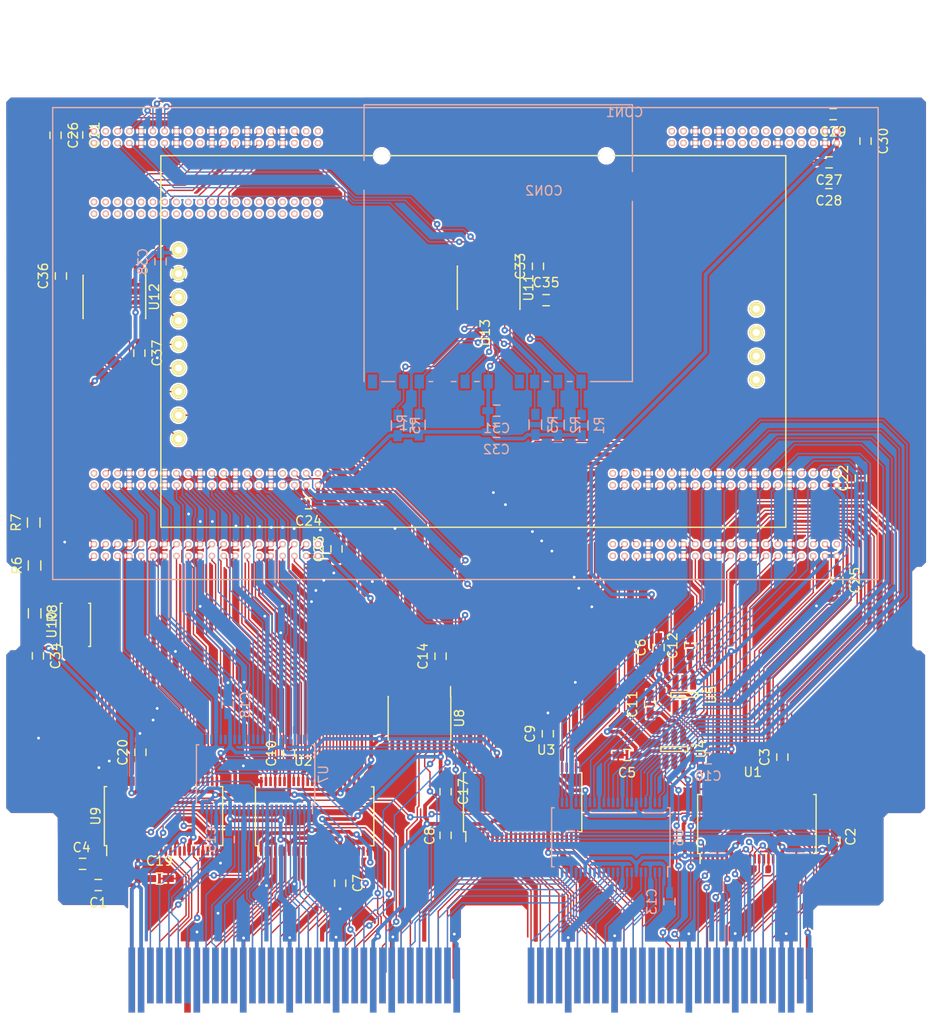
<source format=kicad_pcb>
(kicad_pcb (version 4) (host pcbnew 4.0.2-stable)
  (title_block (title Wasca) (date 04.06.2015) (rev 2) (company hitomi2500) (comment 2 "Distributed under GNU GENERAL PUBLIC LICENSE Version 2"))
  (layers (0 Front signal) (31 Back signal) (34 B.Paste user) (35 F.Paste user) (36 B.SilkS user) (37 F.SilkS user) (38 B.Mask user) (39 F.Mask user) (44 Edge.Cuts user))
  (net 0 "")
  (net 1 /+5V)
  (net 2 GND)
  (net 3 /+3_3V)
  (net 4 /ABUS_A24)
  (net 5 /ABUS_A22)
  (net 6 /ABUS_A20)
  (net 7 /ABUS_A18)
  (net 8 /ABUS_A16)
  (net 9 /RESET)
  (net 10 /ABUS_A25)
  (net 11 /ABUS_A23)
  (net 12 /ABUS_A21)
  (net 13 /ABUS_A19)
  (net 14 /ABUS_A17)
  (net 15 /ABUS_A15)
  (net 16 /ABUS_A12)
  (net 17 /ABUS_A13)
  (net 18 /ABUS_A8)
  (net 19 /ABUS_A9)
  (net 20 /ABUS_A11)
  (net 21 /ABUS_A10)
  (net 22 /ABUS_A1)
  (net 23 /ABUS_CS0)
  (net 24 /ABUS_CS2)
  (net 25 /ABUS_WR0)
  (net 26 /ABUS_D0)
  (net 27 /ABUS_D1)
  (net 28 /ABUS_D2)
  (net 29 /ABUS_D3)
  (net 30 /ABUS_D8)
  (net 31 /ABUS_D9)
  (net 32 /ABUS_D10)
  (net 33 /ABUS_D11)
  (net 34 /ABUS_A14)
  (net 35 /ABUS_A7)
  (net 36 /ABUS_A6)
  (net 37 /ABUS_A5)
  (net 38 /ABUS_A4)
  (net 39 /ABUS_A3)
  (net 40 /ABUS_A2)
  (net 41 /ABUS_A0)
  (net 42 /ABUS_RD)
  (net 43 /ABUS_CS1)
  (net 44 /ABUS_WR1)
  (net 45 /ABUS_WAIT)
  (net 46 /ABUS_IRQ)
  (net 47 /ABUS_D7)
  (net 48 /ABUS_D6)
  (net 49 /ABUS_D5)
  (net 50 /ABUS_D4)
  (net 51 /ABUS_D15)
  (net 52 /ABUS_D14)
  (net 53 /ABUS_D13)
  (net 54 /ABUS_D12)
  (net 55 /SCSPCLK)
  (net 56 /ISD)
  (net 57 /IBCK)
  (net 58 /ILRCK)
  (net 59 /SSEL)
  (net 60 /DSD)
  (net 61 /DBCK)
  (net 62 /DLRCLK)
  (net 63 /EXBG1)
  (net 64 /EXBG3)
  (net 65 /EXBG5)
  (net 66 /EXBG7)
  (net 67 /EXBG9)
  (net 68 /EXBG11)
  (net 69 /EXBG13)
  (net 70 /EXBG15)
  (net 71 /EXBG17)
  (net 72 /EXBG19)
  (net 73 /EXBG21)
  (net 74 /EXBG23)
  (net 75 /MPEGON)
  (net 76 /EXSL)
  (net 77 /VSYNC)
  (net 78 /EXSYNC)
  (net 79 /CRTG1)
  (net 80 /EXBG0)
  (net 81 /EXBG2)
  (net 82 /EXBG4)
  (net 83 /EXBG6)
  (net 84 /EXBG8)
  (net 85 /EXBG10)
  (net 86 /EXBG12)
  (net 87 /EXBG14)
  (net 88 /EXBG16)
  (net 89 /EXBG18)
  (net 90 /EXBG20)
  (net 91 /EXBG22)
  (net 92 /EXON)
  (net 93 /EXLAT)
  (net 94 /HSYNC)
  (net 95 /DOTCLK)
  (net 96 /CRTG0)
  (net 97 /COPRO_RST)
  (net 98 /MCLK)
  (net 99 /ABUS_DATA_DIR)
  (net 100 /CRTG0_3V)
  (net 101 /ABUS_WAIT_3V)
  (net 102 /ABUS_WAIT_DIR)
  (net 103 /ABUS_IRQ_3V)
  (net 104 /ABUS_IRQ_DIR)
  (net 105 /CRTG1_3V)
  (net 106 /DOTCLK_3V)
  (net 107 /SD_CD/DAT3)
  (net 108 /SD_CMD)
  (net 109 /SD_CLK)
  (net 110 /SD_DAT0)
  (net 111 /SD_DAT1)
  (net 112 /SD_DAT2)
  (net 113 /SSEL_3V)
  (net 114 /ABUS_A24_3V)
  (net 115 /EXBG1_3V)
  (net 116 /ABUS_A22_3V)
  (net 117 /EXBG3_3V)
  (net 118 /ABUS_A20_3V)
  (net 119 /EXBG5_3V)
  (net 120 /ABUS_A18_3V)
  (net 121 /EXBG7_3V)
  (net 122 /ABUS_A16_3V)
  (net 123 /EXBG9_3V)
  (net 124 /ABUS_A14_3V)
  (net 125 /EXBG11_3V)
  (net 126 /ABUS_A7_3V)
  (net 127 /EXBG13_3V)
  (net 128 /ABUS_A6_3V)
  (net 129 /EXBG15_3V)
  (net 130 /ABUS_A5_3V)
  (net 131 /EXBG17_3V)
  (net 132 /ABUS_A4_3V)
  (net 133 /EXBG19_3V)
  (net 134 /ABUS_A3_3V)
  (net 135 /EXBG21_3V)
  (net 136 /ABUS_A2_3V)
  (net 137 /EXBG23_3V)
  (net 138 /EXLAT_3V)
  (net 139 /ABUS_A0_3V)
  (net 140 /EXSYNC_3V)
  (net 141 /ABUS_RD_3V)
  (net 142 /ISD_3V)
  (net 143 /ABUS_CS1_3V)
  (net 144 /IBCK_3V)
  (net 145 /ABUS_WR1_3V)
  (net 146 /ILRCK_3V)
  (net 147 /EXBG0_3V)
  (net 148 /ABUS_A25_3V)
  (net 149 /ABUS_A23_3V)
  (net 150 /EXBG2_3V)
  (net 151 /ABUS_A21_3V)
  (net 152 /EXBG4_3V)
  (net 153 /ABUS_A19_3V)
  (net 154 /EXBG6_3V)
  (net 155 /ABUS_A17_3V)
  (net 156 /EXBG8_3V)
  (net 157 /ABUS_A15_3V)
  (net 158 /EXBG10_3V)
  (net 159 /ABUS_A12_3V)
  (net 160 /EXBG12_3V)
  (net 161 /EXBG14_3V)
  (net 162 /ABUS_A13_3V)
  (net 163 /ABUS_D3_3V)
  (net 164 /ABUS_CS2_3V)
  (net 165 /ABUS_D9_3V)
  (net 166 /ABUS_D10_3V)
  (net 167 /ABUS_D11_3V)
  (net 168 /ABUS_D7_3V)
  (net 169 /ABUS_WR0_3V)
  (net 170 /ABUS_D8_3V)
  (net 171 /ABUS_A9_3V)
  (net 172 /EXBG20_3V)
  (net 173 /ABUS_A8_3V)
  (net 174 /EXBG18_3V)
  (net 175 /ABUS_D0_3V)
  (net 176 /ABUS_A11_3V)
  (net 177 /EXBG22_3V)
  (net 178 /ABUS_A10_3V)
  (net 179 /ABUS_A1_3V)
  (net 180 /ABUS_D1_3V)
  (net 181 /ABUS_CS0_3V)
  (net 182 /ABUS_D2_3V)
  (net 183 /EXBG16_3V)
  (net 184 /MCLK_3V)
  (net 185 /COPRO_RST_3V)
  (net 186 /EXSL_3V)
  (net 187 /ABUS_D6_3V)
  (net 188 /DBCK_3V)
  (net 189 /DLRCLK_3V)
  (net 190 /ABUS_D12_3V)
  (net 191 /VSYNC_3V)
  (net 192 /DSD_3V)
  (net 193 /ABUS_D15_3V)
  (net 194 /ABUS_D14_3V)
  (net 195 /HSYNC_3V)
  (net 196 /ABUS_D13_3V)
  (net 197 /RESET_3V)
  (net 198 /SCSPCLK_3V)
  (net 199 /ABUS_D4_3V)
  (net 200 /ABUS_D5_3V)
  (net 201 /+1_8V)
  (net 202 "Net-(CN1-PadA50)")
  (net 203 "Net-(CN1-PadA51)")
  (net 204 "Net-(CN1-PadA52)")
  (net 205 "Net-(CN1-PadA53)")
  (net 206 "Net-(CN1-PadB50)")
  (net 207 "Net-(CN1-PadB51)")
  (net 208 /SD_WP)
  (net 209 /SD_CLK_1_8V)
  (net 210 /SD_DAT1_1_8V)
  (net 211 /SD_CMD_1_8V)
  (net 212 /SD_DAT0_1_8V)
  (net 213 /SD_DAT2_1_8V)
  (net 214 /SD_CD/DAT3_1_8V)
  (net 215 /SD_WP_1_8V)
  (net 216 "Net-(R6-Pad2)")
  (net 217 "Net-(CON1-PadC40)")
  (net 218 "Net-(CON1-PadC39)")
  (net 219 "Net-(U2-Pad23)")
  (net 220 "Net-(U2-Pad26)")
  (net 221 /MPEGON_3V)
  (net 222 /EXON_3V)
  (net 223 "Net-(U8-Pad6)")
  (net 224 "Net-(U9-Pad6)")
  (net 225 "Net-(U11-Pad10)")
  (net 226 "Net-(U11-Pad11)")
  (net 227 "Net-(U8-Pad7)")
  (net 228 "Net-(U8-Pad8)")
  (net 229 "Net-(U8-Pad9)")
  (net 230 "Net-(U8-Pad10)")
  (net 231 "Net-(U8-Pad11)")
  (net 232 "Net-(U8-Pad12)")
  (net 233 "Net-(U8-Pad13)")
  (net 234 "Net-(U8-Pad14)")
  (net 235 "Net-(U8-Pad15)")
  (net 236 "Net-(U9-Pad8)")
  (net 237 "Net-(U9-Pad9)")
  (net 238 "Net-(U9-Pad40)")
  (net 239 "Net-(U9-Pad41)")
  (net 240 "Net-(U9-Pad43)")
  (net 241 "Net-(CON2-Pad11)")
  (net 242 "Net-(CON1-PadA1)")
  (net 243 "Net-(CON1-PadA2)")
  (net 244 "Net-(CON1-PadA3)")
  (net 245 "Net-(CON1-PadA4)")
  (net 246 "Net-(CON1-PadA7)")
  (net 247 "Net-(CON1-PadA8)")
  (net 248 "Net-(CON1-PadA11)")
  (net 249 "Net-(CON1-PadA12)")
  (net 250 "Net-(CON1-PadA13)")
  (net 251 "Net-(CON1-PadA14)")
  (net 252 "Net-(CON1-PadA15)")
  (net 253 "Net-(CON1-PadA16)")
  (net 254 "Net-(CON1-PadA17)")
  (net 255 "Net-(CON1-PadA18)")
  (net 256 "Net-(CON1-PadA19)")
  (net 257 "Net-(CON1-PadA21)")
  (net 258 "Net-(CON1-PadA22)")
  (net 259 "Net-(CON1-PadA23)")
  (net 260 "Net-(CON1-PadA24)")
  (net 261 "Net-(CON1-PadA25)")
  (net 262 "Net-(CON1-PadA26)")
  (net 263 "Net-(CON1-PadB2)")
  (net 264 "Net-(CON1-PadB3)")
  (net 265 "Net-(CON1-PadB4)")
  (net 266 "Net-(CON1-PadB12)")
  (net 267 "Net-(CON1-PadB17)")
  (net 268 "Net-(CON1-PadB18)")
  (net 269 "Net-(CON1-PadB19)")
  (net 270 "Net-(CON1-PadB20)")
  (net 271 "Net-(CON1-PadB36)")
  (net 272 "Net-(CON1-PadB37)")
  (net 273 "Net-(CON1-PadB38)")
  (net 274 "Net-(CON1-PadB39)")
  (net 275 "Net-(CON1-PadB40)")
  (net 276 "Net-(CON1-PadC2)")
  (net 277 "Net-(CON1-PadD2)")
  (net 278 "Net-(CON1-PadD39)")
  (net 279 "Net-(CON1-PadD40)")
  (net 280 "Net-(CON1-PadE39)")
  (net 281 "Net-(CON1-PadE40)")
  (net 282 "Net-(CON1-PadE2)")
  (net 283 "Net-(CON1-PadF39)")
  (net 284 "Net-(CON1-PadF40)")
  (net 285 "Net-(CON1-PadF2)")
  (net 286 /SPI_SCK_1_8V)
  (net 287 /SPI_CS1_1_8V)
  (net 288 /SPI_MISO_1_8V)
  (net 289 /SPI_CS0_1_8V)
  (net 290 /SPI_CS2_1_8V)
  (net 291 /LCD_RESET_1_8V)
  (net 292 /SPI_MOSI_1_8V)
  (net 293 /LCD_DC_1_8V)
  (net 294 /LCD_LED_1_8V)
  (net 295 /LCD_LED)
  (net 296 "Net-(U12-Pad10)")
  (net 297 "Net-(U12-Pad11)")
  (net 298 /LCD_DC)
  (net 299 /SPI_CS0)
  (net 300 /SPI_CS1)
  (net 301 /SPI_MOSI)
  (net 302 /SPI_CS2)
  (net 303 /LCD_RESET)
  (net 304 /SPI_MISO)
  (net 305 /SPI_SCK)
  (net 306 "Net-(U13-Pad10)")
  (net 307 "Net-(U13-Pad11)")
  (net 308 "Net-(U13-Pad13)")
  (net 309 "Net-(U13-Pad12)")
  (net 310 "Net-(U7-Pad19)")
  (net 311 "Net-(U9-Pad20)")
  (net 312 "Net-(U9-Pad22)")
  (net 313 "Net-(U7-Pad30)")
  (net 314 "Net-(U9-Pad27)")
  (net 315 "Net-(U9-Pad29)")
  (net 316 "Net-(CON1-PadD8)")
  (net 317 "Net-(CON1-PadD12)")
  (module Capacitors_SMD:C_0603_HandSoldering (layer Back) (at 51.18 124.14 90)
    (fp_text reference C18 (at 0 1.9 90) (layer B.SilkS) (effects (justify mirror)))
    (fp_text value 0.1uF)
    (pad 1 smd rect (at -0.95 0 90) (size 1.2 0.75) (layers Back B.Paste B.Mask) (net 3 /+3_3V))
    (pad 2 smd rect (at 0.95 0 90) (size 1.2 0.75) (layers Back B.Paste B.Mask) (net 2 GND))
  )
  (module Capacitors_SMD:C_0603_HandSoldering (layer Front) (at 43.83 142.85)
    (fp_text reference C19 (at 0 -1.9) (layer F.SilkS))
    (fp_text value 0.1uF)
    (pad 1 smd rect (at -0.95 0) (size 1.2 0.75) (layers Front F.Paste F.Mask) (net 1 /+5V))
    (pad 2 smd rect (at 0.95 0) (size 1.2 0.75) (layers Front F.Paste F.Mask) (net 2 GND))
  )
  (module Capacitors_SMD:C_0603_HandSoldering (layer Front) (at 37.24 143.55 180)
    (fp_text reference C1 (at 0 -1.9 180) (layer F.SilkS))
    (fp_text value 10uF)
    (pad 1 smd rect (at -0.95 0 180) (size 1.2 0.75) (layers Front F.Paste F.Mask) (net 1 /+5V))
    (pad 2 smd rect (at 0.95 0 180) (size 1.2 0.75) (layers Front F.Paste F.Mask) (net 2 GND))
  )
  (module Capacitors_SMD:C_0603_HandSoldering (layer Front) (at 116.53 138.72 90)
    (fp_text reference C2 (at 0.3683 1.7526 90) (layer F.SilkS))
    (fp_text value 0.1uF)
    (pad 1 smd rect (at -0.95 0 90) (size 1.2 0.75) (layers Front F.Paste F.Mask) (net 1 /+5V))
    (pad 2 smd rect (at 0.95 0 90) (size 1.2 0.75) (layers Front F.Paste F.Mask) (net 2 GND))
  )
  (module Capacitors_SMD:C_0603_HandSoldering (layer Front) (at 110.92 129.78 90)
    (fp_text reference C3 (at 0 -1.9 90) (layer F.SilkS))
    (fp_text value 0.1uF)
    (pad 1 smd rect (at -0.95 0 90) (size 1.2 0.75) (layers Front F.Paste F.Mask) (net 3 /+3_3V))
    (pad 2 smd rect (at 0.95 0 90) (size 1.2 0.75) (layers Front F.Paste F.Mask) (net 2 GND))
  )
  (module Capacitors_SMD:C_0603_HandSoldering (layer Front) (at 35.55 141.27 180)
    (fp_text reference C4 (at 0.1016 1.7653 180) (layer F.SilkS))
    (fp_text value 0.1uF)
    (pad 1 smd rect (at -0.95 0 180) (size 1.2 0.75) (layers Front F.Paste F.Mask) (net 1 /+5V))
    (pad 2 smd rect (at 0.95 0 180) (size 1.2 0.75) (layers Front F.Paste F.Mask) (net 2 GND))
  )
  (module Capacitors_SMD:C_0603_HandSoldering (layer Front) (at 94.19 129.55 180)
    (fp_text reference C5 (at 0 -1.9 180) (layer F.SilkS))
    (fp_text value 0.1uF)
    (pad 1 smd rect (at -0.95 0 180) (size 1.2 0.75) (layers Front F.Paste F.Mask) (net 1 /+5V))
    (pad 2 smd rect (at 0.95 0 180) (size 1.2 0.75) (layers Front F.Paste F.Mask) (net 2 GND))
  )
  (module Capacitors_SMD:C_0603_HandSoldering (layer Front) (at 97.59 117.97 90)
    (fp_text reference C6 (at 0 -1.9 90) (layer F.SilkS))
    (fp_text value 0.1uF)
    (pad 1 smd rect (at -0.95 0 90) (size 1.2 0.75) (layers Front F.Paste F.Mask) (net 1 /+5V))
    (pad 2 smd rect (at 0.95 0 90) (size 1.2 0.75) (layers Front F.Paste F.Mask) (net 2 GND))
  )
  (module Capacitors_SMD:C_0603_HandSoldering (layer Front) (at 63.3 143.35 270)
    (fp_text reference C7 (at 0 -1.9 270) (layer F.SilkS))
    (fp_text value 0.1uF)
    (pad 1 smd rect (at -0.95 0 270) (size 1.2 0.75) (layers Front F.Paste F.Mask) (net 1 /+5V))
    (pad 2 smd rect (at 0.95 0 270) (size 1.2 0.75) (layers Front F.Paste F.Mask) (net 2 GND))
  )
  (module Capacitors_SMD:C_0603_HandSoldering (layer Front) (at 74.65 138.2 270)
    (fp_text reference C8 (at 0.0762 1.7145 270) (layer F.SilkS))
    (fp_text value 0.1uF hide)
    (pad 1 smd rect (at -0.95 0 270) (size 1.2 0.75) (layers Front F.Paste F.Mask) (net 1 /+5V))
    (pad 2 smd rect (at 0.95 0 270) (size 1.2 0.75) (layers Front F.Paste F.Mask) (net 2 GND))
  )
  (module Capacitors_SMD:C_0603_HandSoldering (layer Front) (at 101 117.78 90)
    (fp_text reference C12 (at 0 -1.9 90) (layer F.SilkS))
    (fp_text value 0.1uF)
    (pad 1 smd rect (at -0.95 0 90) (size 1.2 0.75) (layers Front F.Paste F.Mask) (net 3 /+3_3V))
    (pad 2 smd rect (at 0.95 0 90) (size 1.2 0.75) (layers Front F.Paste F.Mask) (net 2 GND))
  )
  (module Capacitors_SMD:C_0603_HandSoldering (layer Back) (at 98.76 145.33 270)
    (fp_text reference C13 (at 0 1.9 270) (layer B.SilkS) (effects (justify mirror)))
    (fp_text value 0.1uF)
    (pad 1 smd rect (at -0.95 0 270) (size 1.2 0.75) (layers Back B.Paste B.Mask) (net 1 /+5V))
    (pad 2 smd rect (at 0.95 0 270) (size 1.2 0.75) (layers Back B.Paste B.Mask) (net 2 GND))
  )
  (module Resistors_SMD:R_0603_HandSoldering (layer Back) (at 84.32 93.98 90)
    (fp_text reference R3 (at 0 1.9 90) (layer B.SilkS) (effects (justify mirror)))
    (fp_text value 50K)
    (pad 1 smd rect (at -1.1 0 90) (size 1.2 0.9) (layers Back B.Paste B.Mask) (net 3 /+3_3V))
    (pad 2 smd rect (at 1.1 0 90) (size 1.2 0.9) (layers Back B.Paste B.Mask) (net 108 /SD_CMD))
  )
  (module Resistors_SMD:R_0603_HandSoldering (layer Back) (at 71.77 94 90)
    (fp_text reference R4 (at 0.1905 -1.778 90) (layer B.SilkS) (effects (justify mirror)))
    (fp_text value 50K)
    (pad 1 smd rect (at -1.1 0 90) (size 1.2 0.9) (layers Back B.Paste B.Mask) (net 3 /+3_3V))
    (pad 2 smd rect (at 1.1 0 90) (size 1.2 0.9) (layers Back B.Paste B.Mask) (net 110 /SD_DAT0))
  )
  (module Housings_SSOP:TSSOP-48_6.1x12.5mm_Pitch0.5mm (layer Front) (at 108.18 136.98 90)
    (fp_text reference U1 (at 5.588 -0.4445 360) (layer F.SilkS))
    (fp_text value 74ALVC164245)
    (pad 1 smd rect (at -3.75 -5.75 90) (size 1 0.285) (layers Front F.Paste F.Mask) (net 99 /ABUS_DATA_DIR))
    (pad 2 smd rect (at -3.75 -5.25 90) (size 1 0.285) (layers Front F.Paste F.Mask) (net 26 /ABUS_D0))
    (pad 3 smd rect (at -3.75 -4.75 90) (size 1 0.285) (layers Front F.Paste F.Mask) (net 27 /ABUS_D1))
    (pad 4 smd rect (at -3.75 -4.25 90) (size 1 0.285) (layers Front F.Paste F.Mask) (net 2 GND))
    (pad 5 smd rect (at -3.75 -3.75 90) (size 1 0.285) (layers Front F.Paste F.Mask) (net 28 /ABUS_D2))
    (pad 6 smd rect (at -3.75 -3.25 90) (size 1 0.285) (layers Front F.Paste F.Mask) (net 29 /ABUS_D3))
    (pad 7 smd rect (at -3.75 -2.75 90) (size 1 0.285) (layers Front F.Paste F.Mask) (net 1 /+5V))
    (pad 8 smd rect (at -3.75 -2.25 90) (size 1 0.285) (layers Front F.Paste F.Mask) (net 30 /ABUS_D8))
    (pad 9 smd rect (at -3.75 -1.75 90) (size 1 0.285) (layers Front F.Paste F.Mask) (net 31 /ABUS_D9))
    (pad 10 smd rect (at -3.75 -1.25 90) (size 1 0.285) (layers Front F.Paste F.Mask) (net 2 GND))
    (pad 11 smd rect (at -3.75 -0.75 90) (size 1 0.285) (layers Front F.Paste F.Mask) (net 32 /ABUS_D10))
    (pad 12 smd rect (at -3.75 -0.25 90) (size 1 0.285) (layers Front F.Paste F.Mask) (net 33 /ABUS_D11))
    (pad 13 smd rect (at -3.75 0.25 90) (size 1 0.285) (layers Front F.Paste F.Mask) (net 47 /ABUS_D7))
    (pad 14 smd rect (at -3.75 0.75 90) (size 1 0.285) (layers Front F.Paste F.Mask) (net 48 /ABUS_D6))
    (pad 15 smd rect (at -3.75 1.25 90) (size 1 0.285) (layers Front F.Paste F.Mask) (net 2 GND))
    (pad 16 smd rect (at -3.75 1.75 90) (size 1 0.285) (layers Front F.Paste F.Mask) (net 49 /ABUS_D5))
    (pad 17 smd rect (at -3.75 2.25 90) (size 1 0.285) (layers Front F.Paste F.Mask) (net 50 /ABUS_D4))
    (pad 18 smd rect (at -3.75 2.75 90) (size 1 0.285) (layers Front F.Paste F.Mask) (net 1 /+5V))
    (pad 19 smd rect (at -3.75 3.25 90) (size 1 0.285) (layers Front F.Paste F.Mask) (net 51 /ABUS_D15))
    (pad 20 smd rect (at -3.75 3.75 90) (size 1 0.285) (layers Front F.Paste F.Mask) (net 52 /ABUS_D14))
    (pad 21 smd rect (at -3.75 4.25 90) (size 1 0.285) (layers Front F.Paste F.Mask) (net 2 GND))
    (pad 22 smd rect (at -3.75 4.75 90) (size 1 0.285) (layers Front F.Paste F.Mask) (net 53 /ABUS_D13))
    (pad 23 smd rect (at -3.75 5.25 90) (size 1 0.285) (layers Front F.Paste F.Mask) (net 54 /ABUS_D12))
    (pad 24 smd rect (at -3.75 5.75 90) (size 1 0.285) (layers Front F.Paste F.Mask) (net 99 /ABUS_DATA_DIR))
    (pad 25 smd rect (at 3.75 5.75 90) (size 1 0.285) (layers Front F.Paste F.Mask) (net 2 GND))
    (pad 26 smd rect (at 3.75 5.25 90) (size 1 0.285) (layers Front F.Paste F.Mask) (net 190 /ABUS_D12_3V))
    (pad 27 smd rect (at 3.75 4.75 90) (size 1 0.285) (layers Front F.Paste F.Mask) (net 196 /ABUS_D13_3V))
    (pad 28 smd rect (at 3.75 4.25 90) (size 1 0.285) (layers Front F.Paste F.Mask) (net 2 GND))
    (pad 29 smd rect (at 3.75 3.75 90) (size 1 0.285) (layers Front F.Paste F.Mask) (net 194 /ABUS_D14_3V))
    (pad 30 smd rect (at 3.75 3.25 90) (size 1 0.285) (layers Front F.Paste F.Mask) (net 193 /ABUS_D15_3V))
    (pad 31 smd rect (at 3.75 2.75 90) (size 1 0.285) (layers Front F.Paste F.Mask) (net 3 /+3_3V))
    (pad 32 smd rect (at 3.75 2.25 90) (size 1 0.285) (layers Front F.Paste F.Mask) (net 199 /ABUS_D4_3V))
    (pad 33 smd rect (at 3.75 1.75 90) (size 1 0.285) (layers Front F.Paste F.Mask) (net 200 /ABUS_D5_3V))
    (pad 34 smd rect (at 3.75 1.25 90) (size 1 0.285) (layers Front F.Paste F.Mask) (net 2 GND))
    (pad 35 smd rect (at 3.75 0.75 90) (size 1 0.285) (layers Front F.Paste F.Mask) (net 187 /ABUS_D6_3V))
    (pad 36 smd rect (at 3.75 0.25 90) (size 1 0.285) (layers Front F.Paste F.Mask) (net 168 /ABUS_D7_3V))
    (pad 37 smd rect (at 3.75 -0.25 90) (size 1 0.285) (layers Front F.Paste F.Mask) (net 167 /ABUS_D11_3V))
    (pad 38 smd rect (at 3.75 -0.75 90) (size 1 0.285) (layers Front F.Paste F.Mask) (net 166 /ABUS_D10_3V))
    (pad 39 smd rect (at 3.75 -1.25 90) (size 1 0.285) (layers Front F.Paste F.Mask) (net 2 GND))
    (pad 40 smd rect (at 3.75 -1.75 90) (size 1 0.285) (layers Front F.Paste F.Mask) (net 165 /ABUS_D9_3V))
    (pad 41 smd rect (at 3.75 -2.25 90) (size 1 0.285) (layers Front F.Paste F.Mask) (net 170 /ABUS_D8_3V))
    (pad 42 smd rect (at 3.75 -2.75 90) (size 1 0.285) (layers Front F.Paste F.Mask) (net 3 /+3_3V))
    (pad 43 smd rect (at 3.75 -3.25 90) (size 1 0.285) (layers Front F.Paste F.Mask) (net 163 /ABUS_D3_3V))
    (pad 44 smd rect (at 3.75 -3.75 90) (size 1 0.285) (layers Front F.Paste F.Mask) (net 182 /ABUS_D2_3V))
    (pad 45 smd rect (at 3.75 -4.25 90) (size 1 0.285) (layers Front F.Paste F.Mask) (net 2 GND))
    (pad 46 smd rect (at 3.75 -4.75 90) (size 1 0.285) (layers Front F.Paste F.Mask) (net 180 /ABUS_D1_3V))
    (pad 47 smd rect (at 3.75 -5.25 90) (size 1 0.285) (layers Front F.Paste F.Mask) (net 175 /ABUS_D0_3V))
    (pad 48 smd rect (at 3.75 -5.75 90) (size 1 0.285) (layers Front F.Paste F.Mask) (net 2 GND))
  )
  (module Housings_SSOP:TSSOP-48_6.1x12.5mm_Pitch0.5mm (layer Front) (at 60.55 136.15 90)
    (fp_text reference U2 (at 5.9563 -1.2319 360) (layer F.SilkS))
    (fp_text value 74ALVC164245)
    (pad 1 smd rect (at -3.75 -5.75 90) (size 1 0.285) (layers Front F.Paste F.Mask) (net 3 /+3_3V))
    (pad 2 smd rect (at -3.75 -5.25 90) (size 1 0.285) (layers Front F.Paste F.Mask) (net 59 /SSEL))
    (pad 3 smd rect (at -3.75 -4.75 90) (size 1 0.285) (layers Front F.Paste F.Mask) (net 63 /EXBG1))
    (pad 4 smd rect (at -3.75 -4.25 90) (size 1 0.285) (layers Front F.Paste F.Mask) (net 2 GND))
    (pad 5 smd rect (at -3.75 -3.75 90) (size 1 0.285) (layers Front F.Paste F.Mask) (net 64 /EXBG3))
    (pad 6 smd rect (at -3.75 -3.25 90) (size 1 0.285) (layers Front F.Paste F.Mask) (net 65 /EXBG5))
    (pad 7 smd rect (at -3.75 -2.75 90) (size 1 0.285) (layers Front F.Paste F.Mask) (net 1 /+5V))
    (pad 8 smd rect (at -3.75 -2.25 90) (size 1 0.285) (layers Front F.Paste F.Mask) (net 66 /EXBG7))
    (pad 9 smd rect (at -3.75 -1.75 90) (size 1 0.285) (layers Front F.Paste F.Mask) (net 67 /EXBG9))
    (pad 10 smd rect (at -3.75 -1.25 90) (size 1 0.285) (layers Front F.Paste F.Mask) (net 2 GND))
    (pad 11 smd rect (at -3.75 -0.75 90) (size 1 0.285) (layers Front F.Paste F.Mask) (net 68 /EXBG11))
    (pad 12 smd rect (at -3.75 -0.25 90) (size 1 0.285) (layers Front F.Paste F.Mask) (net 69 /EXBG13))
    (pad 13 smd rect (at -3.75 0.25 90) (size 1 0.285) (layers Front F.Paste F.Mask) (net 70 /EXBG15))
    (pad 14 smd rect (at -3.75 0.75 90) (size 1 0.285) (layers Front F.Paste F.Mask) (net 71 /EXBG17))
    (pad 15 smd rect (at -3.75 1.25 90) (size 1 0.285) (layers Front F.Paste F.Mask) (net 2 GND))
    (pad 16 smd rect (at -3.75 1.75 90) (size 1 0.285) (layers Front F.Paste F.Mask) (net 72 /EXBG19))
    (pad 17 smd rect (at -3.75 2.25 90) (size 1 0.285) (layers Front F.Paste F.Mask) (net 73 /EXBG21))
    (pad 18 smd rect (at -3.75 2.75 90) (size 1 0.285) (layers Front F.Paste F.Mask) (net 1 /+5V))
    (pad 19 smd rect (at -3.75 3.25 90) (size 1 0.285) (layers Front F.Paste F.Mask) (net 74 /EXBG23))
    (pad 20 smd rect (at -3.75 3.75 90) (size 1 0.285) (layers Front F.Paste F.Mask) (net 93 /EXLAT))
    (pad 21 smd rect (at -3.75 4.25 90) (size 1 0.285) (layers Front F.Paste F.Mask) (net 2 GND))
    (pad 22 smd rect (at -3.75 4.75 90) (size 1 0.285) (layers Front F.Paste F.Mask) (net 78 /EXSYNC))
    (pad 23 smd rect (at -3.75 5.25 90) (size 1 0.285) (layers Front F.Paste F.Mask) (net 219 "Net-(U2-Pad23)"))
    (pad 24 smd rect (at -3.75 5.75 90) (size 1 0.285) (layers Front F.Paste F.Mask) (net 3 /+3_3V))
    (pad 25 smd rect (at 3.75 5.75 90) (size 1 0.285) (layers Front F.Paste F.Mask) (net 2 GND))
    (pad 26 smd rect (at 3.75 5.25 90) (size 1 0.285) (layers Front F.Paste F.Mask) (net 220 "Net-(U2-Pad26)"))
    (pad 27 smd rect (at 3.75 4.75 90) (size 1 0.285) (layers Front F.Paste F.Mask) (net 140 /EXSYNC_3V))
    (pad 28 smd rect (at 3.75 4.25 90) (size 1 0.285) (layers Front F.Paste F.Mask) (net 2 GND))
    (pad 29 smd rect (at 3.75 3.75 90) (size 1 0.285) (layers Front F.Paste F.Mask) (net 138 /EXLAT_3V))
    (pad 30 smd rect (at 3.75 3.25 90) (size 1 0.285) (layers Front F.Paste F.Mask) (net 137 /EXBG23_3V))
    (pad 31 smd rect (at 3.75 2.75 90) (size 1 0.285) (layers Front F.Paste F.Mask) (net 3 /+3_3V))
    (pad 32 smd rect (at 3.75 2.25 90) (size 1 0.285) (layers Front F.Paste F.Mask) (net 135 /EXBG21_3V))
    (pad 33 smd rect (at 3.75 1.75 90) (size 1 0.285) (layers Front F.Paste F.Mask) (net 133 /EXBG19_3V))
    (pad 34 smd rect (at 3.75 1.25 90) (size 1 0.285) (layers Front F.Paste F.Mask) (net 2 GND))
    (pad 35 smd rect (at 3.75 0.75 90) (size 1 0.285) (layers Front F.Paste F.Mask) (net 131 /EXBG17_3V))
    (pad 36 smd rect (at 3.75 0.25 90) (size 1 0.285) (layers Front F.Paste F.Mask) (net 129 /EXBG15_3V))
    (pad 37 smd rect (at 3.75 -0.25 90) (size 1 0.285) (layers Front F.Paste F.Mask) (net 127 /EXBG13_3V))
    (pad 38 smd rect (at 3.75 -0.75 90) (size 1 0.285) (layers Front F.Paste F.Mask) (net 125 /EXBG11_3V))
    (pad 39 smd rect (at 3.75 -1.25 90) (size 1 0.285) (layers Front F.Paste F.Mask) (net 2 GND))
    (pad 40 smd rect (at 3.75 -1.75 90) (size 1 0.285) (layers Front F.Paste F.Mask) (net 123 /EXBG9_3V))
    (pad 41 smd rect (at 3.75 -2.25 90) (size 1 0.285) (layers Front F.Paste F.Mask) (net 121 /EXBG7_3V))
    (pad 42 smd rect (at 3.75 -2.75 90) (size 1 0.285) (layers Front F.Paste F.Mask) (net 3 /+3_3V))
    (pad 43 smd rect (at 3.75 -3.25 90) (size 1 0.285) (layers Front F.Paste F.Mask) (net 119 /EXBG5_3V))
    (pad 44 smd rect (at 3.75 -3.75 90) (size 1 0.285) (layers Front F.Paste F.Mask) (net 117 /EXBG3_3V))
    (pad 45 smd rect (at 3.75 -4.25 90) (size 1 0.285) (layers Front F.Paste F.Mask) (net 2 GND))
    (pad 46 smd rect (at 3.75 -4.75 90) (size 1 0.285) (layers Front F.Paste F.Mask) (net 115 /EXBG1_3V))
    (pad 47 smd rect (at 3.75 -5.25 90) (size 1 0.285) (layers Front F.Paste F.Mask) (net 113 /SSEL_3V))
    (pad 48 smd rect (at 3.75 -5.75 90) (size 1 0.285) (layers Front F.Paste F.Mask) (net 2 GND))
  )
  (module Housings_SSOP:TSSOP-48_6.1x12.5mm_Pitch0.5mm (layer Front) (at 82.95 134.63 90)
    (fp_text reference U3 (at 5.6261 2.5273 180) (layer F.SilkS))
    (fp_text value 74ALVC164245)
    (pad 1 smd rect (at -3.75 -5.75 90) (size 1 0.285) (layers Front F.Paste F.Mask) (net 2 GND))
    (pad 2 smd rect (at -3.75 -5.25 90) (size 1 0.285) (layers Front F.Paste F.Mask) (net 4 /ABUS_A24))
    (pad 3 smd rect (at -3.75 -4.75 90) (size 1 0.285) (layers Front F.Paste F.Mask) (net 5 /ABUS_A22))
    (pad 4 smd rect (at -3.75 -4.25 90) (size 1 0.285) (layers Front F.Paste F.Mask) (net 2 GND))
    (pad 5 smd rect (at -3.75 -3.75 90) (size 1 0.285) (layers Front F.Paste F.Mask) (net 6 /ABUS_A20))
    (pad 6 smd rect (at -3.75 -3.25 90) (size 1 0.285) (layers Front F.Paste F.Mask) (net 7 /ABUS_A18))
    (pad 7 smd rect (at -3.75 -2.75 90) (size 1 0.285) (layers Front F.Paste F.Mask) (net 1 /+5V))
    (pad 8 smd rect (at -3.75 -2.25 90) (size 1 0.285) (layers Front F.Paste F.Mask) (net 8 /ABUS_A16))
    (pad 9 smd rect (at -3.75 -1.75 90) (size 1 0.285) (layers Front F.Paste F.Mask) (net 34 /ABUS_A14))
    (pad 10 smd rect (at -3.75 -1.25 90) (size 1 0.285) (layers Front F.Paste F.Mask) (net 2 GND))
    (pad 11 smd rect (at -3.75 -0.75 90) (size 1 0.285) (layers Front F.Paste F.Mask) (net 35 /ABUS_A7))
    (pad 12 smd rect (at -3.75 -0.25 90) (size 1 0.285) (layers Front F.Paste F.Mask) (net 36 /ABUS_A6))
    (pad 13 smd rect (at -3.75 0.25 90) (size 1 0.285) (layers Front F.Paste F.Mask) (net 37 /ABUS_A5))
    (pad 14 smd rect (at -3.75 0.75 90) (size 1 0.285) (layers Front F.Paste F.Mask) (net 38 /ABUS_A4))
    (pad 15 smd rect (at -3.75 1.25 90) (size 1 0.285) (layers Front F.Paste F.Mask) (net 2 GND))
    (pad 16 smd rect (at -3.75 1.75 90) (size 1 0.285) (layers Front F.Paste F.Mask) (net 39 /ABUS_A3))
    (pad 17 smd rect (at -3.75 2.25 90) (size 1 0.285) (layers Front F.Paste F.Mask) (net 40 /ABUS_A2))
    (pad 18 smd rect (at -3.75 2.75 90) (size 1 0.285) (layers Front F.Paste F.Mask) (net 1 /+5V))
    (pad 19 smd rect (at -3.75 3.25 90) (size 1 0.285) (layers Front F.Paste F.Mask) (net 41 /ABUS_A0))
    (pad 20 smd rect (at -3.75 3.75 90) (size 1 0.285) (layers Front F.Paste F.Mask) (net 42 /ABUS_RD))
    (pad 21 smd rect (at -3.75 4.25 90) (size 1 0.285) (layers Front F.Paste F.Mask) (net 2 GND))
    (pad 22 smd rect (at -3.75 4.75 90) (size 1 0.285) (layers Front F.Paste F.Mask) (net 43 /ABUS_CS1))
    (pad 23 smd rect (at -3.75 5.25 90) (size 1 0.285) (layers Front F.Paste F.Mask) (net 44 /ABUS_WR1))
    (pad 24 smd rect (at -3.75 5.75 90) (size 1 0.285) (layers Front F.Paste F.Mask) (net 2 GND))
    (pad 25 smd rect (at 3.75 5.75 90) (size 1 0.285) (layers Front F.Paste F.Mask) (net 2 GND))
    (pad 26 smd rect (at 3.75 5.25 90) (size 1 0.285) (layers Front F.Paste F.Mask) (net 145 /ABUS_WR1_3V))
    (pad 27 smd rect (at 3.75 4.75 90) (size 1 0.285) (layers Front F.Paste F.Mask) (net 143 /ABUS_CS1_3V))
    (pad 28 smd rect (at 3.75 4.25 90) (size 1 0.285) (layers Front F.Paste F.Mask) (net 2 GND))
    (pad 29 smd rect (at 3.75 3.75 90) (size 1 0.285) (layers Front F.Paste F.Mask) (net 141 /ABUS_RD_3V))
    (pad 30 smd rect (at 3.75 3.25 90) (size 1 0.285) (layers Front F.Paste F.Mask) (net 139 /ABUS_A0_3V))
    (pad 31 smd rect (at 3.75 2.75 90) (size 1 0.285) (layers Front F.Paste F.Mask) (net 3 /+3_3V))
    (pad 32 smd rect (at 3.75 2.25 90) (size 1 0.285) (layers Front F.Paste F.Mask) (net 136 /ABUS_A2_3V))
    (pad 33 smd rect (at 3.75 1.75 90) (size 1 0.285) (layers Front F.Paste F.Mask) (net 134 /ABUS_A3_3V))
    (pad 34 smd rect (at 3.75 1.25 90) (size 1 0.285) (layers Front F.Paste F.Mask) (net 2 GND))
    (pad 35 smd rect (at 3.75 0.75 90) (size 1 0.285) (layers Front F.Paste F.Mask) (net 132 /ABUS_A4_3V))
    (pad 36 smd rect (at 3.75 0.25 90) (size 1 0.285) (layers Front F.Paste F.Mask) (net 130 /ABUS_A5_3V))
    (pad 37 smd rect (at 3.75 -0.25 90) (size 1 0.285) (layers Front F.Paste F.Mask) (net 128 /ABUS_A6_3V))
    (pad 38 smd rect (at 3.75 -0.75 90) (size 1 0.285) (layers Front F.Paste F.Mask) (net 126 /ABUS_A7_3V))
    (pad 39 smd rect (at 3.75 -1.25 90) (size 1 0.285) (layers Front F.Paste F.Mask) (net 2 GND))
    (pad 40 smd rect (at 3.75 -1.75 90) (size 1 0.285) (layers Front F.Paste F.Mask) (net 124 /ABUS_A14_3V))
    (pad 41 smd rect (at 3.75 -2.25 90) (size 1 0.285) (layers Front F.Paste F.Mask) (net 122 /ABUS_A16_3V))
    (pad 42 smd rect (at 3.75 -2.75 90) (size 1 0.285) (layers Front F.Paste F.Mask) (net 3 /+3_3V))
    (pad 43 smd rect (at 3.75 -3.25 90) (size 1 0.285) (layers Front F.Paste F.Mask) (net 120 /ABUS_A18_3V))
    (pad 44 smd rect (at 3.75 -3.75 90) (size 1 0.285) (layers Front F.Paste F.Mask) (net 118 /ABUS_A20_3V))
    (pad 45 smd rect (at 3.75 -4.25 90) (size 1 0.285) (layers Front F.Paste F.Mask) (net 2 GND))
    (pad 46 smd rect (at 3.75 -4.75 90) (size 1 0.285) (layers Front F.Paste F.Mask) (net 116 /ABUS_A22_3V))
    (pad 47 smd rect (at 3.75 -5.25 90) (size 1 0.285) (layers Front F.Paste F.Mask) (net 114 /ABUS_A24_3V))
    (pad 48 smd rect (at 3.75 -5.75 90) (size 1 0.285) (layers Front F.Paste F.Mask) (net 2 GND))
  )
  (module Wasca:CARTRIDGE_EDGE_CONNECTOR2 (layer Front) (at 39.85514 158.2801)
    (fp_text reference CN1 hide)
    (fp_text value CARTRIDGE_EDGE_CONNECTOR hide)
    (pad B1 smd rect (at 1.00076 -4.50088) (size 0.70104 7.00024) (layers Front F.Paste F.Mask) (net 1 /+5V))
    (pad B2 smd rect (at 1.99898 -4.50088) (size 0.70104 7.00024) (layers Front F.Paste F.Mask) (net 1 /+5V))
    (pad B3 smd rect (at 3 -5) (size 0.70104 5.99948) (layers Front F.Paste F.Mask) (net 59 /SSEL))
    (pad B4 smd rect (at 4.0005 -5.00088) (size 0.70104 5.99948) (layers Front F.Paste F.Mask) (net 60 /DSD))
    (pad B5 smd rect (at 5.00126 -5.00088) (size 0.70104 5.99948) (layers Front F.Paste F.Mask) (net 61 /DBCK))
    (pad B6 smd rect (at 5.99948 -5.00088) (size 0.70104 5.99948) (layers Front F.Paste F.Mask) (net 62 /DLRCLK))
    (pad B7 smd rect (at 7 -4.5) (size 0.70104 7.00024) (layers Front F.Paste F.Mask) (net 2 GND))
    (pad B8 smd rect (at 8.001 -4.50088) (size 0.70104 7.00024) (layers Front F.Paste F.Mask) (net 2 GND))
    (pad B9 smd rect (at 8.99922 -5.00088) (size 0.70104 5.99948) (layers Front F.Paste F.Mask) (net 63 /EXBG1))
    (pad B10 smd rect (at 9.99998 -5.00088) (size 0.70104 5.99948) (layers Front F.Paste F.Mask) (net 64 /EXBG3))
    (pad B11 smd rect (at 11.00074 -5.00088) (size 0.70104 5.99948) (layers Front F.Paste F.Mask) (net 65 /EXBG5))
    (pad B12 smd rect (at 11.99896 -5.00088) (size 0.70104 5.99948) (layers Front F.Paste F.Mask) (net 66 /EXBG7))
    (pad B13 smd rect (at 12.99972 -4.50088) (size 0.70104 7.00024) (layers Front F.Paste F.Mask) (net 2 GND))
    (pad B14 smd rect (at 14.00048 -5.00088) (size 0.70104 5.99948) (layers Front F.Paste F.Mask) (net 67 /EXBG9))
    (pad B15 smd rect (at 15.00124 -5.00088) (size 0.70104 5.99948) (layers Front F.Paste F.Mask) (net 68 /EXBG11))
    (pad B16 smd rect (at 15.99946 -5.00088) (size 0.70104 5.99948) (layers Front F.Paste F.Mask) (net 69 /EXBG13))
    (pad B17 smd rect (at 17.00022 -5.00088) (size 0.70104 5.99948) (layers Front F.Paste F.Mask) (net 70 /EXBG15))
    (pad B18 smd rect (at 18.00098 -4.50088) (size 0.70104 7.00024) (layers Front F.Paste F.Mask) (net 2 GND))
    (pad B19 smd rect (at 18.9992 -5.00088) (size 0.70104 5.99948) (layers Front F.Paste F.Mask) (net 71 /EXBG17))
    (pad B20 smd rect (at 19.99996 -5.00088) (size 0.70104 5.99948) (layers Front F.Paste F.Mask) (net 72 /EXBG19))
    (pad B21 smd rect (at 21.00072 -5.00088) (size 0.70104 5.99948) (layers Front F.Paste F.Mask) (net 73 /EXBG21))
    (pad B22 smd rect (at 21.99894 -5.00088) (size 0.70104 5.99948) (layers Front F.Paste F.Mask) (net 74 /EXBG23))
    (pad B23 smd rect (at 22.9997 -4.50088) (size 0.70104 7.00024) (layers Front F.Paste F.Mask) (net 2 GND))
    (pad B24 smd rect (at 24.00046 -5.00088) (size 0.70104 5.99948) (layers Front F.Paste F.Mask) (net 75 /MPEGON))
    (pad B25 smd rect (at 25.00122 -5.00088) (size 0.70104 5.99948) (layers Front F.Paste F.Mask) (net 76 /EXSL))
    (pad B26 smd rect (at 25.99944 -5.00088) (size 0.70104 5.99948) (layers Front F.Paste F.Mask) (net 77 /VSYNC))
    (pad B27 smd rect (at 27.0002 -4.50088) (size 0.70104 7.00024) (layers Front F.Paste F.Mask) (net 1 /+5V))
    (pad B28 smd rect (at 28.00096 -5.00088) (size 0.70104 5.99948) (layers Front F.Paste F.Mask) (net 78 /EXSYNC))
    (pad B29 smd rect (at 28.99918 -4.50088) (size 0.70104 7.00024) (layers Front F.Paste F.Mask) (net 2 GND))
    (pad B30 smd rect (at 29.99994 -5.00088) (size 0.70104 5.99948) (layers Front F.Paste F.Mask) (net 79 /CRTG1))
    (pad B31 smd rect (at 31.0007 -5.00088) (size 0.70104 5.99948) (layers Front F.Paste F.Mask) (net 4 /ABUS_A24))
    (pad B32 smd rect (at 31.99892 -5.00088) (size 0.70104 5.99948) (layers Front F.Paste F.Mask) (net 5 /ABUS_A22))
    (pad B33 smd rect (at 32.99968 -5.00088) (size 0.70104 5.99948) (layers Front F.Paste F.Mask) (net 6 /ABUS_A20))
    (pad B34 smd rect (at 34.00044 -5.00088) (size 0.70104 5.99948) (layers Front F.Paste F.Mask) (net 7 /ABUS_A18))
    (pad B35 smd rect (at 35.0012 -5.00088) (size 0.70104 5.99948) (layers Front F.Paste F.Mask) (net 8 /ABUS_A16))
    (pad B36 smd rect (at 35.99942 -4.50088) (size 0.70104 7.00024) (layers Front F.Paste F.Mask) (net 2 GND))
    (pad A1 smd rect (at 1.00076 -4.50088) (size 0.70104 7.00024) (layers Back F.Paste F.Mask) (net 1 /+5V))
    (pad A2 smd rect (at 1.99898 -4.50088) (size 0.70104 7.00024) (layers Back F.Paste F.Mask) (net 1 /+5V))
    (pad A3 smd rect (at 3 -5) (size 0.70104 5.99948) (layers Back F.Paste F.Mask) (net 9 /RESET))
    (pad A4 smd rect (at 4 -5) (size 0.70104 5.99948) (layers Back F.Paste F.Mask) (net 56 /ISD))
    (pad A5 smd rect (at 5.00126 -5.00088) (size 0.70104 5.99948) (layers Back F.Paste F.Mask) (net 57 /IBCK))
    (pad A6 smd rect (at 5.99948 -5.00088) (size 0.70104 5.99948) (layers Back F.Paste F.Mask) (net 58 /ILRCK))
    (pad A7 smd rect (at 7.00024 -5.00088) (size 0.70104 5.99948) (layers Back F.Paste F.Mask) (net 55 /SCSPCLK))
    (pad A8 smd rect (at 8.001 -4.50088) (size 0.70104 7.00024) (layers Back F.Paste F.Mask) (net 2 GND))
    (pad A9 smd rect (at 8.99922 -5.00088) (size 0.70104 5.99948) (layers Back F.Paste F.Mask) (net 80 /EXBG0))
    (pad A10 smd rect (at 9.99998 -5.00088) (size 0.70104 5.99948) (layers Back F.Paste F.Mask) (net 81 /EXBG2))
    (pad A11 smd rect (at 11.00074 -5.00088) (size 0.70104 5.99948) (layers Back F.Paste F.Mask) (net 82 /EXBG4))
    (pad A12 smd rect (at 11.99896 -5.00088) (size 0.70104 5.99948) (layers Back F.Paste F.Mask) (net 83 /EXBG6))
    (pad A13 smd rect (at 12.99972 -4.50088) (size 0.70104 7.00024) (layers Back F.Paste F.Mask) (net 2 GND))
    (pad A14 smd rect (at 14.00048 -5.00088) (size 0.70104 5.99948) (layers Back F.Paste F.Mask) (net 84 /EXBG8))
    (pad A15 smd rect (at 15.00124 -5.00088) (size 0.70104 5.99948) (layers Back F.Paste F.Mask) (net 85 /EXBG10))
    (pad A16 smd rect (at 15.99946 -5.00088) (size 0.70104 5.99948) (layers Back F.Paste F.Mask) (net 86 /EXBG12))
    (pad A17 smd rect (at 17.00022 -5.00088) (size 0.70104 5.99948) (layers Back F.Paste F.Mask) (net 87 /EXBG14))
    (pad A18 smd rect (at 18.00098 -4.50088) (size 0.70104 7.00024) (layers Back F.Paste F.Mask) (net 2 GND))
    (pad A19 smd rect (at 18.9992 -5.00088) (size 0.70104 5.99948) (layers Back F.Paste F.Mask) (net 88 /EXBG16))
    (pad A20 smd rect (at 19.99996 -5.00088) (size 0.70104 5.99948) (layers Back F.Paste F.Mask) (net 89 /EXBG18))
    (pad A21 smd rect (at 21.00072 -5.00088) (size 0.70104 5.99948) (layers Back F.Paste F.Mask) (net 90 /EXBG20))
    (pad A22 smd rect (at 21.99894 -5.00088) (size 0.70104 5.99948) (layers Back F.Paste F.Mask) (net 91 /EXBG22))
    (pad A23 smd rect (at 22.9997 -4.50088) (size 0.70104 7.00024) (layers Back F.Paste F.Mask) (net 2 GND))
    (pad A24 smd rect (at 24.00046 -5.00088) (size 0.70104 5.99948) (layers Back F.Paste F.Mask) (net 92 /EXON))
    (pad A25 smd rect (at 25.00122 -5.00088) (size 0.70104 5.99948) (layers Back F.Paste F.Mask) (net 93 /EXLAT))
    (pad A26 smd rect (at 25.99944 -5.00088) (size 0.70104 5.99948) (layers Back F.Paste F.Mask) (net 94 /HSYNC))
    (pad A27 smd rect (at 27.0002 -4.50088) (size 0.70104 7.00024) (layers Back F.Paste F.Mask) (net 1 /+5V))
    (pad A28 smd rect (at 28.00096 -5.00088) (size 0.70104 5.99948) (layers Back F.Paste F.Mask) (net 95 /DOTCLK))
    (pad A29 smd rect (at 28.99918 -4.50088) (size 0.70104 7.00024) (layers Back F.Paste F.Mask) (net 2 GND))
    (pad A30 smd rect (at 29.99994 -5.00088) (size 0.70104 5.99948) (layers Back F.Paste F.Mask) (net 96 /CRTG0))
    (pad A31 smd rect (at 31.0007 -5.00088) (size 0.70104 5.99948) (layers Back F.Paste F.Mask) (net 10 /ABUS_A25))
    (pad A32 smd rect (at 31.99892 -5.00088) (size 0.70104 5.99948) (layers Back F.Paste F.Mask) (net 11 /ABUS_A23))
    (pad A33 smd rect (at 32.99968 -5.00088) (size 0.70104 5.99948) (layers Back F.Paste F.Mask) (net 12 /ABUS_A21))
    (pad A34 smd rect (at 34.00044 -5.00088) (size 0.70104 5.99948) (layers Back F.Paste F.Mask) (net 13 /ABUS_A19))
    (pad A35 smd rect (at 35.0012 -5.00088) (size 0.70104 5.99948) (layers Back F.Paste F.Mask) (net 14 /ABUS_A17))
    (pad A36 smd rect (at 35.99942 -4.50088) (size 0.70104 7.00024) (layers Back F.Paste F.Mask) (net 2 GND))
    (pad A37 smd rect (at 44.00042 -5.00088) (size 0.70104 5.99948) (layers Back F.Paste F.Mask) (net 15 /ABUS_A15))
    (pad A38 smd rect (at 45.00118 -5.00088) (size 0.70104 5.99948) (layers Back F.Paste F.Mask) (net 16 /ABUS_A12))
    (pad A39 smd rect (at 45.9994 -5.00088) (size 0.70104 5.99948) (layers Back F.Paste F.Mask) (net 17 /ABUS_A13))
    (pad A40 smd rect (at 47.00016 -5.00088) (size 0.70104 5.99948) (layers Back F.Paste F.Mask) (net 18 /ABUS_A8))
    (pad A41 smd rect (at 48.00092 -4.50088) (size 0.70104 7.00024) (layers Back F.Paste F.Mask) (net 2 GND))
    (pad A42 smd rect (at 48.99914 -5.00088) (size 0.70104 5.99948) (layers Back F.Paste F.Mask) (net 19 /ABUS_A9))
    (pad A43 smd rect (at 49.9999 -5.00088) (size 0.70104 5.99948) (layers Back F.Paste F.Mask) (net 20 /ABUS_A11))
    (pad A44 smd rect (at 51.00066 -5.00088) (size 0.70104 5.99948) (layers Back F.Paste F.Mask) (net 21 /ABUS_A10))
    (pad A45 smd rect (at 51.99888 -5.00088) (size 0.70104 5.99948) (layers Back F.Paste F.Mask) (net 22 /ABUS_A1))
    (pad A46 smd rect (at 52.99964 -4.50088) (size 0.70104 7.00024) (layers Back F.Paste F.Mask) (net 2 GND))
    (pad A47 smd rect (at 54.0004 -5.00088) (size 0.70104 5.99948) (layers Back F.Paste F.Mask) (net 23 /ABUS_CS0))
    (pad A48 smd rect (at 55.00116 -5.00088) (size 0.70104 5.99948) (layers Back F.Paste F.Mask) (net 24 /ABUS_CS2))
    (pad A49 smd rect (at 55.99938 -5.00088) (size 0.70104 5.99948) (layers Back F.Paste F.Mask) (net 25 /ABUS_WR0))
    (pad A50 smd rect (at 57.00014 -5.00088) (size 0.70104 5.99948) (layers Back F.Paste F.Mask) (net 202 "Net-(CN1-PadA50)"))
    (pad A51 smd rect (at 58.0009 -5.00088) (size 0.70104 5.99948) (layers Back F.Paste F.Mask) (net 203 "Net-(CN1-PadA51)"))
    (pad A52 smd rect (at 58.99912 -5.00088) (size 0.70104 5.99948) (layers Back F.Paste F.Mask) (net 204 "Net-(CN1-PadA52)"))
    (pad A53 smd rect (at 59.99988 -5.00088) (size 0.70104 5.99948) (layers Back F.Paste F.Mask) (net 205 "Net-(CN1-PadA53)"))
    (pad A54 smd rect (at 61.00064 -4.50088) (size 0.70104 7.00024) (layers Back F.Paste F.Mask) (net 2 GND))
    (pad A55 smd rect (at 61.99886 -5.00088) (size 0.70104 5.99948) (layers Back F.Paste F.Mask) (net 26 /ABUS_D0))
    (pad A56 smd rect (at 62.99962 -5.00088) (size 0.70104 5.99948) (layers Back F.Paste F.Mask) (net 27 /ABUS_D1))
    (pad A57 smd rect (at 64.00038 -5.00088) (size 0.70104 5.99948) (layers Back F.Paste F.Mask) (net 28 /ABUS_D2))
    (pad A58 smd rect (at 65.00114 -5.00088) (size 0.70104 5.99948) (layers Back F.Paste F.Mask) (net 29 /ABUS_D3))
    (pad A59 smd rect (at 65.99936 -4.50088) (size 0.70104 7.00024) (layers Back F.Paste F.Mask) (net 2 GND))
    (pad A60 smd rect (at 67.00012 -5.00088) (size 0.70104 5.99948) (layers Back F.Paste F.Mask) (net 30 /ABUS_D8))
    (pad A61 smd rect (at 68.00088 -5.00088) (size 0.70104 5.99948) (layers Back F.Paste F.Mask) (net 31 /ABUS_D9))
    (pad A62 smd rect (at 68.9991 -5.00088) (size 0.70104 5.99948) (layers Back F.Paste F.Mask) (net 32 /ABUS_D10))
    (pad A63 smd rect (at 69.99986 -5.00088) (size 0.70104 5.99948) (layers Back F.Paste F.Mask) (net 33 /ABUS_D11))
    (pad A64 smd rect (at 71.00062 -4.50088) (size 0.70104 7.00024) (layers Back F.Paste F.Mask) (net 2 GND))
    (pad A65 smd rect (at 71.99884 -4.50088) (size 0.70104 7.00024) (layers Back F.Paste F.Mask) (net 2 GND))
    (pad A66 smd rect (at 72.9996 -5.00088) (size 0.70104 5.99948) (layers Back F.Paste F.Mask) (net 97 /COPRO_RST))
    (pad A67 smd rect (at 74.00036 -4.50088) (size 0.70104 7.00024) (layers Back F.Paste F.Mask) (net 1 /+5V))
    (pad B37 smd rect (at 44.00042 -5.00088) (size 0.70104 5.99948) (layers Front F.Paste F.Mask) (net 34 /ABUS_A14))
    (pad B38 smd rect (at 45.00118 -5.00088) (size 0.70104 5.99948) (layers Front F.Paste F.Mask) (net 35 /ABUS_A7))
    (pad B39 smd rect (at 45.9994 -5.00088) (size 0.70104 5.99948) (layers Front F.Paste F.Mask) (net 36 /ABUS_A6))
    (pad B40 smd rect (at 47.00016 -5.00088) (size 0.70104 5.99948) (layers Front F.Paste F.Mask) (net 37 /ABUS_A5))
    (pad B41 smd rect (at 48.00092 -4.50088) (size 0.70104 7.00024) (layers Front F.Paste F.Mask) (net 2 GND))
    (pad B42 smd rect (at 48.99914 -5.00088) (size 0.70104 5.99948) (layers Front F.Paste F.Mask) (net 38 /ABUS_A4))
    (pad B43 smd rect (at 49.9999 -5.00088) (size 0.70104 5.99948) (layers Front F.Paste F.Mask) (net 39 /ABUS_A3))
    (pad B44 smd rect (at 51.00066 -5.00088) (size 0.70104 5.99948) (layers Front F.Paste F.Mask) (net 40 /ABUS_A2))
    (pad B45 smd rect (at 51.99888 -5.00088) (size 0.70104 5.99948) (layers Front F.Paste F.Mask) (net 41 /ABUS_A0))
    (pad B46 smd rect (at 52.99964 -4.50088) (size 0.70104 7.00024) (layers Front F.Paste F.Mask) (net 2 GND))
    (pad B47 smd rect (at 54.0004 -5.00088) (size 0.70104 5.99948) (layers Front F.Paste F.Mask) (net 42 /ABUS_RD))
    (pad B48 smd rect (at 55.00116 -5.00088) (size 0.70104 5.99948) (layers Front F.Paste F.Mask) (net 43 /ABUS_CS1))
    (pad B49 smd rect (at 55.99938 -5.00088) (size 0.70104 5.99948) (layers Front F.Paste F.Mask) (net 44 /ABUS_WR1))
    (pad B50 smd rect (at 57.00014 -5.00088) (size 0.70104 5.99948) (layers Front F.Paste F.Mask) (net 206 "Net-(CN1-PadB50)"))
    (pad B51 smd rect (at 58.0009 -5.00088) (size 0.70104 5.99948) (layers Front F.Paste F.Mask) (net 207 "Net-(CN1-PadB51)"))
    (pad B52 smd rect (at 58.99912 -5.00088) (size 0.70104 5.99948) (layers Front F.Paste F.Mask) (net 45 /ABUS_WAIT))
    (pad B53 smd rect (at 59.99988 -5.00088) (size 0.70104 5.99948) (layers Front F.Paste F.Mask) (net 46 /ABUS_IRQ))
    (pad B54 smd rect (at 61.00064 -4.50088) (size 0.70104 7.00024) (layers Front F.Paste F.Mask) (net 2 GND))
    (pad B55 smd rect (at 61.99886 -5.00088) (size 0.70104 5.99948) (layers Front F.Paste F.Mask) (net 47 /ABUS_D7))
    (pad B56 smd rect (at 62.99962 -5.00088) (size 0.70104 5.99948) (layers Front F.Paste F.Mask) (net 48 /ABUS_D6))
    (pad B57 smd rect (at 64.00038 -5.00088) (size 0.70104 5.99948) (layers Front F.Paste F.Mask) (net 49 /ABUS_D5))
    (pad B58 smd rect (at 65.00114 -5.00088) (size 0.70104 5.99948) (layers Front F.Paste F.Mask) (net 50 /ABUS_D4))
    (pad B59 smd rect (at 65.99936 -4.50088) (size 0.70104 7.00024) (layers Front F.Paste F.Mask) (net 2 GND))
    (pad B60 smd rect (at 67.00012 -5.00088) (size 0.70104 5.99948) (layers Front F.Paste F.Mask) (net 51 /ABUS_D15))
    (pad B61 smd rect (at 68.00088 -5.00088) (size 0.70104 5.99948) (layers Front F.Paste F.Mask) (net 52 /ABUS_D14))
    (pad B62 smd rect (at 68.9991 -5.00088) (size 0.70104 5.99948) (layers Front F.Paste F.Mask) (net 53 /ABUS_D13))
    (pad B63 smd rect (at 69.99986 -5.00088) (size 0.70104 5.99948) (layers Front F.Paste F.Mask) (net 54 /ABUS_D12))
    (pad B64 smd rect (at 71.00062 -4.50088) (size 0.70104 7.00024) (layers Front F.Paste F.Mask) (net 2 GND))
    (pad B65 smd rect (at 71.99884 -4.50088) (size 0.70104 7.00024) (layers Front F.Paste F.Mask) (net 2 GND))
    (pad B66 smd rect (at 72.9996 -5.00088) (size 0.70104 5.99948) (layers Front F.Paste F.Mask) (net 98 /MCLK))
    (pad B67 smd rect (at 74.00036 -4.50088) (size 0.70104 7.00024) (layers Front F.Paste F.Mask) (net 1 /+5V))
  )
  (module Capacitors_SMD:C_0603_HandSoldering (layer Front) (at 85.66 127.26 90)
    (fp_text reference C9 (at 0 -1.9 90) (layer F.SilkS))
    (fp_text value 0.1uF)
    (pad 1 smd rect (at -0.95 0 90) (size 1.2 0.75) (layers Front F.Paste F.Mask) (net 3 /+3_3V))
    (pad 2 smd rect (at 0.95 0 90) (size 1.2 0.75) (layers Front F.Paste F.Mask) (net 2 GND))
  )
  (module Capacitors_SMD:C_0603_HandSoldering (layer Front) (at 57.79 129.37 90)
    (fp_text reference C10 (at 0 -1.9 90) (layer F.SilkS))
    (fp_text value 0.1uF)
    (pad 1 smd rect (at -0.95 0 90) (size 1.2 0.75) (layers Front F.Paste F.Mask) (net 3 /+3_3V))
    (pad 2 smd rect (at 0.95 0 90) (size 1.2 0.75) (layers Front F.Paste F.Mask) (net 2 GND))
  )
  (module Capacitors_SMD:C_0603_HandSoldering (layer Front) (at 96.68 124.08 90)
    (fp_text reference C11 (at 0 -1.9 90) (layer F.SilkS))
    (fp_text value 0.1uF)
    (pad 1 smd rect (at -0.95 0 90) (size 1.2 0.75) (layers Front F.Paste F.Mask) (net 3 /+3_3V))
    (pad 2 smd rect (at 0.95 0 90) (size 1.2 0.75) (layers Front F.Paste F.Mask) (net 2 GND))
  )
  (module Capacitors_SMD:C_0603_HandSoldering (layer Front) (at 74.11 118.92 90)
    (fp_text reference C14 (at 0 -1.9 90) (layer F.SilkS))
    (fp_text value 0.1uF)
    (pad 1 smd rect (at -0.95 0 90) (size 1.2 0.75) (layers Front F.Paste F.Mask) (net 3 /+3_3V))
    (pad 2 smd rect (at 0.95 0 90) (size 1.2 0.75) (layers Front F.Paste F.Mask) (net 2 GND))
  )
  (module Capacitors_SMD:C_0603_HandSoldering (layer Back) (at 51.29 138.63 270)
    (fp_text reference C15 (at 0 1.9 270) (layer B.SilkS) (effects (justify mirror)))
    (fp_text value 0.1uF)
    (pad 1 smd rect (at -0.95 0 270) (size 1.2 0.75) (layers Back B.Paste B.Mask) (net 1 /+5V))
    (pad 2 smd rect (at 0.95 0 270) (size 1.2 0.75) (layers Back B.Paste B.Mask) (net 2 GND))
  )
  (module Capacitors_SMD:C_0603_HandSoldering (layer Back) (at 102.94 129.91)
    (fp_text reference C16 (at 0 1.9) (layer B.SilkS) (effects (justify mirror)))
    (fp_text value 0.1uF)
    (pad 1 smd rect (at -0.95 0) (size 1.2 0.75) (layers Back B.Paste B.Mask) (net 3 /+3_3V))
    (pad 2 smd rect (at 0.95 0) (size 1.2 0.75) (layers Back B.Paste B.Mask) (net 2 GND))
  )
  (module Capacitors_SMD:C_0603_HandSoldering (layer Front) (at 74.65 133.5 270)
    (fp_text reference C17 (at 0 -1.9 270) (layer F.SilkS))
    (fp_text value 0.1uF)
    (pad 1 smd rect (at -0.95 0 270) (size 1.2 0.75) (layers Front F.Paste F.Mask) (net 1 /+5V))
    (pad 2 smd rect (at 0.95 0 270) (size 1.2 0.75) (layers Front F.Paste F.Mask) (net 2 GND))
  )
  (module Capacitors_SMD:C_0603_HandSoldering (layer Front) (at 41.78 129.26 90)
    (fp_text reference C20 (at 0 -1.9 90) (layer F.SilkS))
    (fp_text value 0.1uF)
    (pad 1 smd rect (at -0.95 0 90) (size 1.2 0.75) (layers Front F.Paste F.Mask) (net 3 /+3_3V))
    (pad 2 smd rect (at 0.95 0 90) (size 1.2 0.75) (layers Front F.Paste F.Mask) (net 2 GND))
  )
  (module Capacitors_SMD:C_0603_HandSoldering (layer Front) (at 34.97 62.8 270)
    (fp_text reference C21 (at 0 -1.9 270) (layer F.SilkS))
    (fp_text value 0.1uF)
    (pad 1 smd rect (at -0.95 0 270) (size 1.2 0.75) (layers Front F.Paste F.Mask) (net 201 /+1_8V))
    (pad 2 smd rect (at 0.95 0 270) (size 1.2 0.75) (layers Front F.Paste F.Mask) (net 2 GND))
  )
  (module Capacitors_SMD:C_0603_HandSoldering (layer Front) (at 119.39 99.75 90)
    (fp_text reference C22 (at 0 -1.9 90) (layer F.SilkS))
    (fp_text value 0.1uF)
    (pad 1 smd rect (at -0.95 0 90) (size 1.2 0.75) (layers Front F.Paste F.Mask) (net 3 /+3_3V))
    (pad 2 smd rect (at 0.95 0 90) (size 1.2 0.75) (layers Front F.Paste F.Mask) (net 2 GND))
  )
  (module Capacitors_SMD:C_0603_HandSoldering (layer Front) (at 62.9 107.36 90)
    (fp_text reference C23 (at 0 -1.9 90) (layer F.SilkS))
    (fp_text value 0.1uF)
    (pad 1 smd rect (at -0.95 0 90) (size 1.2 0.75) (layers Front F.Paste F.Mask) (net 3 /+3_3V))
    (pad 2 smd rect (at 0.95 0 90) (size 1.2 0.75) (layers Front F.Paste F.Mask) (net 2 GND))
  )
  (module Capacitors_SMD:C_0603_HandSoldering (layer Front) (at 59.89 102.45 180)
    (fp_text reference C24 (at 0 -1.9 180) (layer F.SilkS))
    (fp_text value 0.1uF)
    (pad 1 smd rect (at -0.95 0 180) (size 1.2 0.75) (layers Front F.Paste F.Mask) (net 3 /+3_3V))
    (pad 2 smd rect (at 0.95 0 180) (size 1.2 0.75) (layers Front F.Paste F.Mask) (net 2 GND))
  )
  (module Capacitors_SMD:C_0603_HandSoldering (layer Front) (at 116.84 110.75 270)
    (fp_text reference C25 (at 0 -1.9 270) (layer F.SilkS))
    (fp_text value 0.1uF)
    (pad 1 smd rect (at -0.95 0 270) (size 1.2 0.75) (layers Front F.Paste F.Mask) (net 3 /+3_3V))
    (pad 2 smd rect (at 0.95 0 270) (size 1.2 0.75) (layers Front F.Paste F.Mask) (net 2 GND))
  )
  (module Capacitors_SMD:C_0603_HandSoldering (layer Front) (at 32.64 62.84 270)
    (fp_text reference C26 (at 0 -1.9 270) (layer F.SilkS))
    (fp_text value 10uF)
    (pad 1 smd rect (at -0.95 0 270) (size 1.2 0.75) (layers Front F.Paste F.Mask) (net 201 /+1_8V))
    (pad 2 smd rect (at 0.95 0 270) (size 1.2 0.75) (layers Front F.Paste F.Mask) (net 2 GND))
  )
  (module Capacitors_SMD:C_0603_HandSoldering (layer Front) (at 115.95 65.75 180)
    (fp_text reference C27 (at 0 -1.9 180) (layer F.SilkS))
    (fp_text value 0.1uF)
    (pad 1 smd rect (at -0.95 0 180) (size 1.2 0.75) (layers Front F.Paste F.Mask) (net 1 /+5V))
    (pad 2 smd rect (at 0.95 0 180) (size 1.2 0.75) (layers Front F.Paste F.Mask) (net 2 GND))
  )
  (module Capacitors_SMD:C_0603_HandSoldering (layer Front) (at 115.93 67.98 180)
    (fp_text reference C28 (at 0 -1.9 180) (layer F.SilkS))
    (fp_text value 10uF)
    (pad 1 smd rect (at -0.95 0 180) (size 1.2 0.75) (layers Front F.Paste F.Mask) (net 1 /+5V))
    (pad 2 smd rect (at 0.95 0 180) (size 1.2 0.75) (layers Front F.Paste F.Mask) (net 2 GND))
  )
  (module Capacitors_SMD:C_0603_HandSoldering (layer Front) (at 116.39 60.56 180)
    (fp_text reference C29 (at 0 -1.9 180) (layer F.SilkS))
    (fp_text value 0.1uF)
    (pad 1 smd rect (at -0.95 0 180) (size 1.2 0.75) (layers Front F.Paste F.Mask) (net 1 /+5V))
    (pad 2 smd rect (at 0.95 0 180) (size 1.2 0.75) (layers Front F.Paste F.Mask) (net 2 GND))
  )
  (module Capacitors_SMD:C_0603_HandSoldering (layer Front) (at 119.88 63.46 270)
    (fp_text reference C30 (at 0 -1.9 270) (layer F.SilkS))
    (fp_text value 10uF)
    (pad 1 smd rect (at -0.95 0 270) (size 1.2 0.75) (layers Front F.Paste F.Mask) (net 1 /+5V))
    (pad 2 smd rect (at 0.95 0 270) (size 1.2 0.75) (layers Front F.Paste F.Mask) (net 2 GND))
  )
  (module Resistors_SMD:R_0603_HandSoldering (layer Back) (at 89.31 94.07 90)
    (fp_text reference R1 (at 0 1.9 90) (layer B.SilkS) (effects (justify mirror)))
    (fp_text value 50K)
    (pad 1 smd rect (at -1.1 0 90) (size 1.2 0.9) (layers Back B.Paste B.Mask) (net 3 /+3_3V))
    (pad 2 smd rect (at 1.1 0 90) (size 1.2 0.9) (layers Back B.Paste B.Mask) (net 112 /SD_DAT2))
  )
  (module Resistors_SMD:R_0603_HandSoldering (layer Back) (at 86.75 94 90)
    (fp_text reference R2 (at 0 1.9 90) (layer B.SilkS) (effects (justify mirror)))
    (fp_text value 50K)
    (pad 1 smd rect (at -1.1 0 90) (size 1.2 0.9) (layers Back B.Paste B.Mask) (net 3 /+3_3V))
    (pad 2 smd rect (at 1.1 0 90) (size 1.2 0.9) (layers Back B.Paste B.Mask) (net 107 /SD_CD/DAT3))
  )
  (module Resistors_SMD:R_0603_HandSoldering (layer Back) (at 69.49 94.07 90)
    (fp_text reference R5 (at 0 1.9 90) (layer B.SilkS) (effects (justify mirror)))
    (fp_text value 50K)
    (pad 1 smd rect (at -1.1 0 90) (size 1.2 0.9) (layers Back B.Paste B.Mask) (net 3 /+3_3V))
    (pad 2 smd rect (at 1.1 0 90) (size 1.2 0.9) (layers Back B.Paste B.Mask) (net 111 /SD_DAT1))
  )
  (module Housings_SSOP:TSSOP-48_6.1x12.5mm_Pitch0.5mm (layer Back) (at 92.45 138.41 90)
    (fp_text reference U6 (at 0 7.3 90) (layer B.SilkS) (effects (justify mirror)))
    (fp_text value 74ALVC164245)
    (pad 1 smd rect (at -3.75 5.75 90) (size 1 0.285) (layers Back B.Paste B.Mask) (net 2 GND))
    (pad 2 smd rect (at -3.75 5.25 90) (size 1 0.285) (layers Back B.Paste B.Mask) (net 25 /ABUS_WR0))
    (pad 3 smd rect (at -3.75 4.75 90) (size 1 0.285) (layers Back B.Paste B.Mask) (net 24 /ABUS_CS2))
    (pad 4 smd rect (at -3.75 4.25 90) (size 1 0.285) (layers Back B.Paste B.Mask) (net 2 GND))
    (pad 5 smd rect (at -3.75 3.75 90) (size 1 0.285) (layers Back B.Paste B.Mask) (net 23 /ABUS_CS0))
    (pad 6 smd rect (at -3.75 3.25 90) (size 1 0.285) (layers Back B.Paste B.Mask) (net 22 /ABUS_A1))
    (pad 7 smd rect (at -3.75 2.75 90) (size 1 0.285) (layers Back B.Paste B.Mask) (net 1 /+5V))
    (pad 8 smd rect (at -3.75 2.25 90) (size 1 0.285) (layers Back B.Paste B.Mask) (net 21 /ABUS_A10))
    (pad 9 smd rect (at -3.75 1.75 90) (size 1 0.285) (layers Back B.Paste B.Mask) (net 20 /ABUS_A11))
    (pad 10 smd rect (at -3.75 1.25 90) (size 1 0.285) (layers Back B.Paste B.Mask) (net 2 GND))
    (pad 11 smd rect (at -3.75 0.75 90) (size 1 0.285) (layers Back B.Paste B.Mask) (net 19 /ABUS_A9))
    (pad 12 smd rect (at -3.75 0.25 90) (size 1 0.285) (layers Back B.Paste B.Mask) (net 18 /ABUS_A8))
    (pad 13 smd rect (at -3.75 -0.25 90) (size 1 0.285) (layers Back B.Paste B.Mask) (net 17 /ABUS_A13))
    (pad 14 smd rect (at -3.75 -0.75 90) (size 1 0.285) (layers Back B.Paste B.Mask) (net 16 /ABUS_A12))
    (pad 15 smd rect (at -3.75 -1.25 90) (size 1 0.285) (layers Back B.Paste B.Mask) (net 2 GND))
    (pad 16 smd rect (at -3.75 -1.75 90) (size 1 0.285) (layers Back B.Paste B.Mask) (net 15 /ABUS_A15))
    (pad 17 smd rect (at -3.75 -2.25 90) (size 1 0.285) (layers Back B.Paste B.Mask) (net 14 /ABUS_A17))
    (pad 18 smd rect (at -3.75 -2.75 90) (size 1 0.285) (layers Back B.Paste B.Mask) (net 1 /+5V))
    (pad 19 smd rect (at -3.75 -3.25 90) (size 1 0.285) (layers Back B.Paste B.Mask) (net 13 /ABUS_A19))
    (pad 20 smd rect (at -3.75 -3.75 90) (size 1 0.285) (layers Back B.Paste B.Mask) (net 12 /ABUS_A21))
    (pad 21 smd rect (at -3.75 -4.25 90) (size 1 0.285) (layers Back B.Paste B.Mask) (net 2 GND))
    (pad 22 smd rect (at -3.75 -4.75 90) (size 1 0.285) (layers Back B.Paste B.Mask) (net 11 /ABUS_A23))
    (pad 23 smd rect (at -3.75 -5.25 90) (size 1 0.285) (layers Back B.Paste B.Mask) (net 10 /ABUS_A25))
    (pad 24 smd rect (at -3.75 -5.75 90) (size 1 0.285) (layers Back B.Paste B.Mask) (net 2 GND))
    (pad 25 smd rect (at 3.75 -5.75 90) (size 1 0.285) (layers Back B.Paste B.Mask) (net 2 GND))
    (pad 26 smd rect (at 3.75 -5.25 90) (size 1 0.285) (layers Back B.Paste B.Mask) (net 148 /ABUS_A25_3V))
    (pad 27 smd rect (at 3.75 -4.75 90) (size 1 0.285) (layers Back B.Paste B.Mask) (net 149 /ABUS_A23_3V))
    (pad 28 smd rect (at 3.75 -4.25 90) (size 1 0.285) (layers Back B.Paste B.Mask) (net 2 GND))
    (pad 29 smd rect (at 3.75 -3.75 90) (size 1 0.285) (layers Back B.Paste B.Mask) (net 151 /ABUS_A21_3V))
    (pad 30 smd rect (at 3.75 -3.25 90) (size 1 0.285) (layers Back B.Paste B.Mask) (net 153 /ABUS_A19_3V))
    (pad 31 smd rect (at 3.75 -2.75 90) (size 1 0.285) (layers Back B.Paste B.Mask) (net 3 /+3_3V))
    (pad 32 smd rect (at 3.75 -2.25 90) (size 1 0.285) (layers Back B.Paste B.Mask) (net 155 /ABUS_A17_3V))
    (pad 33 smd rect (at 3.75 -1.75 90) (size 1 0.285) (layers Back B.Paste B.Mask) (net 157 /ABUS_A15_3V))
    (pad 34 smd rect (at 3.75 -1.25 90) (size 1 0.285) (layers Back B.Paste B.Mask) (net 2 GND))
    (pad 35 smd rect (at 3.75 -0.75 90) (size 1 0.285) (layers Back B.Paste B.Mask) (net 159 /ABUS_A12_3V))
    (pad 36 smd rect (at 3.75 -0.25 90) (size 1 0.285) (layers Back B.Paste B.Mask) (net 162 /ABUS_A13_3V))
    (pad 37 smd rect (at 3.75 0.25 90) (size 1 0.285) (layers Back B.Paste B.Mask) (net 173 /ABUS_A8_3V))
    (pad 38 smd rect (at 3.75 0.75 90) (size 1 0.285) (layers Back B.Paste B.Mask) (net 171 /ABUS_A9_3V))
    (pad 39 smd rect (at 3.75 1.25 90) (size 1 0.285) (layers Back B.Paste B.Mask) (net 2 GND))
    (pad 40 smd rect (at 3.75 1.75 90) (size 1 0.285) (layers Back B.Paste B.Mask) (net 176 /ABUS_A11_3V))
    (pad 41 smd rect (at 3.75 2.25 90) (size 1 0.285) (layers Back B.Paste B.Mask) (net 178 /ABUS_A10_3V))
    (pad 42 smd rect (at 3.75 2.75 90) (size 1 0.285) (layers Back B.Paste B.Mask) (net 3 /+3_3V))
    (pad 43 smd rect (at 3.75 3.25 90) (size 1 0.285) (layers Back B.Paste B.Mask) (net 179 /ABUS_A1_3V))
    (pad 44 smd rect (at 3.75 3.75 90) (size 1 0.285) (layers Back B.Paste B.Mask) (net 181 /ABUS_CS0_3V))
    (pad 45 smd rect (at 3.75 4.25 90) (size 1 0.285) (layers Back B.Paste B.Mask) (net 2 GND))
    (pad 46 smd rect (at 3.75 4.75 90) (size 1 0.285) (layers Back B.Paste B.Mask) (net 164 /ABUS_CS2_3V))
    (pad 47 smd rect (at 3.75 5.25 90) (size 1 0.285) (layers Back B.Paste B.Mask) (net 169 /ABUS_WR0_3V))
    (pad 48 smd rect (at 3.75 5.75 90) (size 1 0.285) (layers Back B.Paste B.Mask) (net 2 GND))
  )
  (module Capacitors_SMD:C_0603_HandSoldering (layer Back) (at 80.16 92.48)
    (fp_text reference C31 (at 0 1.9) (layer B.SilkS) (effects (justify mirror)))
    (fp_text value 1uF)
    (pad 1 smd rect (at -0.95 0) (size 1.2 0.75) (layers Back B.Paste B.Mask) (net 3 /+3_3V))
    (pad 2 smd rect (at 0.95 0) (size 1.2 0.75) (layers Back B.Paste B.Mask) (net 2 GND))
  )
  (module Capacitors_SMD:C_0603_HandSoldering (layer Back) (at 80.13 94.76)
    (fp_text reference C32 (at 0 1.9) (layer B.SilkS) (effects (justify mirror)))
    (fp_text value 0.1uF)
    (pad 1 smd rect (at -0.95 0) (size 1.2 0.75) (layers Back B.Paste B.Mask) (net 3 /+3_3V))
    (pad 2 smd rect (at 0.95 0) (size 1.2 0.75) (layers Back B.Paste B.Mask) (net 2 GND))
  )
  (module Capacitors_SMD:C_0603_HandSoldering (layer Front) (at 84.6 76.94 90)
    (fp_text reference C33 (at 0 -1.9 90) (layer F.SilkS))
    (fp_text value 0.1uF)
    (pad 1 smd rect (at -0.95 0 90) (size 1.2 0.75) (layers Front F.Paste F.Mask) (net 201 /+1_8V))
    (pad 2 smd rect (at 0.95 0 90) (size 1.2 0.75) (layers Front F.Paste F.Mask) (net 2 GND))
  )
  (module Capacitors_SMD:C_0603_HandSoldering (layer Front) (at 30.74 118.88 270)
    (fp_text reference C34 (at 0 -1.9 270) (layer F.SilkS))
    (fp_text value 0.1uF)
    (pad 1 smd rect (at -0.95 0 270) (size 1.2 0.75) (layers Front F.Paste F.Mask) (net 3 /+3_3V))
    (pad 2 smd rect (at 0.95 0 270) (size 1.2 0.75) (layers Front F.Paste F.Mask) (net 2 GND))
  )
  (module Capacitors_SMD:C_0603_HandSoldering (layer Front) (at 85.48 80.59)
    (fp_text reference C35 (at 0 -1.9) (layer F.SilkS))
    (fp_text value 0.1uF)
    (pad 1 smd rect (at -0.95 0) (size 1.2 0.75) (layers Front F.Paste F.Mask) (net 3 /+3_3V))
    (pad 2 smd rect (at 0.95 0) (size 1.2 0.75) (layers Front F.Paste F.Mask) (net 2 GND))
  )
  (module Capacitors_SMD:C_0603_HandSoldering (layer Front) (at 33.22 77.98 90)
    (fp_text reference C36 (at 0 -1.9 90) (layer F.SilkS))
    (fp_text value 0.1uF)
    (pad 1 smd rect (at -0.95 0 90) (size 1.2 0.75) (layers Front F.Paste F.Mask) (net 201 /+1_8V))
    (pad 2 smd rect (at 0.95 0 90) (size 1.2 0.75) (layers Front F.Paste F.Mask) (net 2 GND))
  )
  (module Capacitors_SMD:C_0603_HandSoldering (layer Front) (at 41.67 86.29 270)
    (fp_text reference C37 (at 0 -1.9 270) (layer F.SilkS))
    (fp_text value 0.1uF)
    (pad 1 smd rect (at -0.95 0 270) (size 1.2 0.75) (layers Front F.Paste F.Mask) (net 3 /+3_3V))
    (pad 2 smd rect (at 0.95 0 270) (size 1.2 0.75) (layers Front F.Paste F.Mask) (net 2 GND))
  )
  (module Capacitors_SMD:C_0603_HandSoldering (layer Back) (at 43.95 76.43 270)
    (fp_text reference C38 (at 0 1.9 270) (layer B.SilkS) (effects (justify mirror)))
    (fp_text value 0.1uF)
    (pad 1 smd rect (at -0.95 0 270) (size 1.2 0.75) (layers Back B.Paste B.Mask) (net 3 /+3_3V))
    (pad 2 smd rect (at 0.95 0 270) (size 1.2 0.75) (layers Back B.Paste B.Mask) (net 2 GND))
  )
  (module Resistors_SMD:R_0603_HandSoldering (layer Front) (at 30.38 109.15 90)
    (fp_text reference R6 (at 0 -1.9 90) (layer F.SilkS))
    (fp_text value 0)
    (pad 1 smd rect (at -1.1 0 90) (size 1.2 0.9) (layers Front F.Paste F.Mask) (net 3 /+3_3V))
    (pad 2 smd rect (at 1.1 0 90) (size 1.2 0.9) (layers Front F.Paste F.Mask) (net 216 "Net-(R6-Pad2)"))
  )
  (module Resistors_SMD:R_0603_HandSoldering (layer Front) (at 30.29 104.53 90)
    (fp_text reference R7 (at 0 -1.9 90) (layer F.SilkS))
    (fp_text value 10K)
    (pad 1 smd rect (at -1.1 0 90) (size 1.2 0.9) (layers Front F.Paste F.Mask) (net 3 /+3_3V))
    (pad 2 smd rect (at 1.1 0 90) (size 1.2 0.9) (layers Front F.Paste F.Mask) (net 217 "Net-(CON1-PadC40)"))
  )
  (module Resistors_SMD:R_0603_HandSoldering (layer Front) (at 30.39 114.3 270)
    (fp_text reference R8 (at 0 -1.9 270) (layer F.SilkS))
    (fp_text value 10K)
    (pad 1 smd rect (at -1.1 0 270) (size 1.2 0.9) (layers Front F.Paste F.Mask) (net 3 /+3_3V))
    (pad 2 smd rect (at 1.1 0 270) (size 1.2 0.9) (layers Front F.Paste F.Mask) (net 218 "Net-(CON1-PadC39)"))
  )
  (module Housings_SSOP:SSOP-20_4.4x6.5mm_Pitch0.65mm (layer Front) (at 79.29 79.25 270)
    (fp_text reference U11 (at 0 -4.3 270) (layer F.SilkS))
    (fp_text value TXS0108EPWR)
    (pad 1 smd rect (at -2.9 -2.925 270) (size 1 0.4) (layers Front F.Paste F.Mask) (net 213 /SD_DAT2_1_8V))
    (pad 2 smd rect (at -2.9 -2.275 270) (size 1 0.4) (layers Front F.Paste F.Mask) (net 201 /+1_8V))
    (pad 3 smd rect (at -2.9 -1.625 270) (size 1 0.4) (layers Front F.Paste F.Mask) (net 214 /SD_CD/DAT3_1_8V))
    (pad 4 smd rect (at -2.9 -0.975 270) (size 1 0.4) (layers Front F.Paste F.Mask) (net 211 /SD_CMD_1_8V))
    (pad 5 smd rect (at -2.9 -0.325 270) (size 1 0.4) (layers Front F.Paste F.Mask) (net 209 /SD_CLK_1_8V))
    (pad 6 smd rect (at -2.9 0.325 270) (size 1 0.4) (layers Front F.Paste F.Mask) (net 212 /SD_DAT0_1_8V))
    (pad 7 smd rect (at -2.9 0.975 270) (size 1 0.4) (layers Front F.Paste F.Mask) (net 210 /SD_DAT1_1_8V))
    (pad 8 smd rect (at -2.9 1.625 270) (size 1 0.4) (layers Front F.Paste F.Mask) (net 215 /SD_WP_1_8V))
    (pad 9 smd rect (at -2.9 2.275 270) (size 1 0.4) (layers Front F.Paste F.Mask) (net 294 /LCD_LED_1_8V))
    (pad 10 smd rect (at -2.9 2.925 270) (size 1 0.4) (layers Front F.Paste F.Mask) (net 225 "Net-(U11-Pad10)"))
    (pad 11 smd rect (at 2.9 2.925 270) (size 1 0.4) (layers Front F.Paste F.Mask) (net 226 "Net-(U11-Pad11)"))
    (pad 12 smd rect (at 2.9 2.275 270) (size 1 0.4) (layers Front F.Paste F.Mask) (net 295 /LCD_LED))
    (pad 13 smd rect (at 2.9 1.625 270) (size 1 0.4) (layers Front F.Paste F.Mask) (net 208 /SD_WP))
    (pad 14 smd rect (at 2.9 0.975 270) (size 1 0.4) (layers Front F.Paste F.Mask) (net 111 /SD_DAT1))
    (pad 15 smd rect (at 2.9 0.325 270) (size 1 0.4) (layers Front F.Paste F.Mask) (net 110 /SD_DAT0))
    (pad 16 smd rect (at 2.9 -0.325 270) (size 1 0.4) (layers Front F.Paste F.Mask) (net 109 /SD_CLK))
    (pad 17 smd rect (at 2.9 -0.975 270) (size 1 0.4) (layers Front F.Paste F.Mask) (net 108 /SD_CMD))
    (pad 18 smd rect (at 2.9 -1.625 270) (size 1 0.4) (layers Front F.Paste F.Mask) (net 107 /SD_CD/DAT3))
    (pad 19 smd rect (at 2.9 -2.275 270) (size 1 0.4) (layers Front F.Paste F.Mask) (net 3 /+3_3V))
    (pad 20 smd rect (at 2.9 -2.925 270) (size 1 0.4) (layers Front F.Paste F.Mask) (net 112 /SD_DAT2))
  )
  (module Housings_SSOP:TSSOP-48_6.1x12.5mm_Pitch0.5mm (layer Back) (at 54.19 131.63 90)
    (fp_text reference U7 (at 0 7.3 90) (layer B.SilkS) (effects (justify mirror)))
    (fp_text value 74ALVC164245)
    (pad 1 smd rect (at -3.75 5.75 90) (size 1 0.285) (layers Back B.Paste B.Mask) (net 3 /+3_3V))
    (pad 2 smd rect (at -3.75 5.25 90) (size 1 0.285) (layers Back B.Paste B.Mask) (net 91 /EXBG22))
    (pad 3 smd rect (at -3.75 4.75 90) (size 1 0.285) (layers Back B.Paste B.Mask) (net 90 /EXBG20))
    (pad 4 smd rect (at -3.75 4.25 90) (size 1 0.285) (layers Back B.Paste B.Mask) (net 2 GND))
    (pad 5 smd rect (at -3.75 3.75 90) (size 1 0.285) (layers Back B.Paste B.Mask) (net 89 /EXBG18))
    (pad 6 smd rect (at -3.75 3.25 90) (size 1 0.285) (layers Back B.Paste B.Mask) (net 88 /EXBG16))
    (pad 7 smd rect (at -3.75 2.75 90) (size 1 0.285) (layers Back B.Paste B.Mask) (net 1 /+5V))
    (pad 8 smd rect (at -3.75 2.25 90) (size 1 0.285) (layers Back B.Paste B.Mask) (net 87 /EXBG14))
    (pad 9 smd rect (at -3.75 1.75 90) (size 1 0.285) (layers Back B.Paste B.Mask) (net 86 /EXBG12))
    (pad 10 smd rect (at -3.75 1.25 90) (size 1 0.285) (layers Back B.Paste B.Mask) (net 2 GND))
    (pad 11 smd rect (at -3.75 0.75 90) (size 1 0.285) (layers Back B.Paste B.Mask) (net 85 /EXBG10))
    (pad 12 smd rect (at -3.75 0.25 90) (size 1 0.285) (layers Back B.Paste B.Mask) (net 84 /EXBG8))
    (pad 13 smd rect (at -3.75 -0.25 90) (size 1 0.285) (layers Back B.Paste B.Mask) (net 83 /EXBG6))
    (pad 14 smd rect (at -3.75 -0.75 90) (size 1 0.285) (layers Back B.Paste B.Mask) (net 82 /EXBG4))
    (pad 15 smd rect (at -3.75 -1.25 90) (size 1 0.285) (layers Back B.Paste B.Mask) (net 2 GND))
    (pad 16 smd rect (at -3.75 -1.75 90) (size 1 0.285) (layers Back B.Paste B.Mask) (net 81 /EXBG2))
    (pad 17 smd rect (at -3.75 -2.25 90) (size 1 0.285) (layers Back B.Paste B.Mask) (net 80 /EXBG0))
    (pad 18 smd rect (at -3.75 -2.75 90) (size 1 0.285) (layers Back B.Paste B.Mask) (net 1 /+5V))
    (pad 19 smd rect (at -3.75 -3.25 90) (size 1 0.285) (layers Back B.Paste B.Mask) (net 310 "Net-(U7-Pad19)"))
    (pad 20 smd rect (at -3.75 -3.75 90) (size 1 0.285) (layers Back B.Paste B.Mask) (net 58 /ILRCK))
    (pad 21 smd rect (at -3.75 -4.25 90) (size 1 0.285) (layers Back B.Paste B.Mask) (net 2 GND))
    (pad 22 smd rect (at -3.75 -4.75 90) (size 1 0.285) (layers Back B.Paste B.Mask) (net 57 /IBCK))
    (pad 23 smd rect (at -3.75 -5.25 90) (size 1 0.285) (layers Back B.Paste B.Mask) (net 56 /ISD))
    (pad 24 smd rect (at -3.75 -5.75 90) (size 1 0.285) (layers Back B.Paste B.Mask) (net 3 /+3_3V))
    (pad 25 smd rect (at 3.75 -5.75 90) (size 1 0.285) (layers Back B.Paste B.Mask) (net 2 GND))
    (pad 26 smd rect (at 3.75 -5.25 90) (size 1 0.285) (layers Back B.Paste B.Mask) (net 142 /ISD_3V))
    (pad 27 smd rect (at 3.75 -4.75 90) (size 1 0.285) (layers Back B.Paste B.Mask) (net 144 /IBCK_3V))
    (pad 28 smd rect (at 3.75 -4.25 90) (size 1 0.285) (layers Back B.Paste B.Mask) (net 2 GND))
    (pad 29 smd rect (at 3.75 -3.75 90) (size 1 0.285) (layers Back B.Paste B.Mask) (net 146 /ILRCK_3V))
    (pad 30 smd rect (at 3.75 -3.25 90) (size 1 0.285) (layers Back B.Paste B.Mask) (net 313 "Net-(U7-Pad30)"))
    (pad 31 smd rect (at 3.75 -2.75 90) (size 1 0.285) (layers Back B.Paste B.Mask) (net 3 /+3_3V))
    (pad 32 smd rect (at 3.75 -2.25 90) (size 1 0.285) (layers Back B.Paste B.Mask) (net 147 /EXBG0_3V))
    (pad 33 smd rect (at 3.75 -1.75 90) (size 1 0.285) (layers Back B.Paste B.Mask) (net 150 /EXBG2_3V))
    (pad 34 smd rect (at 3.75 -1.25 90) (size 1 0.285) (layers Back B.Paste B.Mask) (net 2 GND))
    (pad 35 smd rect (at 3.75 -0.75 90) (size 1 0.285) (layers Back B.Paste B.Mask) (net 152 /EXBG4_3V))
    (pad 36 smd rect (at 3.75 -0.25 90) (size 1 0.285) (layers Back B.Paste B.Mask) (net 154 /EXBG6_3V))
    (pad 37 smd rect (at 3.75 0.25 90) (size 1 0.285) (layers Back B.Paste B.Mask) (net 156 /EXBG8_3V))
    (pad 38 smd rect (at 3.75 0.75 90) (size 1 0.285) (layers Back B.Paste B.Mask) (net 158 /EXBG10_3V))
    (pad 39 smd rect (at 3.75 1.25 90) (size 1 0.285) (layers Back B.Paste B.Mask) (net 2 GND))
    (pad 40 smd rect (at 3.75 1.75 90) (size 1 0.285) (layers Back B.Paste B.Mask) (net 160 /EXBG12_3V))
    (pad 41 smd rect (at 3.75 2.25 90) (size 1 0.285) (layers Back B.Paste B.Mask) (net 161 /EXBG14_3V))
    (pad 42 smd rect (at 3.75 2.75 90) (size 1 0.285) (layers Back B.Paste B.Mask) (net 3 /+3_3V))
    (pad 43 smd rect (at 3.75 3.25 90) (size 1 0.285) (layers Back B.Paste B.Mask) (net 183 /EXBG16_3V))
    (pad 44 smd rect (at 3.75 3.75 90) (size 1 0.285) (layers Back B.Paste B.Mask) (net 174 /EXBG18_3V))
    (pad 45 smd rect (at 3.75 4.25 90) (size 1 0.285) (layers Back B.Paste B.Mask) (net 2 GND))
    (pad 46 smd rect (at 3.75 4.75 90) (size 1 0.285) (layers Back B.Paste B.Mask) (net 172 /EXBG20_3V))
    (pad 47 smd rect (at 3.75 5.25 90) (size 1 0.285) (layers Back B.Paste B.Mask) (net 177 /EXBG22_3V))
    (pad 48 smd rect (at 3.75 5.75 90) (size 1 0.285) (layers Back B.Paste B.Mask) (net 2 GND))
  )
  (module Housings_SSOP:SSOP-20_4.4x6.5mm_Pitch0.65mm (layer Front) (at 71.84 125.59 270)
    (fp_text reference U8 (at 0 -4.3 270) (layer F.SilkS))
    (fp_text value TXS0108EPWR)
    (pad 1 smd rect (at -2.9 -2.925 270) (size 1 0.4) (layers Front F.Paste F.Mask) (net 221 /MPEGON_3V))
    (pad 2 smd rect (at -2.9 -2.275 270) (size 1 0.4) (layers Front F.Paste F.Mask) (net 3 /+3_3V))
    (pad 3 smd rect (at -2.9 -1.625 270) (size 1 0.4) (layers Front F.Paste F.Mask) (net 222 /EXON_3V))
    (pad 4 smd rect (at -2.9 -0.975 270) (size 1 0.4) (layers Front F.Paste F.Mask) (net 100 /CRTG0_3V))
    (pad 5 smd rect (at -2.9 -0.325 270) (size 1 0.4) (layers Front F.Paste F.Mask) (net 105 /CRTG1_3V))
    (pad 6 smd rect (at -2.9 0.325 270) (size 1 0.4) (layers Front F.Paste F.Mask) (net 223 "Net-(U8-Pad6)"))
    (pad 7 smd rect (at -2.9 0.975 270) (size 1 0.4) (layers Front F.Paste F.Mask) (net 227 "Net-(U8-Pad7)"))
    (pad 8 smd rect (at -2.9 1.625 270) (size 1 0.4) (layers Front F.Paste F.Mask) (net 228 "Net-(U8-Pad8)"))
    (pad 9 smd rect (at -2.9 2.275 270) (size 1 0.4) (layers Front F.Paste F.Mask) (net 229 "Net-(U8-Pad9)"))
    (pad 10 smd rect (at -2.9 2.925 270) (size 1 0.4) (layers Front F.Paste F.Mask) (net 230 "Net-(U8-Pad10)"))
    (pad 11 smd rect (at 2.9 2.925 270) (size 1 0.4) (layers Front F.Paste F.Mask) (net 231 "Net-(U8-Pad11)"))
    (pad 12 smd rect (at 2.9 2.275 270) (size 1 0.4) (layers Front F.Paste F.Mask) (net 232 "Net-(U8-Pad12)"))
    (pad 13 smd rect (at 2.9 1.625 270) (size 1 0.4) (layers Front F.Paste F.Mask) (net 233 "Net-(U8-Pad13)"))
    (pad 14 smd rect (at 2.9 0.975 270) (size 1 0.4) (layers Front F.Paste F.Mask) (net 234 "Net-(U8-Pad14)"))
    (pad 15 smd rect (at 2.9 0.325 270) (size 1 0.4) (layers Front F.Paste F.Mask) (net 235 "Net-(U8-Pad15)"))
    (pad 16 smd rect (at 2.9 -0.325 270) (size 1 0.4) (layers Front F.Paste F.Mask) (net 79 /CRTG1))
    (pad 17 smd rect (at 2.9 -0.975 270) (size 1 0.4) (layers Front F.Paste F.Mask) (net 96 /CRTG0))
    (pad 18 smd rect (at 2.9 -1.625 270) (size 1 0.4) (layers Front F.Paste F.Mask) (net 92 /EXON))
    (pad 19 smd rect (at 2.9 -2.275 270) (size 1 0.4) (layers Front F.Paste F.Mask) (net 1 /+5V))
    (pad 20 smd rect (at 2.9 -2.925 270) (size 1 0.4) (layers Front F.Paste F.Mask) (net 75 /MPEGON))
  )
  (module Housings_SSOP:TSSOP-48_6.1x12.5mm_Pitch0.5mm (layer Front) (at 44.27 136.13 90)
    (fp_text reference U9 (at 0 -7.3 90) (layer F.SilkS))
    (fp_text value 74ALVC164245)
    (pad 1 smd rect (at -3.75 -5.75 90) (size 1 0.285) (layers Front F.Paste F.Mask) (net 2 GND))
    (pad 2 smd rect (at -3.75 -5.25 90) (size 1 0.285) (layers Front F.Paste F.Mask) (net 95 /DOTCLK))
    (pad 3 smd rect (at -3.75 -4.75 90) (size 1 0.285) (layers Front F.Paste F.Mask) (net 98 /MCLK))
    (pad 4 smd rect (at -3.75 -4.25 90) (size 1 0.285) (layers Front F.Paste F.Mask) (net 2 GND))
    (pad 5 smd rect (at -3.75 -3.75 90) (size 1 0.285) (layers Front F.Paste F.Mask) (net 97 /COPRO_RST))
    (pad 6 smd rect (at -3.75 -3.25 90) (size 1 0.285) (layers Front F.Paste F.Mask) (net 224 "Net-(U9-Pad6)"))
    (pad 7 smd rect (at -3.75 -2.75 90) (size 1 0.285) (layers Front F.Paste F.Mask) (net 1 /+5V))
    (pad 8 smd rect (at -3.75 -2.25 90) (size 1 0.285) (layers Front F.Paste F.Mask) (net 236 "Net-(U9-Pad8)"))
    (pad 9 smd rect (at -3.75 -1.75 90) (size 1 0.285) (layers Front F.Paste F.Mask) (net 237 "Net-(U9-Pad9)"))
    (pad 10 smd rect (at -3.75 -1.25 90) (size 1 0.285) (layers Front F.Paste F.Mask) (net 2 GND))
    (pad 11 smd rect (at -3.75 -0.75 90) (size 1 0.285) (layers Front F.Paste F.Mask) (net 94 /HSYNC))
    (pad 12 smd rect (at -3.75 -0.25 90) (size 1 0.285) (layers Front F.Paste F.Mask) (net 77 /VSYNC))
    (pad 13 smd rect (at -3.75 0.25 90) (size 1 0.285) (layers Front F.Paste F.Mask) (net 60 /DSD))
    (pad 14 smd rect (at -3.75 0.75 90) (size 1 0.285) (layers Front F.Paste F.Mask) (net 61 /DBCK))
    (pad 15 smd rect (at -3.75 1.25 90) (size 1 0.285) (layers Front F.Paste F.Mask) (net 2 GND))
    (pad 16 smd rect (at -3.75 1.75 90) (size 1 0.285) (layers Front F.Paste F.Mask) (net 62 /DLRCLK))
    (pad 17 smd rect (at -3.75 2.25 90) (size 1 0.285) (layers Front F.Paste F.Mask) (net 9 /RESET))
    (pad 18 smd rect (at -3.75 2.75 90) (size 1 0.285) (layers Front F.Paste F.Mask) (net 1 /+5V))
    (pad 19 smd rect (at -3.75 3.25 90) (size 1 0.285) (layers Front F.Paste F.Mask) (net 55 /SCSPCLK))
    (pad 20 smd rect (at -3.75 3.75 90) (size 1 0.285) (layers Front F.Paste F.Mask) (net 311 "Net-(U9-Pad20)"))
    (pad 21 smd rect (at -3.75 4.25 90) (size 1 0.285) (layers Front F.Paste F.Mask) (net 2 GND))
    (pad 22 smd rect (at -3.75 4.75 90) (size 1 0.285) (layers Front F.Paste F.Mask) (net 312 "Net-(U9-Pad22)"))
    (pad 23 smd rect (at -3.75 5.25 90) (size 1 0.285) (layers Front F.Paste F.Mask) (net 76 /EXSL))
    (pad 24 smd rect (at -3.75 5.75 90) (size 1 0.285) (layers Front F.Paste F.Mask) (net 2 GND))
    (pad 25 smd rect (at 3.75 5.75 90) (size 1 0.285) (layers Front F.Paste F.Mask) (net 2 GND))
    (pad 26 smd rect (at 3.75 5.25 90) (size 1 0.285) (layers Front F.Paste F.Mask) (net 186 /EXSL_3V))
    (pad 27 smd rect (at 3.75 4.75 90) (size 1 0.285) (layers Front F.Paste F.Mask) (net 314 "Net-(U9-Pad27)"))
    (pad 28 smd rect (at 3.75 4.25 90) (size 1 0.285) (layers Front F.Paste F.Mask) (net 2 GND))
    (pad 29 smd rect (at 3.75 3.75 90) (size 1 0.285) (layers Front F.Paste F.Mask) (net 315 "Net-(U9-Pad29)"))
    (pad 30 smd rect (at 3.75 3.25 90) (size 1 0.285) (layers Front F.Paste F.Mask) (net 198 /SCSPCLK_3V))
    (pad 31 smd rect (at 3.75 2.75 90) (size 1 0.285) (layers Front F.Paste F.Mask) (net 3 /+3_3V))
    (pad 32 smd rect (at 3.75 2.25 90) (size 1 0.285) (layers Front F.Paste F.Mask) (net 197 /RESET_3V))
    (pad 33 smd rect (at 3.75 1.75 90) (size 1 0.285) (layers Front F.Paste F.Mask) (net 189 /DLRCLK_3V))
    (pad 34 smd rect (at 3.75 1.25 90) (size 1 0.285) (layers Front F.Paste F.Mask) (net 2 GND))
    (pad 35 smd rect (at 3.75 0.75 90) (size 1 0.285) (layers Front F.Paste F.Mask) (net 188 /DBCK_3V))
    (pad 36 smd rect (at 3.75 0.25 90) (size 1 0.285) (layers Front F.Paste F.Mask) (net 192 /DSD_3V))
    (pad 37 smd rect (at 3.75 -0.25 90) (size 1 0.285) (layers Front F.Paste F.Mask) (net 191 /VSYNC_3V))
    (pad 38 smd rect (at 3.75 -0.75 90) (size 1 0.285) (layers Front F.Paste F.Mask) (net 195 /HSYNC_3V))
    (pad 39 smd rect (at 3.75 -1.25 90) (size 1 0.285) (layers Front F.Paste F.Mask) (net 2 GND))
    (pad 40 smd rect (at 3.75 -1.75 90) (size 1 0.285) (layers Front F.Paste F.Mask) (net 238 "Net-(U9-Pad40)"))
    (pad 41 smd rect (at 3.75 -2.25 90) (size 1 0.285) (layers Front F.Paste F.Mask) (net 239 "Net-(U9-Pad41)"))
    (pad 42 smd rect (at 3.75 -2.75 90) (size 1 0.285) (layers Front F.Paste F.Mask) (net 3 /+3_3V))
    (pad 43 smd rect (at 3.75 -3.25 90) (size 1 0.285) (layers Front F.Paste F.Mask) (net 240 "Net-(U9-Pad43)"))
    (pad 44 smd rect (at 3.75 -3.75 90) (size 1 0.285) (layers Front F.Paste F.Mask) (net 185 /COPRO_RST_3V))
    (pad 45 smd rect (at 3.75 -4.25 90) (size 1 0.285) (layers Front F.Paste F.Mask) (net 2 GND))
    (pad 46 smd rect (at 3.75 -4.75 90) (size 1 0.285) (layers Front F.Paste F.Mask) (net 184 /MCLK_3V))
    (pad 47 smd rect (at 3.75 -5.25 90) (size 1 0.285) (layers Front F.Paste F.Mask) (net 106 /DOTCLK_3V))
    (pad 48 smd rect (at 3.75 -5.75 90) (size 1 0.285) (layers Front F.Paste F.Mask) (net 2 GND))
  )
  (module Housings_SSOP:TSSOP-8_4.4x3mm_Pitch0.65mm (layer Front) (at 34.78 115.54 90)
    (fp_text reference U10 (at 0 -2.55 90) (layer F.SilkS))
    (fp_text value M24C04-WDW6TP)
    (pad 1 smd rect (at -2.95 -0.975 90) (size 1.45 0.45) (layers Front F.Paste F.Mask) (net 2 GND))
    (pad 2 smd rect (at -2.95 -0.325 90) (size 1.45 0.45) (layers Front F.Paste F.Mask) (net 2 GND))
    (pad 3 smd rect (at -2.95 0.325 90) (size 1.45 0.45) (layers Front F.Paste F.Mask) (net 2 GND))
    (pad 4 smd rect (at -2.95 0.975 90) (size 1.45 0.45) (layers Front F.Paste F.Mask) (net 2 GND))
    (pad 5 smd rect (at 2.95 0.975 90) (size 1.45 0.45) (layers Front F.Paste F.Mask) (net 217 "Net-(CON1-PadC40)"))
    (pad 6 smd rect (at 2.95 0.325 90) (size 1.45 0.45) (layers Front F.Paste F.Mask) (net 218 "Net-(CON1-PadC39)"))
    (pad 7 smd rect (at 2.95 -0.325 90) (size 1.45 0.45) (layers Front F.Paste F.Mask) (net 216 "Net-(R6-Pad2)"))
    (pad 8 smd rect (at 2.95 -0.975 90) (size 1.45 0.45) (layers Front F.Paste F.Mask) (net 3 /+3_3V))
  )
  (module Connect:SD_Card_Receptacle (layer Back) (at 79.87 89.35)
    (fp_text reference CON2 (at 5.38 -20.54) (layer B.SilkS) (effects (justify mirror)))
    (fp_text value SD_Card)
    (pad 1 smd rect (at 6.875 0) (size 1 1.5) (layers Back B.Paste B.Mask) (net 107 /SD_CD/DAT3))
    (pad 2 smd rect (at 4.375 0) (size 1 1.5) (layers Back B.Paste B.Mask) (net 108 /SD_CMD))
    (pad 3 smd rect (at 1.075 0) (size 1 1.5) (layers Back B.Paste B.Mask) (net 2 GND))
    (pad 4 smd rect (at -0.625 0) (size 1 1.5) (layers Back B.Paste B.Mask) (net 3 /+3_3V))
    (pad 5 smd rect (at -3.125 0) (size 1 1.5) (layers Back B.Paste B.Mask) (net 109 /SD_CLK))
    (pad 6 smd rect (at -5.625 0) (size 1 1.5) (layers Back B.Paste B.Mask) (net 2 GND))
    (pad 7 smd rect (at -8.05 0) (size 1 1.5) (layers Back B.Paste B.Mask) (net 110 /SD_DAT0))
    (pad 8 smd rect (at -9.75 0) (size 1 1.5) (layers Back B.Paste B.Mask) (net 111 /SD_DAT1))
    (pad 9 smd rect (at 9.375 0) (size 1 1.5) (layers Back B.Paste B.Mask) (net 112 /SD_DAT2))
    (pad 10 smd rect (at 2.725 0) (size 1 1.5) (layers Back B.Paste B.Mask) (net 208 /SD_WP))
    (pad 11 smd rect (at -13.1 0) (size 1 1.5) (layers Back B.Paste B.Mask) (net 241 "Net-(CON2-Pad11)"))
    (pad 12 smd rect (at 14.4 -21) (size 1.2 2.2) (layers Back B.Paste B.Mask) (net 2 GND))
    (pad 13 smd rect (at -13.6 -22.2) (size 1.2 2.2) (layers Back B.Paste B.Mask) (net 2 GND))
    (pad "" np_thru_hole circle (at 12.1 -24.3) (size 1.5 1.5) (drill 1.5) (layers *.Cu *.Mask B.SilkS))
    (pad "" np_thru_hole circle (at -12.1 -24.3) (size 1.5 1.5) (drill 1.5) (layers *.Cu *.Mask B.SilkS))
  )
  (module TO_SOT_Packages_SMD:SOT-23-6_Handsoldering (layer Front) (at 100.37 123.08 270)
    (fp_text reference U5 (at 0 -2.9 270) (layer F.SilkS))
    (fp_text value 74LVC1T45GW,125)
    (pad 1 smd rect (at -1.35 -0.95 270) (size 1.56 0.65) (layers Front F.Paste F.Mask) (net 3 /+3_3V))
    (pad 2 smd rect (at -1.35 0 270) (size 1.56 0.65) (layers Front F.Paste F.Mask) (net 2 GND))
    (pad 3 smd rect (at -1.35 0.95 270) (size 1.56 0.65) (layers Front F.Paste F.Mask) (net 103 /ABUS_IRQ_3V))
    (pad 4 smd rect (at 1.35 0.95 270) (size 1.56 0.65) (layers Front F.Paste F.Mask) (net 46 /ABUS_IRQ))
    (pad 6 smd rect (at 1.35 -0.95 270) (size 1.56 0.65) (layers Front F.Paste F.Mask) (net 1 /+5V))
    (pad 5 smd rect (at 1.35 0 270) (size 1.56 0.65) (layers Front F.Paste F.Mask) (net 104 /ABUS_IRQ_DIR))
  )
  (module TO_SOT_Packages_SMD:SOT-23-6_Handsoldering (layer Front) (at 99.29 128.91 270)
    (fp_text reference U4 (at 0 -2.9 270) (layer F.SilkS))
    (fp_text value 74LVC1T45GW,125)
    (pad 1 smd rect (at -1.35 -0.95 270) (size 1.56 0.65) (layers Front F.Paste F.Mask) (net 3 /+3_3V))
    (pad 2 smd rect (at -1.35 0 270) (size 1.56 0.65) (layers Front F.Paste F.Mask) (net 2 GND))
    (pad 3 smd rect (at -1.35 0.95 270) (size 1.56 0.65) (layers Front F.Paste F.Mask) (net 101 /ABUS_WAIT_3V))
    (pad 4 smd rect (at 1.35 0.95 270) (size 1.56 0.65) (layers Front F.Paste F.Mask) (net 45 /ABUS_WAIT))
    (pad 6 smd rect (at 1.35 -0.95 270) (size 1.56 0.65) (layers Front F.Paste F.Mask) (net 1 /+5V))
    (pad 5 smd rect (at 1.35 0 270) (size 1.56 0.65) (layers Front F.Paste F.Mask) (net 102 /ABUS_WAIT_DIR))
  )
  (module Housings_SSOP:SSOP-20_4.4x6.5mm_Pitch0.65mm (layer Front) (at 38.98 80.24 270)
    (fp_text reference U12 (at 0 -4.3 270) (layer F.SilkS))
    (fp_text value TXS0108EPWR)
    (pad 1 smd rect (at -2.9 -2.925 270) (size 1 0.4) (layers Front F.Paste F.Mask) (net 292 /SPI_MOSI_1_8V))
    (pad 2 smd rect (at -2.9 -2.275 270) (size 1 0.4) (layers Front F.Paste F.Mask) (net 201 /+1_8V))
    (pad 3 smd rect (at -2.9 -1.625 270) (size 1 0.4) (layers Front F.Paste F.Mask) (net 293 /LCD_DC_1_8V))
    (pad 4 smd rect (at -2.9 -0.975 270) (size 1 0.4) (layers Front F.Paste F.Mask) (net 291 /LCD_RESET_1_8V))
    (pad 5 smd rect (at -2.9 -0.325 270) (size 1 0.4) (layers Front F.Paste F.Mask) (net 290 /SPI_CS2_1_8V))
    (pad 6 smd rect (at -2.9 0.325 270) (size 1 0.4) (layers Front F.Paste F.Mask) (net 289 /SPI_CS0_1_8V))
    (pad 7 smd rect (at -2.9 0.975 270) (size 1 0.4) (layers Front F.Paste F.Mask) (net 288 /SPI_MISO_1_8V))
    (pad 8 smd rect (at -2.9 1.625 270) (size 1 0.4) (layers Front F.Paste F.Mask) (net 287 /SPI_CS1_1_8V))
    (pad 9 smd rect (at -2.9 2.275 270) (size 1 0.4) (layers Front F.Paste F.Mask) (net 286 /SPI_SCK_1_8V))
    (pad 10 smd rect (at -2.9 2.925 270) (size 1 0.4) (layers Front F.Paste F.Mask) (net 296 "Net-(U12-Pad10)"))
    (pad 11 smd rect (at 2.9 2.925 270) (size 1 0.4) (layers Front F.Paste F.Mask) (net 297 "Net-(U12-Pad11)"))
    (pad 12 smd rect (at 2.9 2.275 270) (size 1 0.4) (layers Front F.Paste F.Mask) (net 305 /SPI_SCK))
    (pad 13 smd rect (at 2.9 1.625 270) (size 1 0.4) (layers Front F.Paste F.Mask) (net 300 /SPI_CS1))
    (pad 14 smd rect (at 2.9 0.975 270) (size 1 0.4) (layers Front F.Paste F.Mask) (net 304 /SPI_MISO))
    (pad 15 smd rect (at 2.9 0.325 270) (size 1 0.4) (layers Front F.Paste F.Mask) (net 299 /SPI_CS0))
    (pad 16 smd rect (at 2.9 -0.325 270) (size 1 0.4) (layers Front F.Paste F.Mask) (net 303 /LCD_RESET))
    (pad 17 smd rect (at 2.9 -0.975 270) (size 1 0.4) (layers Front F.Paste F.Mask) (net 302 /SPI_CS2))
    (pad 18 smd rect (at 2.9 -1.625 270) (size 1 0.4) (layers Front F.Paste F.Mask) (net 301 /SPI_MOSI))
    (pad 19 smd rect (at 2.9 -2.275 270) (size 1 0.4) (layers Front F.Paste F.Mask) (net 3 /+3_3V))
    (pad 20 smd rect (at 2.9 -2.925 270) (size 1 0.4) (layers Front F.Paste F.Mask) (net 298 /LCD_DC))
  )
  (module wasca:ILI9341_LCD_Breakout (layer Front) (at 43.985 65.03 270)
    (fp_text reference U13 (at 19.05 -34.925 270) (layer F.SilkS))
    (fp_text value ILI9341_LCD_Breakout)
    (pad 1 thru_hole circle (at 10.16 -1.905 270) (size 1.524 1.524) (drill 0.762) (layers *.Cu *.Mask F.SilkS) (net 3 /+3_3V))
    (pad 2 thru_hole circle (at 12.7 -1.905 270) (size 1.524 1.524) (drill 0.762) (layers *.Cu *.Mask F.SilkS) (net 2 GND))
    (pad 3 thru_hole circle (at 15.24 -1.905 270) (size 1.524 1.524) (drill 0.762) (layers *.Cu *.Mask F.SilkS) (net 299 /SPI_CS0))
    (pad 4 thru_hole circle (at 17.78 -1.905 270) (size 1.524 1.524) (drill 0.762) (layers *.Cu *.Mask F.SilkS) (net 303 /LCD_RESET))
    (pad 5 thru_hole circle (at 20.32 -1.905 270) (size 1.524 1.524) (drill 0.762) (layers *.Cu *.Mask F.SilkS) (net 298 /LCD_DC))
    (pad 6 thru_hole circle (at 22.86 -1.905 270) (size 1.524 1.524) (drill 0.762) (layers *.Cu *.Mask F.SilkS) (net 301 /SPI_MOSI))
    (pad 7 thru_hole circle (at 25.4 -1.905 270) (size 1.524 1.524) (drill 0.762) (layers *.Cu *.Mask F.SilkS) (net 305 /SPI_SCK))
    (pad 8 thru_hole circle (at 27.94 -1.905 270) (size 1.524 1.524) (drill 0.762) (layers *.Cu *.Mask F.SilkS) (net 295 /LCD_LED))
    (pad 9 thru_hole circle (at 30.48 -1.905 270) (size 1.524 1.524) (drill 0.762) (layers *.Cu *.Mask F.SilkS) (net 304 /SPI_MISO))
    (pad 10 thru_hole circle (at 16.51 -64.135 270) (size 1.524 1.524) (drill 0.762) (layers *.Cu *.Mask F.SilkS) (net 306 "Net-(U13-Pad10)"))
    (pad 11 thru_hole circle (at 19.05 -64.135 270) (size 1.524 1.524) (drill 0.762) (layers *.Cu *.Mask F.SilkS) (net 307 "Net-(U13-Pad11)"))
    (pad 13 thru_hole circle (at 24.13 -64.135 270) (size 1.524 1.524) (drill 0.762) (layers *.Cu *.Mask F.SilkS) (net 308 "Net-(U13-Pad13)"))
    (pad 12 thru_hole circle (at 21.59 -64.135 270) (size 1.524 1.524) (drill 0.762) (layers *.Cu *.Mask F.SilkS) (net 309 "Net-(U13-Pad12)"))
  )
  (module wasca:SnickerDoodle (layer Back) (at 76.785 86.53 180)
    (fp_text reference CON1 (at -17.145 26.17 180) (layer B.SilkS) (effects (justify mirror)))
    (fp_text value SnickerDoodle)
    (pad A1 thru_hole circle (at -22.225 24.13 180) (size 0.7 0.7) (drill 0.4) (layers *.Cu *.Mask B.SilkS) (net 242 "Net-(CON1-PadA1)"))
    (pad A2 thru_hole circle (at -22.225 22.86 180) (size 0.7 0.7) (drill 0.4) (layers *.Cu *.Mask B.SilkS) (net 243 "Net-(CON1-PadA2)"))
    (pad A3 thru_hole circle (at -23.495 24.13 180) (size 0.7 0.7) (drill 0.4) (layers *.Cu *.Mask B.SilkS) (net 244 "Net-(CON1-PadA3)"))
    (pad A4 thru_hole circle (at -23.495 22.86 180) (size 0.7 0.7) (drill 0.4) (layers *.Cu *.Mask B.SilkS) (net 245 "Net-(CON1-PadA4)"))
    (pad A5 thru_hole circle (at -24.765 24.13 180) (size 0.7 0.7) (drill 0.4) (layers *.Cu *.Mask B.SilkS) (net 2 GND))
    (pad A6 thru_hole circle (at -24.765 22.86 180) (size 0.7 0.7) (drill 0.4) (layers *.Cu *.Mask B.SilkS) (net 2 GND))
    (pad A7 thru_hole circle (at -26.035 24.13 180) (size 0.7 0.7) (drill 0.4) (layers *.Cu *.Mask B.SilkS) (net 246 "Net-(CON1-PadA7)"))
    (pad A8 thru_hole circle (at -26.035 22.86 180) (size 0.7 0.7) (drill 0.4) (layers *.Cu *.Mask B.SilkS) (net 247 "Net-(CON1-PadA8)"))
    (pad A9 thru_hole circle (at -27.305 24.13 180) (size 0.7 0.7) (drill 0.4) (layers *.Cu *.Mask B.SilkS) (net 2 GND))
    (pad A10 thru_hole circle (at -27.305 22.86 180) (size 0.7 0.7) (drill 0.4) (layers *.Cu *.Mask B.SilkS) (net 2 GND))
    (pad A11 thru_hole circle (at -28.575 24.13 180) (size 0.7 0.7) (drill 0.4) (layers *.Cu *.Mask B.SilkS) (net 248 "Net-(CON1-PadA11)"))
    (pad A12 thru_hole circle (at -28.575 22.86 180) (size 0.7 0.7) (drill 0.4) (layers *.Cu *.Mask B.SilkS) (net 249 "Net-(CON1-PadA12)"))
    (pad A13 thru_hole circle (at -29.845 24.13 180) (size 0.7 0.7) (drill 0.4) (layers *.Cu *.Mask B.SilkS) (net 250 "Net-(CON1-PadA13)"))
    (pad A14 thru_hole circle (at -29.845 22.86 180) (size 0.7 0.7) (drill 0.4) (layers *.Cu *.Mask B.SilkS) (net 251 "Net-(CON1-PadA14)"))
    (pad A15 thru_hole circle (at -31.115 24.13 180) (size 0.7 0.7) (drill 0.4) (layers *.Cu *.Mask B.SilkS) (net 252 "Net-(CON1-PadA15)"))
    (pad A16 thru_hole circle (at -31.115 22.86 180) (size 0.7 0.7) (drill 0.4) (layers *.Cu *.Mask B.SilkS) (net 253 "Net-(CON1-PadA16)"))
    (pad A17 thru_hole circle (at -32.385 24.13 180) (size 0.7 0.7) (drill 0.4) (layers *.Cu *.Mask B.SilkS) (net 254 "Net-(CON1-PadA17)"))
    (pad A18 thru_hole circle (at -32.385 22.86 180) (size 0.7 0.7) (drill 0.4) (layers *.Cu *.Mask B.SilkS) (net 255 "Net-(CON1-PadA18)"))
    (pad A19 thru_hole circle (at -33.655 24.13 180) (size 0.7 0.7) (drill 0.4) (layers *.Cu *.Mask B.SilkS) (net 256 "Net-(CON1-PadA19)"))
    (pad A20 thru_hole circle (at -33.655 22.86 180) (size 0.7 0.7) (drill 0.4) (layers *.Cu *.Mask B.SilkS) (net 2 GND))
    (pad A21 thru_hole circle (at -34.925 24.13 180) (size 0.7 0.7) (drill 0.4) (layers *.Cu *.Mask B.SilkS) (net 257 "Net-(CON1-PadA21)"))
    (pad A22 thru_hole circle (at -34.925 22.86 180) (size 0.7 0.7) (drill 0.4) (layers *.Cu *.Mask B.SilkS) (net 258 "Net-(CON1-PadA22)"))
    (pad A23 thru_hole circle (at -36.195 24.13 180) (size 0.7 0.7) (drill 0.4) (layers *.Cu *.Mask B.SilkS) (net 259 "Net-(CON1-PadA23)"))
    (pad A24 thru_hole circle (at -36.195 22.86 180) (size 0.7 0.7) (drill 0.4) (layers *.Cu *.Mask B.SilkS) (net 260 "Net-(CON1-PadA24)"))
    (pad A25 thru_hole circle (at -37.465 24.13 180) (size 0.7 0.7) (drill 0.4) (layers *.Cu *.Mask B.SilkS) (net 261 "Net-(CON1-PadA25)"))
    (pad A26 thru_hole circle (at -37.465 22.86 180) (size 0.7 0.7) (drill 0.4) (layers *.Cu *.Mask B.SilkS) (net 262 "Net-(CON1-PadA26)"))
    (pad B1 thru_hole circle (at 40.005 24.13 180) (size 0.7 0.7) (drill 0.4) (layers *.Cu *.Mask B.SilkS) (net 201 /+1_8V))
    (pad B2 thru_hole circle (at 40.005 22.86 180) (size 0.7 0.7) (drill 0.4) (layers *.Cu *.Mask B.SilkS) (net 263 "Net-(CON1-PadB2)"))
    (pad B3 thru_hole circle (at 38.735 24.13 180) (size 0.7 0.7) (drill 0.4) (layers *.Cu *.Mask B.SilkS) (net 264 "Net-(CON1-PadB3)"))
    (pad B4 thru_hole circle (at 38.735 22.86 180) (size 0.7 0.7) (drill 0.4) (layers *.Cu *.Mask B.SilkS) (net 265 "Net-(CON1-PadB4)"))
    (pad B5 thru_hole circle (at 37.465 24.13 180) (size 0.7 0.7) (drill 0.4) (layers *.Cu *.Mask B.SilkS) (net 209 /SD_CLK_1_8V))
    (pad B6 thru_hole circle (at 37.465 22.86 180) (size 0.7 0.7) (drill 0.4) (layers *.Cu *.Mask B.SilkS) (net 210 /SD_DAT1_1_8V))
    (pad B7 thru_hole circle (at 36.195 24.13 180) (size 0.7 0.7) (drill 0.4) (layers *.Cu *.Mask B.SilkS) (net 211 /SD_CMD_1_8V))
    (pad B8 thru_hole circle (at 36.195 22.86 180) (size 0.7 0.7) (drill 0.4) (layers *.Cu *.Mask B.SilkS) (net 212 /SD_DAT0_1_8V))
    (pad B9 thru_hole circle (at 34.925 24.13 180) (size 0.7 0.7) (drill 0.4) (layers *.Cu *.Mask B.SilkS) (net 2 GND))
    (pad B10 thru_hole circle (at 34.925 22.86 180) (size 0.7 0.7) (drill 0.4) (layers *.Cu *.Mask B.SilkS) (net 2 GND))
    (pad B11 thru_hole circle (at 33.655 24.13 180) (size 0.7 0.7) (drill 0.4) (layers *.Cu *.Mask B.SilkS) (net 213 /SD_DAT2_1_8V))
    (pad B12 thru_hole circle (at 33.655 22.86 180) (size 0.7 0.7) (drill 0.4) (layers *.Cu *.Mask B.SilkS) (net 266 "Net-(CON1-PadB12)"))
    (pad B13 thru_hole circle (at 32.385 24.13 180) (size 0.7 0.7) (drill 0.4) (layers *.Cu *.Mask B.SilkS) (net 214 /SD_CD/DAT3_1_8V))
    (pad B14 thru_hole circle (at 32.385 22.86 180) (size 0.7 0.7) (drill 0.4) (layers *.Cu *.Mask B.SilkS) (net 215 /SD_WP_1_8V))
    (pad B15 thru_hole circle (at 31.115 24.13 180) (size 0.7 0.7) (drill 0.4) (layers *.Cu *.Mask B.SilkS) (net 2 GND))
    (pad B16 thru_hole circle (at 31.115 22.86 180) (size 0.7 0.7) (drill 0.4) (layers *.Cu *.Mask B.SilkS) (net 2 GND))
    (pad B17 thru_hole circle (at 29.845 24.13 180) (size 0.7 0.7) (drill 0.4) (layers *.Cu *.Mask B.SilkS) (net 267 "Net-(CON1-PadB17)"))
    (pad B18 thru_hole circle (at 29.845 22.86 180) (size 0.7 0.7) (drill 0.4) (layers *.Cu *.Mask B.SilkS) (net 268 "Net-(CON1-PadB18)"))
    (pad B19 thru_hole circle (at 28.575 24.13 180) (size 0.7 0.7) (drill 0.4) (layers *.Cu *.Mask B.SilkS) (net 269 "Net-(CON1-PadB19)"))
    (pad B20 thru_hole circle (at 28.575 22.86 180) (size 0.7 0.7) (drill 0.4) (layers *.Cu *.Mask B.SilkS) (net 270 "Net-(CON1-PadB20)"))
    (pad B21 thru_hole circle (at 27.305 24.13 180) (size 0.7 0.7) (drill 0.4) (layers *.Cu *.Mask B.SilkS) (net 2 GND))
    (pad B22 thru_hole circle (at 27.305 22.86 180) (size 0.7 0.7) (drill 0.4) (layers *.Cu *.Mask B.SilkS) (net 2 GND))
    (pad B23 thru_hole circle (at 26.035 24.13 180) (size 0.7 0.7) (drill 0.4) (layers *.Cu *.Mask B.SilkS) (net 286 /SPI_SCK_1_8V))
    (pad B24 thru_hole circle (at 26.035 22.86 180) (size 0.7 0.7) (drill 0.4) (layers *.Cu *.Mask B.SilkS) (net 287 /SPI_CS1_1_8V))
    (pad B25 thru_hole circle (at 24.765 24.13 180) (size 0.7 0.7) (drill 0.4) (layers *.Cu *.Mask B.SilkS) (net 288 /SPI_MISO_1_8V))
    (pad B26 thru_hole circle (at 24.765 22.86 180) (size 0.7 0.7) (drill 0.4) (layers *.Cu *.Mask B.SilkS) (net 289 /SPI_CS0_1_8V))
    (pad B27 thru_hole circle (at 23.495 24.13 180) (size 0.7 0.7) (drill 0.4) (layers *.Cu *.Mask B.SilkS) (net 2 GND))
    (pad B28 thru_hole circle (at 23.495 22.86 180) (size 0.7 0.7) (drill 0.4) (layers *.Cu *.Mask B.SilkS) (net 2 GND))
    (pad B29 thru_hole circle (at 22.225 24.13 180) (size 0.7 0.7) (drill 0.4) (layers *.Cu *.Mask B.SilkS) (net 290 /SPI_CS2_1_8V))
    (pad B30 thru_hole circle (at 22.225 22.86 180) (size 0.7 0.7) (drill 0.4) (layers *.Cu *.Mask B.SilkS) (net 291 /LCD_RESET_1_8V))
    (pad B31 thru_hole circle (at 20.955 24.13 180) (size 0.7 0.7) (drill 0.4) (layers *.Cu *.Mask B.SilkS) (net 292 /SPI_MOSI_1_8V))
    (pad B32 thru_hole circle (at 20.955 22.86 180) (size 0.7 0.7) (drill 0.4) (layers *.Cu *.Mask B.SilkS) (net 293 /LCD_DC_1_8V))
    (pad B33 thru_hole circle (at 19.685 24.13 180) (size 0.7 0.7) (drill 0.4) (layers *.Cu *.Mask B.SilkS) (net 2 GND))
    (pad B34 thru_hole circle (at 19.685 22.86 180) (size 0.7 0.7) (drill 0.4) (layers *.Cu *.Mask B.SilkS) (net 2 GND))
    (pad B35 thru_hole circle (at 18.415 24.13 180) (size 0.7 0.7) (drill 0.4) (layers *.Cu *.Mask B.SilkS) (net 294 /LCD_LED_1_8V))
    (pad B36 thru_hole circle (at 18.415 22.86 180) (size 0.7 0.7) (drill 0.4) (layers *.Cu *.Mask B.SilkS) (net 271 "Net-(CON1-PadB36)"))
    (pad B37 thru_hole circle (at 17.145 24.13 180) (size 0.7 0.7) (drill 0.4) (layers *.Cu *.Mask B.SilkS) (net 272 "Net-(CON1-PadB37)"))
    (pad B38 thru_hole circle (at 17.145 22.86 180) (size 0.7 0.7) (drill 0.4) (layers *.Cu *.Mask B.SilkS) (net 273 "Net-(CON1-PadB38)"))
    (pad B39 thru_hole circle (at 15.875 24.13 180) (size 0.7 0.7) (drill 0.4) (layers *.Cu *.Mask B.SilkS) (net 274 "Net-(CON1-PadB39)"))
    (pad B40 thru_hole circle (at 15.875 22.86 180) (size 0.7 0.7) (drill 0.4) (layers *.Cu *.Mask B.SilkS) (net 275 "Net-(CON1-PadB40)"))
    (pad C1 thru_hole circle (at 15.875 -21.59 180) (size 0.7 0.7) (drill 0.4) (layers *.Cu *.Mask B.SilkS) (net 3 /+3_3V))
    (pad C2 thru_hole circle (at 15.875 -20.32 180) (size 0.7 0.7) (drill 0.4) (layers *.Cu *.Mask B.SilkS) (net 276 "Net-(CON1-PadC2)"))
    (pad C3 thru_hole circle (at 17.145 -21.59 180) (size 0.7 0.7) (drill 0.4) (layers *.Cu *.Mask B.SilkS) (net 3 /+3_3V))
    (pad C4 thru_hole circle (at 17.145 -20.32 180) (size 0.7 0.7) (drill 0.4) (layers *.Cu *.Mask B.SilkS) (net 138 /EXLAT_3V))
    (pad C5 thru_hole circle (at 18.415 -21.59 180) (size 0.7 0.7) (drill 0.4) (layers *.Cu *.Mask B.SilkS) (net 137 /EXBG23_3V))
    (pad C6 thru_hole circle (at 18.415 -20.32 180) (size 0.7 0.7) (drill 0.4) (layers *.Cu *.Mask B.SilkS) (net 135 /EXBG21_3V))
    (pad C7 thru_hole circle (at 19.685 -21.59 180) (size 0.7 0.7) (drill 0.4) (layers *.Cu *.Mask B.SilkS) (net 133 /EXBG19_3V))
    (pad C8 thru_hole circle (at 19.685 -20.32 180) (size 0.7 0.7) (drill 0.4) (layers *.Cu *.Mask B.SilkS) (net 131 /EXBG17_3V))
    (pad C9 thru_hole circle (at 20.955 -21.59 180) (size 0.7 0.7) (drill 0.4) (layers *.Cu *.Mask B.SilkS) (net 2 GND))
    (pad C10 thru_hole circle (at 20.955 -20.32 180) (size 0.7 0.7) (drill 0.4) (layers *.Cu *.Mask B.SilkS) (net 2 GND))
    (pad C11 thru_hole circle (at 22.225 -21.59 180) (size 0.7 0.7) (drill 0.4) (layers *.Cu *.Mask B.SilkS) (net 129 /EXBG15_3V))
    (pad C12 thru_hole circle (at 22.225 -20.32 180) (size 0.7 0.7) (drill 0.4) (layers *.Cu *.Mask B.SilkS) (net 127 /EXBG13_3V))
    (pad C13 thru_hole circle (at 23.495 -21.59 180) (size 0.7 0.7) (drill 0.4) (layers *.Cu *.Mask B.SilkS) (net 125 /EXBG11_3V))
    (pad C14 thru_hole circle (at 23.495 -20.32 180) (size 0.7 0.7) (drill 0.4) (layers *.Cu *.Mask B.SilkS) (net 123 /EXBG9_3V))
    (pad C15 thru_hole circle (at 24.765 -21.59 180) (size 0.7 0.7) (drill 0.4) (layers *.Cu *.Mask B.SilkS) (net 2 GND))
    (pad C16 thru_hole circle (at 24.765 -20.32 180) (size 0.7 0.7) (drill 0.4) (layers *.Cu *.Mask B.SilkS) (net 2 GND))
    (pad C17 thru_hole circle (at 26.035 -21.59 180) (size 0.7 0.7) (drill 0.4) (layers *.Cu *.Mask B.SilkS) (net 121 /EXBG7_3V))
    (pad C18 thru_hole circle (at 26.035 -20.32 180) (size 0.7 0.7) (drill 0.4) (layers *.Cu *.Mask B.SilkS) (net 119 /EXBG5_3V))
    (pad C19 thru_hole circle (at 27.305 -21.59 180) (size 0.7 0.7) (drill 0.4) (layers *.Cu *.Mask B.SilkS) (net 117 /EXBG3_3V))
    (pad C20 thru_hole circle (at 27.305 -20.32 180) (size 0.7 0.7) (drill 0.4) (layers *.Cu *.Mask B.SilkS) (net 115 /EXBG1_3V))
    (pad C21 thru_hole circle (at 28.575 -21.59 180) (size 0.7 0.7) (drill 0.4) (layers *.Cu *.Mask B.SilkS) (net 2 GND))
    (pad C22 thru_hole circle (at 28.575 -20.32 180) (size 0.7 0.7) (drill 0.4) (layers *.Cu *.Mask B.SilkS) (net 2 GND))
    (pad C23 thru_hole circle (at 29.845 -21.59 180) (size 0.7 0.7) (drill 0.4) (layers *.Cu *.Mask B.SilkS) (net 113 /SSEL_3V))
    (pad C24 thru_hole circle (at 29.845 -20.32 180) (size 0.7 0.7) (drill 0.4) (layers *.Cu *.Mask B.SilkS) (net 186 /EXSL_3V))
    (pad C25 thru_hole circle (at 31.115 -21.59 180) (size 0.7 0.7) (drill 0.4) (layers *.Cu *.Mask B.SilkS) (net 198 /SCSPCLK_3V))
    (pad C26 thru_hole circle (at 31.115 -20.32 180) (size 0.7 0.7) (drill 0.4) (layers *.Cu *.Mask B.SilkS) (net 197 /RESET_3V))
    (pad C27 thru_hole circle (at 32.385 -21.59 180) (size 0.7 0.7) (drill 0.4) (layers *.Cu *.Mask B.SilkS) (net 2 GND))
    (pad C28 thru_hole circle (at 32.385 -20.32 180) (size 0.7 0.7) (drill 0.4) (layers *.Cu *.Mask B.SilkS) (net 2 GND))
    (pad C29 thru_hole circle (at 33.655 -21.59 180) (size 0.7 0.7) (drill 0.4) (layers *.Cu *.Mask B.SilkS) (net 189 /DLRCLK_3V))
    (pad C30 thru_hole circle (at 33.655 -20.32 180) (size 0.7 0.7) (drill 0.4) (layers *.Cu *.Mask B.SilkS) (net 188 /DBCK_3V))
    (pad C31 thru_hole circle (at 34.925 -21.59 180) (size 0.7 0.7) (drill 0.4) (layers *.Cu *.Mask B.SilkS) (net 192 /DSD_3V))
    (pad C32 thru_hole circle (at 34.925 -20.32 180) (size 0.7 0.7) (drill 0.4) (layers *.Cu *.Mask B.SilkS) (net 191 /VSYNC_3V))
    (pad C33 thru_hole circle (at 36.195 -21.59 180) (size 0.7 0.7) (drill 0.4) (layers *.Cu *.Mask B.SilkS) (net 2 GND))
    (pad C34 thru_hole circle (at 36.195 -20.32 180) (size 0.7 0.7) (drill 0.4) (layers *.Cu *.Mask B.SilkS) (net 2 GND))
    (pad C35 thru_hole circle (at 37.465 -21.59 180) (size 0.7 0.7) (drill 0.4) (layers *.Cu *.Mask B.SilkS) (net 195 /HSYNC_3V))
    (pad C36 thru_hole circle (at 37.465 -20.32 180) (size 0.7 0.7) (drill 0.4) (layers *.Cu *.Mask B.SilkS) (net 185 /COPRO_RST_3V))
    (pad C37 thru_hole circle (at 38.735 -21.59 180) (size 0.7 0.7) (drill 0.4) (layers *.Cu *.Mask B.SilkS) (net 184 /MCLK_3V))
    (pad C38 thru_hole circle (at 38.735 -20.32 180) (size 0.7 0.7) (drill 0.4) (layers *.Cu *.Mask B.SilkS) (net 106 /DOTCLK_3V))
    (pad C39 thru_hole circle (at 40.005 -21.59 180) (size 0.7 0.7) (drill 0.4) (layers *.Cu *.Mask B.SilkS) (net 218 "Net-(CON1-PadC39)"))
    (pad C40 thru_hole circle (at 40.005 -20.32 180) (size 0.7 0.7) (drill 0.4) (layers *.Cu *.Mask B.SilkS) (net 217 "Net-(CON1-PadC40)"))
    (pad D1 thru_hole circle (at 15.875 -13.97 180) (size 0.7 0.7) (drill 0.4) (layers *.Cu *.Mask B.SilkS) (net 3 /+3_3V))
    (pad D2 thru_hole circle (at 15.875 -12.7 180) (size 0.7 0.7) (drill 0.4) (layers *.Cu *.Mask B.SilkS) (net 277 "Net-(CON1-PadD2)"))
    (pad D3 thru_hole circle (at 17.145 -13.97 180) (size 0.7 0.7) (drill 0.4) (layers *.Cu *.Mask B.SilkS) (net 3 /+3_3V))
    (pad D4 thru_hole circle (at 17.145 -12.7 180) (size 0.7 0.7) (drill 0.4) (layers *.Cu *.Mask B.SilkS) (net 99 /ABUS_DATA_DIR))
    (pad D5 thru_hole circle (at 18.415 -13.97 180) (size 0.7 0.7) (drill 0.4) (layers *.Cu *.Mask B.SilkS) (net 114 /ABUS_A24_3V))
    (pad D6 thru_hole circle (at 18.415 -12.7 180) (size 0.7 0.7) (drill 0.4) (layers *.Cu *.Mask B.SilkS) (net 140 /EXSYNC_3V))
    (pad D7 thru_hole circle (at 19.685 -13.97 180) (size 0.7 0.7) (drill 0.4) (layers *.Cu *.Mask B.SilkS) (net 116 /ABUS_A22_3V))
    (pad D8 thru_hole circle (at 19.685 -12.7 180) (size 0.7 0.7) (drill 0.4) (layers *.Cu *.Mask B.SilkS) (net 316 "Net-(CON1-PadD8)"))
    (pad D9 thru_hole circle (at 20.955 -13.97 180) (size 0.7 0.7) (drill 0.4) (layers *.Cu *.Mask B.SilkS) (net 2 GND))
    (pad D10 thru_hole circle (at 20.955 -12.7 180) (size 0.7 0.7) (drill 0.4) (layers *.Cu *.Mask B.SilkS) (net 2 GND))
    (pad D11 thru_hole circle (at 22.225 -13.97 180) (size 0.7 0.7) (drill 0.4) (layers *.Cu *.Mask B.SilkS) (net 177 /EXBG22_3V))
    (pad D12 thru_hole circle (at 22.225 -12.7 180) (size 0.7 0.7) (drill 0.4) (layers *.Cu *.Mask B.SilkS) (net 317 "Net-(CON1-PadD12)"))
    (pad D13 thru_hole circle (at 23.495 -13.97 180) (size 0.7 0.7) (drill 0.4) (layers *.Cu *.Mask B.SilkS) (net 174 /EXBG18_3V))
    (pad D14 thru_hole circle (at 23.495 -12.7 180) (size 0.7 0.7) (drill 0.4) (layers *.Cu *.Mask B.SilkS) (net 172 /EXBG20_3V))
    (pad D15 thru_hole circle (at 24.765 -13.97 180) (size 0.7 0.7) (drill 0.4) (layers *.Cu *.Mask B.SilkS) (net 2 GND))
    (pad D16 thru_hole circle (at 24.765 -12.7 180) (size 0.7 0.7) (drill 0.4) (layers *.Cu *.Mask B.SilkS) (net 2 GND))
    (pad D18 thru_hole circle (at 26.035 -12.7 180) (size 0.7 0.7) (drill 0.4) (layers *.Cu *.Mask B.SilkS) (net 183 /EXBG16_3V))
    (pad D17 thru_hole circle (at 26.035 -13.97 180) (size 0.7 0.7) (drill 0.4) (layers *.Cu *.Mask B.SilkS) (net 161 /EXBG14_3V))
    (pad D19 thru_hole circle (at 27.305 -13.97 180) (size 0.7 0.7) (drill 0.4) (layers *.Cu *.Mask B.SilkS) (net 158 /EXBG10_3V))
    (pad D20 thru_hole circle (at 27.305 -12.7 180) (size 0.7 0.7) (drill 0.4) (layers *.Cu *.Mask B.SilkS) (net 160 /EXBG12_3V))
    (pad D21 thru_hole circle (at 28.575 -13.97 180) (size 0.7 0.7) (drill 0.4) (layers *.Cu *.Mask B.SilkS) (net 2 GND))
    (pad D22 thru_hole circle (at 28.575 -12.7 180) (size 0.7 0.7) (drill 0.4) (layers *.Cu *.Mask B.SilkS) (net 2 GND))
    (pad D23 thru_hole circle (at 29.845 -13.97 180) (size 0.7 0.7) (drill 0.4) (layers *.Cu *.Mask B.SilkS) (net 154 /EXBG6_3V))
    (pad D24 thru_hole circle (at 29.845 -12.7 180) (size 0.7 0.7) (drill 0.4) (layers *.Cu *.Mask B.SilkS) (net 156 /EXBG8_3V))
    (pad D25 thru_hole circle (at 31.115 -13.97 180) (size 0.7 0.7) (drill 0.4) (layers *.Cu *.Mask B.SilkS) (net 150 /EXBG2_3V))
    (pad D26 thru_hole circle (at 31.115 -12.7 180) (size 0.7 0.7) (drill 0.4) (layers *.Cu *.Mask B.SilkS) (net 152 /EXBG4_3V))
    (pad D28 thru_hole circle (at 32.385 -12.7 180) (size 0.7 0.7) (drill 0.4) (layers *.Cu *.Mask B.SilkS) (net 2 GND))
    (pad D27 thru_hole circle (at 32.385 -13.97 180) (size 0.7 0.7) (drill 0.4) (layers *.Cu *.Mask B.SilkS) (net 2 GND))
    (pad D29 thru_hole circle (at 33.655 -13.97 180) (size 0.7 0.7) (drill 0.4) (layers *.Cu *.Mask B.SilkS) (net 147 /EXBG0_3V))
    (pad D30 thru_hole circle (at 33.655 -12.7 180) (size 0.7 0.7) (drill 0.4) (layers *.Cu *.Mask B.SilkS) (net 105 /CRTG1_3V))
    (pad D31 thru_hole circle (at 34.925 -13.97 180) (size 0.7 0.7) (drill 0.4) (layers *.Cu *.Mask B.SilkS) (net 146 /ILRCK_3V))
    (pad D32 thru_hole circle (at 34.925 -12.7 180) (size 0.7 0.7) (drill 0.4) (layers *.Cu *.Mask B.SilkS) (net 100 /CRTG0_3V))
    (pad D33 thru_hole circle (at 36.195 -13.97 180) (size 0.7 0.7) (drill 0.4) (layers *.Cu *.Mask B.SilkS) (net 2 GND))
    (pad D34 thru_hole circle (at 36.195 -12.7 180) (size 0.7 0.7) (drill 0.4) (layers *.Cu *.Mask B.SilkS) (net 2 GND))
    (pad D35 thru_hole circle (at 37.465 -13.97 180) (size 0.7 0.7) (drill 0.4) (layers *.Cu *.Mask B.SilkS) (net 144 /IBCK_3V))
    (pad D36 thru_hole circle (at 37.465 -12.7 180) (size 0.7 0.7) (drill 0.4) (layers *.Cu *.Mask B.SilkS) (net 222 /EXON_3V))
    (pad D38 thru_hole circle (at 38.735 -12.7 180) (size 0.7 0.7) (drill 0.4) (layers *.Cu *.Mask B.SilkS) (net 221 /MPEGON_3V))
    (pad D37 thru_hole circle (at 38.735 -13.97 180) (size 0.7 0.7) (drill 0.4) (layers *.Cu *.Mask B.SilkS) (net 142 /ISD_3V))
    (pad D39 thru_hole circle (at 40.005 -13.97 180) (size 0.7 0.7) (drill 0.4) (layers *.Cu *.Mask B.SilkS) (net 278 "Net-(CON1-PadD39)"))
    (pad D40 thru_hole circle (at 40.005 -12.7 180) (size 0.7 0.7) (drill 0.4) (layers *.Cu *.Mask B.SilkS) (net 279 "Net-(CON1-PadD40)"))
    (pad E24 thru_hole circle (at -26.035 -20.32 180) (size 0.7 0.7) (drill 0.4) (layers *.Cu *.Mask B.SilkS) (net 190 /ABUS_D12_3V))
    (pad E21 thru_hole circle (at -27.305 -21.59 180) (size 0.7 0.7) (drill 0.4) (layers *.Cu *.Mask B.SilkS) (net 2 GND))
    (pad E22 thru_hole circle (at -27.305 -20.32 180) (size 0.7 0.7) (drill 0.4) (layers *.Cu *.Mask B.SilkS) (net 2 GND))
    (pad E23 thru_hole circle (at -26.035 -21.59 180) (size 0.7 0.7) (drill 0.4) (layers *.Cu *.Mask B.SilkS) (net 180 /ABUS_D1_3V))
    (pad E27 thru_hole circle (at -23.495 -21.59 180) (size 0.7 0.7) (drill 0.4) (layers *.Cu *.Mask B.SilkS) (net 2 GND))
    (pad E28 thru_hole circle (at -23.495 -20.32 180) (size 0.7 0.7) (drill 0.4) (layers *.Cu *.Mask B.SilkS) (net 2 GND))
    (pad E29 thru_hole circle (at -22.225 -21.59 180) (size 0.7 0.7) (drill 0.4) (layers *.Cu *.Mask B.SilkS) (net 104 /ABUS_IRQ_DIR))
    (pad E30 thru_hole circle (at -22.225 -20.32 180) (size 0.7 0.7) (drill 0.4) (layers *.Cu *.Mask B.SilkS) (net 139 /ABUS_A0_3V))
    (pad E34 thru_hole circle (at -19.685 -20.32 180) (size 0.7 0.7) (drill 0.4) (layers *.Cu *.Mask B.SilkS) (net 2 GND))
    (pad E31 thru_hole circle (at -20.955 -21.59 180) (size 0.7 0.7) (drill 0.4) (layers *.Cu *.Mask B.SilkS) (net 103 /ABUS_IRQ_3V))
    (pad E32 thru_hole circle (at -20.955 -20.32 180) (size 0.7 0.7) (drill 0.4) (layers *.Cu *.Mask B.SilkS) (net 141 /ABUS_RD_3V))
    (pad E33 thru_hole circle (at -19.685 -21.59 180) (size 0.7 0.7) (drill 0.4) (layers *.Cu *.Mask B.SilkS) (net 2 GND))
    (pad E35 thru_hole circle (at -18.415 -21.59 180) (size 0.7 0.7) (drill 0.4) (layers *.Cu *.Mask B.SilkS) (net 102 /ABUS_WAIT_DIR))
    (pad E36 thru_hole circle (at -18.415 -20.32 180) (size 0.7 0.7) (drill 0.4) (layers *.Cu *.Mask B.SilkS) (net 143 /ABUS_CS1_3V))
    (pad E37 thru_hole circle (at -17.145 -21.59 180) (size 0.7 0.7) (drill 0.4) (layers *.Cu *.Mask B.SilkS) (net 101 /ABUS_WAIT_3V))
    (pad E38 thru_hole circle (at -17.145 -20.32 180) (size 0.7 0.7) (drill 0.4) (layers *.Cu *.Mask B.SilkS) (net 145 /ABUS_WR1_3V))
    (pad E39 thru_hole circle (at -15.875 -21.59 180) (size 0.7 0.7) (drill 0.4) (layers *.Cu *.Mask B.SilkS) (net 280 "Net-(CON1-PadE39)"))
    (pad E40 thru_hole circle (at -15.875 -20.32 180) (size 0.7 0.7) (drill 0.4) (layers *.Cu *.Mask B.SilkS) (net 281 "Net-(CON1-PadE40)"))
    (pad E25 thru_hole circle (at -24.765 -21.59 180) (size 0.7 0.7) (drill 0.4) (layers *.Cu *.Mask B.SilkS) (net 175 /ABUS_D0_3V))
    (pad E26 thru_hole circle (at -24.765 -20.32 180) (size 0.7 0.7) (drill 0.4) (layers *.Cu *.Mask B.SilkS) (net 136 /ABUS_A2_3V))
    (pad E7 thru_hole circle (at -36.195 -21.59 180) (size 0.7 0.7) (drill 0.4) (layers *.Cu *.Mask B.SilkS) (net 166 /ABUS_D10_3V))
    (pad E8 thru_hole circle (at -36.195 -20.32 180) (size 0.7 0.7) (drill 0.4) (layers *.Cu *.Mask B.SilkS) (net 200 /ABUS_D5_3V))
    (pad E9 thru_hole circle (at -34.925 -21.59 180) (size 0.7 0.7) (drill 0.4) (layers *.Cu *.Mask B.SilkS) (net 2 GND))
    (pad E10 thru_hole circle (at -34.925 -20.32 180) (size 0.7 0.7) (drill 0.4) (layers *.Cu *.Mask B.SilkS) (net 2 GND))
    (pad E5 thru_hole circle (at -37.465 -21.59 180) (size 0.7 0.7) (drill 0.4) (layers *.Cu *.Mask B.SilkS) (net 167 /ABUS_D11_3V))
    (pad E6 thru_hole circle (at -37.465 -20.32 180) (size 0.7 0.7) (drill 0.4) (layers *.Cu *.Mask B.SilkS) (net 187 /ABUS_D6_3V))
    (pad E14 thru_hole circle (at -32.385 -20.32 180) (size 0.7 0.7) (drill 0.4) (layers *.Cu *.Mask B.SilkS) (net 193 /ABUS_D15_3V))
    (pad E11 thru_hole circle (at -33.655 -21.59 180) (size 0.7 0.7) (drill 0.4) (layers *.Cu *.Mask B.SilkS) (net 165 /ABUS_D9_3V))
    (pad E12 thru_hole circle (at -33.655 -20.32 180) (size 0.7 0.7) (drill 0.4) (layers *.Cu *.Mask B.SilkS) (net 199 /ABUS_D4_3V))
    (pad E13 thru_hole circle (at -32.385 -21.59 180) (size 0.7 0.7) (drill 0.4) (layers *.Cu *.Mask B.SilkS) (net 170 /ABUS_D8_3V))
    (pad E15 thru_hole circle (at -31.115 -21.59 180) (size 0.7 0.7) (drill 0.4) (layers *.Cu *.Mask B.SilkS) (net 2 GND))
    (pad E16 thru_hole circle (at -31.115 -20.32 180) (size 0.7 0.7) (drill 0.4) (layers *.Cu *.Mask B.SilkS) (net 2 GND))
    (pad E17 thru_hole circle (at -29.845 -21.59 180) (size 0.7 0.7) (drill 0.4) (layers *.Cu *.Mask B.SilkS) (net 163 /ABUS_D3_3V))
    (pad E18 thru_hole circle (at -29.845 -20.32 180) (size 0.7 0.7) (drill 0.4) (layers *.Cu *.Mask B.SilkS) (net 194 /ABUS_D14_3V))
    (pad E19 thru_hole circle (at -28.575 -21.59 180) (size 0.7 0.7) (drill 0.4) (layers *.Cu *.Mask B.SilkS) (net 182 /ABUS_D2_3V))
    (pad E20 thru_hole circle (at -28.575 -20.32 180) (size 0.7 0.7) (drill 0.4) (layers *.Cu *.Mask B.SilkS) (net 196 /ABUS_D13_3V))
    (pad E4 thru_hole circle (at -38.735 -20.32 180) (size 0.7 0.7) (drill 0.4) (layers *.Cu *.Mask B.SilkS) (net 168 /ABUS_D7_3V))
    (pad E1 thru_hole circle (at -40.005 -21.59 180) (size 0.7 0.7) (drill 0.4) (layers *.Cu *.Mask B.SilkS) (net 3 /+3_3V))
    (pad E2 thru_hole circle (at -40.005 -20.32 180) (size 0.7 0.7) (drill 0.4) (layers *.Cu *.Mask B.SilkS) (net 282 "Net-(CON1-PadE2)"))
    (pad E3 thru_hole circle (at -38.735 -21.59 180) (size 0.7 0.7) (drill 0.4) (layers *.Cu *.Mask B.SilkS) (net 3 /+3_3V))
    (pad F33 thru_hole circle (at -19.685 -13.97 180) (size 0.7 0.7) (drill 0.4) (layers *.Cu *.Mask B.SilkS) (net 2 GND))
    (pad F31 thru_hole circle (at -20.955 -13.97 180) (size 0.7 0.7) (drill 0.4) (layers *.Cu *.Mask B.SilkS) (net 132 /ABUS_A4_3V))
    (pad F34 thru_hole circle (at -19.685 -12.7 180) (size 0.7 0.7) (drill 0.4) (layers *.Cu *.Mask B.SilkS) (net 2 GND))
    (pad F32 thru_hole circle (at -20.955 -12.7 180) (size 0.7 0.7) (drill 0.4) (layers *.Cu *.Mask B.SilkS) (net 122 /ABUS_A16_3V))
    (pad F35 thru_hole circle (at -18.415 -13.97 180) (size 0.7 0.7) (drill 0.4) (layers *.Cu *.Mask B.SilkS) (net 130 /ABUS_A5_3V))
    (pad F37 thru_hole circle (at -17.145 -13.97 180) (size 0.7 0.7) (drill 0.4) (layers *.Cu *.Mask B.SilkS) (net 128 /ABUS_A6_3V))
    (pad F38 thru_hole circle (at -17.145 -12.7 180) (size 0.7 0.7) (drill 0.4) (layers *.Cu *.Mask B.SilkS) (net 126 /ABUS_A7_3V))
    (pad F39 thru_hole circle (at -15.875 -13.97 180) (size 0.7 0.7) (drill 0.4) (layers *.Cu *.Mask B.SilkS) (net 283 "Net-(CON1-PadF39)"))
    (pad F36 thru_hole circle (at -18.415 -12.7 180) (size 0.7 0.7) (drill 0.4) (layers *.Cu *.Mask B.SilkS) (net 124 /ABUS_A14_3V))
    (pad F40 thru_hole circle (at -15.875 -12.7 180) (size 0.7 0.7) (drill 0.4) (layers *.Cu *.Mask B.SilkS) (net 284 "Net-(CON1-PadF40)"))
    (pad F3 thru_hole circle (at -38.735 -13.97 180) (size 0.7 0.7) (drill 0.4) (layers *.Cu *.Mask B.SilkS) (net 3 /+3_3V))
    (pad F1 thru_hole circle (at -40.005 -13.97 180) (size 0.7 0.7) (drill 0.4) (layers *.Cu *.Mask B.SilkS) (net 3 /+3_3V))
    (pad F4 thru_hole circle (at -38.735 -12.7 180) (size 0.7 0.7) (drill 0.4) (layers *.Cu *.Mask B.SilkS) (net 173 /ABUS_A8_3V))
    (pad F2 thru_hole circle (at -40.005 -12.7 180) (size 0.7 0.7) (drill 0.4) (layers *.Cu *.Mask B.SilkS) (net 285 "Net-(CON1-PadF2)"))
    (pad F19 thru_hole circle (at -28.575 -13.97 180) (size 0.7 0.7) (drill 0.4) (layers *.Cu *.Mask B.SilkS) (net 151 /ABUS_A21_3V))
    (pad F24 thru_hole circle (at -26.035 -12.7 180) (size 0.7 0.7) (drill 0.4) (layers *.Cu *.Mask B.SilkS) (net 169 /ABUS_WR0_3V))
    (pad F21 thru_hole circle (at -27.305 -13.97 180) (size 0.7 0.7) (drill 0.4) (layers *.Cu *.Mask B.SilkS) (net 2 GND))
    (pad F22 thru_hole circle (at -27.305 -12.7 180) (size 0.7 0.7) (drill 0.4) (layers *.Cu *.Mask B.SilkS) (net 2 GND))
    (pad F23 thru_hole circle (at -26.035 -13.97 180) (size 0.7 0.7) (drill 0.4) (layers *.Cu *.Mask B.SilkS) (net 149 /ABUS_A23_3V))
    (pad F20 thru_hole circle (at -28.575 -12.7 180) (size 0.7 0.7) (drill 0.4) (layers *.Cu *.Mask B.SilkS) (net 164 /ABUS_CS2_3V))
    (pad F15 thru_hole circle (at -31.115 -13.97 180) (size 0.7 0.7) (drill 0.4) (layers *.Cu *.Mask B.SilkS) (net 2 GND))
    (pad F16 thru_hole circle (at -31.115 -12.7 180) (size 0.7 0.7) (drill 0.4) (layers *.Cu *.Mask B.SilkS) (net 2 GND))
    (pad F13 thru_hole circle (at -32.385 -13.97 180) (size 0.7 0.7) (drill 0.4) (layers *.Cu *.Mask B.SilkS) (net 155 /ABUS_A17_3V))
    (pad F17 thru_hole circle (at -29.845 -13.97 180) (size 0.7 0.7) (drill 0.4) (layers *.Cu *.Mask B.SilkS) (net 153 /ABUS_A19_3V))
    (pad F12 thru_hole circle (at -33.655 -12.7 180) (size 0.7 0.7) (drill 0.4) (layers *.Cu *.Mask B.SilkS) (net 178 /ABUS_A10_3V))
    (pad F14 thru_hole circle (at -32.385 -12.7 180) (size 0.7 0.7) (drill 0.4) (layers *.Cu *.Mask B.SilkS) (net 179 /ABUS_A1_3V))
    (pad F11 thru_hole circle (at -33.655 -13.97 180) (size 0.7 0.7) (drill 0.4) (layers *.Cu *.Mask B.SilkS) (net 157 /ABUS_A15_3V))
    (pad F18 thru_hole circle (at -29.845 -12.7 180) (size 0.7 0.7) (drill 0.4) (layers *.Cu *.Mask B.SilkS) (net 181 /ABUS_CS0_3V))
    (pad F25 thru_hole circle (at -24.765 -13.97 180) (size 0.7 0.7) (drill 0.4) (layers *.Cu *.Mask B.SilkS) (net 148 /ABUS_A25_3V))
    (pad F27 thru_hole circle (at -23.495 -13.97 180) (size 0.7 0.7) (drill 0.4) (layers *.Cu *.Mask B.SilkS) (net 2 GND))
    (pad F28 thru_hole circle (at -23.495 -12.7 180) (size 0.7 0.7) (drill 0.4) (layers *.Cu *.Mask B.SilkS) (net 2 GND))
    (pad F29 thru_hole circle (at -22.225 -13.97 180) (size 0.7 0.7) (drill 0.4) (layers *.Cu *.Mask B.SilkS) (net 134 /ABUS_A3_3V))
    (pad F30 thru_hole circle (at -22.225 -12.7 180) (size 0.7 0.7) (drill 0.4) (layers *.Cu *.Mask B.SilkS) (net 120 /ABUS_A18_3V))
    (pad F26 thru_hole circle (at -24.765 -12.7 180) (size 0.7 0.7) (drill 0.4) (layers *.Cu *.Mask B.SilkS) (net 118 /ABUS_A20_3V))
    (pad F5 thru_hole circle (at -37.465 -13.97 180) (size 0.7 0.7) (drill 0.4) (layers *.Cu *.Mask B.SilkS) (net 162 /ABUS_A13_3V))
    (pad F7 thru_hole circle (at -36.195 -13.97 180) (size 0.7 0.7) (drill 0.4) (layers *.Cu *.Mask B.SilkS) (net 159 /ABUS_A12_3V))
    (pad F8 thru_hole circle (at -36.195 -12.7 180) (size 0.7 0.7) (drill 0.4) (layers *.Cu *.Mask B.SilkS) (net 176 /ABUS_A11_3V))
    (pad F9 thru_hole circle (at -34.925 -13.97 180) (size 0.7 0.7) (drill 0.4) (layers *.Cu *.Mask B.SilkS) (net 2 GND))
    (pad F10 thru_hole circle (at -34.925 -12.7 180) (size 0.7 0.7) (drill 0.4) (layers *.Cu *.Mask B.SilkS) (net 2 GND))
    (pad F6 thru_hole circle (at -37.465 -12.7 180) (size 0.7 0.7) (drill 0.4) (layers *.Cu *.Mask B.SilkS) (net 171 /ABUS_A9_3V))
    (pad G1 thru_hole circle (at 40.005 16.51 180) (size 0.7 0.7) (drill 0.4) (layers *.Cu *.Mask B.SilkS))
    (pad G2 thru_hole circle (at 40.005 15.24 180) (size 0.7 0.7) (drill 0.4) (layers *.Cu *.Mask B.SilkS))
    (pad G3 thru_hole circle (at 38.735 16.51 180) (size 0.7 0.7) (drill 0.4) (layers *.Cu *.Mask B.SilkS))
    (pad G4 thru_hole circle (at 38.735 15.24 180) (size 0.7 0.7) (drill 0.4) (layers *.Cu *.Mask B.SilkS))
    (pad G5 thru_hole circle (at 37.465 16.51 180) (size 0.7 0.7) (drill 0.4) (layers *.Cu *.Mask B.SilkS))
    (pad G6 thru_hole circle (at 37.465 15.24 180) (size 0.7 0.7) (drill 0.4) (layers *.Cu *.Mask B.SilkS))
    (pad G7 thru_hole circle (at 36.195 16.51 180) (size 0.7 0.7) (drill 0.4) (layers *.Cu *.Mask B.SilkS))
    (pad G8 thru_hole circle (at 36.195 15.24 180) (size 0.7 0.7) (drill 0.4) (layers *.Cu *.Mask B.SilkS))
    (pad G9 thru_hole circle (at 34.925 16.51 180) (size 0.7 0.7) (drill 0.4) (layers *.Cu *.Mask B.SilkS))
    (pad G10 thru_hole circle (at 34.925 15.24 180) (size 0.7 0.7) (drill 0.4) (layers *.Cu *.Mask B.SilkS))
    (pad G11 thru_hole circle (at 33.655 16.51 180) (size 0.7 0.7) (drill 0.4) (layers *.Cu *.Mask B.SilkS))
    (pad G12 thru_hole circle (at 33.655 15.24 180) (size 0.7 0.7) (drill 0.4) (layers *.Cu *.Mask B.SilkS))
    (pad G13 thru_hole circle (at 32.385 16.51 180) (size 0.7 0.7) (drill 0.4) (layers *.Cu *.Mask B.SilkS))
    (pad G14 thru_hole circle (at 32.385 15.24 180) (size 0.7 0.7) (drill 0.4) (layers *.Cu *.Mask B.SilkS))
    (pad G15 thru_hole circle (at 31.115 16.51 180) (size 0.7 0.7) (drill 0.4) (layers *.Cu *.Mask B.SilkS))
    (pad G16 thru_hole circle (at 31.115 15.24 180) (size 0.7 0.7) (drill 0.4) (layers *.Cu *.Mask B.SilkS))
    (pad G17 thru_hole circle (at 29.845 16.51 180) (size 0.7 0.7) (drill 0.4) (layers *.Cu *.Mask B.SilkS))
    (pad G18 thru_hole circle (at 29.845 15.24 180) (size 0.7 0.7) (drill 0.4) (layers *.Cu *.Mask B.SilkS))
    (pad G19 thru_hole circle (at 28.575 16.51 180) (size 0.7 0.7) (drill 0.4) (layers *.Cu *.Mask B.SilkS))
    (pad G20 thru_hole circle (at 28.575 15.24 180) (size 0.7 0.7) (drill 0.4) (layers *.Cu *.Mask B.SilkS))
    (pad G21 thru_hole circle (at 27.305 16.51 180) (size 0.7 0.7) (drill 0.4) (layers *.Cu *.Mask B.SilkS))
    (pad G22 thru_hole circle (at 27.305 15.24 180) (size 0.7 0.7) (drill 0.4) (layers *.Cu *.Mask B.SilkS))
    (pad G23 thru_hole circle (at 26.035 16.51 180) (size 0.7 0.7) (drill 0.4) (layers *.Cu *.Mask B.SilkS))
    (pad G24 thru_hole circle (at 26.035 15.24 180) (size 0.7 0.7) (drill 0.4) (layers *.Cu *.Mask B.SilkS))
    (pad G25 thru_hole circle (at 24.765 16.51 180) (size 0.7 0.7) (drill 0.4) (layers *.Cu *.Mask B.SilkS))
    (pad G26 thru_hole circle (at 24.765 15.24 180) (size 0.7 0.7) (drill 0.4) (layers *.Cu *.Mask B.SilkS))
    (pad G27 thru_hole circle (at 23.495 16.51 180) (size 0.7 0.7) (drill 0.4) (layers *.Cu *.Mask B.SilkS))
    (pad G28 thru_hole circle (at 23.495 15.24 180) (size 0.7 0.7) (drill 0.4) (layers *.Cu *.Mask B.SilkS))
    (pad G29 thru_hole circle (at 22.225 16.51 180) (size 0.7 0.7) (drill 0.4) (layers *.Cu *.Mask B.SilkS))
    (pad G30 thru_hole circle (at 22.225 15.24 180) (size 0.7 0.7) (drill 0.4) (layers *.Cu *.Mask B.SilkS))
    (pad G31 thru_hole circle (at 20.955 16.51 180) (size 0.7 0.7) (drill 0.4) (layers *.Cu *.Mask B.SilkS))
    (pad G32 thru_hole circle (at 20.955 15.24 180) (size 0.7 0.7) (drill 0.4) (layers *.Cu *.Mask B.SilkS))
    (pad G33 thru_hole circle (at 19.685 16.51 180) (size 0.7 0.7) (drill 0.4) (layers *.Cu *.Mask B.SilkS))
    (pad G34 thru_hole circle (at 19.685 15.24 180) (size 0.7 0.7) (drill 0.4) (layers *.Cu *.Mask B.SilkS))
    (pad G35 thru_hole circle (at 18.415 16.51 180) (size 0.7 0.7) (drill 0.4) (layers *.Cu *.Mask B.SilkS))
    (pad G36 thru_hole circle (at 18.415 15.24 180) (size 0.7 0.7) (drill 0.4) (layers *.Cu *.Mask B.SilkS))
    (pad G37 thru_hole circle (at 17.145 16.51 180) (size 0.7 0.7) (drill 0.4) (layers *.Cu *.Mask B.SilkS))
    (pad G38 thru_hole circle (at 17.145 15.24 180) (size 0.7 0.7) (drill 0.4) (layers *.Cu *.Mask B.SilkS))
    (pad G39 thru_hole circle (at 15.875 16.51 180) (size 0.7 0.7) (drill 0.4) (layers *.Cu *.Mask B.SilkS))
    (pad G40 thru_hole circle (at 15.875 15.24 180) (size 0.7 0.7) (drill 0.4) (layers *.Cu *.Mask B.SilkS))
    (pad A27 thru_hole circle (at -38.735 24.13 180) (size 0.7 0.7) (drill 0.4) (layers *.Cu *.Mask B.SilkS) (net 2 GND))
    (pad A28 thru_hole circle (at -38.735 22.86 180) (size 0.7 0.7) (drill 0.4) (layers *.Cu *.Mask B.SilkS) (net 2 GND))
    (pad A29 thru_hole circle (at -40.005 24.13 180) (size 0.7 0.7) (drill 0.4) (layers *.Cu *.Mask B.SilkS) (net 1 /+5V))
    (pad A30 thru_hole circle (at -40.005 22.86 180) (size 0.7 0.7) (drill 0.4) (layers *.Cu *.Mask B.SilkS) (net 1 /+5V))
  )
  (segment (start 100.24 131.705781) (end 100.397099 131.86288) (width 0.4) (layer Front) (net 1))
  (segment (start 100.747098 132.707853) (end 100.747098 132.212879) (width 0.4) (layer Back) (net 1))
  (segment (start 100.397099 131.86288) (end 100.747098 132.212879) (width 0.4) (layer Front) (net 1))
  (segment (start 100.39 136.39) (end 100.747098 136.032902) (width 0.4) (layer Back) (net 1))
  (segment (start 100.747098 136.032902) (end 100.747098 132.707853) (width 0.4) (layer Back) (net 1))
  (segment (start 100.24 130.26) (end 100.24 131.705781) (width 0.4) (layer Front) (net 1))
  (via (at 100.747098 132.212879) (size 0.7) (drill 0.3) (layers Front Back) (net 1))
  (segment (start 116.79 63.67) (end 102.65 77.81) (width 0.4) (layer Back) (net 1))
  (segment (start 90.33 110.03) (end 92.56 112.26) (width 0.4) (layer Back) (net 1))
  (segment (start 102.65 77.81) (end 102.65 86.2) (width 0.4) (layer Back) (net 1))
  (segment (start 102.65 86.2) (end 90.33 98.52) (width 0.4) (layer Back) (net 1))
  (segment (start 90.33 98.52) (end 90.33 110.03) (width 0.4) (layer Back) (net 1))
  (segment (start 92.56 112.26) (end 96.85 112.26) (width 0.4) (layer Back) (net 1))
  (segment (start 85.7 140.06108) (end 85.70976 140.07084) (width 0.4) (layer Front) (net 1))
  (segment (start 85.7 138.38) (end 85.7 140.06108) (width 0.4) (layer Front) (net 1))
  (segment (start 88.51084 140.07084) (end 85.70976 140.07084) (width 0.4) (layer Back) (net 1))
  (via (at 85.70976 140.07084) (size 0.7) (drill 0.3) (layers Front Back) (net 1))
  (segment (start 89.7 141.26) (end 88.51084 140.07084) (width 0.4) (layer Back) (net 1))
  (segment (start 97.59 118.92) (end 97.59 118.695) (width 0.4) (layer Front) (net 1))
  (segment (start 97.59 118.695) (end 96.85 117.955) (width 0.4) (layer Front) (net 1))
  (segment (start 96.85 117.955) (end 96.85 112.26) (width 0.4) (layer Front) (net 1))
  (via (at 96.85 112.26) (size 0.7) (drill 0.3) (layers Front Back) (net 1))
  (segment (start 72.65 136.97) (end 74.37 136.97) (width 0.4) (layer Front) (net 1))
  (segment (start 74.37 136.97) (end 74.65 137.25) (width 0.4) (layer Front) (net 1))
  (segment (start 56.88 136.58) (end 51.57 136.58) (width 0.4) (layer Front) (net 1))
  (segment (start 51.57 136.58) (end 51.44 136.45) (width 0.4) (layer Front) (net 1))
  (segment (start 51.44 136.45) (end 51.44 135.38) (width 0.4) (layer Back) (net 1))
  (segment (start 51.44 137.53) (end 51.44 136.45) (width 0.4) (layer Back) (net 1))
  (via (at 51.44 136.45) (size 0.7) (drill 0.3) (layers Front Back) (net 1))
  (segment (start 56.88 136.34) (end 56.88 136.58) (width 0.4) (layer Back) (net 1))
  (segment (start 56.88 136.58) (end 56.88 138.65) (width 0.4) (layer Back) (net 1))
  (via (at 56.88 136.58) (size 0.7) (drill 0.3) (layers Front Back) (net 1))
  (segment (start 57.8 139.127498) (end 58.42751 138.499988) (width 0.4) (layer Front) (net 1))
  (segment (start 62.799988 138.499988) (end 63.3 139) (width 0.4) (layer Front) (net 1))
  (segment (start 57.8 139.32) (end 57.8 139.127498) (width 0.4) (layer Front) (net 1))
  (segment (start 58.42751 138.499988) (end 62.799988 138.499988) (width 0.4) (layer Front) (net 1))
  (segment (start 109.673551 138.213551) (end 106.983707 138.213551) (width 0.4) (layer Front) (net 1))
  (segment (start 106.983707 138.213551) (end 105.877258 139.32) (width 0.4) (layer Front) (net 1))
  (segment (start 109.22 138.213551) (end 106.987284 138.213551) (width 0.15) (layer Front) (net 1))
  (segment (start 109.57 138.213551) (end 109.22 138.213551) (width 0.15) (layer Front) (net 1))
  (segment (start 109.22 138.213551) (end 109.673551 138.213551) (width 0.4) (layer Front) (net 1))
  (segment (start 109.673551 138.213551) (end 110.91 139.45) (width 0.4) (layer Front) (net 1))
  (segment (start 69.98 139.64) (end 69.98 145.769876) (width 0.4) (layer Back) (net 1))
  (segment (start 66.85534 149.568761) (end 67.3484 149.075701) (width 0.4) (layer Back) (net 1))
  (segment (start 69.98 145.769876) (end 67.3484 148.401476) (width 0.4) (layer Back) (net 1))
  (segment (start 67.3484 148.401476) (end 67.3484 149.075701) (width 0.4) (layer Back) (net 1))
  (via (at 67.3484 149.075701) (size 0.7) (drill 0.3) (layers Front Back) (net 1))
  (segment (start 66.85534 153.77922) (end 66.85534 149.568761) (width 0.4) (layer Back) (net 1))
  (segment (start 66.85534 149.568761) (end 67.3484 149.075701) (width 0.4) (layer Front) (net 1))
  (segment (start 66.85534 153.77922) (end 66.85534 149.568761) (width 0.4) (layer Front) (net 1))
  (segment (start 40.8559 153.77922) (end 40.8559 143.9841) (width 0.4) (layer Back) (net 1))
  (segment (start 40.8559 143.9841) (end 41.38 143.46) (width 0.4) (layer Back) (net 1))
  (segment (start 41.85412 153.77922) (end 41.85412 143.93412) (width 0.4) (layer Back) (net 1))
  (segment (start 41.85412 143.93412) (end 41.38 143.46) (width 0.4) (layer Back) (net 1))
  (segment (start 100.428582 140.367264) (end 99.933608 140.367264) (width 0.4) (layer Back) (net 1))
  (segment (start 99.933608 140.367264) (end 99.700883 140.599989) (width 0.4) (layer Back) (net 1))
  (segment (start 99.700883 140.599989) (end 98.190324 140.599989) (width 0.4) (layer Back) (net 1))
  (segment (start 98.742512 141.152177) (end 98.190324 140.599989) (width 0.4) (layer Back) (net 1))
  (segment (start 98.742511 141.924681) (end 98.742512 141.152177) (width 0.4) (layer Back) (net 1))
  (segment (start 98.750008 141.932178) (end 98.742511 141.924681) (width 0.4) (layer Back) (net 1))
  (segment (start 98.750008 143.370008) (end 98.750008 141.932178) (width 0.4) (layer Back) (net 1))
  (segment (start 100.278675 136.996299) (end 100.278675 139.722383) (width 0.4) (layer Front) (net 1))
  (segment (start 100.39 136.884974) (end 100.278675 136.996299) (width 0.4) (layer Front) (net 1))
  (segment (start 104.829994 140.367264) (end 100.428582 140.367264) (width 0.4) (layer Back) (net 1))
  (segment (start 98.76 143.38) (end 98.750008 143.370008) (width 0.4) (layer Back) (net 1))
  (segment (start 98.76 144.38) (end 98.76 143.38) (width 0.4) (layer Back) (net 1))
  (segment (start 98.190324 140.599989) (end 95.860011 140.599989) (width 0.4) (layer Back) (net 1))
  (segment (start 100.278675 139.722383) (end 100.428582 139.87229) (width 0.4) (layer Front) (net 1))
  (segment (start 105.877258 139.32) (end 104.829994 140.367264) (width 0.4) (layer Back) (net 1))
  (via (at 100.428582 140.367264) (size 0.7) (drill 0.3) (layers Front Back) (net 1))
  (segment (start 100.428582 139.87229) (end 100.428582 140.367264) (width 0.4) (layer Front) (net 1))
  (segment (start 95.860011 140.599989) (end 95.2 141.26) (width 0.4) (layer Back) (net 1))
  (segment (start 100.39 136.39) (end 100.39 136.884974) (width 0.4) (layer Front) (net 1))
  (segment (start 105.630001 139.570834) (end 105.877258 139.32) (width 0.4) (layer Front) (net 1))
  (segment (start 105.877258 139.32) (end 106.977537 138.203804) (width 0.4) (layer Front) (net 1))
  (via (at 105.877258 139.32) (size 0.7) (drill 0.3) (layers Front Back) (net 1))
  (via (at 100.39 136.39) (size 0.7) (drill 0.3) (layers Front Back) (net 1))
  (segment (start 84.819998 136.599998) (end 79.810002 136.599998) (width 0.4) (layer Front) (net 1))
  (segment (start 79.810002 136.599998) (end 79.44 136.97) (width 0.4) (layer Front) (net 1))
  (segment (start 85.7 137.48) (end 84.819998 136.599998) (width 0.4) (layer Front) (net 1))
  (segment (start 85.7 138.38) (end 85.7 137.48) (width 0.4) (layer Front) (net 1))
  (segment (start 74.115 128.49) (end 74.115 129.74) (width 0.4) (layer Front) (net 1))
  (segment (start 74.115 129.74) (end 74.115 132.015) (width 0.4) (layer Front) (net 1))
  (segment (start 71.54 129.74) (end 74.115 129.74) (width 0.4) (layer Back) (net 1))
  (via (at 74.115 129.74) (size 0.7) (drill 0.3) (layers Front Back) (net 1))
  (segment (start 65.18 136.1) (end 71.54 129.74) (width 0.4) (layer Back) (net 1))
  (segment (start 61.37 136.44) (end 64.84 136.44) (width 0.4) (layer Front) (net 1))
  (segment (start 64.84 136.44) (end 65.18 136.1) (width 0.4) (layer Front) (net 1))
  (via (at 65.18 136.1) (size 0.7) (drill 0.3) (layers Front Back) (net 1))
  (segment (start 63.27 138.64) (end 63.27 138.34) (width 0.4) (layer Back) (net 1))
  (segment (start 63.27 138.34) (end 61.37 136.44) (width 0.4) (layer Back) (net 1))
  (via (at 61.37 136.44) (size 0.7) (drill 0.3) (layers Front Back) (net 1))
  (segment (start 63.3 139) (end 63.3 138.67) (width 0.4) (layer Front) (net 1))
  (segment (start 63.3 138.67) (end 63.27 138.64) (width 0.4) (layer Front) (net 1))
  (via (at 63.27 138.64) (size 0.7) (drill 0.3) (layers Front Back) (net 1))
  (segment (start 57.8 139.9) (end 57.8 139.32) (width 0.4) (layer Front) (net 1))
  (segment (start 56.88 138.65) (end 57.374974 138.65) (width 0.4) (layer Front) (net 1))
  (segment (start 57.374974 138.65) (end 57.8 139.075026) (width 0.4) (layer Front) (net 1))
  (segment (start 57.8 139.075026) (end 57.8 139.32) (width 0.4) (layer Front) (net 1))
  (via (at 56.88 138.65) (size 0.7) (drill 0.3) (layers Front Back) (net 1))
  (segment (start 56.94 135.38) (end 56.94 136.28) (width 0.4) (layer Back) (net 1))
  (segment (start 56.94 136.28) (end 56.88 136.34) (width 0.4) (layer Back) (net 1))
  (segment (start 72.445 134.98) (end 72.445 136.270026) (width 0.4) (layer Front) (net 1))
  (segment (start 72.445 136.270026) (end 72.65 136.475026) (width 0.4) (layer Front) (net 1))
  (segment (start 72.65 136.475026) (end 72.65 136.97) (width 0.4) (layer Front) (net 1))
  (segment (start 74.65 132.55) (end 74.65 132.775) (width 0.4) (layer Front) (net 1))
  (segment (start 74.65 132.775) (end 72.445 134.98) (width 0.4) (layer Front) (net 1))
  (segment (start 63.3 139) (end 63.3 139.9) (width 0.4) (layer Front) (net 1))
  (segment (start 45.450011 138.717822) (end 45.450011 138.807822) (width 0.4) (layer Back) (net 1))
  (segment (start 47.49 138.4) (end 47.140001 138.050001) (width 0.4) (layer Back) (net 1))
  (segment (start 42.977833 141.28) (end 41.52 141.28) (width 0.4) (layer Back) (net 1))
  (segment (start 45.450011 138.807822) (end 42.977833 141.28) (width 0.4) (layer Back) (net 1))
  (segment (start 46.117832 138.050001) (end 45.450011 138.717822) (width 0.4) (layer Back) (net 1))
  (segment (start 47.140001 138.050001) (end 46.117832 138.050001) (width 0.4) (layer Back) (net 1))
  (segment (start 47.49 138.4) (end 47.49 134.779665) (width 0.4) (layer Back) (net 1))
  (segment (start 51.44 134.383996) (end 51.44 135.38) (width 0.4) (layer Back) (net 1))
  (segment (start 50.196002 133.139998) (end 51.44 134.383996) (width 0.4) (layer Back) (net 1))
  (segment (start 49.129667 133.139998) (end 50.196002 133.139998) (width 0.4) (layer Back) (net 1))
  (segment (start 47.49 134.779665) (end 49.129667 133.139998) (width 0.4) (layer Back) (net 1))
  (segment (start 116.9 65.75) (end 116.9 67.96) (width 0.4) (layer Front) (net 1))
  (segment (start 116.9 67.96) (end 116.88 67.98) (width 0.4) (layer Front) (net 1))
  (segment (start 116.79 63.67) (end 116.79 65.64) (width 0.4) (layer Front) (net 1))
  (segment (start 116.79 65.64) (end 116.9 65.75) (width 0.4) (layer Front) (net 1))
  (segment (start 116.79 62.4) (end 116.79 63.67) (width 0.4) (layer Front) (net 1))
  (segment (start 116.79 62.4) (end 119.77 62.4) (width 0.4) (layer Front) (net 1))
  (segment (start 119.77 62.4) (end 119.88 62.51) (width 0.4) (layer Front) (net 1))
  (segment (start 117.34 60.56) (end 117.34 61.85) (width 0.4) (layer Front) (net 1))
  (segment (start 117.34 61.85) (end 116.79 62.4) (width 0.4) (layer Front) (net 1))
  (segment (start 74.115 132.015) (end 74.65 132.55) (width 0.4) (layer Front) (net 1))
  (segment (start 97.59 118.92) (end 97.59 120.84) (width 0.4) (layer Front) (net 1))
  (segment (start 97.59 120.84) (end 97.65 120.9) (width 0.4) (layer Front) (net 1))
  (segment (start 92.05 127.03) (end 93.395 127.03) (width 0.4) (layer Front) (net 1))
  (segment (start 93.395 127.03) (end 95.14 128.775) (width 0.4) (layer Front) (net 1))
  (segment (start 95.14 128.775) (end 95.14 129.55) (width 0.4) (layer Front) (net 1))
  (segment (start 97.65 121.43) (end 92.05 127.03) (width 0.4) (layer Back) (net 1))
  (via (at 92.05 127.03) (size 0.7) (drill 0.3) (layers Front Back) (net 1))
  (segment (start 97.65 120.9) (end 97.65 121.43) (width 0.4) (layer Back) (net 1))
  (segment (start 98.744999 122.254999) (end 97.65 121.16) (width 0.4) (layer Front) (net 1))
  (segment (start 97.65 121.16) (end 97.65 120.9) (width 0.4) (layer Front) (net 1))
  (via (at 97.65 120.9) (size 0.7) (drill 0.3) (layers Front Back) (net 1))
  (segment (start 98.814999 122.860001) (end 98.744999 122.790001) (width 0.4) (layer Front) (net 1))
  (segment (start 100.535003 122.860001) (end 98.814999 122.860001) (width 0.4) (layer Front) (net 1))
  (segment (start 101.32 123.644998) (end 100.535003 122.860001) (width 0.4) (layer Front) (net 1))
  (segment (start 101.32 124.43) (end 101.32 123.644998) (width 0.4) (layer Front) (net 1))
  (segment (start 98.744999 122.790001) (end 98.744999 122.254999) (width 0.4) (layer Front) (net 1))
  (segment (start 100.24 130.26) (end 100.24 129.474998) (width 0.4) (layer Front) (net 1))
  (segment (start 100.24 129.474998) (end 99.895001 129.129999) (width 0.4) (layer Front) (net 1))
  (segment (start 99.895001 129.129999) (end 96.560001 129.129999) (width 0.4) (layer Front) (net 1))
  (segment (start 96.560001 129.129999) (end 96.14 129.55) (width 0.4) (layer Front) (net 1))
  (segment (start 96.14 129.55) (end 95.14 129.55) (width 0.4) (layer Front) (net 1))
  (segment (start 105.43 140.73) (end 105.43 139.83) (width 0.4) (layer Front) (net 1))
  (segment (start 105.43 139.83) (end 105.630001 139.629999) (width 0.4) (layer Front) (net 1))
  (segment (start 105.630001 139.629999) (end 105.630001 139.570834) (width 0.4) (layer Front) (net 1))
  (segment (start 106.977537 138.203804) (end 106.987284 138.213551) (width 0.4) (layer Front) (net 1))
  (segment (start 109.673551 138.213551) (end 109.57 138.213551) (width 0.4) (layer Front) (net 1))
  (segment (start 110.91 139.45) (end 110.93 139.47) (width 0.4) (layer Front) (net 1))
  (segment (start 110.93 139.47) (end 110.93 140.73) (width 0.4) (layer Front) (net 1))
  (segment (start 116.53 139.67) (end 115.33 139.67) (width 0.4) (layer Front) (net 1))
  (segment (start 115.33 139.67) (end 115.24 139.76) (width 0.4) (layer Front) (net 1))
  (segment (start 51.29 137.68) (end 51.44 137.53) (width 0.4) (layer Back) (net 1))
  (segment (start 63.3 142.4) (end 63.3 139.9) (width 0.4) (layer Front) (net 1))
  (segment (start 42.88 142.85) (end 41.99 142.85) (width 0.4) (layer Front) (net 1))
  (segment (start 41.99 142.85) (end 41.38 143.46) (width 0.4) (layer Front) (net 1))
  (segment (start 94.6 140.66) (end 90.3 140.66) (width 0.4) (layer Back) (net 1))
  (segment (start 90.3 140.66) (end 89.7 141.26) (width 0.4) (layer Back) (net 1))
  (segment (start 89.7 141.26) (end 89.7 142.16) (width 0.4) (layer Back) (net 1))
  (segment (start 95.2 142.16) (end 95.2 141.26) (width 0.4) (layer Back) (net 1))
  (segment (start 95.2 141.26) (end 94.6 140.66) (width 0.4) (layer Back) (net 1))
  (segment (start 69.98 139.64) (end 72.65 136.97) (width 0.4) (layer Back) (net 1))
  (segment (start 36.5 141.27) (end 36.5 141.86) (width 0.4) (layer Front) (net 1))
  (segment (start 36.5 141.86) (end 38.19 143.55) (width 0.4) (layer Front) (net 1))
  (segment (start 38.19 143.55) (end 41.29 143.55) (width 0.4) (layer Front) (net 1))
  (segment (start 41.29 143.55) (end 41.38 143.46) (width 0.4) (layer Front) (net 1))
  (segment (start 41.85412 153.77922) (end 41.85412 143.93412) (width 0.4) (layer Front) (net 1))
  (segment (start 41.85412 143.93412) (end 41.38 143.46) (width 0.4) (layer Front) (net 1))
  (segment (start 47.140001 138.749999) (end 47.49 138.4) (width 0.4) (layer Front) (net 1))
  (segment (start 47.02 139.179631) (end 47.140001 139.05963) (width 0.4) (layer Front) (net 1))
  (segment (start 47.02 139.88) (end 47.02 139.179631) (width 0.4) (layer Front) (net 1))
  (segment (start 47.140001 139.05963) (end 47.140001 138.749999) (width 0.4) (layer Front) (net 1))
  (segment (start 41.52 139.88) (end 41.52 141.28) (width 0.4) (layer Front) (net 1))
  (segment (start 41.38 143.46) (end 41.38 141.42) (width 0.4) (layer Front) (net 1))
  (segment (start 41.38 141.42) (end 41.52 141.28) (width 0.4) (layer Front) (net 1))
  (via (at 41.38 143.46) (size 0.7) (drill 0.3) (layers Front Back) (net 1))
  (segment (start 40.8559 153.77922) (end 40.8559 143.9841) (width 0.4) (layer Front) (net 1))
  (segment (start 40.8559 143.9841) (end 41.38 143.46) (width 0.4) (layer Front) (net 1))
  (segment (start 40.8559 143.9841) (end 41.38 143.46) (width 0.4) (layer Front) (net 1))
  (via (at 41.52 141.28) (size 0.7) (drill 0.3) (layers Front Back) (net 1))
  (via (at 47.49 138.4) (size 0.7) (drill 0.3) (layers Front Back) (net 1))
  (segment (start 41.52 139.88) (end 41.52 143.32) (width 0.4) (layer Front) (net 1))
  (segment (start 41.52 143.32) (end 41.38 143.46) (width 0.4) (layer Front) (net 1))
  (segment (start 115.24 139.76) (end 111.267355 139.76) (width 0.4) (layer Back) (net 1))
  (segment (start 111.267355 139.76) (end 110.957355 139.45) (width 0.4) (layer Back) (net 1))
  (segment (start 110.957355 139.45) (end 110.91 139.45) (width 0.4) (layer Back) (net 1))
  (via (at 110.91 139.45) (size 0.7) (drill 0.3) (layers Front Back) (net 1))
  (segment (start 113.65 145.89) (end 114.597512 144.942488) (width 0.15) (layer Front) (net 1))
  (segment (start 114.597512 144.942488) (end 114.597512 140.402488) (width 0.15) (layer Front) (net 1))
  (segment (start 114.597512 140.402488) (end 115.24 139.76) (width 0.15) (layer Front) (net 1))
  (via (at 115.24 139.76) (size 0.7) (drill 0.3) (layers Front Back) (net 1))
  (segment (start 113.65 148.66) (end 113.65 145.89) (width 0.15) (layer Front) (net 1))
  (segment (start 113.65 148.66) (end 113.65 153.57372) (width 0.4) (layer Front) (net 1))
  (segment (start 113.65 153.57372) (end 113.8555 153.77922) (width 0.4) (layer Front) (net 1))
  (segment (start 113.8555 149.0645) (end 113.65 148.859) (width 0.4) (layer Back) (net 1))
  (segment (start 113.65 148.859) (end 113.65 148.66) (width 0.4) (layer Back) (net 1))
  (via (at 113.65 148.66) (size 0.7) (drill 0.3) (layers Front Back) (net 1))
  (segment (start 113.8555 153.77922) (end 113.8555 149.0645) (width 0.4) (layer Back) (net 1))
  (segment (start 72.65 136.97) (end 79.44 136.97) (width 0.4) (layer Front) (net 1))
  (segment (start 79.44 136.97) (end 80.2 137.73) (width 0.4) (layer Front) (net 1))
  (segment (start 80.2 137.73) (end 80.2 138.38) (width 0.4) (layer Front) (net 1))
  (via (at 72.65 136.97) (size 0.7) (drill 0.3) (layers Front Back) (net 1))
  (segment (start 41.85412 143.93412) (end 41.38 143.46) (width 0.4) (layer Front) (net 1))
  (segment (start 89 111.6) (end 89 112.2) (width 0.4) (layer Back) (net 2))
  (segment (start 89 112.2) (end 90.4 113.6) (width 0.4) (layer Back) (net 2))
  (via (at 90.4 113.6) (size 0.7) (drill 0.3) (layers Front Back) (net 2))
  (segment (start 88.62498 122.068859) (end 88.62498 121.728294) (width 0.4) (layer Back) (net 2))
  (segment (start 85.675042 125.018797) (end 88.62498 122.068859) (width 0.4) (layer Back) (net 2))
  (segment (start 88.974979 121.378295) (end 88.62498 121.728294) (width 0.4) (layer Back) (net 2))
  (segment (start 89 121.353274) (end 88.974979 121.378295) (width 0.4) (layer Back) (net 2))
  (segment (start 89 111.6) (end 89 121.353274) (width 0.4) (layer Back) (net 2))
  (via (at 88.62498 121.728294) (size 0.7) (drill 0.3) (layers Front Back) (net 2))
  (segment (start 89 111.6) (end 89 110.5) (width 0.4) (layer Back) (net 2))
  (segment (start 88.5 110.4) (end 88.5 111.1) (width 0.4) (layer Back) (net 2))
  (segment (start 88.5 111.1) (end 89 111.6) (width 0.4) (layer Back) (net 2))
  (via (at 89 111.6) (size 0.7) (drill 0.3) (layers Front Back) (net 2))
  (segment (start 86.1 108) (end 88.5 110.4) (width 0.4) (layer Back) (net 2))
  (via (at 88.5 110.4) (size 0.7) (drill 0.3) (layers Front Back) (net 2))
  (segment (start 86.1 107.6) (end 86.1 108) (width 0.4) (layer Back) (net 2))
  (segment (start 85.66 125.033839) (end 85.675042 125.018797) (width 0.4) (layer Front) (net 2))
  (via (at 85.675042 125.018797) (size 0.7) (drill 0.3) (layers Front Back) (net 2))
  (segment (start 85.66 126.31) (end 85.66 125.033839) (width 0.4) (layer Front) (net 2))
  (segment (start 85 106.5) (end 86.1 107.6) (width 0.4) (layer Back) (net 2))
  (segment (start 89 110.5) (end 86.1 107.6) (width 0.4) (layer Back) (net 2))
  (via (at 86.1 107.6) (size 0.7) (drill 0.3) (layers Front Back) (net 2))
  (segment (start 85 106.5) (end 84 105.5) (width 0.4) (layer Back) (net 2))
  (via (at 85 106.5) (size 0.7) (drill 0.3) (layers Front Back) (net 2))
  (segment (start 84 105.5) (end 81.1 102.6) (width 0.4) (layer Back) (net 2))
  (via (at 84 105.5) (size 0.7) (drill 0.3) (layers Front Back) (net 2))
  (segment (start 81.1 102.6) (end 79.8 101.3) (width 0.4) (layer Back) (net 2))
  (via (at 81.1 102.6) (size 0.7) (drill 0.3) (layers Front Back) (net 2))
  (via (at 79.8 101.3) (size 0.7) (drill 0.3) (layers Front Back) (net 2))
  (segment (start 69.707006 105.1687) (end 69.697274 105.1687) (width 0.4) (layer Back) (net 2))
  (segment (start 77.198912 112.660606) (end 69.707006 105.1687) (width 0.4) (layer Back) (net 2))
  (segment (start 69.697274 105.1687) (end 69.2023 105.1687) (width 0.4) (layer Back) (net 2))
  (segment (start 78.6003 115.4303) (end 78.6003 114.160578) (width 0.4) (layer Back) (net 2))
  (segment (start 71.6661 115.7859) (end 78.2447 115.7859) (width 0.4) (layer Back) (net 2))
  (segment (start 78.2447 115.7859) (end 78.6003 115.4303) (width 0.4) (layer Back) (net 2))
  (segment (start 77.198912 112.759189) (end 77.198912 112.660606) (width 0.4) (layer Back) (net 2))
  (segment (start 78.6003 114.160578) (end 77.198912 112.759189) (width 0.4) (layer Back) (net 2))
  (segment (start 66.7639 110.8837) (end 71.6661 115.7859) (width 0.4) (layer Back) (net 2))
  (via (at 69.2023 105.1687) (size 0.7) (drill 0.3) (layers Front Back) (net 2))
  (segment (start 61.1632 105.3211) (end 66.7258 110.8837) (width 0.4) (layer Back) (net 2))
  (segment (start 66.7258 110.8837) (end 66.7639 110.8837) (width 0.4) (layer Back) (net 2))
  (via (at 66.7639 110.8837) (size 0.7) (drill 0.3) (layers Front Back) (net 2))
  (segment (start 62.9 106.41) (end 62.2521 106.41) (width 0.4) (layer Front) (net 2))
  (segment (start 62.2521 106.41) (end 61.1632 105.3211) (width 0.4) (layer Front) (net 2))
  (via (at 61.1632 105.3211) (size 0.7) (drill 0.3) (layers Front Back) (net 2))
  (segment (start 61.5315 110.744) (end 61.8236 110.744) (width 0.4) (layer Back) (net 2))
  (segment (start 61.8236 110.744) (end 62.611 109.9566) (width 0.4) (layer Back) (net 2))
  (via (at 62.611 109.9566) (size 0.7) (drill 0.3) (layers Front Back) (net 2))
  (segment (start 60.6806 111.5949) (end 61.5315 110.744) (width 0.4) (layer Back) (net 2))
  (via (at 61.5315 110.744) (size 0.7) (drill 0.3) (layers Front Back) (net 2))
  (segment (start 60.6806 111.8362) (end 60.6806 111.5949) (width 0.4) (layer Back) (net 2))
  (segment (start 60.6806 111.6838) (end 61.3918 110.9726) (width 0.4) (layer Back) (net 2))
  (segment (start 60.6806 111.8362) (end 60.6806 111.6838) (width 0.4) (layer Back) (net 2))
  (segment (start 60.2107 113.0427) (end 60.2107 112.3061) (width 0.4) (layer Back) (net 2))
  (segment (start 60.2107 112.3061) (end 60.6806 111.8362) (width 0.4) (layer Back) (net 2))
  (via (at 60.6806 111.8362) (size 0.7) (drill 0.3) (layers Front Back) (net 2))
  (segment (start 59.94 127.88) (end 59.94 113.3134) (width 0.4) (layer Back) (net 2))
  (segment (start 59.94 113.3134) (end 60.2107 113.0427) (width 0.4) (layer Back) (net 2))
  (via (at 60.2107 113.0427) (size 0.7) (drill 0.3) (layers Front Back) (net 2))
  (segment (start 58.44 143.3503) (end 58.3565 143.4338) (width 0.4) (layer Back) (net 2))
  (segment (start 58.44 135.38) (end 58.44 143.3503) (width 0.4) (layer Back) (net 2))
  (via (at 58.3565 143.4338) (size 0.7) (drill 0.3) (layers Front Back) (net 2))
  (segment (start 54.8 132.4) (end 54.549 132.4) (width 0.4) (layer Front) (net 2))
  (segment (start 54.549 132.4) (end 52.8701 130.7211) (width 0.4) (layer Front) (net 2))
  (via (at 52.8701 130.7211) (size 0.7) (drill 0.3) (layers Front Back) (net 2))
  (segment (start 47.85614 153.77922) (end 47.85614 148.619364) (width 0.4) (layer Front) (net 2))
  (segment (start 47.85614 148.619364) (end 47.876875 148.598629) (width 0.4) (layer Front) (net 2))
  (segment (start 46.85514 153.7801) (end 46.85514 149.620364) (width 0.4) (layer Front) (net 2))
  (segment (start 46.85514 149.620364) (end 47.876875 148.598629) (width 0.4) (layer Front) (net 2))
  (segment (start 63.3 144.3) (end 63.3 146.0976) (width 0.4) (layer Front) (net 2))
  (segment (start 63.3 146.0976) (end 63.2841 146.1135) (width 0.4) (layer Front) (net 2))
  (via (at 63.2841 146.1135) (size 0.7) (drill 0.3) (layers Front Back) (net 2))
  (segment (start 105.8545 153.77922) (end 105.8545 148.7805) (width 0.4) (layer Front) (net 2))
  (segment (start 105.8545 148.7805) (end 105.8418 148.7678) (width 0.4) (layer Front) (net 2))
  (segment (start 111.85398 153.77922) (end 111.85398 149.29358) (width 0.4) (layer Front) (net 2))
  (segment (start 111.85398 149.29358) (end 111.3409 148.7805) (width 0.4) (layer Front) (net 2))
  (segment (start 110.85576 153.77922) (end 110.85576 149.26564) (width 0.4) (layer Back) (net 2))
  (segment (start 110.85576 149.26564) (end 111.3409 148.7805) (width 0.4) (layer Back) (net 2))
  (segment (start 111.3409 148.7805) (end 111.85398 149.29358) (width 0.4) (layer Back) (net 2))
  (segment (start 111.85398 149.29358) (end 111.85398 153.77922) (width 0.4) (layer Back) (net 2))
  (segment (start 110.8329 149.85624) (end 110.8329 149.2885) (width 0.4) (layer Front) (net 2))
  (via (at 111.3409 148.7805) (size 0.7) (drill 0.3) (layers Front Back) (net 2))
  (segment (start 110.8329 149.2885) (end 111.3409 148.7805) (width 0.4) (layer Front) (net 2))
  (segment (start 110.85576 153.77922) (end 110.85576 149.8791) (width 0.4) (layer Front) (net 2))
  (segment (start 110.85576 149.8791) (end 110.8329 149.85624) (width 0.4) (layer Front) (net 2))
  (segment (start 105.8545 153.77922) (end 105.8545 148.7805) (width 0.4) (layer Back) (net 2))
  (segment (start 105.8545 148.7805) (end 105.8418 148.7678) (width 0.4) (layer Back) (net 2))
  (via (at 105.8418 148.7678) (size 0.7) (drill 0.3) (layers Front Back) (net 2))
  (segment (start 100.8507 148.7932) (end 100.8507 153.77414) (width 0.4) (layer Back) (net 2))
  (segment (start 100.8507 153.77414) (end 100.85578 153.77922) (width 0.4) (layer Back) (net 2))
  (segment (start 100.85578 153.77922) (end 100.85578 148.79828) (width 0.4) (layer Front) (net 2))
  (segment (start 100.85578 148.79828) (end 100.8507 148.7932) (width 0.4) (layer Front) (net 2))
  (via (at 100.8507 148.7932) (size 0.7) (drill 0.3) (layers Front Back) (net 2))
  (segment (start 92.85478 153.77922) (end 92.85478 149.01672) (width 0.4) (layer Front) (net 2))
  (segment (start 92.85478 149.01672) (end 92.8624 149.0091) (width 0.4) (layer Front) (net 2))
  (segment (start 92.85478 153.77922) (end 92.85478 149.01672) (width 0.4) (layer Back) (net 2))
  (segment (start 92.85478 149.01672) (end 92.8624 149.0091) (width 0.4) (layer Back) (net 2))
  (via (at 92.8624 149.0091) (size 0.7) (drill 0.3) (layers Front Back) (net 2))
  (segment (start 87.8586 149.2123) (end 87.8586 153.77668) (width 0.4) (layer Back) (net 2))
  (segment (start 87.8586 153.77668) (end 87.85606 153.77922) (width 0.4) (layer Back) (net 2))
  (segment (start 87.85606 153.77922) (end 87.85606 149.21484) (width 0.4) (layer Front) (net 2))
  (segment (start 87.85606 149.21484) (end 87.8586 149.2123) (width 0.4) (layer Front) (net 2))
  (via (at 87.8586 149.2123) (size 0.7) (drill 0.3) (layers Front Back) (net 2))
  (segment (start 75.5904 148.8313) (end 75.5904 153.51506) (width 0.4) (layer Front) (net 2))
  (segment (start 75.5904 153.51506) (end 75.85456 153.77922) (width 0.4) (layer Front) (net 2))
  (segment (start 75.5904 149.61494) (end 75.5904 148.8313) (width 0.4) (layer Back) (net 2))
  (via (at 75.5904 148.8313) (size 0.7) (drill 0.3) (layers Front Back) (net 2))
  (segment (start 75.85456 153.77922) (end 75.85456 149.8791) (width 0.4) (layer Back) (net 2))
  (segment (start 75.85456 149.8791) (end 75.5904 149.61494) (width 0.4) (layer Back) (net 2))
  (segment (start 68.9737 149.1361) (end 68.9737 153.65984) (width 0.4) (layer Back) (net 2))
  (segment (start 68.9737 153.65984) (end 68.85432 153.77922) (width 0.4) (layer Back) (net 2))
  (segment (start 68.85432 153.77922) (end 68.85432 149.25548) (width 0.4) (layer Front) (net 2))
  (segment (start 68.85432 149.25548) (end 68.9737 149.1361) (width 0.4) (layer Front) (net 2))
  (via (at 68.9737 149.1361) (size 0.7) (drill 0.3) (layers Front Back) (net 2))
  (segment (start 62.8523 149.1615) (end 62.8523 153.77668) (width 0.4) (layer Front) (net 2))
  (segment (start 62.8523 153.77668) (end 62.85484 153.77922) (width 0.4) (layer Front) (net 2))
  (segment (start 62.85484 153.77922) (end 62.85484 149.16404) (width 0.4) (layer Back) (net 2))
  (segment (start 62.85484 149.16404) (end 62.8523 149.1615) (width 0.4) (layer Back) (net 2))
  (via (at 62.8523 149.1615) (size 0.7) (drill 0.3) (layers Front Back) (net 2))
  (segment (start 57.8612 149.2123) (end 57.8612 153.77414) (width 0.4) (layer Back) (net 2))
  (segment (start 57.8612 153.77414) (end 57.85612 153.77922) (width 0.4) (layer Back) (net 2))
  (segment (start 57.85612 153.77922) (end 57.85612 149.21738) (width 0.4) (layer Front) (net 2))
  (segment (start 57.85612 149.21738) (end 57.8612 149.2123) (width 0.4) (layer Front) (net 2))
  (via (at 57.8612 149.2123) (size 0.7) (drill 0.3) (layers Front Back) (net 2))
  (segment (start 52.8955 149.2504) (end 52.8955 153.73858) (width 0.4) (layer Front) (net 2))
  (segment (start 52.8955 153.73858) (end 52.85486 153.77922) (width 0.4) (layer Front) (net 2))
  (segment (start 52.85486 153.77922) (end 52.85486 149.29104) (width 0.4) (layer Back) (net 2))
  (segment (start 52.85486 149.29104) (end 52.8955 149.2504) (width 0.4) (layer Back) (net 2))
  (via (at 52.8955 149.2504) (size 0.7) (drill 0.3) (layers Front Back) (net 2))
  (segment (start 47.85614 153.77922) (end 47.85614 148.619364) (width 0.4) (layer Back) (net 2))
  (segment (start 47.85614 148.619364) (end 47.876875 148.598629) (width 0.4) (layer Back) (net 2))
  (segment (start 48.124371 148.598629) (end 47.876875 148.598629) (width 0.4) (layer Front) (net 2))
  (segment (start 50.1396 146.5834) (end 48.124371 148.598629) (width 0.4) (layer Front) (net 2))
  (via (at 47.876875 148.598629) (size 0.7) (drill 0.3) (layers Front Back) (net 2))
  (segment (start 48.52 139.88) (end 48.52 144.9638) (width 0.4) (layer Front) (net 2))
  (segment (start 48.52 144.9638) (end 50.1396 146.5834) (width 0.4) (layer Front) (net 2))
  (via (at 50.1396 146.5834) (size 0.7) (drill 0.3) (layers Front Back) (net 2))
  (segment (start 55.44 135.38) (end 55.44 143.5309) (width 0.4) (layer Back) (net 2))
  (segment (start 55.44 143.5309) (end 55.3593 143.6116) (width 0.4) (layer Back) (net 2))
  (via (at 55.3593 143.6116) (size 0.7) (drill 0.3) (layers Front Back) (net 2))
  (segment (start 50.02 139.88) (end 50.02 140.7996) (width 0.4) (layer Front) (net 2))
  (segment (start 50.02 140.7996) (end 50.4063 141.1859) (width 0.4) (layer Front) (net 2))
  (via (at 50.4063 141.1859) (size 0.7) (drill 0.3) (layers Front Back) (net 2))
  (segment (start 55.83 108.12) (end 55.83 112.306499) (width 0.4) (layer Front) (net 2))
  (segment (start 55.83 112.306499) (end 56.704283 113.180782) (width 0.4) (layer Front) (net 2))
  (segment (start 56.704283 113.180782) (end 57.054282 113.530781) (width 0.4) (layer Front) (net 2))
  (segment (start 56.896 116.3955) (end 56.896 113.689063) (width 0.4) (layer Back) (net 2))
  (segment (start 56.896 113.689063) (end 57.054282 113.530781) (width 0.4) (layer Back) (net 2))
  (via (at 57.054282 113.530781) (size 0.7) (drill 0.3) (layers Front Back) (net 2))
  (via (at 56.896 116.3955) (size 0.7) (drill 0.3) (layers Front Back) (net 2))
  (segment (start 55.44 127.88) (end 55.44 114.8633) (width 0.4) (layer Back) (net 2))
  (segment (start 55.44 114.8633) (end 55.1815 114.6048) (width 0.4) (layer Back) (net 2))
  (via (at 55.1815 114.6048) (size 0.7) (drill 0.3) (layers Front Back) (net 2))
  (segment (start 52.94 127.88) (end 52.94 121.7358) (width 0.4) (layer Back) (net 2))
  (segment (start 52.94 121.7358) (end 52.959 121.7168) (width 0.4) (layer Back) (net 2))
  (via (at 52.959 121.7168) (size 0.7) (drill 0.3) (layers Front Back) (net 2))
  (segment (start 48.21 113.541273) (end 48.21838 113.549653) (width 0.4) (layer Back) (net 2))
  (segment (start 48.21 108.12) (end 48.21 113.541273) (width 0.4) (layer Back) (net 2))
  (via (at 48.21838 113.549653) (size 0.7) (drill 0.3) (layers Front Back) (net 2))
  (via (at 45.5549 118.4021) (size 0.7) (drill 0.3) (layers Front Back) (net 2))
  (segment (start 49.94 127.88) (end 49.94 122.7872) (width 0.4) (layer Back) (net 2))
  (segment (start 49.94 122.7872) (end 45.5549 118.4021) (width 0.4) (layer Back) (net 2))
  (segment (start 57.0992 105.0544) (end 58.2168 105.0544) (width 0.4) (layer Front) (net 2))
  (via (at 58.3438 105.1814) (size 0.7) (drill 0.3) (layers Front Back) (net 2))
  (segment (start 58.2168 105.0544) (end 58.3438 105.1814) (width 0.4) (layer Front) (net 2))
  (segment (start 55.88 105.0544) (end 57.0992 105.0544) (width 0.4) (layer Front) (net 2))
  (via (at 57.0992 105.0544) (size 0.7) (drill 0.3) (layers Front Back) (net 2))
  (segment (start 55.83 106.85) (end 55.83 105.1044) (width 0.4) (layer Back) (net 2))
  (segment (start 55.83 105.1044) (end 55.88 105.0544) (width 0.4) (layer Back) (net 2))
  (via (at 55.88 105.0544) (size 0.7) (drill 0.3) (layers Front Back) (net 2))
  (segment (start 53.34 104.9782) (end 54.61 104.9782) (width 0.4) (layer Front) (net 2))
  (via (at 54.61 104.9782) (size 0.7) (drill 0.3) (layers Front Back) (net 2))
  (segment (start 52.07 104.902) (end 53.2638 104.902) (width 0.4) (layer Front) (net 2))
  (segment (start 53.2638 104.902) (end 53.34 104.9782) (width 0.4) (layer Front) (net 2))
  (via (at 53.34 104.9782) (size 0.7) (drill 0.3) (layers Front Back) (net 2))
  (segment (start 52.02 106.85) (end 52.02 104.952) (width 0.4) (layer Back) (net 2))
  (segment (start 52.02 104.952) (end 52.07 104.902) (width 0.4) (layer Back) (net 2))
  (via (at 52.07 104.902) (size 0.7) (drill 0.3) (layers Front Back) (net 2))
  (segment (start 48.2346 104.4194) (end 49.53 104.4194) (width 0.4) (layer Front) (net 2))
  (via (at 49.53 104.4194) (size 0.7) (drill 0.3) (layers Front Back) (net 2))
  (segment (start 47.4218 103.6066) (end 46.97378 103.6066) (width 0.4) (layer Front) (net 2))
  (segment (start 48.2346 104.4194) (end 47.4218 103.6066) (width 0.4) (layer Front) (net 2))
  (via (at 46.97378 103.6066) (size 0.7) (drill 0.3) (layers Front Back) (net 2))
  (segment (start 48.21 106.85) (end 48.21 104.444) (width 0.4) (layer Back) (net 2))
  (segment (start 48.21 104.444) (end 48.2346 104.4194) (width 0.4) (layer Back) (net 2))
  (via (at 48.2346 104.4194) (size 0.7) (drill 0.3) (layers Front Back) (net 2))
  (segment (start 44.3992 108.615774) (end 44.3992 109.2708) (width 0.4) (layer Back) (net 2))
  (segment (start 44.4 108.12) (end 44.4 108.614974) (width 0.4) (layer Back) (net 2))
  (segment (start 44.4 108.614974) (end 44.3992 108.615774) (width 0.4) (layer Back) (net 2))
  (segment (start 55.83 108.12) (end 55.83 109.2716) (width 0.4) (layer Back) (net 2))
  (segment (start 55.8038 106.328826) (end 55.8038 105.791) (width 0.4) (layer Back) (net 2))
  (segment (start 55.83 106.85) (end 55.83 106.355026) (width 0.4) (layer Back) (net 2))
  (segment (start 55.83 106.355026) (end 55.8038 106.328826) (width 0.4) (layer Back) (net 2))
  (segment (start 52.0192 106.354226) (end 52.0192 105.664) (width 0.4) (layer Back) (net 2))
  (segment (start 52.02 106.85) (end 52.02 106.355026) (width 0.4) (layer Back) (net 2))
  (segment (start 52.02 106.355026) (end 52.0192 106.354226) (width 0.4) (layer Back) (net 2))
  (segment (start 52.0192 108.615774) (end 52.0192 109.347) (width 0.4) (layer Back) (net 2))
  (segment (start 52.02 108.12) (end 52.02 108.614974) (width 0.4) (layer Back) (net 2))
  (segment (start 52.02 108.614974) (end 52.0192 108.615774) (width 0.4) (layer Back) (net 2))
  (segment (start 48.2092 106.354226) (end 48.2092 105.41) (width 0.4) (layer Back) (net 2))
  (segment (start 48.21 106.85) (end 48.21 106.355026) (width 0.4) (layer Back) (net 2))
  (segment (start 48.21 106.355026) (end 48.2092 106.354226) (width 0.4) (layer Back) (net 2))
  (segment (start 33.6296 106.6292) (end 34.108801 106.149999) (width 0.4) (layer Back) (net 2))
  (segment (start 34.108801 106.149999) (end 39.889999 106.149999) (width 0.4) (layer Back) (net 2))
  (segment (start 39.889999 106.149999) (end 40.240001 106.500001) (width 0.4) (layer Back) (net 2))
  (segment (start 40.240001 106.500001) (end 40.59 106.85) (width 0.4) (layer Back) (net 2))
  (segment (start 35.820401 108.820001) (end 33.979599 106.979199) (width 0.4) (layer Back) (net 2))
  (segment (start 33.979599 106.979199) (end 33.6296 106.6292) (width 0.4) (layer Back) (net 2))
  (segment (start 43.150601 125.784799) (end 43.150601 124.971999) (width 0.4) (layer Back) (net 2))
  (segment (start 43.150601 124.971999) (end 43.5864 124.5362) (width 0.4) (layer Back) (net 2))
  (via (at 43.5864 124.5362) (size 0.7) (drill 0.3) (layers Front Back) (net 2))
  (segment (start 43.150601 125.810199) (end 43.150601 125.784799) (width 0.4) (layer Back) (net 2))
  (segment (start 41.7322 127.2286) (end 43.150601 125.810199) (width 0.4) (layer Back) (net 2))
  (via (at 43.150601 125.784799) (size 0.7) (drill 0.3) (layers Front Back) (net 2))
  (segment (start 41.78 128.31) (end 41.78 127.2764) (width 0.4) (layer Front) (net 2))
  (segment (start 41.78 127.2764) (end 41.7322 127.2286) (width 0.4) (layer Front) (net 2))
  (via (at 41.7322 127.2286) (size 0.7) (drill 0.3) (layers Front Back) (net 2))
  (via (at 38.4302 130.2004) (size 0.7) (drill 0.3) (layers Front Back) (net 2))
  (segment (start 37.3126 130.9116) (end 37.719 130.9116) (width 0.4) (layer Back) (net 2))
  (segment (start 37.719 130.9116) (end 38.4302 130.2004) (width 0.4) (layer Back) (net 2))
  (segment (start 38.52 132.38) (end 38.52 132.119) (width 0.4) (layer Front) (net 2))
  (segment (start 38.52 132.119) (end 37.3126 130.9116) (width 0.4) (layer Front) (net 2))
  (via (at 37.3126 130.9116) (size 0.7) (drill 0.3) (layers Front Back) (net 2))
  (segment (start 51.18 123.19) (end 51.18 121.794) (width 0.4) (layer Back) (net 2))
  (via (at 51.2064 121.7676) (size 0.7) (drill 0.3) (layers Front Back) (net 2))
  (segment (start 51.18 121.794) (end 51.2064 121.7676) (width 0.4) (layer Back) (net 2))
  (via (at 33.6296 106.6292) (size 0.7) (drill 0.3) (layers Front Back) (net 2))
  (segment (start 44.3992 106.354226) (end 44.3992 105.0544) (width 0.4) (layer Back) (net 2))
  (segment (start 44.4 106.85) (end 44.4 106.355026) (width 0.4) (layer Back) (net 2))
  (segment (start 44.4 106.355026) (end 44.3992 106.354226) (width 0.4) (layer Back) (net 2))
  (segment (start 30.74 119.83) (end 30.74 127.6664) (width 0.4) (layer Front) (net 2))
  (segment (start 30.74 127.6664) (end 30.8102 127.7366) (width 0.4) (layer Front) (net 2))
  (via (at 30.8102 127.7366) (size 0.7) (drill 0.3) (layers Front Back) (net 2))
  (segment (start 116.84 111.7) (end 116.4 111.7) (width 0.4) (layer Front) (net 2))
  (segment (start 116.4 111.7) (end 114.6 113.5) (width 0.4) (layer Front) (net 2))
  (via (at 114.6 113.5) (size 0.7) (drill 0.3) (layers Front Back) (net 2))
  (segment (start 41.67 87.24) (end 43.16 87.24) (width 0.4) (layer Front) (net 2))
  (segment (start 43.16 87.24) (end 43.6 86.8) (width 0.4) (layer Front) (net 2))
  (via (at 43.6 86.8) (size 0.7) (drill 0.3) (layers Front Back) (net 2))
  (segment (start 105.44 128.91) (end 103.215 128.91) (width 0.4) (layer Back) (net 3))
  (segment (start 103.215 128.91) (end 102.215 129.91) (width 0.4) (layer Back) (net 3))
  (segment (start 102.215 129.91) (end 101.99 129.91) (width 0.4) (layer Back) (net 3))
  (segment (start 95.917509 136.150011) (end 98.260324 136.150011) (width 0.4) (layer Back) (net 3))
  (segment (start 98.260324 136.150011) (end 99.04 135.370335) (width 0.4) (layer Back) (net 3))
  (segment (start 99.04 135.370335) (end 99.04 132.93) (width 0.4) (layer Back) (net 3))
  (segment (start 99.04 132.93) (end 99.6 132.37) (width 0.4) (layer Back) (net 3))
  (segment (start 99.6 132.37) (end 101.22 130.75) (width 0.4) (layer Back) (net 3))
  (segment (start 101.40101 121.690364) (end 101.895984 121.690364) (width 0.4) (layer Front) (net 3))
  (segment (start 102.109636 121.690364) (end 101.895984 121.690364) (width 0.4) (layer Back) (net 3))
  (segment (start 101.32 121.73) (end 101.359636 121.690364) (width 0.4) (layer Front) (net 3))
  (segment (start 105.41 118.39) (end 102.109636 121.690364) (width 0.4) (layer Back) (net 3))
  (via (at 101.895984 121.690364) (size 0.7) (drill 0.3) (layers Front Back) (net 3))
  (segment (start 101.359636 121.690364) (end 101.40101 121.690364) (width 0.4) (layer Front) (net 3))
  (segment (start 101 119.73) (end 101 118.73) (width 0.4) (layer Front) (net 3))
  (segment (start 101 120.330052) (end 101 119.73) (width 0.4) (layer Front) (net 3))
  (segment (start 101.32 120.650052) (end 101 120.330052) (width 0.4) (layer Front) (net 3))
  (segment (start 101.32 121.73) (end 101.32 120.650052) (width 0.4) (layer Front) (net 3))
  (segment (start 94.01 136.110011) (end 95.257487 136.110011) (width 0.4) (layer Back) (net 3))
  (segment (start 90.250011 136.110011) (end 94.01 136.110011) (width 0.4) (layer Back) (net 3))
  (segment (start 94.01 136.110011) (end 95.877509 136.110011) (width 0.4) (layer Back) (net 3))
  (segment (start 95.877509 136.110011) (end 95.917509 136.150011) (width 0.4) (layer Back) (net 3))
  (segment (start 95.567498 135.8) (end 95.917509 136.150011) (width 0.4) (layer Back) (net 3))
  (segment (start 43.95 75.48) (end 43.175 75.48) (width 0.4) (layer Back) (net 3))
  (segment (start 43.175 75.48) (end 41.26 77.395) (width 0.4) (layer Back) (net 3))
  (segment (start 41.26 77.395) (end 41.26 81.91) (width 0.4) (layer Back) (net 3))
  (segment (start 41.26 81.91) (end 41.26 83.135) (width 0.4) (layer Front) (net 3))
  (segment (start 41.26 83.135) (end 41.255 83.14) (width 0.4) (layer Front) (net 3))
  (segment (start 36.87 89.27) (end 41.26 84.88) (width 0.4) (layer Back) (net 3))
  (via (at 41.26 81.91) (size 0.7) (drill 0.3) (layers Front Back) (net 3))
  (segment (start 41.26 84.88) (end 41.26 81.91) (width 0.4) (layer Back) (net 3))
  (segment (start 29.53 106.95) (end 29.53 109.25) (width 0.4) (layer Front) (net 3))
  (segment (start 29.53 106.54) (end 29.53 106.95) (width 0.4) (layer Front) (net 3))
  (segment (start 29.53 106.95) (end 29.489999 106.909999) (width 0.4) (layer Front) (net 3))
  (segment (start 29.489999 106.909999) (end 29.489999 96.650001) (width 0.4) (layer Front) (net 3))
  (segment (start 29.489999 96.650001) (end 36.87 89.27) (width 0.4) (layer Front) (net 3))
  (via (at 36.87 89.27) (size 0.7) (drill 0.3) (layers Front Back) (net 3))
  (segment (start 117.490001 107.419999) (end 116.79 108.12) (width 0.4) (layer Back) (net 3))
  (segment (start 116.79 100.5) (end 116.79 100.994974) (width 0.4) (layer Back) (net 3))
  (segment (start 116.79 100.994974) (end 117.490001 101.694975) (width 0.4) (layer Back) (net 3))
  (segment (start 117.490001 101.694975) (end 117.490001 107.419999) (width 0.4) (layer Back) (net 3))
  (segment (start 86.75 95.1) (end 89.24 95.1) (width 0.4) (layer Back) (net 3))
  (segment (start 89.24 95.1) (end 89.31 95.17) (width 0.4) (layer Back) (net 3))
  (segment (start 84.32 95.08) (end 86.73 95.08) (width 0.4) (layer Back) (net 3))
  (segment (start 86.73 95.08) (end 86.75 95.1) (width 0.4) (layer Back) (net 3))
  (segment (start 79.18 94.76) (end 79.405 94.76) (width 0.4) (layer Back) (net 3))
  (segment (start 79.405 94.76) (end 80.130001 95.485001) (width 0.4) (layer Back) (net 3))
  (segment (start 80.130001 95.485001) (end 83.064999 95.485001) (width 0.4) (layer Back) (net 3))
  (segment (start 83.064999 95.485001) (end 83.47 95.08) (width 0.4) (layer Back) (net 3))
  (segment (start 83.47 95.08) (end 84.32 95.08) (width 0.4) (layer Back) (net 3))
  (segment (start 66.56 112.68) (end 62 108.12) (width 0.4) (layer Back) (net 3))
  (segment (start 62 108.12) (end 60.91 108.12) (width 0.4) (layer Back) (net 3))
  (segment (start 66.63 129.62) (end 66.63 128.71) (width 0.4) (layer Front) (net 3))
  (segment (start 66.63 130.08) (end 66.63 129.62) (width 0.4) (layer Front) (net 3))
  (segment (start 66.63 129.62) (end 66.63 112.75) (width 0.4) (layer Front) (net 3))
  (segment (start 66.63 112.75) (end 66.56 112.68) (width 0.4) (layer Front) (net 3))
  (via (at 66.56 112.68) (size 0.7) (drill 0.3) (layers Front Back) (net 3))
  (segment (start 61.560335 127.81) (end 67.53 127.81) (width 0.4) (layer Back) (net 3))
  (segment (start 57.552512 129.280012) (end 60.090323 129.280012) (width 0.4) (layer Back) (net 3))
  (segment (start 60.090323 129.280012) (end 61.560335 127.81) (width 0.4) (layer Back) (net 3))
  (segment (start 56.932501 128.660001) (end 57.552512 129.280012) (width 0.4) (layer Back) (net 3))
  (segment (start 56.862501 128.730001) (end 56.140334 128.730001) (width 0.4) (layer Back) (net 3))
  (segment (start 52.06751 129.280012) (end 51.44 128.652502) (width 0.4) (layer Back) (net 3))
  (segment (start 55.590323 129.280012) (end 52.06751 129.280012) (width 0.4) (layer Back) (net 3))
  (segment (start 56.932501 128.660001) (end 56.862501 128.730001) (width 0.4) (layer Back) (net 3))
  (segment (start 56.140334 128.730001) (end 55.590323 129.280012) (width 0.4) (layer Back) (net 3))
  (segment (start 62.9 108.31) (end 62.9 108.085) (width 0.4) (layer Front) (net 3))
  (segment (start 62.9 108.085) (end 63.675 107.31) (width 0.4) (layer Front) (net 3))
  (segment (start 63.675 107.31) (end 63.675 105.06) (width 0.4) (layer Front) (net 3))
  (segment (start 63.675 105.06) (end 61.065 102.45) (width 0.4) (layer Front) (net 3))
  (segment (start 61.065 102.45) (end 60.84 102.45) (width 0.4) (layer Front) (net 3))
  (segment (start 63.3 133.3) (end 63.3 132.4) (width 0.4) (layer Front) (net 3))
  (segment (start 62.78 133.82) (end 63.3 133.3) (width 0.4) (layer Front) (net 3))
  (segment (start 58.38 133.82) (end 62.78 133.82) (width 0.4) (layer Front) (net 3))
  (segment (start 115.52 108.12) (end 116.79 108.12) (width 0.4) (layer Back) (net 3))
  (segment (start 105.41 118.39) (end 105.904974 118.39) (width 0.4) (layer Back) (net 3))
  (segment (start 105.904974 118.39) (end 115.52 108.774974) (width 0.4) (layer Back) (net 3))
  (segment (start 115.52 108.774974) (end 115.52 108.12) (width 0.4) (layer Back) (net 3))
  (via (at 105.41 118.39) (size 0.7) (drill 0.3) (layers Front Back) (net 3))
  (segment (start 105.41 128.385026) (end 105.41 118.39) (width 0.4) (layer Front) (net 3))
  (segment (start 105.44 128.91) (end 105.44 128.415026) (width 0.4) (layer Front) (net 3))
  (segment (start 105.44 128.415026) (end 105.41 128.385026) (width 0.4) (layer Front) (net 3))
  (segment (start 101.22 130.75) (end 101.22 130.68) (width 0.4) (layer Back) (net 3))
  (segment (start 101.22 130.68) (end 101.99 129.91) (width 0.4) (layer Back) (net 3))
  (segment (start 100.24 127.56) (end 101.22 128.54) (width 0.4) (layer Front) (net 3))
  (segment (start 101.22 128.54) (end 101.22 130.75) (width 0.4) (layer Front) (net 3))
  (via (at 101.22 130.75) (size 0.7) (drill 0.3) (layers Front Back) (net 3))
  (segment (start 84.469989 132.510011) (end 84.93 132.05) (width 0.4) (layer Front) (net 3))
  (segment (start 80.2 130.88) (end 80.2 131.78) (width 0.4) (layer Front) (net 3))
  (segment (start 80.2 131.78) (end 80.930011 132.510011) (width 0.4) (layer Front) (net 3))
  (segment (start 80.930011 132.510011) (end 84.469989 132.510011) (width 0.4) (layer Front) (net 3))
  (segment (start 95.257487 136.110011) (end 95.567498 135.8) (width 0.4) (layer Back) (net 3))
  (segment (start 89.7 135.56) (end 90.250011 136.110011) (width 0.4) (layer Back) (net 3))
  (segment (start 89.7 134.66) (end 89.7 135.56) (width 0.4) (layer Back) (net 3))
  (segment (start 78.686035 127.81) (end 80.196292 129.320257) (width 0.4) (layer Back) (net 3))
  (segment (start 67.53 127.81) (end 78.686035 127.81) (width 0.4) (layer Back) (net 3))
  (via (at 80.196292 129.320257) (size 0.7) (drill 0.3) (layers Front Back) (net 3))
  (segment (start 80.2 130.88) (end 80.2 129.323965) (width 0.4) (layer Front) (net 3))
  (segment (start 80.2 129.323965) (end 80.196292 129.320257) (width 0.4) (layer Front) (net 3))
  (segment (start 59.152502 133.82) (end 59.94 134.607498) (width 0.4) (layer Back) (net 3))
  (segment (start 58.38 133.82) (end 59.152502 133.82) (width 0.4) (layer Back) (net 3))
  (segment (start 59.94 134.607498) (end 59.94 135.38) (width 0.4) (layer Back) (net 3))
  (segment (start 55.850023 137.949977) (end 59.525047 137.949977) (width 0.4) (layer Front) (net 3))
  (segment (start 60.965638 137.619973) (end 60.233934 137.619973) (width 0.4) (layer Front) (net 3))
  (segment (start 61.155644 137.809979) (end 60.965638 137.619973) (width 0.4) (layer Front) (net 3))
  (segment (start 64.265005 137.809979) (end 61.155644 137.809979) (width 0.4) (layer Front) (net 3))
  (segment (start 64.565026 138.11) (end 64.265005 137.809979) (width 0.4) (layer Front) (net 3))
  (segment (start 65.06 138.11) (end 64.565026 138.11) (width 0.4) (layer Front) (net 3))
  (segment (start 59.855051 137.619973) (end 60.233934 137.619973) (width 0.4) (layer Front) (net 3))
  (via (at 60.233934 137.619973) (size 0.7) (drill 0.3) (layers Front Back) (net 3))
  (segment (start 59.94 137.326039) (end 60.233934 137.619973) (width 0.4) (layer Back) (net 3))
  (segment (start 59.525047 137.949977) (end 59.855051 137.619973) (width 0.4) (layer Front) (net 3))
  (segment (start 59.94 135.38) (end 59.94 137.326039) (width 0.4) (layer Back) (net 3))
  (segment (start 54.8 139.9) (end 54.8 139) (width 0.4) (layer Front) (net 3))
  (segment (start 54.8 139) (end 55.850023 137.949977) (width 0.4) (layer Front) (net 3))
  (segment (start 105.44 128.91) (end 105.44 129.404974) (width 0.4) (layer Front) (net 3))
  (segment (start 105.44 129.404974) (end 105.43 129.414974) (width 0.4) (layer Front) (net 3))
  (segment (start 105.43 129.414974) (end 105.43 133.23) (width 0.4) (layer Front) (net 3))
  (via (at 105.44 128.91) (size 0.7) (drill 0.3) (layers Front Back) (net 3))
  (segment (start 110.93 133.23) (end 110.93 134.002502) (width 0.4) (layer Front) (net 3))
  (segment (start 110.93 134.002502) (end 110.572502 134.36) (width 0.4) (layer Front) (net 3))
  (segment (start 110.572502 134.36) (end 105.66 134.36) (width 0.4) (layer Front) (net 3))
  (segment (start 105.66 134.36) (end 105.43 134.13) (width 0.4) (layer Front) (net 3))
  (segment (start 105.43 134.13) (end 105.43 133.23) (width 0.4) (layer Front) (net 3))
  (segment (start 66.54 141.11) (end 66.54 140.14) (width 0.4) (layer Front) (net 3))
  (segment (start 66.54 140.14) (end 66.3 139.9) (width 0.4) (layer Front) (net 3))
  (segment (start 65.409999 138.469999) (end 66.54 139.6) (width 0.4) (layer Back) (net 3))
  (segment (start 66.54 139.6) (end 66.54 141.11) (width 0.4) (layer Back) (net 3))
  (via (at 66.54 141.11) (size 0.7) (drill 0.3) (layers Front Back) (net 3))
  (segment (start 65.06 138.11) (end 65.409999 138.459999) (width 0.4) (layer Back) (net 3))
  (segment (start 65.409999 138.459999) (end 65.409999 138.469999) (width 0.4) (layer Back) (net 3))
  (via (at 65.06 138.11) (size 0.7) (drill 0.3) (layers Front Back) (net 3))
  (segment (start 84.93 132.05) (end 85.43 132.05) (width 0.4) (layer Front) (net 3))
  (segment (start 84.93 132.05) (end 86.819665 132.05) (width 0.4) (layer Front) (net 3))
  (segment (start 86.819665 132.05) (end 88.119665 133.35) (width 0.4) (layer Front) (net 3))
  (segment (start 88.119665 133.35) (end 89.7 133.35) (width 0.4) (layer Front) (net 3))
  (segment (start 89.7 134.66) (end 89.7 133.35) (width 0.4) (layer Back) (net 3))
  (via (at 89.7 133.35) (size 0.7) (drill 0.3) (layers Front Back) (net 3))
  (segment (start 57.749999 133.900001) (end 57.85 133.8) (width 0.4) (layer Front) (net 3))
  (segment (start 51.99 133.8) (end 52.090001 133.900001) (width 0.4) (layer Front) (net 3))
  (segment (start 52.090001 133.900001) (end 57.749999 133.900001) (width 0.4) (layer Front) (net 3))
  (segment (start 66.63 128.71) (end 67.53 127.81) (width 0.4) (layer Front) (net 3))
  (segment (start 67.53 127.81) (end 69.79 125.55) (width 0.4) (layer Front) (net 3))
  (via (at 67.53 127.81) (size 0.7) (drill 0.3) (layers Front Back) (net 3))
  (segment (start 56.932501 127.88) (end 56.932501 128.660001) (width 0.4) (layer Back) (net 3))
  (segment (start 56.94 127.88) (end 56.932501 127.88) (width 0.4) (layer Back) (net 3))
  (segment (start 69.79 125.55) (end 72.155 125.55) (width 0.4) (layer Front) (net 3))
  (segment (start 72.155 125.55) (end 74.115 123.59) (width 0.4) (layer Front) (net 3))
  (segment (start 74.115 123.59) (end 74.115 122.69) (width 0.4) (layer Front) (net 3))
  (segment (start 63.32 133.66) (end 66.63 130.35) (width 0.4) (layer Back) (net 3))
  (segment (start 66.63 130.35) (end 66.63 130.08) (width 0.4) (layer Back) (net 3))
  (via (at 66.63 130.08) (size 0.7) (drill 0.3) (layers Front Back) (net 3))
  (segment (start 63.3 132.4) (end 63.3 133.64) (width 0.4) (layer Front) (net 3))
  (segment (start 63.3 133.64) (end 63.32 133.66) (width 0.4) (layer Front) (net 3))
  (via (at 63.32 133.66) (size 0.7) (drill 0.3) (layers Front Back) (net 3))
  (segment (start 50.394974 133.8) (end 51.99 133.8) (width 0.4) (layer Front) (net 3))
  (segment (start 50.44 129.35) (end 50.44 129.844974) (width 0.4) (layer Front) (net 3))
  (segment (start 50.44 129.844974) (end 51.99 131.394974) (width 0.4) (layer Front) (net 3))
  (segment (start 51.99 131.394974) (end 51.99 133.8) (width 0.4) (layer Front) (net 3))
  (segment (start 51.44 127.88) (end 51.44 128.652502) (width 0.4) (layer Back) (net 3))
  (via (at 50.44 129.35) (size 0.7) (drill 0.3) (layers Front Back) (net 3))
  (segment (start 51.44 128.652502) (end 50.742502 129.35) (width 0.4) (layer Back) (net 3))
  (segment (start 50.742502 129.35) (end 50.44 129.35) (width 0.4) (layer Back) (net 3))
  (segment (start 57.85 133.8) (end 58.36 133.8) (width 0.4) (layer Front) (net 3))
  (segment (start 57.8 132.4) (end 57.8 133.75) (width 0.4) (layer Front) (net 3))
  (segment (start 57.8 133.75) (end 57.85 133.8) (width 0.4) (layer Front) (net 3))
  (segment (start 58.36 133.8) (end 58.38 133.82) (width 0.4) (layer Front) (net 3))
  (via (at 58.38 133.82) (size 0.7) (drill 0.3) (layers Front Back) (net 3))
  (segment (start 49.86 133.84) (end 50.354974 133.84) (width 0.4) (layer Front) (net 3))
  (segment (start 50.354974 133.84) (end 50.394974 133.8) (width 0.4) (layer Front) (net 3))
  (segment (start 49.86 133.84) (end 49.510001 133.490001) (width 0.4) (layer Front) (net 3))
  (segment (start 49.510001 133.490001) (end 47.230001 133.490001) (width 0.4) (layer Front) (net 3))
  (segment (start 47.230001 133.490001) (end 47.02 133.28) (width 0.4) (layer Front) (net 3))
  (segment (start 48.44 135.38) (end 48.447499 135.372501) (width 0.4) (layer Back) (net 3))
  (segment (start 48.447499 135.372501) (end 48.447499 134.599999) (width 0.4) (layer Back) (net 3))
  (segment (start 48.447499 134.599999) (end 48.517499 134.529999) (width 0.4) (layer Back) (net 3))
  (segment (start 48.517499 134.529999) (end 49.170001 134.529999) (width 0.4) (layer Back) (net 3))
  (segment (start 49.170001 134.529999) (end 49.86 133.84) (width 0.4) (layer Back) (net 3))
  (via (at 49.86 133.84) (size 0.7) (drill 0.3) (layers Front Back) (net 3))
  (segment (start 42.020012 133.780012) (end 41.52 133.28) (width 0.4) (layer Front) (net 3))
  (segment (start 47.02 132.38) (end 47.02 133.28) (width 0.4) (layer Front) (net 3))
  (segment (start 46.519988 133.780012) (end 42.020012 133.780012) (width 0.4) (layer Front) (net 3))
  (segment (start 47.02 133.28) (end 46.519988 133.780012) (width 0.4) (layer Front) (net 3))
  (segment (start 31.89 118.07) (end 30.88 118.07) (width 0.4) (layer Front) (net 3))
  (segment (start 30.88 118.07) (end 30.74 117.93) (width 0.4) (layer Front) (net 3))
  (segment (start 40.83 133.65) (end 40.83 127.01) (width 0.4) (layer Back) (net 3))
  (segment (start 40.83 127.01) (end 31.89 118.07) (width 0.4) (layer Back) (net 3))
  (via (at 31.89 118.07) (size 0.7) (drill 0.3) (layers Front Back) (net 3))
  (segment (start 41.52 132.38) (end 41.52 133.28) (width 0.4) (layer Front) (net 3))
  (segment (start 41.52 133.28) (end 41.15 133.65) (width 0.4) (layer Front) (net 3))
  (segment (start 41.15 133.65) (end 40.83 133.65) (width 0.4) (layer Front) (net 3))
  (via (at 40.83 133.65) (size 0.7) (drill 0.3) (layers Front Back) (net 3))
  (segment (start 64.69 99.12) (end 62.29 99.12) (width 0.4) (layer Back) (net 3))
  (segment (start 60.91 100.5) (end 62.29 99.12) (width 0.4) (layer Back) (net 3))
  (segment (start 64.69 99.12) (end 68.64 95.17) (width 0.4) (layer Back) (net 3))
  (segment (start 68.64 95.17) (end 69.49 95.17) (width 0.4) (layer Back) (net 3))
  (segment (start 69.49 95.17) (end 71.7 95.17) (width 0.4) (layer Back) (net 3))
  (segment (start 71.7 95.17) (end 71.77 95.1) (width 0.4) (layer Back) (net 3))
  (segment (start 79.18 94.76) (end 72.11 94.76) (width 0.4) (layer Back) (net 3))
  (segment (start 72.11 94.76) (end 71.77 95.1) (width 0.4) (layer Back) (net 3))
  (segment (start 79.21 92.48) (end 79.21 94.73) (width 0.4) (layer Back) (net 3))
  (segment (start 79.21 94.73) (end 79.18 94.76) (width 0.4) (layer Back) (net 3))
  (segment (start 79.245 89.35) (end 79.245 92.445) (width 0.4) (layer Back) (net 3))
  (segment (start 79.245 92.445) (end 79.21 92.48) (width 0.4) (layer Back) (net 3))
  (segment (start 43.95 75.48) (end 45.6 75.48) (width 0.4) (layer Back) (net 3))
  (segment (start 45.6 75.48) (end 45.89 75.19) (width 0.4) (layer Back) (net 3))
  (segment (start 30.74 117.93) (end 29.965 117.93) (width 0.4) (layer Front) (net 3))
  (segment (start 29.965 117.93) (end 29.54 117.505) (width 0.4) (layer Front) (net 3))
  (segment (start 29.54 117.505) (end 29.54 114.2) (width 0.4) (layer Front) (net 3))
  (segment (start 29.54 114.2) (end 30.39 113.35) (width 0.4) (layer Front) (net 3))
  (segment (start 30.39 113.35) (end 30.39 113.2) (width 0.4) (layer Front) (net 3))
  (segment (start 115.52 100.5) (end 116.79 100.5) (width 0.4) (layer Front) (net 3))
  (segment (start 116.79 100.5) (end 119.19 100.5) (width 0.4) (layer Front) (net 3))
  (segment (start 119.19 100.5) (end 119.39 100.7) (width 0.4) (layer Front) (net 3))
  (segment (start 116.79 108.12) (end 116.79 109.75) (width 0.4) (layer Front) (net 3))
  (segment (start 116.79 109.75) (end 116.84 109.8) (width 0.4) (layer Front) (net 3))
  (segment (start 59.64 100.5) (end 59.64 101.25) (width 0.4) (layer Front) (net 3))
  (segment (start 59.64 101.25) (end 60.84 102.45) (width 0.4) (layer Front) (net 3))
  (segment (start 60.91 100.5) (end 60.91 102.38) (width 0.4) (layer Front) (net 3))
  (segment (start 60.91 102.38) (end 60.84 102.45) (width 0.4) (layer Front) (net 3))
  (segment (start 59.64 108.12) (end 60.91 108.12) (width 0.4) (layer Front) (net 3))
  (segment (start 60.91 108.12) (end 62.71 108.12) (width 0.4) (layer Front) (net 3))
  (segment (start 62.71 108.12) (end 62.9 108.31) (width 0.4) (layer Front) (net 3))
  (segment (start 84.53 80.59) (end 82.225 80.59) (width 0.4) (layer Front) (net 3))
  (segment (start 82.225 80.59) (end 81.565 81.25) (width 0.4) (layer Front) (net 3))
  (segment (start 81.565 81.25) (end 81.565 82.15) (width 0.4) (layer Front) (net 3))
  (segment (start 41.255 83.14) (end 41.255 84.925) (width 0.4) (layer Front) (net 3))
  (segment (start 41.255 84.925) (end 41.67 85.34) (width 0.4) (layer Front) (net 3))
  (segment (start 74.11 119.87) (end 74.11 122.685) (width 0.4) (layer Front) (net 3))
  (segment (start 74.11 122.685) (end 74.115 122.69) (width 0.4) (layer Front) (net 3))
  (segment (start 100.24 127.56) (end 100.24 126.774998) (width 0.4) (layer Front) (net 3))
  (segment (start 100.24 126.774998) (end 99.325014 125.860012) (width 0.4) (layer Front) (net 3))
  (segment (start 99.325014 125.860012) (end 98.738954 125.860012) (width 0.4) (layer Front) (net 3))
  (segment (start 98.738954 125.860012) (end 97.908942 125.03) (width 0.4) (layer Front) (net 3))
  (segment (start 97.908942 125.03) (end 96.68 125.03) (width 0.4) (layer Front) (net 3))
  (segment (start 110.92 130.73) (end 110.93 130.74) (width 0.4) (layer Front) (net 3))
  (segment (start 110.93 130.74) (end 110.93 133.23) (width 0.4) (layer Front) (net 3))
  (segment (start 51.18 125.09) (end 51.44 125.35) (width 0.4) (layer Back) (net 3))
  (segment (start 51.44 125.35) (end 51.44 127.88) (width 0.4) (layer Back) (net 3))
  (segment (start 57.79 130.32) (end 57.8 130.33) (width 0.4) (layer Front) (net 3))
  (segment (start 57.8 130.33) (end 57.8 132.4) (width 0.4) (layer Front) (net 3))
  (segment (start 41.52 132.38) (end 41.52 130.47) (width 0.4) (layer Front) (net 3))
  (segment (start 41.52 130.47) (end 41.78 130.21) (width 0.4) (layer Front) (net 3))
  (segment (start 95.2 134.66) (end 95.2 135.432502) (width 0.4) (layer Back) (net 3))
  (segment (start 95.2 135.432502) (end 95.567498 135.8) (width 0.4) (layer Back) (net 3))
  (segment (start 85.43 132.05) (end 85.7 131.78) (width 0.4) (layer Front) (net 3))
  (segment (start 85.7 131.78) (end 85.7 130.88) (width 0.4) (layer Front) (net 3))
  (segment (start 85.7 130.88) (end 85.7 128.25) (width 0.4) (layer Front) (net 3))
  (segment (start 85.7 128.25) (end 85.66 128.21) (width 0.4) (layer Front) (net 3))
  (segment (start 30.39 113.2) (end 31.24 113.2) (width 0.4) (layer Front) (net 3))
  (segment (start 31.24 113.2) (end 31.85 112.59) (width 0.4) (layer Front) (net 3))
  (segment (start 31.85 112.59) (end 32.57 112.59) (width 0.4) (layer Front) (net 3))
  (segment (start 30.29 105.63) (end 30.29 105.78) (width 0.4) (layer Front) (net 3))
  (segment (start 30.29 105.78) (end 29.53 106.54) (width 0.4) (layer Front) (net 3))
  (segment (start 29.53 109.25) (end 30.38 110.1) (width 0.4) (layer Front) (net 3))
  (segment (start 30.38 110.1) (end 30.38 110.25) (width 0.4) (layer Front) (net 3))
  (segment (start 30.38 110.25) (end 30.38 110.4) (width 0.4) (layer Front) (net 3))
  (segment (start 30.38 110.4) (end 32.57 112.59) (width 0.4) (layer Front) (net 3))
  (segment (start 32.57 112.59) (end 33.805 112.59) (width 0.4) (layer Front) (net 3))
  (segment (start 81.565 82.8) (end 81.565 82.15) (width 0.15) (layer Front) (net 3))
  (segment (start 81.595001 85.524999) (end 81.595001 82.830001) (width 0.15) (layer Front) (net 3))
  (segment (start 79.45 87.67) (end 81.595001 85.524999) (width 0.15) (layer Front) (net 3))
  (segment (start 81.595001 82.830001) (end 81.565 82.8) (width 0.15) (layer Front) (net 3))
  (segment (start 79.245 89.35) (end 79.245 87.875) (width 0.15) (layer Back) (net 3))
  (segment (start 79.245 87.875) (end 79.45 87.67) (width 0.15) (layer Back) (net 3))
  (via (at 79.45 87.67) (size 0.7) (drill 0.3) (layers Front Back) (net 3))
  (segment (start 70.85584 146.485162) (end 70.85584 153.27922) (width 0.15) (layer Front) (net 4))
  (segment (start 77.7 139.641002) (end 70.85584 146.485162) (width 0.15) (layer Front) (net 4))
  (segment (start 77.7 138.38) (end 77.7 139.641002) (width 0.15) (layer Front) (net 4))
  (segment (start 78.2 139.91) (end 71.85406 146.25594) (width 0.15) (layer Front) (net 5))
  (segment (start 71.85406 146.25594) (end 71.85406 153.27922) (width 0.15) (layer Front) (net 5))
  (segment (start 78.2 138.38) (end 78.2 139.91) (width 0.15) (layer Front) (net 5))
  (segment (start 79.2 140.01) (end 72.85482 146.35518) (width 0.15) (layer Front) (net 6))
  (segment (start 72.85482 146.35518) (end 72.85482 153.27922) (width 0.15) (layer Front) (net 6))
  (segment (start 79.2 138.38) (end 79.2 140.01) (width 0.15) (layer Front) (net 6))
  (segment (start 79.7 140.53) (end 73.85558 146.37442) (width 0.15) (layer Front) (net 7))
  (segment (start 73.85558 146.37442) (end 73.85558 153.27922) (width 0.15) (layer Front) (net 7))
  (segment (start 79.7 138.38) (end 79.7 140.53) (width 0.15) (layer Front) (net 7))
  (segment (start 74.85634 146.019382) (end 74.85634 153.27922) (width 0.15) (layer Front) (net 8))
  (segment (start 78.794998 142.080724) (end 74.85634 146.019382) (width 0.15) (layer Front) (net 8))
  (segment (start 80.7 140.028996) (end 78.794998 141.933998) (width 0.15) (layer Front) (net 8))
  (segment (start 80.7 138.38) (end 80.7 140.028996) (width 0.15) (layer Front) (net 8))
  (segment (start 78.794998 141.933998) (end 78.794998 142.080724) (width 0.15) (layer Front) (net 8))
  (segment (start 74.85634 150.521798) (end 74.85634 153.27922) (width 0.15) (layer Front) (net 8))
  (segment (start 42.85514 153.2801) (end 42.85514 142.308489) (width 0.15) (layer Back) (net 9))
  (segment (start 46.52 139.88) (end 46.52 138.856413) (width 0.15) (layer Front) (net 9))
  (segment (start 42.85514 142.308489) (end 46.413608 138.750021) (width 0.15) (layer Back) (net 9))
  (segment (start 46.52 138.856413) (end 46.413608 138.750021) (width 0.15) (layer Front) (net 9))
  (via (at 46.413608 138.750021) (size 0.7) (drill 0.3) (layers Front Back) (net 9))
  (segment (start 87.2 142.16) (end 87.2 142.707502) (width 0.15) (layer Back) (net 10))
  (segment (start 71.365022 147.580313) (end 71.365022 149.620298) (width 0.15) (layer Back) (net 10))
  (segment (start 87.2 142.707502) (end 86.917502 142.99) (width 0.15) (layer Back) (net 10))
  (segment (start 75.955335 142.99) (end 71.365022 147.580313) (width 0.15) (layer Back) (net 10))
  (segment (start 71.365022 149.620298) (end 70.85584 150.12948) (width 0.15) (layer Back) (net 10))
  (segment (start 70.85584 150.12948) (end 70.85584 153.27922) (width 0.15) (layer Back) (net 10))
  (segment (start 86.917502 142.99) (end 75.955335 142.99) (width 0.15) (layer Back) (net 10))
  (segment (start 87.7 142.16) (end 87.7 142.707502) (width 0.15) (layer Back) (net 11))
  (segment (start 87.7 142.707502) (end 86.967502 143.44) (width 0.15) (layer Back) (net 11))
  (segment (start 86.967502 143.44) (end 75.935722 143.44) (width 0.15) (layer Back) (net 11))
  (segment (start 75.935722 143.44) (end 71.85406 147.521662) (width 0.15) (layer Back) (net 11))
  (segment (start 71.85406 147.521662) (end 71.85406 153.27922) (width 0.15) (layer Back) (net 11))
  (segment (start 75.76 144.04) (end 72.85482 146.94518) (width 0.15) (layer Back) (net 12))
  (segment (start 72.85482 146.94518) (end 72.85482 153.27922) (width 0.15) (layer Back) (net 12))
  (segment (start 87.47 144.04) (end 75.76 144.04) (width 0.15) (layer Back) (net 12))
  (segment (start 88.7 142.16) (end 88.7 142.81) (width 0.15) (layer Back) (net 12))
  (segment (start 88.7 142.81) (end 87.47 144.04) (width 0.15) (layer Back) (net 12))
  (segment (start 76.29 144.73) (end 73.85558 147.16442) (width 0.15) (layer Back) (net 13))
  (segment (start 73.85558 147.16442) (end 73.85558 153.27922) (width 0.15) (layer Back) (net 13))
  (segment (start 87.28 144.73) (end 76.29 144.73) (width 0.15) (layer Back) (net 13))
  (segment (start 89.2 142.16) (end 89.2 142.81) (width 0.15) (layer Back) (net 13))
  (segment (start 89.2 142.81) (end 87.28 144.73) (width 0.15) (layer Back) (net 13))
  (segment (start 76.38 145.47) (end 74.85634 146.99366) (width 0.15) (layer Back) (net 14))
  (segment (start 74.85634 146.99366) (end 74.85634 153.27922) (width 0.15) (layer Back) (net 14))
  (segment (start 87.54 145.47) (end 76.38 145.47) (width 0.15) (layer Back) (net 14))
  (segment (start 90.2 142.16) (end 90.2 142.81) (width 0.15) (layer Back) (net 14))
  (segment (start 90.2 142.81) (end 87.54 145.47) (width 0.15) (layer Back) (net 14))
  (segment (start 90.7 142.16) (end 90.7 142.81) (width 0.15) (layer Back) (net 15))
  (segment (start 90.7 142.81) (end 83.85556 149.65444) (width 0.15) (layer Back) (net 15))
  (segment (start 83.85556 149.65444) (end 83.85556 153.27922) (width 0.15) (layer Back) (net 15))
  (segment (start 91.7 142.66044) (end 88.134977 146.225463) (width 0.15) (layer Back) (net 16))
  (segment (start 91.7 142.16) (end 91.7 142.66044) (width 0.15) (layer Back) (net 16))
  (segment (start 88.134977 146.225463) (end 88.134977 146.375024) (width 0.15) (layer Back) (net 16))
  (segment (start 88.134977 146.375024) (end 84.85632 149.653681) (width 0.15) (layer Back) (net 16))
  (segment (start 84.85632 149.653681) (end 84.85632 153.27922) (width 0.15) (layer Back) (net 16))
  (segment (start 88.434988 146.399731) (end 88.434988 146.710734) (width 0.15) (layer Back) (net 17))
  (segment (start 85.85454 149.291182) (end 85.85454 153.27922) (width 0.15) (layer Back) (net 17))
  (segment (start 88.434988 146.710734) (end 85.85454 149.291182) (width 0.15) (layer Back) (net 17))
  (segment (start 92.2 142.634719) (end 88.434988 146.399731) (width 0.15) (layer Back) (net 17))
  (segment (start 92.2 142.16) (end 92.2 142.634719) (width 0.15) (layer Back) (net 17))
  (segment (start 86.8553 148.7147) (end 86.8553 153.27922) (width 0.15) (layer Back) (net 18))
  (segment (start 92.7 142.81) (end 91.195001 144.314999) (width 0.15) (layer Back) (net 18))
  (segment (start 91.195001 144.314999) (end 90.943999 144.314999) (width 0.15) (layer Back) (net 18))
  (segment (start 88.734999 146.523999) (end 88.734999 146.835001) (width 0.15) (layer Back) (net 18))
  (segment (start 92.7 142.16) (end 92.7 142.81) (width 0.15) (layer Back) (net 18))
  (segment (start 88.734999 146.835001) (end 86.8553 148.7147) (width 0.15) (layer Back) (net 18))
  (segment (start 90.943999 144.314999) (end 88.734999 146.523999) (width 0.15) (layer Back) (net 18))
  (segment (start 88.85428 148.746776) (end 88.85428 153.27922) (width 0.15) (layer Back) (net 19))
  (segment (start 93.034998 144.566058) (end 88.85428 148.746776) (width 0.15) (layer Back) (net 19))
  (segment (start 93.034998 143.153998) (end 93.034998 144.566058) (width 0.15) (layer Back) (net 19))
  (segment (start 93.2 142.988996) (end 93.034998 143.153998) (width 0.15) (layer Back) (net 19))
  (segment (start 93.2 142.16) (end 93.2 142.988996) (width 0.15) (layer Back) (net 19))
  (segment (start 89.85504 148.170294) (end 89.85504 153.27922) (width 0.15) (layer Back) (net 20))
  (segment (start 94.2 143.825334) (end 89.85504 148.170294) (width 0.15) (layer Back) (net 20))
  (segment (start 94.2 142.16) (end 94.2 143.825334) (width 0.15) (layer Back) (net 20))
  (segment (start 94.7 142.16) (end 94.7 143.84) (width 0.15) (layer Back) (net 21))
  (segment (start 90.8558 147.6842) (end 90.8558 153.27922) (width 0.15) (layer Back) (net 21))
  (segment (start 94.7 143.84) (end 90.8558 147.6842) (width 0.15) (layer Back) (net 21))
  (segment (start 95.7 142.16) (end 95.7 144.11) (width 0.15) (layer Back) (net 22))
  (segment (start 91.85402 147.95598) (end 91.85402 153.27922) (width 0.15) (layer Back) (net 22))
  (segment (start 95.7 144.11) (end 91.85402 147.95598) (width 0.15) (layer Back) (net 22))
  (segment (start 93.85554 148.525516) (end 93.85554 153.27922) (width 0.15) (layer Back) (net 23))
  (segment (start 96.2 142.81) (end 96.174998 142.835002) (width 0.15) (layer Back) (net 23))
  (segment (start 96.385002 145.996054) (end 93.85554 148.525516) (width 0.15) (layer Back) (net 23))
  (segment (start 96.385002 144.783998) (end 96.385002 145.996054) (width 0.15) (layer Back) (net 23))
  (segment (start 96.174998 144.573994) (end 96.385002 144.783998) (width 0.15) (layer Back) (net 23))
  (segment (start 96.174998 142.835002) (end 96.174998 144.573994) (width 0.15) (layer Back) (net 23))
  (segment (start 96.2 142.16) (end 96.2 142.81) (width 0.15) (layer Back) (net 23))
  (segment (start 94.1 153.03476) (end 93.85554 153.27922) (width 0.2032) (layer Back) (net 23))
  (segment (start 94.8563 147.949034) (end 94.8563 153.27922) (width 0.15) (layer Back) (net 24))
  (segment (start 97.325002 145.480332) (end 94.8563 147.949034) (width 0.15) (layer Back) (net 24))
  (segment (start 97.325002 142.935002) (end 97.325002 145.480332) (width 0.15) (layer Back) (net 24))
  (segment (start 97.2 142.16) (end 97.2 142.81) (width 0.15) (layer Back) (net 24))
  (segment (start 97.2 142.81) (end 97.325002 142.935002) (width 0.15) (layer Back) (net 24))
  (segment (start 97.7 142.16) (end 97.7 146.24) (width 0.15) (layer Back) (net 25))
  (segment (start 95.85452 148.08548) (end 95.85452 153.27922) (width 0.15) (layer Back) (net 25))
  (segment (start 97.7 146.24) (end 95.85452 148.08548) (width 0.15) (layer Back) (net 25))
  (segment (start 102.58 142.54) (end 101.854 143.266) (width 0.15) (layer Back) (net 26))
  (segment (start 101.854 143.266) (end 101.854 153.27922) (width 0.15) (layer Back) (net 26))
  (segment (start 102.93 140.73) (end 102.93 142.19) (width 0.15) (layer Front) (net 26))
  (segment (start 102.93 142.19) (end 102.58 142.54) (width 0.15) (layer Front) (net 26))
  (via (at 102.58 142.54) (size 0.7) (drill 0.3) (layers Front Back) (net 26))
  (segment (start 102.76 143.81) (end 102.76 153.18446) (width 0.15) (layer Back) (net 27))
  (segment (start 102.76 153.18446) (end 102.85476 153.27922) (width 0.15) (layer Back) (net 27))
  (segment (start 103.43 140.73) (end 103.43 143.14) (width 0.15) (layer Front) (net 27))
  (segment (start 103.43 143.14) (end 102.76 143.81) (width 0.15) (layer Front) (net 27))
  (via (at 102.76 143.81) (size 0.7) (drill 0.3) (layers Front Back) (net 27))
  (segment (start 104.43 144.169976) (end 103.744988 144.854988) (width 0.15) (layer Front) (net 28))
  (segment (start 104.43 140.73) (end 104.43 144.169976) (width 0.15) (layer Front) (net 28))
  (via (at 103.744988 144.854988) (size 0.7) (drill 0.3) (layers Front Back) (net 28))
  (segment (start 103.85552 144.96552) (end 103.744988 144.854988) (width 0.15) (layer Back) (net 28))
  (segment (start 103.85552 153.27922) (end 103.85552 144.96552) (width 0.15) (layer Back) (net 28))
  (segment (start 105.00501 144.546012) (end 105.00501 149.98075) (width 0.15) (layer Back) (net 29))
  (segment (start 105.00501 149.98075) (end 104.85628 150.12948) (width 0.15) (layer Back) (net 29))
  (segment (start 104.85628 150.12948) (end 104.85628 153.27922) (width 0.15) (layer Back) (net 29))
  (segment (start 104.655011 144.196013) (end 105.00501 144.546012) (width 0.15) (layer Back) (net 29))
  (segment (start 104.655011 143.239999) (end 104.655011 144.196013) (width 0.15) (layer Back) (net 29))
  (segment (start 105.00501 142.89) (end 104.655011 143.239999) (width 0.15) (layer Back) (net 29))
  (segment (start 104.93 140.73) (end 104.93 142.81499) (width 0.15) (layer Front) (net 29))
  (segment (start 104.93 142.81499) (end 105.00501 142.89) (width 0.15) (layer Front) (net 29))
  (via (at 105.00501 142.89) (size 0.7) (drill 0.3) (layers Front Back) (net 29))
  (segment (start 105.93 142.26498) (end 105.82498 142.37) (width 0.15) (layer Front) (net 30))
  (segment (start 106.85526 153.27922) (end 106.85526 143.40028) (width 0.15) (layer Back) (net 30))
  (segment (start 105.93 140.73) (end 105.93 142.26498) (width 0.15) (layer Front) (net 30))
  (via (at 105.82498 142.37) (size 0.7) (drill 0.3) (layers Front Back) (net 30))
  (segment (start 106.85526 143.40028) (end 105.82498 142.37) (width 0.15) (layer Back) (net 30))
  (segment (start 106.43 140.08) (end 106.81428 139.69572) (width 0.15) (layer Front) (net 31))
  (segment (start 107.85602 140.549497) (end 107.002243 139.69572) (width 0.15) (layer Back) (net 31))
  (segment (start 107.85602 153.27922) (end 107.85602 140.549497) (width 0.15) (layer Back) (net 31))
  (segment (start 106.81428 139.69572) (end 107.002243 139.69572) (width 0.15) (layer Front) (net 31))
  (via (at 107.002243 139.69572) (size 0.7) (drill 0.3) (layers Front Back) (net 31))
  (segment (start 106.43 140.73) (end 106.43 140.08) (width 0.15) (layer Front) (net 31))
  (segment (start 108.85424 153.27922) (end 108.85424 146.035244) (width 0.15) (layer Back) (net 32))
  (segment (start 108.85424 146.035244) (end 108.804998 145.986002) (width 0.15) (layer Back) (net 32))
  (segment (start 108.804998 142.216002) (end 108.814999 142.206001) (width 0.15) (layer Back) (net 32))
  (segment (start 108.804998 145.986002) (end 108.804998 142.216002) (width 0.15) (layer Back) (net 32))
  (segment (start 108.814999 142.206001) (end 108.814999 140.393546) (width 0.15) (layer Back) (net 32))
  (segment (start 108.814999 140.393546) (end 107.335024 138.913571) (width 0.15) (layer Back) (net 32))
  (segment (start 107.701394 139.279941) (end 107.335024 138.913571) (width 0.15) (layer Front) (net 32))
  (segment (start 107.43 140.08) (end 107.701394 139.808606) (width 0.15) (layer Front) (net 32))
  (segment (start 107.701394 139.808606) (end 107.701394 139.279941) (width 0.15) (layer Front) (net 32))
  (via (at 107.335024 138.913571) (size 0.7) (drill 0.3) (layers Front Back) (net 32))
  (segment (start 107.43 140.73) (end 107.43 140.08) (width 0.15) (layer Front) (net 32))
  (segment (start 109.985001 140.471577) (end 108.81469 139.301266) (width 0.15) (layer Back) (net 33))
  (segment (start 109.985001 145.533997) (end 109.985001 140.471577) (width 0.15) (layer Back) (net 33))
  (segment (start 109.855 153.27922) (end 109.855 146.276004) (width 0.15) (layer Back) (net 33))
  (segment (start 109.855 146.276004) (end 110.015002 146.116002) (width 0.15) (layer Back) (net 33))
  (segment (start 110.015002 146.116002) (end 110.015002 145.563998) (width 0.15) (layer Back) (net 33))
  (segment (start 110.015002 145.563998) (end 109.985001 145.533997) (width 0.15) (layer Back) (net 33))
  (segment (start 108.708734 139.301266) (end 108.81469 139.301266) (width 0.15) (layer Front) (net 33))
  (via (at 108.81469 139.301266) (size 0.7) (drill 0.3) (layers Front Back) (net 33))
  (segment (start 107.93 140.08) (end 108.708734 139.301266) (width 0.15) (layer Front) (net 33))
  (segment (start 107.93 140.73) (end 107.93 140.08) (width 0.15) (layer Front) (net 33))
  (segment (start 83.85556 144.19556) (end 83.85556 153.27922) (width 0.15) (layer Front) (net 34))
  (segment (start 81.2 141.54) (end 83.85556 144.19556) (width 0.15) (layer Front) (net 34))
  (segment (start 81.2 138.38) (end 81.2 141.54) (width 0.15) (layer Front) (net 34))
  (segment (start 82.2 140.8) (end 84.85632 143.45632) (width 0.15) (layer Front) (net 35))
  (segment (start 84.85632 143.45632) (end 84.85632 153.27922) (width 0.15) (layer Front) (net 35))
  (segment (start 82.2 138.38) (end 82.2 140.8) (width 0.15) (layer Front) (net 35))
  (segment (start 85.85454 153.27922) (end 85.85454 144.030262) (width 0.15) (layer Front) (net 36))
  (segment (start 82.7 138.38) (end 82.7 140.875722) (width 0.15) (layer Front) (net 36))
  (segment (start 82.7 140.875722) (end 85.85454 144.030262) (width 0.15) (layer Front) (net 36))
  (segment (start 86.8553 153.27922) (end 86.8553 144.5053) (width 0.15) (layer Front) (net 37))
  (segment (start 86.8553 144.5053) (end 86.09 143.74) (width 0.15) (layer Front) (net 37))
  (segment (start 86.09 143.74) (end 85.988556 143.74) (width 0.15) (layer Front) (net 37))
  (segment (start 85.988556 143.74) (end 83.2 140.951444) (width 0.15) (layer Front) (net 37))
  (segment (start 83.2 140.951444) (end 83.2 138.38) (width 0.15) (layer Front) (net 37))
  (segment (start 83.7 138.38) (end 83.7 140.52) (width 0.15) (layer Front) (net 38))
  (segment (start 83.7 140.52) (end 87.834965 144.654965) (width 0.15) (layer Front) (net 38))
  (segment (start 87.834965 144.654965) (end 87.834965 147.268806) (width 0.15) (layer Front) (net 38))
  (segment (start 87.834965 147.268806) (end 88.85428 148.288121) (width 0.15) (layer Front) (net 38))
  (segment (start 88.85428 148.288121) (end 88.85428 153.27922) (width 0.15) (layer Front) (net 38))
  (segment (start 84.616308 141.01203) (end 88.134976 144.530698) (width 0.15) (layer Front) (net 39))
  (segment (start 84.7 139.454799) (end 84.616308 139.538491) (width 0.15) (layer Front) (net 39))
  (segment (start 88.134976 147.144538) (end 89.85504 148.864602) (width 0.15) (layer Front) (net 39))
  (segment (start 88.134976 144.530698) (end 88.134976 147.144538) (width 0.15) (layer Front) (net 39))
  (segment (start 89.85504 148.864602) (end 89.85504 153.27922) (width 0.15) (layer Front) (net 39))
  (segment (start 84.616308 139.538491) (end 84.616308 141.01203) (width 0.15) (layer Front) (net 39))
  (segment (start 84.7 138.38) (end 84.7 139.454799) (width 0.15) (layer Front) (net 39))
  (segment (start 85.2 139.379078) (end 84.916319 139.662759) (width 0.15) (layer Front) (net 40))
  (segment (start 85.2 138.38) (end 85.2 139.379078) (width 0.15) (layer Front) (net 40))
  (segment (start 90.8558 149.441083) (end 90.8558 153.27922) (width 0.15) (layer Front) (net 40))
  (segment (start 84.916319 140.871602) (end 88.434987 144.39027) (width 0.15) (layer Front) (net 40))
  (segment (start 84.916319 139.662759) (end 84.916319 140.871602) (width 0.15) (layer Front) (net 40))
  (segment (start 88.434987 144.39027) (end 88.434987 147.02027) (width 0.15) (layer Front) (net 40))
  (segment (start 88.434987 147.02027) (end 90.8558 149.441083) (width 0.15) (layer Front) (net 40))
  (segment (start 91.85402 149.955024) (end 91.85402 153.27922) (width 0.15) (layer Front) (net 41))
  (segment (start 89.093998 147.195002) (end 91.85402 149.955024) (width 0.15) (layer Front) (net 41))
  (segment (start 89.033998 147.195002) (end 89.093998 147.195002) (width 0.15) (layer Front) (net 41))
  (segment (start 86.331201 141.031921) (end 86.331201 141.072561) (width 0.15) (layer Front) (net 41))
  (segment (start 88.734998 146.896002) (end 89.033998 147.195002) (width 0.15) (layer Front) (net 41))
  (segment (start 86.331201 141.072561) (end 88.734998 143.476358) (width 0.15) (layer Front) (net 41))
  (segment (start 86.716561 140.646561) (end 86.331201 141.031921) (width 0.15) (layer Front) (net 41))
  (segment (start 86.716561 140.074239) (end 86.716561 140.646561) (width 0.15) (layer Front) (net 41))
  (segment (start 86.2 139.557678) (end 86.716561 140.074239) (width 0.15) (layer Front) (net 41))
  (segment (start 88.734998 143.476358) (end 88.734998 146.896002) (width 0.15) (layer Front) (net 41))
  (segment (start 86.2 138.38) (end 86.2 139.557678) (width 0.15) (layer Front) (net 41))
  (segment (start 93.87 146.2) (end 93.87 149.383359) (width 0.15) (layer Front) (net 42))
  (segment (start 93.87 149.383359) (end 93.85554 149.397819) (width 0.15) (layer Front) (net 42))
  (segment (start 86.7 138.38) (end 86.7 139.03) (width 0.15) (layer Front) (net 42))
  (segment (start 86.7 139.03) (end 93.87 146.2) (width 0.15) (layer Front) (net 42))
  (segment (start 93.85554 153.27922) (end 93.85554 149.397819) (width 0.15) (layer Front) (net 42))
  (segment (start 87.7 138.38) (end 87.7 139.03) (width 0.15) (layer Front) (net 43))
  (segment (start 87.7 139.03) (end 94.8563 146.1863) (width 0.15) (layer Front) (net 43))
  (segment (start 94.8563 146.1863) (end 94.8563 153.27922) (width 0.15) (layer Front) (net 43))
  (segment (start 88.2 138.38) (end 88.2 138.927502) (width 0.15) (layer Front) (net 44))
  (segment (start 88.2 138.927502) (end 95.85452 146.582022) (width 0.15) (layer Front) (net 44))
  (segment (start 95.85452 146.582022) (end 95.85452 153.27922) (width 0.15) (layer Front) (net 44))
  (segment (start 99.53998 137.160932) (end 99.53998 141.30475) (width 0.15) (layer Front) (net 45))
  (segment (start 99.53998 141.30475) (end 99.728093 141.492863) (width 0.15) (layer Front) (net 45))
  (segment (start 98.06 148.67) (end 99.728093 147.001907) (width 0.15) (layer Back) (net 45))
  (segment (start 99.728093 147.001907) (end 99.728093 141.492863) (width 0.15) (layer Back) (net 45))
  (via (at 99.728093 141.492863) (size 0.7) (drill 0.3) (layers Front Back) (net 45))
  (segment (start 99.74002 136.960892) (end 99.53998 137.160932) (width 0.15) (layer Back) (net 45))
  (segment (start 99.74002 133.34) (end 99.74002 136.960892) (width 0.15) (layer Back) (net 45))
  (via (at 99.53998 137.160932) (size 0.7) (drill 0.3) (layers Front Back) (net 45))
  (segment (start 98.34 131.93998) (end 99.74002 133.34) (width 0.15) (layer Front) (net 45))
  (segment (start 98.34 130.26) (end 98.34 131.93998) (width 0.15) (layer Front) (net 45))
  (via (at 99.74002 133.34) (size 0.7) (drill 0.3) (layers Front Back) (net 45))
  (segment (start 98.85426 153.27922) (end 98.85426 150.12948) (width 0.15) (layer Front) (net 45))
  (segment (start 98.85426 150.12948) (end 98.06 149.33522) (width 0.15) (layer Front) (net 45))
  (segment (start 98.06 149.33522) (end 98.06 148.67) (width 0.15) (layer Front) (net 45))
  (via (at 98.06 148.67) (size 0.7) (drill 0.3) (layers Front Back) (net 45))
  (segment (start 102.025032 136.250178) (end 102.025032 132.214146) (width 0.15) (layer Back) (net 46))
  (segment (start 102.025032 132.214146) (end 102.025032 131.719172) (width 0.15) (layer Back) (net 46))
  (segment (start 101.06002 137.21519) (end 102.025032 136.250178) (width 0.15) (layer Back) (net 46))
  (segment (start 102.375031 127.719591) (end 102.375031 131.369173) (width 0.15) (layer Front) (net 46))
  (segment (start 100.561985 126.071648) (end 100.727088 126.071648) (width 0.15) (layer Front) (net 46))
  (segment (start 102.375031 131.369173) (end 102.025032 131.719172) (width 0.15) (layer Front) (net 46))
  (segment (start 100.727088 126.071648) (end 102.375031 127.719591) (width 0.15) (layer Front) (net 46))
  (segment (start 99.42 124.43) (end 99.42 124.929663) (width 0.15) (layer Front) (net 46))
  (segment (start 99.42 124.929663) (end 100.561985 126.071648) (width 0.15) (layer Front) (net 46))
  (via (at 102.025032 131.719172) (size 0.7) (drill 0.3) (layers Front Back) (net 46))
  (segment (start 101.039657 147.110343) (end 101.039657 141.559272) (width 0.15) (layer Back) (net 46))
  (segment (start 99.32 148.83) (end 101.039657 147.110343) (width 0.15) (layer Back) (net 46))
  (segment (start 101.06002 137.21519) (end 101.06002 141.538909) (width 0.15) (layer Front) (net 46))
  (segment (start 101.06002 141.538909) (end 101.039657 141.559272) (width 0.15) (layer Front) (net 46))
  (via (at 101.039657 141.559272) (size 0.7) (drill 0.3) (layers Front Back) (net 46))
  (via (at 101.06002 137.21519) (size 0.7) (drill 0.3) (layers Front Back) (net 46))
  (segment (start 99.85502 153.27922) (end 99.85502 149.36502) (width 0.15) (layer Front) (net 46))
  (segment (start 99.85502 149.36502) (end 99.32 148.83) (width 0.15) (layer Front) (net 46))
  (via (at 99.32 148.83) (size 0.7) (drill 0.3) (layers Front Back) (net 46))
  (segment (start 108.43 142.131004) (end 108.43 140.73) (width 0.15) (layer Front) (net 47))
  (segment (start 101.854 148.707004) (end 108.43 142.131004) (width 0.15) (layer Front) (net 47))
  (segment (start 101.854 153.27922) (end 101.854 148.707004) (width 0.15) (layer Front) (net 47))
  (segment (start 108.814998 142.170285) (end 108.814998 141.495002) (width 0.15) (layer Front) (net 48))
  (segment (start 108.93 141.38) (end 108.93 140.73) (width 0.15) (layer Front) (net 48))
  (segment (start 102.85476 153.27922) (end 102.85476 148.130523) (width 0.15) (layer Front) (net 48))
  (segment (start 102.85476 148.130523) (end 108.814998 142.170285) (width 0.15) (layer Front) (net 48))
  (segment (start 108.814998 141.495002) (end 108.93 141.38) (width 0.15) (layer Front) (net 48))
  (segment (start 109.666002 142.555002) (end 108.85456 142.555002) (width 0.15) (layer Front) (net 49))
  (segment (start 103.85552 147.554042) (end 103.85552 153.27922) (width 0.15) (layer Front) (net 49))
  (segment (start 108.85456 142.555002) (end 103.85552 147.554042) (width 0.15) (layer Front) (net 49))
  (segment (start 109.985002 141.435002) (end 109.985002 142.236002) (width 0.15) (layer Front) (net 49))
  (segment (start 109.985002 142.236002) (end 109.666002 142.555002) (width 0.15) (layer Front) (net 49))
  (segment (start 109.93 140.73) (end 109.93 141.38) (width 0.15) (layer Front) (net 49))
  (segment (start 109.93 141.38) (end 109.985002 141.435002) (width 0.15) (layer Front) (net 49))
  (segment (start 110.43 142.36) (end 104.85628 147.93372) (width 0.15) (layer Front) (net 50))
  (segment (start 104.85628 147.93372) (end 104.85628 153.27922) (width 0.15) (layer Front) (net 50))
  (segment (start 110.43 140.73) (end 110.43 142.36) (width 0.15) (layer Front) (net 50))
  (segment (start 106.85526 149.275744) (end 106.85526 153.27922) (width 0.15) (layer Front) (net 51))
  (segment (start 111.43 144.701004) (end 106.85526 149.275744) (width 0.15) (layer Front) (net 51))
  (segment (start 111.43 140.73) (end 111.43 144.701004) (width 0.15) (layer Front) (net 51))
  (segment (start 107.85602 148.699263) (end 107.85602 153.27922) (width 0.15) (layer Front) (net 52))
  (segment (start 111.864998 141.445002) (end 111.864998 144.690285) (width 0.15) (layer Front) (net 52))
  (segment (start 111.93 141.38) (end 111.864998 141.445002) (width 0.15) (layer Front) (net 52))
  (segment (start 111.864998 144.690285) (end 107.85602 148.699263) (width 0.15) (layer Front) (net 52))
  (segment (start 111.93 140.73) (end 111.93 141.38) (width 0.15) (layer Front) (net 52))
  (segment (start 113.025002 141.475002) (end 113.025002 144.394998) (width 0.15) (layer Front) (net 53))
  (segment (start 112.93 140.73) (end 112.93 141.38) (width 0.15) (layer Front) (net 53))
  (segment (start 112.93 141.38) (end 113.025002 141.475002) (width 0.15) (layer Front) (net 53))
  (segment (start 113.025002 144.394998) (end 108.85424 148.56576) (width 0.15) (layer Front) (net 53))
  (segment (start 108.85424 148.56576) (end 108.85424 153.27922) (width 0.15) (layer Front) (net 53))
  (segment (start 109.855 149.276442) (end 109.855 153.27922) (width 0.15) (layer Front) (net 54))
  (segment (start 113.049978 146.081464) (end 109.855 149.276442) (width 0.15) (layer Front) (net 54))
  (segment (start 113.049978 145.641464) (end 113.049978 146.081464) (width 0.15) (layer Front) (net 54))
  (segment (start 113.43 140.73) (end 113.43 145.261444) (width 0.15) (layer Front) (net 54))
  (segment (start 113.43 145.261444) (end 113.049978 145.641464) (width 0.15) (layer Front) (net 54))
  (segment (start 47.541755 147.429267) (end 47.891754 147.079268) (width 0.15) (layer Back) (net 55))
  (segment (start 47.891754 146.584294) (end 47.891754 147.079268) (width 0.15) (layer Front) (net 55))
  (segment (start 48.007886 146.468162) (end 47.891754 146.584294) (width 0.15) (layer Front) (net 55))
  (segment (start 48.007886 141.017886) (end 48.007886 146.468162) (width 0.15) (layer Front) (net 55))
  (segment (start 46.85538 153.27922) (end 46.85538 148.115642) (width 0.15) (layer Back) (net 55))
  (segment (start 47.52 140.53) (end 48.007886 141.017886) (width 0.15) (layer Front) (net 55))
  (segment (start 47.52 139.88) (end 47.52 140.53) (width 0.15) (layer Front) (net 55))
  (via (at 47.891754 147.079268) (size 0.7) (drill 0.3) (layers Front Back) (net 55))
  (segment (start 46.85538 148.115642) (end 47.541755 147.429267) (width 0.15) (layer Back) (net 55))
  (segment (start 48.94 138.55) (end 43.85514 143.63486) (width 0.15) (layer Back) (net 56))
  (segment (start 43.85514 143.63486) (end 43.85514 153.2801) (width 0.15) (layer Back) (net 56))
  (segment (start 48.94 135.38) (end 48.94 138.55) (width 0.15) (layer Back) (net 56))
  (segment (start 49.289979 139.780021) (end 44.8564 144.2136) (width 0.15) (layer Back) (net 57))
  (segment (start 44.8564 144.2136) (end 44.8564 153.27922) (width 0.15) (layer Back) (net 57))
  (segment (start 49.289979 138.234699) (end 49.289979 139.780021) (width 0.15) (layer Back) (net 57))
  (segment (start 49.44 138.084678) (end 49.289979 138.234699) (width 0.15) (layer Back) (net 57))
  (segment (start 49.44 135.38) (end 49.44 138.084678) (width 0.15) (layer Back) (net 57))
  (segment (start 50.44 135.38) (end 50.44 139.5) (width 0.15) (layer Back) (net 58))
  (segment (start 45.17 144.85) (end 50.48 139.54) (width 0.15) (layer Back) (net 58))
  (segment (start 50.44 139.5) (end 50.48 139.54) (width 0.15) (layer Back) (net 58))
  (segment (start 45.17 146.67) (end 45.17 144.85) (width 0.15) (layer Back) (net 58))
  (segment (start 45.85462 147.35462) (end 45.17 146.67) (width 0.15) (layer Back) (net 58))
  (segment (start 45.85462 153.27922) (end 45.85462 147.35462) (width 0.15) (layer Back) (net 58))
  (segment (start 49.69 142.51) (end 53.34 142.51) (width 0.15) (layer Front) (net 59))
  (segment (start 53.34 142.51) (end 55.3 140.55) (width 0.15) (layer Front) (net 59))
  (segment (start 55.3 140.55) (end 55.3 139.9) (width 0.15) (layer Front) (net 59))
  (segment (start 45.86 145.65) (end 49 142.51) (width 0.15) (layer Back) (net 59))
  (segment (start 49 142.51) (end 49.69 142.51) (width 0.15) (layer Back) (net 59))
  (via (at 49.69 142.51) (size 0.7) (drill 0.3) (layers Front Back) (net 59))
  (segment (start 42.85514 153.2801) (end 42.85514 148.65486) (width 0.15) (layer Front) (net 59))
  (segment (start 42.85514 148.65486) (end 45.86 145.65) (width 0.15) (layer Front) (net 59))
  (via (at 45.86 145.65) (size 0.7) (drill 0.3) (layers Front Back) (net 59))
  (segment (start 43.85564 153.27922) (end 43.85564 149.65436) (width 0.15) (layer Front) (net 60))
  (segment (start 46.7 146.81) (end 43.85564 149.65436) (width 0.15) (layer Front) (net 60))
  (segment (start 46.7 142.71) (end 46.7 146.81) (width 0.15) (layer Front) (net 60))
  (segment (start 44.52 139.88) (end 44.52 140.53) (width 0.15) (layer Front) (net 60))
  (segment (start 44.52 140.53) (end 46.7 142.71) (width 0.15) (layer Front) (net 60))
  (segment (start 44.8564 149.137879) (end 44.8564 153.27922) (width 0.15) (layer Front) (net 61))
  (segment (start 45.02 140.605721) (end 47.000011 142.585732) (width 0.15) (layer Front) (net 61))
  (segment (start 47.000011 146.994268) (end 44.8564 149.137879) (width 0.15) (layer Front) (net 61))
  (segment (start 47.000011 142.585732) (end 47.000011 146.994268) (width 0.15) (layer Front) (net 61))
  (segment (start 45.02 139.88) (end 45.02 140.605721) (width 0.15) (layer Front) (net 61))
  (segment (start 46.02 140.53) (end 46.02 139.88) (width 0.15) (layer Front) (net 62))
  (segment (start 47.300022 141.810022) (end 46.02 140.53) (width 0.15) (layer Front) (net 62))
  (segment (start 47.300022 147.118536) (end 47.300022 141.810022) (width 0.15) (layer Front) (net 62))
  (segment (start 45.85462 148.563938) (end 47.300022 147.118536) (width 0.15) (layer Front) (net 62))
  (segment (start 45.85462 153.27922) (end 45.85462 148.563938) (width 0.15) (layer Front) (net 62))
  (segment (start 48.85436 150.12948) (end 48.85436 153.27922) (width 0.15) (layer Front) (net 63))
  (segment (start 49.833829 149.150011) (end 48.85436 150.12948) (width 0.15) (layer Front) (net 63))
  (segment (start 50.584268 149.150011) (end 49.833829 149.150011) (width 0.15) (layer Front) (net 63))
  (segment (start 54.784299 144.94998) (end 50.584268 149.150011) (width 0.15) (layer Front) (net 63))
  (segment (start 55.8 139.9) (end 55.8 142.319898) (width 0.15) (layer Front) (net 63))
  (segment (start 54.784299 143.335599) (end 54.784299 144.94998) (width 0.15) (layer Front) (net 63))
  (segment (start 55.8 142.319898) (end 54.784299 143.335599) (width 0.15) (layer Front) (net 63))
  (segment (start 56.8 139.9) (end 56.8 143.25044) (width 0.15) (layer Front) (net 64))
  (segment (start 55.704977 144.345463) (end 55.704977 144.45358) (width 0.15) (layer Front) (net 64))
  (segment (start 49.85512 150.303437) (end 49.85512 153.27922) (width 0.15) (layer Front) (net 64))
  (segment (start 55.704977 144.45358) (end 49.85512 150.303437) (width 0.15) (layer Front) (net 64))
  (segment (start 56.8 143.25044) (end 55.704977 144.345463) (width 0.15) (layer Front) (net 64))
  (segment (start 50.85588 149.813683) (end 50.85588 153.27922) (width 0.15) (layer Front) (net 65))
  (segment (start 56.004988 144.664575) (end 50.85588 149.813683) (width 0.15) (layer Front) (net 65))
  (segment (start 57.3 143.174719) (end 56.004988 144.469731) (width 0.15) (layer Front) (net 65))
  (segment (start 57.3 139.9) (end 57.3 143.174719) (width 0.15) (layer Front) (net 65))
  (segment (start 56.004988 144.469731) (end 56.004988 144.664575) (width 0.15) (layer Front) (net 65))
  (segment (start 51.8541 149.239742) (end 51.8541 153.27922) (width 0.15) (layer Front) (net 66))
  (segment (start 56.304999 144.788843) (end 51.8541 149.239742) (width 0.15) (layer Front) (net 66))
  (segment (start 56.304999 144.593999) (end 56.304999 144.788843) (width 0.15) (layer Front) (net 66))
  (segment (start 58.3 142.598998) (end 56.304999 144.593999) (width 0.15) (layer Front) (net 66))
  (segment (start 58.3 139.9) (end 58.3 142.598998) (width 0.15) (layer Front) (net 66))
  (segment (start 53.85562 150.12948) (end 53.85562 153.27922) (width 0.15) (layer Front) (net 67))
  (segment (start 58.982301 143.913001) (end 53.85562 149.039682) (width 0.15) (layer Front) (net 67))
  (segment (start 58.982301 143.183199) (end 58.982301 143.913001) (width 0.15) (layer Front) (net 67))
  (segment (start 53.85562 149.039682) (end 53.85562 150.12948) (width 0.15) (layer Front) (net 67))
  (segment (start 58.8 139.9) (end 58.8 143.000898) (width 0.15) (layer Front) (net 67))
  (segment (start 58.8 143.000898) (end 58.982301 143.183199) (width 0.15) (layer Front) (net 67))
  (segment (start 59.8 139.9) (end 59.8 143.57) (width 0.15) (layer Front) (net 68))
  (segment (start 54.85638 148.51362) (end 54.85638 153.27922) (width 0.15) (layer Front) (net 68))
  (segment (start 59.8 143.57) (end 54.85638 148.51362) (width 0.15) (layer Front) (net 68))
  (segment (start 60.3 139.9) (end 60.3 144.224719) (width 0.15) (layer Front) (net 69))
  (segment (start 59.454988 145.181173) (end 55.8546 148.781561) (width 0.15) (layer Front) (net 69))
  (segment (start 55.8546 148.781561) (end 55.8546 153.27922) (width 0.15) (layer Front) (net 69))
  (segment (start 59.454988 145.069731) (end 59.454988 145.181173) (width 0.15) (layer Front) (net 69))
  (segment (start 60.3 144.224719) (end 59.454988 145.069731) (width 0.15) (layer Front) (net 69))
  (segment (start 60.8 139.9) (end 60.8 145.18) (width 0.15) (layer Front) (net 70))
  (segment (start 60.8 145.18) (end 56.85536 149.12464) (width 0.15) (layer Front) (net 70))
  (segment (start 56.85536 149.12464) (end 56.85536 153.27922) (width 0.15) (layer Front) (net 70))
  (segment (start 61.3 139.9) (end 61.3 140.55) (width 0.15) (layer Front) (net 71))
  (segment (start 61.244998 146.436058) (end 58.85434 148.826716) (width 0.15) (layer Front) (net 71))
  (segment (start 61.3 140.55) (end 61.244998 140.605002) (width 0.15) (layer Front) (net 71))
  (segment (start 58.85434 148.826716) (end 58.85434 153.27922) (width 0.15) (layer Front) (net 71))
  (segment (start 61.244998 140.605002) (end 61.244998 146.436058) (width 0.15) (layer Front) (net 71))
  (segment (start 62.395002 140.645002) (end 62.395002 141.856002) (width 0.15) (layer Front) (net 72))
  (segment (start 59.8551 148.5449) (end 59.8551 153.27922) (width 0.15) (layer Front) (net 72))
  (segment (start 62.3 141.951004) (end 62.3 146.1) (width 0.15) (layer Front) (net 72))
  (segment (start 62.3 139.9) (end 62.3 140.55) (width 0.15) (layer Front) (net 72))
  (segment (start 62.3 140.55) (end 62.395002 140.645002) (width 0.15) (layer Front) (net 72))
  (segment (start 62.3 146.1) (end 59.8551 148.5449) (width 0.15) (layer Front) (net 72))
  (segment (start 62.395002 141.856002) (end 62.3 141.951004) (width 0.15) (layer Front) (net 72))
  (segment (start 60.85586 153.27922) (end 60.85586 148.083136) (width 0.15) (layer Front) (net 73))
  (segment (start 62.8 140.55) (end 62.8 139.9) (width 0.15) (layer Front) (net 73))
  (segment (start 62.664989 146.274007) (end 62.664989 142.010294) (width 0.15) (layer Front) (net 73))
  (segment (start 62.695013 141.98027) (end 62.695013 140.654987) (width 0.15) (layer Front) (net 73))
  (segment (start 60.85586 148.083136) (end 62.664989 146.274007) (width 0.15) (layer Front) (net 73))
  (segment (start 62.664989 142.010294) (end 62.695013 141.98027) (width 0.15) (layer Front) (net 73))
  (segment (start 62.695013 140.654987) (end 62.8 140.55) (width 0.15) (layer Front) (net 73))
  (segment (start 61.85408 148.796976) (end 61.85408 153.27922) (width 0.15) (layer Front) (net 74))
  (segment (start 63.8 139.9) (end 63.8 141.16) (width 0.15) (layer Front) (net 74))
  (segment (start 63.900001 141.260001) (end 63.900001 146.751055) (width 0.15) (layer Front) (net 74))
  (segment (start 63.900001 146.751055) (end 61.85408 148.796976) (width 0.15) (layer Front) (net 74))
  (segment (start 63.8 141.16) (end 63.900001 141.260001) (width 0.15) (layer Front) (net 74))
  (segment (start 63.8556 153.27922) (end 63.8556 150.12948) (width 0.15) (layer Front) (net 75))
  (segment (start 66.079062 147.906018) (end 66.4296 147.906018) (width 0.15) (layer Front) (net 75))
  (via (at 66.4296 147.906018) (size 0.7) (drill 0.3) (layers Front Back) (net 75))
  (segment (start 63.8556 150.12948) (end 66.079062 147.906018) (width 0.15) (layer Front) (net 75))
  (segment (start 69.13499 145.200628) (end 66.4296 147.906018) (width 0.15) (layer Back) (net 75))
  (segment (start 69.13499 136.090691) (end 69.13499 145.200628) (width 0.15) (layer Back) (net 75))
  (segment (start 74.866052 130.359629) (end 69.13499 136.090691) (width 0.15) (layer Back) (net 75))
  (segment (start 74.765 130.258577) (end 74.866052 130.359629) (width 0.15) (layer Front) (net 75))
  (segment (start 74.765 128.49) (end 74.765 130.258577) (width 0.15) (layer Front) (net 75))
  (via (at 74.866052 130.359629) (size 0.7) (drill 0.3) (layers Front Back) (net 75))
  (segment (start 66.0384 145.72699) (end 66.0384 143.3484) (width 0.15) (layer Front) (net 76))
  (segment (start 67.408653 147.097243) (end 66.0384 145.72699) (width 0.15) (layer Front) (net 76))
  (segment (start 67.408653 147.777969) (end 67.408653 147.097243) (width 0.15) (layer Front) (net 76))
  (segment (start 64.85636 150.330262) (end 67.408653 147.777969) (width 0.15) (layer Front) (net 76))
  (segment (start 64.85636 153.27922) (end 64.85636 150.330262) (width 0.15) (layer Front) (net 76))
  (segment (start 46.458629 135.20998) (end 46.458629 137.181348) (width 0.15) (layer Back) (net 76))
  (segment (start 49.253611 132.414998) (end 46.458629 135.20998) (width 0.15) (layer Back) (net 76))
  (segment (start 53.636002 132.414998) (end 49.253611 132.414998) (width 0.15) (layer Back) (net 76))
  (segment (start 54.381004 133.16) (end 53.636002 132.414998) (width 0.15) (layer Back) (net 76))
  (segment (start 59.093558 133.16) (end 54.381004 133.16) (width 0.15) (layer Back) (net 76))
  (segment (start 65.688401 139.754843) (end 59.093558 133.16) (width 0.15) (layer Back) (net 76))
  (segment (start 65.688401 142.998401) (end 65.688401 139.754843) (width 0.15) (layer Back) (net 76))
  (segment (start 66.0384 143.3484) (end 65.688401 142.998401) (width 0.15) (layer Back) (net 76))
  (segment (start 49.52 139.23) (end 47.471348 137.181348) (width 0.15) (layer Front) (net 76))
  (segment (start 49.52 139.88) (end 49.52 139.23) (width 0.15) (layer Front) (net 76))
  (segment (start 47.471348 137.181348) (end 46.458629 137.181348) (width 0.15) (layer Front) (net 76))
  (via (at 46.458629 137.181348) (size 0.7) (drill 0.3) (layers Front Back) (net 76))
  (via (at 66.0384 143.3484) (size 0.7) (drill 0.3) (layers Front Back) (net 76))
  (segment (start 44.225899 137.018431) (end 44.225899 137.929097) (width 0.15) (layer Back) (net 77))
  (segment (start 59.445001 131.525001) (end 55.943999 131.525001) (width 0.15) (layer Back) (net 77))
  (segment (start 49.73433 131.51) (end 44.225899 137.018431) (width 0.15) (layer Back) (net 77))
  (segment (start 67.339979 144.416581) (end 67.339979 139.419979) (width 0.15) (layer Back) (net 77))
  (segment (start 67.339979 139.419979) (end 59.445001 131.525001) (width 0.15) (layer Back) (net 77))
  (segment (start 55.943999 131.525001) (end 55.928998 131.51) (width 0.15) (layer Back) (net 77))
  (segment (start 55.928998 131.51) (end 49.73433 131.51) (width 0.15) (layer Back) (net 77))
  (segment (start 67.339979 146.60429) (end 67.339979 144.416581) (width 0.15) (layer Front) (net 77))
  (segment (start 65.85458 153.27922) (end 65.85458 149.756321) (width 0.15) (layer Front) (net 77))
  (segment (start 67.708664 147.902237) (end 67.708664 146.972975) (width 0.15) (layer Front) (net 77))
  (segment (start 65.85458 149.756321) (end 67.708664 147.902237) (width 0.15) (layer Front) (net 77))
  (segment (start 67.708664 146.972975) (end 67.339979 146.60429) (width 0.15) (layer Front) (net 77))
  (segment (start 44.02 138.134996) (end 44.225899 137.929097) (width 0.15) (layer Front) (net 77))
  (segment (start 44.02 139.88) (end 44.02 138.134996) (width 0.15) (layer Front) (net 77))
  (via (at 44.225899 137.929097) (size 0.7) (drill 0.3) (layers Front Back) (net 77))
  (via (at 67.339979 144.416581) (size 0.7) (drill 0.3) (layers Front Back) (net 77))
  (segment (start 68.238139 147.078171) (end 68.238139 149.747441) (width 0.15) (layer Front) (net 78))
  (segment (start 67.8561 150.12948) (end 67.8561 153.27922) (width 0.15) (layer Front) (net 78))
  (segment (start 67.956897 144.115897) (end 67.956897 146.796929) (width 0.15) (layer Front) (net 78))
  (segment (start 67.956897 146.796929) (end 68.238139 147.078171) (width 0.15) (layer Front) (net 78))
  (segment (start 65.3 141.459) (end 67.956897 144.115897) (width 0.15) (layer Front) (net 78))
  (segment (start 68.238139 149.747441) (end 67.8561 150.12948) (width 0.15) (layer Front) (net 78))
  (segment (start 65.3 139.9) (end 65.3 141.459) (width 0.15) (layer Front) (net 78))
  (segment (start 69.85508 153.27922) (end 69.85508 148.385901) (width 0.15) (layer Front) (net 79))
  (segment (start 69.85508 148.385901) (end 70.473731 147.76725) (width 0.15) (layer Front) (net 79))
  (segment (start 70.473731 147.76725) (end 70.473731 137.627305) (width 0.15) (layer Front) (net 79))
  (segment (start 70.473731 137.627305) (end 71.60499 136.496046) (width 0.15) (layer Front) (net 79))
  (segment (start 71.60499 136.496046) (end 71.60499 135.223954) (width 0.15) (layer Front) (net 79))
  (segment (start 71.60499 135.223954) (end 71.784989 135.043955) (width 0.15) (layer Front) (net 79))
  (segment (start 71.784989 135.043955) (end 71.784989 129.520011) (width 0.15) (layer Front) (net 79))
  (segment (start 71.784989 129.520011) (end 72.165 129.14) (width 0.15) (layer Front) (net 79))
  (segment (start 72.165 129.14) (end 72.165 128.49) (width 0.15) (layer Front) (net 79))
  (segment (start 48.85436 144.62564) (end 48.85436 153.27922) (width 0.15) (layer Back) (net 80))
  (segment (start 51.94 141.54) (end 48.85436 144.62564) (width 0.15) (layer Back) (net 80))
  (segment (start 51.94 136.801002) (end 51.94 141.54) (width 0.15) (layer Back) (net 80))
  (segment (start 52.015001 136.105001) (end 52.015001 136.726001) (width 0.15) (layer Back) (net 80))
  (segment (start 51.94 136.03) (end 52.015001 136.105001) (width 0.15) (layer Back) (net 80))
  (segment (start 51.94 135.38) (end 51.94 136.03) (width 0.15) (layer Back) (net 80))
  (segment (start 52.015001 136.726001) (end 51.94 136.801002) (width 0.15) (layer Back) (net 80))
  (segment (start 49.85512 150.12948) (end 49.85512 153.27922) (width 0.15) (layer Back) (net 81))
  (segment (start 49.474998 149.749358) (end 49.85512 150.12948) (width 0.15) (layer Back) (net 81))
  (segment (start 49.474998 145.733946) (end 49.474998 149.749358) (width 0.15) (layer Back) (net 81))
  (segment (start 52.364999 142.843945) (end 49.474998 145.733946) (width 0.15) (layer Back) (net 81))
  (segment (start 52.364999 136.105001) (end 52.364999 142.843945) (width 0.15) (layer Back) (net 81))
  (segment (start 52.44 135.38) (end 52.44 136.03) (width 0.15) (layer Back) (net 81))
  (segment (start 52.44 136.03) (end 52.364999 136.105001) (width 0.15) (layer Back) (net 81))
  (segment (start 50.85588 145.670279) (end 50.85588 153.27922) (width 0.15) (layer Back) (net 82))
  (segment (start 53.44 138.851002) (end 53.44 143.086159) (width 0.15) (layer Back) (net 82))
  (segment (start 53.515001 138.776001) (end 53.44 138.851002) (width 0.15) (layer Back) (net 82))
  (segment (start 53.44 136.03) (end 53.515001 136.105001) (width 0.15) (layer Back) (net 82))
  (segment (start 53.515001 136.105001) (end 53.515001 138.776001) (width 0.15) (layer Back) (net 82))
  (segment (start 53.44 143.086159) (end 50.85588 145.670279) (width 0.15) (layer Back) (net 82))
  (segment (start 53.44 135.38) (end 53.44 136.03) (width 0.15) (layer Back) (net 82))
  (segment (start 51.8541 145.096338) (end 51.8541 153.27922) (width 0.15) (layer Back) (net 83))
  (segment (start 53.94 143.010438) (end 51.8541 145.096338) (width 0.15) (layer Back) (net 83))
  (segment (start 53.94 135.38) (end 53.94 143.010438) (width 0.15) (layer Back) (net 83))
  (segment (start 53.244987 145.00027) (end 53.85562 145.610903) (width 0.15) (layer Back) (net 84))
  (segment (start 53.85562 145.610903) (end 53.85562 153.27922) (width 0.15) (layer Back) (net 84))
  (segment (start 53.244987 144.12973) (end 53.244987 145.00027) (width 0.15) (layer Back) (net 84))
  (segment (start 54.44 142.934717) (end 53.244987 144.12973) (width 0.15) (layer Back) (net 84))
  (segment (start 54.44 135.38) (end 54.44 142.934717) (width 0.15) (layer Back) (net 84))
  (segment (start 54.844999 141.713999) (end 54.844999 142.953997) (width 0.15) (layer Back) (net 85))
  (segment (start 53.544998 144.253998) (end 53.544998 144.876002) (width 0.15) (layer Back) (net 85))
  (segment (start 54.844999 142.953997) (end 53.544998 144.253998) (width 0.15) (layer Back) (net 85))
  (segment (start 54.94 141.618998) (end 54.844999 141.713999) (width 0.15) (layer Back) (net 85))
  (segment (start 54.85638 146.187384) (end 54.85638 153.27922) (width 0.15) (layer Back) (net 85))
  (segment (start 53.544998 144.876002) (end 54.85638 146.187384) (width 0.15) (layer Back) (net 85))
  (segment (start 54.94 135.38) (end 54.94 141.618998) (width 0.15) (layer Back) (net 85))
  (segment (start 55.8546 150.12948) (end 55.8546 153.27922) (width 0.15) (layer Back) (net 86))
  (segment (start 55.8546 143.916504) (end 55.8546 150.12948) (width 0.15) (layer Back) (net 86))
  (segment (start 55.94 135.38) (end 55.94 143.138096) (width 0.15) (layer Back) (net 86))
  (segment (start 56.010502 143.760602) (end 55.8546 143.916504) (width 0.15) (layer Back) (net 86))
  (segment (start 56.010502 143.208598) (end 56.010502 143.760602) (width 0.15) (layer Back) (net 86))
  (segment (start 55.94 143.138096) (end 56.010502 143.208598) (width 0.15) (layer Back) (net 86))
  (segment (start 56.304998 145.146002) (end 56.85536 145.696364) (width 0.15) (layer Back) (net 87))
  (segment (start 56.304998 144.593998) (end 56.304998 145.146002) (width 0.15) (layer Back) (net 87))
  (segment (start 56.44 144.458996) (end 56.304998 144.593998) (width 0.15) (layer Back) (net 87))
  (segment (start 56.44 139.061004) (end 56.44 144.458996) (width 0.15) (layer Back) (net 87))
  (segment (start 56.304998 138.926002) (end 56.44 139.061004) (width 0.15) (layer Back) (net 87))
  (segment (start 56.85536 145.696364) (end 56.85536 153.27922) (width 0.15) (layer Back) (net 87))
  (segment (start 56.304999 136.303999) (end 56.304998 138.926002) (width 0.15) (layer Back) (net 87))
  (segment (start 56.44 136.168998) (end 56.304999 136.303999) (width 0.15) (layer Back) (net 87))
  (segment (start 56.44 135.38) (end 56.44 136.168998) (width 0.15) (layer Back) (net 87))
  (segment (start 58.85434 145.993336) (end 58.85434 153.27922) (width 0.15) (layer Back) (net 88))
  (segment (start 57.455002 138.926002) (end 57.44 138.941004) (width 0.15) (layer Back) (net 88))
  (segment (start 57.44 138.941004) (end 57.44 144.578996) (width 0.15) (layer Back) (net 88))
  (segment (start 57.44 144.578996) (end 58.85434 145.993336) (width 0.15) (layer Back) (net 88))
  (segment (start 57.44 135.38) (end 57.44 136.03) (width 0.15) (layer Back) (net 88))
  (segment (start 57.44 136.03) (end 57.455002 136.045002) (width 0.15) (layer Back) (net 88))
  (segment (start 57.455002 136.045002) (end 57.455002 138.926002) (width 0.15) (layer Back) (net 88))
  (segment (start 57.94 142.999296) (end 57.94 136.03) (width 0.15) (layer Back) (net 89))
  (segment (start 57.94 136.03) (end 57.94 135.38) (width 0.15) (layer Back) (net 89))
  (segment (start 57.781498 143.157798) (end 57.94 142.999296) (width 0.15) (layer Back) (net 89))
  (segment (start 59.8551 146.414662) (end 57.781498 144.34106) (width 0.15) (layer Back) (net 89))
  (segment (start 57.781498 144.34106) (end 57.781498 143.157798) (width 0.15) (layer Back) (net 89))
  (segment (start 59.8551 153.27922) (end 59.8551 146.414662) (width 0.15) (layer Back) (net 89))
  (segment (start 58.94 143.140896) (end 58.94 136.03) (width 0.15) (layer Back) (net 90))
  (segment (start 58.94 136.03) (end 58.94 135.38) (width 0.15) (layer Back) (net 90))
  (segment (start 58.982302 144.692302) (end 58.982302 143.183198) (width 0.15) (layer Back) (net 90))
  (segment (start 58.982302 143.183198) (end 58.94 143.140896) (width 0.15) (layer Back) (net 90))
  (segment (start 60.85586 153.27922) (end 60.85586 146.56586) (width 0.15) (layer Back) (net 90))
  (segment (start 60.85586 146.56586) (end 58.982302 144.692302) (width 0.15) (layer Back) (net 90))
  (segment (start 61.85408 153.27922) (end 61.85408 146.72408) (width 0.15) (layer Back) (net 91))
  (segment (start 61.85408 146.72408) (end 59.44 144.31) (width 0.15) (layer Back) (net 91))
  (segment (start 59.44 144.31) (end 59.44 135.38) (width 0.15) (layer Back) (net 91))
  (segment (start 63.8556 153.27922) (end 63.8556 148.633617) (width 0.15) (layer Back) (net 92))
  (segment (start 63.8556 148.633617) (end 63.825486 148.603503) (width 0.15) (layer Back) (net 92))
  (segment (start 63.825486 148.603503) (end 63.825486 148.016115) (width 0.15) (layer Back) (net 92))
  (segment (start 63.825486 148.016115) (end 66.85 144.991601) (width 0.15) (layer Back) (net 92))
  (segment (start 66.85 144.991601) (end 67.665073 144.991601) (width 0.15) (layer Back) (net 92))
  (segment (start 67.665073 144.991601) (end 67.940028 144.716646) (width 0.15) (layer Back) (net 92))
  (segment (start 67.940028 144.716646) (end 67.940028 135.550991) (width 0.15) (layer Back) (net 92))
  (segment (start 67.940028 135.550991) (end 72.976936 130.514083) (width 0.15) (layer Back) (net 92))
  (segment (start 73.465 130.026019) (end 72.976936 130.514083) (width 0.15) (layer Front) (net 92))
  (segment (start 73.465 128.49) (end 73.465 130.026019) (width 0.15) (layer Front) (net 92))
  (via (at 72.976936 130.514083) (size 0.7) (drill 0.3) (layers Front Back) (net 92))
  (segment (start 64.3 148.227015) (end 64.400487 148.327502) (width 0.15) (layer Front) (net 93))
  (segment (start 64.85636 148.783375) (end 64.400487 148.327502) (width 0.15) (layer Back) (net 93))
  (via (at 64.400487 148.327502) (size 0.7) (drill 0.3) (layers Front Back) (net 93))
  (segment (start 64.85636 153.27922) (end 64.85636 148.783375) (width 0.15) (layer Back) (net 93))
  (segment (start 64.3 139.9) (end 64.3 148.227015) (width 0.15) (layer Front) (net 93))
  (segment (start 68.531898 144.51746) (end 68.531898 139.911898) (width 0.15) (layer Front) (net 94))
  (segment (start 68.531898 139.911898) (end 66 137.38) (width 0.15) (layer Front) (net 94))
  (segment (start 47.794989 135.874989) (end 45.433874 135.874989) (width 0.15) (layer Front) (net 94))
  (segment (start 66 137.38) (end 61.326721 137.38) (width 0.15) (layer Front) (net 94))
  (segment (start 59.493968 137.38) (end 49.3 137.38) (width 0.15) (layer Front) (net 94))
  (segment (start 43.52 137.788863) (end 43.52 139.88) (width 0.15) (layer Front) (net 94))
  (segment (start 61.326721 137.38) (end 60.991692 137.044971) (width 0.15) (layer Front) (net 94))
  (segment (start 45.433874 135.874989) (end 43.52 137.788863) (width 0.15) (layer Front) (net 94))
  (segment (start 60.991692 137.044971) (end 59.828997 137.044971) (width 0.15) (layer Front) (net 94))
  (segment (start 59.828997 137.044971) (end 59.493968 137.38) (width 0.15) (layer Front) (net 94))
  (segment (start 49.3 137.38) (end 47.794989 135.874989) (width 0.15) (layer Front) (net 94))
  (segment (start 67.320584 146.223748) (end 68.531898 145.012434) (width 0.15) (layer Back) (net 94))
  (segment (start 68.531898 145.012434) (end 68.531898 144.51746) (width 0.15) (layer Back) (net 94))
  (segment (start 65.85458 147.409168) (end 67.04 146.223748) (width 0.15) (layer Back) (net 94))
  (segment (start 67.04 146.223748) (end 67.320584 146.223748) (width 0.15) (layer Back) (net 94))
  (segment (start 65.85458 153.27922) (end 65.85458 147.409168) (width 0.15) (layer Back) (net 94))
  (via (at 68.531898 144.51746) (size 0.7) (drill 0.3) (layers Front Back) (net 94))
  (segment (start 69.335511 147.488767) (end 69.335511 138.345511) (width 0.15) (layer Front) (net 95))
  (segment (start 69.335511 138.345511) (end 66.1 135.11) (width 0.15) (layer Front) (net 95))
  (segment (start 66.1 135.11) (end 43.14 135.11) (width 0.15) (layer Front) (net 95))
  (segment (start 43.14 135.11) (end 39.02 139.23) (width 0.15) (layer Front) (net 95))
  (segment (start 39.02 139.23) (end 39.02 139.88) (width 0.15) (layer Front) (net 95))
  (segment (start 68.238138 148.58614) (end 69.335511 147.488767) (width 0.15) (layer Back) (net 95))
  (segment (start 67.8561 153.27922) (end 68.238138 152.897182) (width 0.15) (layer Back) (net 95))
  (segment (start 68.238138 152.897182) (end 68.238138 148.58614) (width 0.15) (layer Back) (net 95))
  (via (at 69.335511 147.488767) (size 0.7) (drill 0.3) (layers Front Back) (net 95))
  (segment (start 69.85508 148.81018) (end 71.065011 147.600249) (width 0.15) (layer Back) (net 96))
  (segment (start 73.12 137.371004) (end 73.720021 136.770983) (width 0.15) (layer Back) (net 96))
  (segment (start 73.720021 134.210021) (end 72.972511 133.462511) (width 0.15) (layer Back) (net 96))
  (segment (start 73.720021 136.770983) (end 73.720021 134.210021) (width 0.15) (layer Back) (net 96))
  (segment (start 69.85508 153.27922) (end 69.85508 148.81018) (width 0.15) (layer Back) (net 96))
  (segment (start 73.12 145.401056) (end 73.12 137.371004) (width 0.15) (layer Back) (net 96))
  (segment (start 71.065011 147.456045) (end 73.12 145.401056) (width 0.15) (layer Back) (net 96))
  (segment (start 71.065011 147.600249) (end 71.065011 147.456045) (width 0.15) (layer Back) (net 96))
  (segment (start 72.815 128.49) (end 72.815 129.14) (width 0.15) (layer Front) (net 96))
  (segment (start 72.401934 130.79299) (end 72.972511 131.363567) (width 0.15) (layer Front) (net 96))
  (segment (start 72.401934 129.553066) (end 72.401934 130.79299) (width 0.15) (layer Front) (net 96))
  (segment (start 72.972511 131.363567) (end 72.972511 133.462511) (width 0.15) (layer Front) (net 96))
  (via (at 72.972511 133.462511) (size 0.7) (drill 0.3) (layers Front Back) (net 96))
  (segment (start 72.815 129.14) (end 72.401934 129.553066) (width 0.15) (layer Front) (net 96))
  (segment (start 110.346001 138.045001) (end 109.793999 138.045001) (width 0.15) (layer Back) (net 97))
  (segment (start 109.618998 137.87) (end 87.901056 137.87) (width 0.15) (layer Back) (net 97))
  (segment (start 87.901056 137.87) (end 87.486046 138.28501) (width 0.15) (layer Back) (net 97))
  (segment (start 110.521002 137.87) (end 110.346001 138.045001) (width 0.15) (layer Back) (net 97))
  (segment (start 87.486046 138.28501) (end 87.133954 138.28501) (width 0.15) (layer Back) (net 97))
  (segment (start 86.91351 138.064566) (end 81.224566 138.064566) (width 0.15) (layer Back) (net 97))
  (segment (start 116.16 137.87) (end 110.521002 137.87) (width 0.15) (layer Back) (net 97))
  (segment (start 112.85474 153.27922) (end 112.85474 143.514258) (width 0.15) (layer Back) (net 97))
  (segment (start 117.2 138.91) (end 116.16 137.87) (width 0.15) (layer Back) (net 97))
  (segment (start 81.224566 138.064566) (end 78.61 135.45) (width 0.15) (layer Back) (net 97))
  (segment (start 78.61 135.45) (end 78.61 132.04) (width 0.15) (layer Back) (net 97))
  (segment (start 112.85474 143.514258) (end 117.2 139.168998) (width 0.15) (layer Back) (net 97))
  (segment (start 78.61 132.04) (end 75.25 128.68) (width 0.15) (layer Back) (net 97))
  (segment (start 61.291391 128.68) (end 60.266368 129.705023) (width 0.15) (layer Back) (net 97))
  (segment (start 87.133954 138.28501) (end 86.91351 138.064566) (width 0.15) (layer Back) (net 97))
  (segment (start 60.266368 129.705023) (end 51.064977 129.705023) (width 0.15) (layer Back) (net 97))
  (segment (start 75.25 128.68) (end 61.291391 128.68) (width 0.15) (layer Back) (net 97))
  (segment (start 51.064977 129.705023) (end 42.92 137.85) (width 0.15) (layer Back) (net 97))
  (segment (start 109.793999 138.045001) (end 109.618998 137.87) (width 0.15) (layer Back) (net 97))
  (segment (start 117.2 139.168998) (end 117.2 138.91) (width 0.15) (layer Back) (net 97))
  (segment (start 40.52 139.88) (end 40.52 139.23) (width 0.15) (layer Front) (net 97))
  (segment (start 40.52 139.23) (end 41.9 137.85) (width 0.15) (layer Front) (net 97))
  (segment (start 41.9 137.85) (end 42.92 137.85) (width 0.15) (layer Front) (net 97))
  (via (at 42.92 137.85) (size 0.7) (drill 0.3) (layers Front Back) (net 97))
  (segment (start 100.666001 135.814999) (end 100.113999 135.814999) (width 0.15) (layer Front) (net 98))
  (segment (start 100.766781 135.915779) (end 100.666001 135.814999) (width 0.15) (layer Front) (net 98))
  (segment (start 100.013219 135.915779) (end 73.14502 135.915779) (width 0.15) (layer Front) (net 98))
  (segment (start 114.297501 137.977501) (end 112.235779 135.915779) (width 0.15) (layer Front) (net 98))
  (segment (start 114.297501 144.818221) (end 114.297501 137.977501) (width 0.15) (layer Front) (net 98))
  (segment (start 112.235779 135.915779) (end 100.766781 135.915779) (width 0.15) (layer Front) (net 98))
  (segment (start 113.349989 146.205733) (end 113.349989 145.765732) (width 0.15) (layer Front) (net 98))
  (segment (start 100.113999 135.814999) (end 100.013219 135.915779) (width 0.15) (layer Front) (net 98))
  (segment (start 113.349989 145.765732) (end 114.297501 144.818221) (width 0.15) (layer Front) (net 98))
  (segment (start 112.85474 146.700982) (end 113.349989 146.205733) (width 0.15) (layer Front) (net 98))
  (segment (start 112.85474 153.27922) (end 112.85474 146.700982) (width 0.15) (layer Front) (net 98))
  (segment (start 72.820799 136.24) (end 73.14502 135.915779) (width 0.15) (layer Back) (net 98))
  (segment (start 70.85 136.24) (end 72.820799 136.24) (width 0.15) (layer Back) (net 98))
  (via (at 73.14502 135.915779) (size 0.7) (drill 0.3) (layers Front Back) (net 98))
  (segment (start 39.52 140.53) (end 39.52 139.88) (width 0.15) (layer Front) (net 98))
  (segment (start 70.85 136.24) (end 69.025001 134.415001) (width 0.15) (layer Front) (net 98))
  (segment (start 37.88 138.4) (end 37.88 140.287502) (width 0.15) (layer Front) (net 98))
  (segment (start 38.152499 138.127501) (end 37.88 138.4) (width 0.15) (layer Front) (net 98))
  (segment (start 39.16 140.89) (end 39.52 140.53) (width 0.15) (layer Front) (net 98))
  (segment (start 42.054977 134.205023) (end 38.152499 138.107501) (width 0.15) (layer Front) (net 98))
  (segment (start 49.374021 134.205023) (end 42.054977 134.205023) (width 0.15) (layer Front) (net 98))
  (segment (start 38.482498 140.89) (end 39.16 140.89) (width 0.15) (layer Front) (net 98))
  (segment (start 37.88 140.287502) (end 38.482498 140.89) (width 0.15) (layer Front) (net 98))
  (segment (start 69.025001 134.415001) (end 49.583999 134.415001) (width 0.15) (layer Front) (net 98))
  (segment (start 38.152499 138.107501) (end 38.152499 138.127501) (width 0.15) (layer Front) (net 98))
  (segment (start 49.583999 134.415001) (end 49.374021 134.205023) (width 0.15) (layer Front) (net 98))
  (via (at 70.85 136.24) (size 0.7) (drill 0.3) (layers Front Back) (net 98))
  (segment (start 75.74 131.13) (end 75.74 109.64) (width 0.15) (layer Front) (net 99))
  (segment (start 75.74 109.64) (end 76.79 108.59) (width 0.15) (layer Front) (net 99))
  (segment (start 102.43 140.08) (end 102.43 140.73) (width 0.15) (layer Front) (net 99))
  (segment (start 105.825002 136.684998) (end 102.43 140.08) (width 0.15) (layer Front) (net 99))
  (segment (start 113.93 140.73) (end 113.93 140.08) (width 0.15) (layer Front) (net 99))
  (segment (start 110.534998 136.684998) (end 105.825002 136.684998) (width 0.15) (layer Front) (net 99))
  (segment (start 113.93 140.08) (end 110.534998 136.684998) (width 0.15) (layer Front) (net 99))
  (segment (start 60.334999 99.924999) (end 59.64 99.23) (width 0.15) (layer Back) (net 99))
  (segment (start 60.334999 100.776001) (end 60.334999 99.924999) (width 0.15) (layer Back) (net 99))
  (segment (start 76.79 108.59) (end 69.275001 101.075001) (width 0.15) (layer Back) (net 99))
  (segment (start 60.633999 101.075001) (end 60.334999 100.776001) (width 0.15) (layer Back) (net 99))
  (segment (start 69.275001 101.075001) (end 60.633999 101.075001) (width 0.15) (layer Back) (net 99))
  (via (at 76.79 108.59) (size 0.7) (drill 0.3) (layers Front Back) (net 99))
  (segment (start 75.78 134.68) (end 75.78 131.17) (width 0.15) (layer Back) (net 99))
  (segment (start 75.78 131.17) (end 75.74 131.13) (width 0.15) (layer Back) (net 99))
  (via (at 75.74 131.13) (size 0.7) (drill 0.3) (layers Front Back) (net 99))
  (segment (start 79.72 138.62) (end 75.78 134.68) (width 0.15) (layer Back) (net 99))
  (segment (start 101.78 138.62) (end 79.72 138.62) (width 0.15) (layer Back) (net 99))
  (segment (start 101.790001 138.609999) (end 101.78 138.62) (width 0.15) (layer Back) (net 99))
  (segment (start 102.14 138.96) (end 101.790001 138.609999) (width 0.15) (layer Back) (net 99))
  (segment (start 102.43 139.19) (end 102.2 138.96) (width 0.15) (layer Front) (net 99))
  (segment (start 102.2 138.96) (end 102.14 138.96) (width 0.15) (layer Front) (net 99))
  (via (at 102.14 138.96) (size 0.7) (drill 0.3) (layers Front Back) (net 99))
  (segment (start 102.43 140.73) (end 102.43 139.19) (width 0.15) (layer Front) (net 99))
  (segment (start 63.1698 98.1905) (end 69.9067 104.9274) (width 0.15) (layer Front) (net 100))
  (segment (start 72.815 120.3452) (end 72.815 122.69) (width 0.15) (layer Front) (net 100))
  (segment (start 69.9067 104.9274) (end 69.9067 117.4369) (width 0.15) (layer Front) (net 100))
  (segment (start 69.9067 117.4369) (end 72.815 120.3452) (width 0.15) (layer Front) (net 100))
  (segment (start 48.3489 98.0624) (end 48.6537 98.0624) (width 0.15) (layer Front) (net 100))
  (segment (start 43.0276 98.0624) (end 48.3489 98.0624) (width 0.15) (layer Front) (net 100))
  (segment (start 48.3489 98.0624) (end 48.7242 98.0624) (width 0.15) (layer Front) (net 100))
  (segment (start 49.3268 97.4598) (end 62.4391 97.4598) (width 0.15) (layer Front) (net 100))
  (segment (start 62.4391 97.4598) (end 63.1698 98.1905) (width 0.15) (layer Front) (net 100))
  (segment (start 48.7242 98.0624) (end 49.3268 97.4598) (width 0.15) (layer Front) (net 100))
  (segment (start 63.0417 98.0624) (end 63.1698 98.1905) (width 0.15) (layer Front) (net 100))
  (segment (start 48.6537 98.0624) (end 48.7242 98.0624) (width 0.15) (layer Front) (net 100))
  (segment (start 41.86 99.23) (end 43.0276 98.0624) (width 0.15) (layer Front) (net 100))
  (segment (start 93.93 108.12) (end 93.93 124.77) (width 0.15) (layer Front) (net 101))
  (segment (start 93.93 124.77) (end 96.72 127.56) (width 0.15) (layer Front) (net 101))
  (segment (start 96.72 127.56) (end 98.34 127.56) (width 0.15) (layer Front) (net 101))
  (segment (start 99.29 131.19) (end 99.29 130.26) (width 0.15) (layer Front) (net 102))
  (segment (start 99.29 131.606785) (end 99.29 131.19) (width 0.15) (layer Front) (net 102))
  (segment (start 100.471096 132.787881) (end 99.29 131.606785) (width 0.15) (layer Front) (net 102))
  (segment (start 101.0231 132.787881) (end 100.471096 132.787881) (width 0.15) (layer Front) (net 102))
  (segment (start 97.34499 122.1) (end 97.34499 123.864992) (width 0.15) (layer Front) (net 102))
  (segment (start 101.3221 132.488881) (end 101.0231 132.787881) (width 0.15) (layer Front) (net 102))
  (segment (start 95.2 119.95501) (end 97.34499 122.1) (width 0.15) (layer Front) (net 102))
  (segment (start 98.914999 125.435001) (end 99.501059 125.435001) (width 0.15) (layer Front) (net 102))
  (segment (start 99.501059 125.435001) (end 100.621057 126.554999) (width 0.15) (layer Front) (net 102))
  (segment (start 100.621057 126.554999) (end 100.745001 126.554999) (width 0.15) (layer Front) (net 102))
  (segment (start 101.3221 131.578904) (end 101.3221 132.488881) (width 0.15) (layer Front) (net 102))
  (segment (start 100.745001 126.554999) (end 101.795002 127.605) (width 0.15) (layer Front) (net 102))
  (segment (start 97.34499 123.864992) (end 98.914999 125.435001) (width 0.15) (layer Front) (net 102))
  (segment (start 95.2 108.12) (end 95.2 119.95501) (width 0.15) (layer Front) (net 102))
  (segment (start 101.795002 131.106002) (end 101.3221 131.578904) (width 0.15) (layer Front) (net 102))
  (segment (start 101.795002 127.605) (end 101.795002 131.106002) (width 0.15) (layer Front) (net 102))
  (segment (start 99.42 121.73) (end 99.42 121.275) (width 0.15) (layer Front) (net 103))
  (segment (start 99.42 121.275) (end 98.945 120.8) (width 0.15) (layer Front) (net 103))
  (segment (start 98.945 120.8) (end 98.945 111.645) (width 0.15) (layer Front) (net 103))
  (segment (start 98.945 111.645) (end 97.74 110.44) (width 0.15) (layer Front) (net 103))
  (segment (start 97.74 110.44) (end 97.74 108.12) (width 0.15) (layer Front) (net 103))
  (segment (start 101.7 112.4) (end 101.7 120.428996) (width 0.15) (layer Front) (net 104))
  (segment (start 101.7 120.428996) (end 102.471004 121.2) (width 0.15) (layer Front) (net 104))
  (segment (start 102.471004 124.788998) (end 101.763355 125.496647) (width 0.15) (layer Front) (net 104))
  (segment (start 99.01 108.12) (end 99.01 109.71) (width 0.15) (layer Front) (net 104))
  (segment (start 99.01 109.71) (end 101.7 112.4) (width 0.15) (layer Front) (net 104))
  (segment (start 102.471004 121.2) (end 102.471004 124.788998) (width 0.15) (layer Front) (net 104))
  (segment (start 101.763355 125.496647) (end 100.506647 125.496647) (width 0.15) (layer Front) (net 104))
  (segment (start 100.506647 125.496647) (end 100.37 125.36) (width 0.15) (layer Front) (net 104))
  (segment (start 100.37 125.36) (end 100.37 124.43) (width 0.15) (layer Front) (net 104))
  (segment (start 61.3791 98.2091) (end 68.0212 104.8512) (width 0.15) (layer Front) (net 105))
  (segment (start 72.165 121.3739) (end 72.165 122.69) (width 0.15) (layer Front) (net 105))
  (segment (start 68.0212 104.8512) (end 68.0212 117.2301) (width 0.15) (layer Front) (net 105))
  (segment (start 68.0212 117.2301) (end 72.165 121.3739) (width 0.15) (layer Front) (net 105))
  (segment (start 43.13 99.23) (end 43.705001 98.654999) (width 0.15) (layer Front) (net 105))
  (segment (start 43.705001 98.654999) (end 49.147601 98.654999) (width 0.15) (layer Front) (net 105))
  (segment (start 49.147601 98.654999) (end 49.5935 98.2091) (width 0.15) (layer Front) (net 105))
  (segment (start 49.5935 98.2091) (end 61.3791 98.2091) (width 0.15) (layer Front) (net 105))
  (segment (start 38.05 106.85) (end 37.3634 107.5366) (width 0.15) (layer Front) (net 106))
  (segment (start 37.3634 107.5366) (end 37.3634 108.458) (width 0.15) (layer Front) (net 106))
  (segment (start 37.3634 108.458) (end 37.2618 108.5596) (width 0.15) (layer Front) (net 106))
  (segment (start 37.2618 108.5596) (end 37.2618 129.883002) (width 0.15) (layer Front) (net 106))
  (segment (start 37.2618 129.883002) (end 39.02 131.641202) (width 0.15) (layer Front) (net 106))
  (segment (start 39.02 131.641202) (end 39.02 132.38) (width 0.15) (layer Front) (net 106))
  (segment (start 86.745 89.35) (end 86.745 93.425) (width 0.15) (layer Back) (net 107))
  (segment (start 81.02 83.83) (end 81.02 82.255) (width 0.15) (layer Front) (net 107))
  (segment (start 81.02 82.255) (end 80.915 82.15) (width 0.15) (layer Front) (net 107))
  (segment (start 86.745 89.1) (end 81.475 83.83) (width 0.15) (layer Back) (net 107))
  (segment (start 86.745 89.35) (end 86.745 89.1) (width 0.15) (layer Back) (net 107))
  (segment (start 81.475 83.83) (end 81.02 83.83) (width 0.15) (layer Back) (net 107))
  (via (at 81.02 83.83) (size 0.7) (drill 0.3) (layers Front Back) (net 107))
  (segment (start 84.245 89.35) (end 84.245 92.805) (width 0.15) (layer Back) (net 108))
  (segment (start 84.245 92.805) (end 84.32 92.88) (width 0.15) (layer Back) (net 108))
  (segment (start 80.95 85.28) (end 81.444974 85.28) (width 0.15) (layer Back) (net 108))
  (segment (start 81.444974 85.28) (end 84.245 88.080026) (width 0.15) (layer Back) (net 108))
  (segment (start 84.245 88.080026) (end 84.245 89.35) (width 0.15) (layer Back) (net 108))
  (segment (start 80.265 82.15) (end 80.265 84.595) (width 0.15) (layer Front) (net 108))
  (segment (start 80.265 84.595) (end 80.95 85.28) (width 0.15) (layer Front) (net 108))
  (via (at 80.95 85.28) (size 0.7) (drill 0.3) (layers Front Back) (net 108))
  (segment (start 79.35 86.14) (end 76.745 88.745) (width 0.15) (layer Back) (net 109))
  (segment (start 76.745 88.745) (end 76.745 89.35) (width 0.15) (layer Back) (net 109))
  (segment (start 79.52 82.895) (end 79.52 85.97) (width 0.15) (layer Front) (net 109))
  (segment (start 79.52 85.97) (end 79.35 86.14) (width 0.15) (layer Front) (net 109))
  (via (at 79.35 86.14) (size 0.7) (drill 0.3) (layers Front Back) (net 109))
  (segment (start 79.615 82.15) (end 79.615 82.8) (width 0.15) (layer Front) (net 109))
  (segment (start 79.615 82.8) (end 79.52 82.895) (width 0.15) (layer Front) (net 109))
  (segment (start 71.82 89.35) (end 71.82 92.85) (width 0.15) (layer Back) (net 110))
  (segment (start 71.82 92.85) (end 71.77 92.9) (width 0.15) (layer Back) (net 110))
  (segment (start 78.15 85.16) (end 78.965 84.345) (width 0.15) (layer Front) (net 110))
  (segment (start 78.965 84.345) (end 78.965 82.15) (width 0.15) (layer Front) (net 110))
  (segment (start 75.97 84.95) (end 77.94 84.95) (width 0.15) (layer Back) (net 110))
  (segment (start 77.94 84.95) (end 78.15 85.16) (width 0.15) (layer Back) (net 110))
  (via (at 78.15 85.16) (size 0.7) (drill 0.3) (layers Front Back) (net 110))
  (segment (start 71.82 89.35) (end 71.82 89.1) (width 0.15) (layer Back) (net 110))
  (segment (start 71.82 89.1) (end 75.97 84.95) (width 0.15) (layer Back) (net 110))
  (segment (start 70.12 91.45) (end 69.49 92.08) (width 0.15) (layer Back) (net 111))
  (segment (start 69.49 92.08) (end 69.49 92.97) (width 0.15) (layer Back) (net 111))
  (segment (start 70.12 89.35) (end 70.12 91.45) (width 0.15) (layer Back) (net 111))
  (segment (start 78.315 82.896002) (end 78.315 82.15) (width 0.15) (layer Front) (net 111))
  (segment (start 73.471002 87.74) (end 78.315 82.896002) (width 0.15) (layer Front) (net 111))
  (segment (start 70.32 87.74) (end 73.471002 87.74) (width 0.15) (layer Front) (net 111))
  (segment (start 70.12 89.35) (end 70.12 87.94) (width 0.15) (layer Back) (net 111))
  (segment (start 70.12 87.94) (end 70.32 87.74) (width 0.15) (layer Back) (net 111))
  (via (at 70.32 87.74) (size 0.7) (drill 0.3) (layers Front Back) (net 111))
  (segment (start 89.245 89.35) (end 89.245 92.905) (width 0.15) (layer Back) (net 112))
  (segment (start 89.245 92.905) (end 89.31 92.97) (width 0.15) (layer Back) (net 112))
  (segment (start 83.75 84.76) (end 83.75 83.335) (width 0.15) (layer Front) (net 112))
  (segment (start 83.75 83.335) (end 82.565 82.15) (width 0.15) (layer Front) (net 112))
  (segment (start 82.565 82.15) (end 82.215 82.15) (width 0.15) (layer Front) (net 112))
  (segment (start 89.245 89.35) (end 89.245 89.1) (width 0.15) (layer Back) (net 112))
  (segment (start 89.245 89.1) (end 84.905 84.76) (width 0.15) (layer Back) (net 112))
  (segment (start 84.905 84.76) (end 83.75 84.76) (width 0.15) (layer Back) (net 112))
  (via (at 83.75 84.76) (size 0.7) (drill 0.3) (layers Front Back) (net 112))
  (segment (start 48.8696 121.9708) (end 53.213 126.3142) (width 0.15) (layer Front) (net 113))
  (segment (start 53.213 126.3142) (end 53.213 129.5866) (width 0.15) (layer Front) (net 113))
  (segment (start 47.498 116.5352) (end 48.8696 117.9068) (width 0.15) (layer Front) (net 113))
  (segment (start 48.8696 117.9068) (end 48.8696 121.9708) (width 0.15) (layer Front) (net 113))
  (segment (start 46.94 108.12) (end 46.94 108.8398) (width 0.15) (layer Front) (net 113))
  (segment (start 46.94 108.8398) (end 47.498 109.3978) (width 0.15) (layer Front) (net 113))
  (segment (start 47.498 109.3978) (end 47.498 116.5352) (width 0.15) (layer Front) (net 113))
  (segment (start 53.213 129.5866) (end 55.3 131.6736) (width 0.15) (layer Front) (net 113))
  (segment (start 55.3 131.6736) (end 55.3 132.4) (width 0.15) (layer Front) (net 113))
  (segment (start 77.7 130.88) (end 77.7 130) (width 0.15) (layer Front) (net 114))
  (segment (start 76.753421 114.485576) (end 76.753421 129.053421) (width 0.15) (layer Front) (net 114))
  (segment (start 76.753421 129.053421) (end 77.7 130) (width 0.15) (layer Front) (net 114))
  (segment (start 72.590434 115.215408) (end 76.023589 115.215408) (width 0.15) (layer Back) (net 114))
  (segment (start 58.37 100.5) (end 58.37 100.994974) (width 0.15) (layer Back) (net 114))
  (segment (start 76.403422 114.835575) (end 76.753421 114.485576) (width 0.15) (layer Back) (net 114))
  (segment (start 76.023589 115.215408) (end 76.403422 114.835575) (width 0.15) (layer Back) (net 114))
  (via (at 76.753421 114.485576) (size 0.7) (drill 0.3) (layers Front Back) (net 114))
  (segment (start 58.37 100.994974) (end 72.590434 115.215408) (width 0.15) (layer Back) (net 114))
  (segment (start 55.8 132.4) (end 55.8 127.2248) (width 0.15) (layer Front) (net 115))
  (segment (start 50.4063 118.0973) (end 48.904999 116.595999) (width 0.15) (layer Front) (net 115))
  (segment (start 55.8 127.2248) (end 50.4063 121.8311) (width 0.15) (layer Front) (net 115))
  (segment (start 50.4063 121.8311) (end 50.4063 118.0973) (width 0.15) (layer Front) (net 115))
  (segment (start 48.904999 116.595999) (end 48.904999 107.425001) (width 0.15) (layer Front) (net 115))
  (segment (start 48.904999 107.425001) (end 49.48 106.85) (width 0.15) (layer Front) (net 115))
  (segment (start 77.012248 111.131739) (end 77.8 111.919491) (width 0.15) (layer Front) (net 116))
  (segment (start 77.8 111.919491) (end 77.8 128.9) (width 0.15) (layer Front) (net 116))
  (segment (start 77.8 128.9) (end 78.2 129.3) (width 0.15) (layer Front) (net 116))
  (segment (start 78.2 129.3) (end 78.2 130.88) (width 0.15) (layer Front) (net 116))
  (segment (start 68.280509 102.4) (end 76.662249 110.78174) (width 0.15) (layer Back) (net 116))
  (segment (start 60.688998 102.4) (end 68.280509 102.4) (width 0.15) (layer Back) (net 116))
  (segment (start 59.064999 100.776001) (end 60.688998 102.4) (width 0.15) (layer Back) (net 116))
  (segment (start 59.064999 100.194997) (end 59.064999 100.776001) (width 0.15) (layer Back) (net 116))
  (via (at 77.012248 111.131739) (size 0.7) (drill 0.3) (layers Front Back) (net 116))
  (segment (start 76.662249 110.78174) (end 77.012248 111.131739) (width 0.15) (layer Back) (net 116))
  (segment (start 57.1 100.5) (end 57.675001 99.924999) (width 0.15) (layer Back) (net 116))
  (segment (start 58.795001 99.924999) (end 59.064999 100.194997) (width 0.15) (layer Back) (net 116))
  (segment (start 57.675001 99.924999) (end 58.795001 99.924999) (width 0.15) (layer Back) (net 116))
  (segment (start 56.845002 131.704998) (end 56.845002 126.5682) (width 0.15) (layer Front) (net 117))
  (segment (start 51.7779 118.0465) (end 51.7779 121.501098) (width 0.15) (layer Front) (net 117))
  (segment (start 51.7779 121.501098) (end 56.845002 126.5682) (width 0.15) (layer Front) (net 117))
  (segment (start 49.8856 116.1542) (end 51.7779 118.0465) (width 0.15) (layer Front) (net 117))
  (segment (start 49.8856 109.020574) (end 49.8856 116.1542) (width 0.15) (layer Front) (net 117))
  (segment (start 49.48 108.12) (end 49.48 108.614974) (width 0.15) (layer Front) (net 117))
  (segment (start 49.48 108.614974) (end 49.8856 109.020574) (width 0.15) (layer Front) (net 117))
  (segment (start 56.8 132.4) (end 56.8 131.75) (width 0.15) (layer Front) (net 117))
  (segment (start 56.8 131.75) (end 56.845002 131.704998) (width 0.15) (layer Front) (net 117))
  (segment (start 101.55 99.23) (end 101.55 98.35) (width 0.15) (layer Front) (net 118))
  (segment (start 101.55 98.35) (end 99 95.8) (width 0.15) (layer Front) (net 118))
  (segment (start 99 95.8) (end 84.3 95.8) (width 0.15) (layer Front) (net 118))
  (segment (start 79.2 129.1) (end 79.2 130.88) (width 0.15) (layer Front) (net 118))
  (segment (start 84.3 95.8) (end 78.9 101.2) (width 0.15) (layer Front) (net 118))
  (segment (start 78.9 101.2) (end 78.9 128.8) (width 0.15) (layer Front) (net 118))
  (segment (start 78.9 128.8) (end 79.2 129.1) (width 0.15) (layer Front) (net 118))
  (segment (start 57.189999 131.489999) (end 57.3 131.6) (width 0.15) (layer Front) (net 119))
  (segment (start 50.4571 115.7224) (end 57.189999 122.455299) (width 0.15) (layer Front) (net 119))
  (segment (start 50.174999 108.390721) (end 50.4571 108.672822) (width 0.15) (layer Front) (net 119))
  (segment (start 50.4571 108.672822) (end 50.4571 115.7224) (width 0.15) (layer Front) (net 119))
  (segment (start 57.189999 122.455299) (end 57.189999 131.489999) (width 0.15) (layer Front) (net 119))
  (segment (start 50.75 106.85) (end 50.174999 107.425001) (width 0.15) (layer Front) (net 119))
  (segment (start 50.174999 107.425001) (end 50.174999 108.390721) (width 0.15) (layer Front) (net 119))
  (segment (start 57.3 131.6) (end 57.3 131.75) (width 0.15) (layer Front) (net 119))
  (segment (start 57.3 131.75) (end 57.3 132.4) (width 0.15) (layer Front) (net 119))
  (segment (start 99.01 99.23) (end 99.01 97.91) (width 0.15) (layer Front) (net 120))
  (segment (start 99.01 97.91) (end 97.8 96.7) (width 0.15) (layer Front) (net 120))
  (segment (start 97.8 96.7) (end 85.4 96.7) (width 0.15) (layer Front) (net 120))
  (segment (start 85.4 96.7) (end 79.7 102.4) (width 0.15) (layer Front) (net 120))
  (segment (start 79.7 129.723579) (end 79.7 130.88) (width 0.15) (layer Front) (net 120))
  (segment (start 79.7 102.4) (end 79.7 128.524067) (width 0.15) (layer Front) (net 120))
  (segment (start 79.524067 129.547646) (end 79.7 129.723579) (width 0.15) (layer Front) (net 120))
  (segment (start 79.7 128.524067) (end 79.524067 128.7) (width 0.15) (layer Front) (net 120))
  (segment (start 79.524067 128.7) (end 79.524067 129.547646) (width 0.15) (layer Front) (net 120))
  (segment (start 51.3928 115.216) (end 51.3928 109.4867) (width 0.15) (layer Front) (net 121))
  (segment (start 50.75 108.12) (end 51.099999 108.469999) (width 0.15) (layer Front) (net 121))
  (segment (start 51.099999 108.469999) (end 51.099999 109.193899) (width 0.15) (layer Front) (net 121))
  (segment (start 51.099999 109.193899) (end 51.3928 109.4867) (width 0.15) (layer Front) (net 121))
  (segment (start 58.3 132.4) (end 58.3 131.58) (width 0.15) (layer Front) (net 121))
  (segment (start 58.3 131.58) (end 58.390001 131.489999) (width 0.15) (layer Front) (net 121))
  (segment (start 58.390001 131.489999) (end 58.390001 122.213201) (width 0.15) (layer Front) (net 121))
  (segment (start 58.390001 122.213201) (end 51.3928 115.216) (width 0.15) (layer Front) (net 121))
  (segment (start 80.816163 129.6) (end 80.7 129.716163) (width 0.15) (layer Front) (net 122))
  (segment (start 80.816163 129.6) (end 80.816163 128.724535) (width 0.15) (layer Front) (net 122))
  (segment (start 80.816163 128.724535) (end 80.5 128.408372) (width 0.15) (layer Front) (net 122))
  (segment (start 97.74 99.23) (end 97.74 98.735026) (width 0.15) (layer Front) (net 122))
  (segment (start 80.5 105.5) (end 80.5 128.408372) (width 0.15) (layer Front) (net 122))
  (segment (start 97.74 98.735026) (end 96.704974 97.7) (width 0.15) (layer Front) (net 122))
  (segment (start 96.704974 97.7) (end 88.3 97.7) (width 0.15) (layer Front) (net 122))
  (segment (start 88.3 97.7) (end 80.5 105.5) (width 0.15) (layer Front) (net 122))
  (segment (start 80.7 129.716163) (end 80.7 130.88) (width 0.15) (layer Front) (net 122))
  (segment (start 58.8 132.4) (end 58.8 131.2428) (width 0.15) (layer Front) (net 123))
  (segment (start 58.8 131.2428) (end 59.1566 130.8862) (width 0.15) (layer Front) (net 123))
  (segment (start 59.1566 130.8862) (end 59.1312 130.8608) (width 0.15) (layer Front) (net 123))
  (segment (start 59.1312 130.8608) (end 59.1312 121.794) (width 0.15) (layer Front) (net 123))
  (segment (start 59.1312 121.794) (end 52.714999 115.377799) (width 0.15) (layer Front) (net 123))
  (segment (start 52.714999 115.377799) (end 52.714999 107.425001) (width 0.15) (layer Front) (net 123))
  (segment (start 52.714999 107.425001) (end 53.29 106.85) (width 0.15) (layer Front) (net 123))
  (segment (start 95.2 99.23) (end 94.624999 98.654999) (width 0.15) (layer Front) (net 124))
  (segment (start 94.624999 98.654999) (end 89.955001 98.654999) (width 0.15) (layer Front) (net 124))
  (segment (start 89.955001 98.654999) (end 81.31 107.3) (width 0.15) (layer Front) (net 124))
  (segment (start 81.31 107.3) (end 81.31 129.807141) (width 0.15) (layer Front) (net 124))
  (segment (start 81.31 129.807141) (end 81.217141 129.9) (width 0.15) (layer Front) (net 124))
  (segment (start 81.217141 129.9) (end 81.217141 130.212859) (width 0.15) (layer Front) (net 124))
  (segment (start 81.217141 130.212859) (end 81.2 130.23) (width 0.15) (layer Front) (net 124))
  (segment (start 81.2 130.23) (end 81.2 130.88) (width 0.15) (layer Front) (net 124))
  (segment (start 59.9694 131.4704) (end 59.9694 121.4501) (width 0.15) (layer Front) (net 125))
  (segment (start 53.4416 108.766574) (end 53.4416 114.9223) (width 0.15) (layer Front) (net 125))
  (segment (start 53.4416 114.9223) (end 59.9694 121.4501) (width 0.15) (layer Front) (net 125))
  (segment (start 53.29 108.12) (end 53.29 108.614974) (width 0.15) (layer Front) (net 125))
  (segment (start 53.29 108.614974) (end 53.4416 108.766574) (width 0.15) (layer Front) (net 125))
  (segment (start 59.8 132.4) (end 59.8 131.6398) (width 0.15) (layer Front) (net 125))
  (segment (start 59.8 131.6398) (end 59.9694 131.4704) (width 0.15) (layer Front) (net 125))
  (segment (start 93.93 99.23) (end 93.46 99.7) (width 0.15) (layer Front) (net 126))
  (segment (start 93 99.805001) (end 90.794999 99.805001) (width 0.15) (layer Front) (net 126))
  (segment (start 82.14 130.17) (end 82.2 130.23) (width 0.15) (layer Front) (net 126))
  (segment (start 93.46 99.7) (end 93.105001 99.7) (width 0.15) (layer Front) (net 126))
  (segment (start 93.105001 99.7) (end 93 99.805001) (width 0.15) (layer Front) (net 126))
  (segment (start 90.794999 99.805001) (end 82.14 108.46) (width 0.15) (layer Front) (net 126))
  (segment (start 82.14 108.46) (end 82.14 130.17) (width 0.15) (layer Front) (net 126))
  (segment (start 82.2 130.23) (end 82.2 130.88) (width 0.15) (layer Front) (net 126))
  (segment (start 54.56 106.85) (end 53.984999 107.425001) (width 0.15) (layer Front) (net 127))
  (segment (start 53.984999 107.425001) (end 53.984999 108.6739) (width 0.15) (layer Front) (net 127))
  (segment (start 54.1782 108.867101) (end 54.1782 112.5474) (width 0.15) (layer Front) (net 127))
  (segment (start 54.1782 112.5474) (end 55.9816 114.3508) (width 0.15) (layer Front) (net 127))
  (segment (start 60.6806 131.1914) (end 60.3 131.572) (width 0.15) (layer Front) (net 127))
  (segment (start 53.984999 108.6739) (end 54.1782 108.867101) (width 0.15) (layer Front) (net 127))
  (segment (start 55.9816 114.3508) (end 55.9816 116.3066) (width 0.15) (layer Front) (net 127))
  (segment (start 55.9816 116.3066) (end 60.6806 121.0056) (width 0.15) (layer Front) (net 127))
  (segment (start 60.6806 121.0056) (end 60.6806 131.1914) (width 0.15) (layer Front) (net 127))
  (segment (start 60.3 131.572) (end 60.3 132.4) (width 0.15) (layer Front) (net 127))
  (segment (start 93.93 100.5) (end 93.354999 101.075001) (width 0.15) (layer Front) (net 128))
  (segment (start 93.354999 101.075001) (end 90.724999 101.075001) (width 0.15) (layer Front) (net 128))
  (segment (start 90.724999 101.075001) (end 86.2 105.6) (width 0.15) (layer Front) (net 128))
  (segment (start 86.2 105.6) (end 86.2 106.533276) (width 0.15) (layer Front) (net 128))
  (segment (start 86.2 106.533276) (end 82.9 109.833276) (width 0.15) (layer Front) (net 128))
  (segment (start 82.9 109.833276) (end 82.9 129.4) (width 0.15) (layer Front) (net 128))
  (segment (start 82.9 129.4) (end 82.7 129.6) (width 0.15) (layer Front) (net 128))
  (segment (start 82.7 129.6) (end 82.7 130.88) (width 0.15) (layer Front) (net 128))
  (segment (start 61.468 118.7577) (end 60.5536 117.8433) (width 0.15) (layer Front) (net 129))
  (segment (start 61.468 130.7846) (end 61.468 118.7577) (width 0.15) (layer Front) (net 129))
  (segment (start 60.980611 131.271989) (end 61.468 130.7846) (width 0.15) (layer Front) (net 129))
  (segment (start 60.980611 131.315668) (end 60.980611 131.271989) (width 0.15) (layer Front) (net 129))
  (segment (start 60.8 131.496278) (end 60.980611 131.315668) (width 0.15) (layer Front) (net 129))
  (segment (start 60.8 132.4) (end 60.8 131.496278) (width 0.15) (layer Front) (net 129))
  (segment (start 60.675809 117.965509) (end 60.5536 117.8433) (width 0.15) (layer Front) (net 129))
  (segment (start 60.5536 117.8433) (end 54.9529 112.2426) (width 0.15) (layer Front) (net 129))
  (segment (start 54.56 108.614974) (end 54.56 108.12) (width 0.15) (layer Front) (net 129))
  (segment (start 54.9529 109.007874) (end 54.56 108.614974) (width 0.15) (layer Front) (net 129))
  (segment (start 54.9529 112.2426) (end 54.9529 109.007874) (width 0.15) (layer Front) (net 129))
  (segment (start 95.2 100.5) (end 95.2 100.994974) (width 0.15) (layer Front) (net 130))
  (segment (start 95.2 100.994974) (end 94.294974 101.9) (width 0.15) (layer Front) (net 130))
  (segment (start 90.9 101.9) (end 87 105.8) (width 0.15) (layer Front) (net 130))
  (segment (start 87 105.8) (end 87 106.894279) (width 0.15) (layer Front) (net 130))
  (segment (start 94.294974 101.9) (end 90.9 101.9) (width 0.15) (layer Front) (net 130))
  (segment (start 86.675001 107.219278) (end 86.675001 107.876001) (width 0.15) (layer Front) (net 130))
  (segment (start 86.675001 107.876001) (end 83.7 110.851002) (width 0.15) (layer Front) (net 130))
  (segment (start 87 106.894279) (end 86.675001 107.219278) (width 0.15) (layer Front) (net 130))
  (segment (start 83.7 110.851002) (end 83.7 129.6) (width 0.15) (layer Front) (net 130))
  (segment (start 83.7 129.6) (end 83.2 130.1) (width 0.15) (layer Front) (net 130))
  (segment (start 83.2 130.1) (end 83.2 130.88) (width 0.15) (layer Front) (net 130))
  (segment (start 57.1 106.85) (end 56.405001 107.544999) (width 0.15) (layer Front) (net 131))
  (segment (start 56.405001 107.544999) (end 56.405001 111.586501) (width 0.15) (layer Front) (net 131))
  (segment (start 56.405001 111.586501) (end 62.2046 117.3861) (width 0.15) (layer Front) (net 131))
  (segment (start 62.2046 117.3861) (end 62.2046 130.472279) (width 0.15) (layer Front) (net 131))
  (segment (start 62.2046 130.472279) (end 61.722 130.954879) (width 0.15) (layer Front) (net 131))
  (segment (start 61.3 131.376879) (end 61.722 130.954879) (width 0.15) (layer Front) (net 131))
  (segment (start 61.722 130.954879) (end 61.768011 130.908868) (width 0.15) (layer Front) (net 131))
  (segment (start 61.3 132.4) (end 61.3 131.376879) (width 0.15) (layer Front) (net 131))
  (segment (start 97.74 100.5) (end 95.564719 102.675281) (width 0.15) (layer Front) (net 132))
  (segment (start 95.564719 102.675281) (end 91.324719 102.675281) (width 0.15) (layer Front) (net 132))
  (segment (start 91.324719 102.675281) (end 87.8 106.2) (width 0.15) (layer Front) (net 132))
  (segment (start 87.8 106.2) (end 87.8 107.175281) (width 0.15) (layer Front) (net 132))
  (segment (start 84.5 125.24144) (end 84.000011 125.741429) (width 0.15) (layer Front) (net 132))
  (segment (start 87.8 107.175281) (end 87.375281 107.6) (width 0.15) (layer Front) (net 132))
  (segment (start 87.375281 107.6) (end 87.375281 108.224719) (width 0.15) (layer Front) (net 132))
  (segment (start 87.375281 108.224719) (end 84.5 111.1) (width 0.15) (layer Front) (net 132))
  (segment (start 84.000011 125.741429) (end 84.000011 129.724268) (width 0.15) (layer Front) (net 132))
  (segment (start 84.5 111.1) (end 84.5 125.24144) (width 0.15) (layer Front) (net 132))
  (segment (start 83.7 130.024278) (end 83.7 130.88) (width 0.15) (layer Front) (net 132))
  (segment (start 84.000011 129.724268) (end 83.7 130.024278) (width 0.15) (layer Front) (net 132))
  (segment (start 57.1 108.12) (end 57.1 108.614974) (width 0.15) (layer Front) (net 133))
  (segment (start 62.9285 130.9816) (end 62.3 131.6101) (width 0.15) (layer Front) (net 133))
  (segment (start 57.1 108.614974) (end 57.1881 108.703074) (width 0.15) (layer Front) (net 133))
  (segment (start 57.1881 108.703074) (end 57.1881 110.8456) (width 0.15) (layer Front) (net 133))
  (segment (start 57.1881 110.8456) (end 62.9285 116.586) (width 0.15) (layer Front) (net 133))
  (segment (start 62.9285 116.586) (end 62.9285 130.9816) (width 0.15) (layer Front) (net 133))
  (segment (start 62.3 131.6101) (end 62.3 132.4) (width 0.15) (layer Front) (net 133))
  (segment (start 99.01 100.5) (end 99.01 100.994974) (width 0.15) (layer Front) (net 134))
  (segment (start 91.8 103.4) (end 88.524278 106.675722) (width 0.15) (layer Front) (net 134))
  (segment (start 99 101.8) (end 97.4 103.4) (width 0.15) (layer Front) (net 134))
  (segment (start 99.01 100.994974) (end 99 101.004974) (width 0.15) (layer Front) (net 134))
  (segment (start 99 101.004974) (end 99 101.8) (width 0.15) (layer Front) (net 134))
  (segment (start 85.3 123.500011) (end 84.800011 124) (width 0.15) (layer Front) (net 134))
  (segment (start 85.3 111.400011) (end 85.3 123.500011) (width 0.15) (layer Front) (net 134))
  (segment (start 84.7 129.248996) (end 84.765002 129.313998) (width 0.15) (layer Front) (net 134))
  (segment (start 97.4 103.4) (end 91.8 103.4) (width 0.15) (layer Front) (net 134))
  (segment (start 88.524278 106.675722) (end 88.524278 107.6) (width 0.15) (layer Front) (net 134))
  (segment (start 88.524278 107.6) (end 88.124278 108) (width 0.15) (layer Front) (net 134))
  (segment (start 84.800011 124) (end 84.800011 125.365708) (width 0.15) (layer Front) (net 134))
  (segment (start 88.124278 108) (end 88.124278 108.575733) (width 0.15) (layer Front) (net 134))
  (segment (start 88.124278 108.575733) (end 85.3 111.400011) (width 0.15) (layer Front) (net 134))
  (segment (start 84.7 125.465719) (end 84.7 129.248996) (width 0.15) (layer Front) (net 134))
  (segment (start 84.800011 125.365708) (end 84.7 125.465719) (width 0.15) (layer Front) (net 134))
  (segment (start 84.765002 129.313998) (end 84.765002 130.164998) (width 0.15) (layer Front) (net 134))
  (segment (start 84.765002 130.164998) (end 84.7 130.23) (width 0.15) (layer Front) (net 134))
  (segment (start 84.7 130.23) (end 84.7 130.88) (width 0.15) (layer Front) (net 134))
  (segment (start 62.8 132.4) (end 62.8 131.75) (width 0.15) (layer Front) (net 135))
  (segment (start 62.8 131.75) (end 63.6651 130.8849) (width 0.15) (layer Front) (net 135))
  (segment (start 63.6651 130.8849) (end 63.6651 115.6589) (width 0.15) (layer Front) (net 135))
  (segment (start 63.6651 115.6589) (end 57.794999 109.788799) (width 0.15) (layer Front) (net 135))
  (segment (start 57.794999 109.788799) (end 57.794999 107.425001) (width 0.15) (layer Front) (net 135))
  (segment (start 57.794999 107.425001) (end 58.37 106.85) (width 0.15) (layer Front) (net 135))
  (segment (start 85.2 129.324717) (end 85.2 130.23) (width 0.15) (layer Front) (net 136))
  (segment (start 85.2 130.23) (end 85.2 130.88) (width 0.15) (layer Front) (net 136))
  (segment (start 86.1 111.748998) (end 86.1 123.324289) (width 0.15) (layer Front) (net 136))
  (segment (start 89.3 108.548998) (end 86.1 111.748998) (width 0.15) (layer Front) (net 136))
  (segment (start 85.059999 129.184716) (end 85.2 129.324717) (width 0.15) (layer Front) (net 136))
  (segment (start 85.059999 125.529999) (end 85.059999 129.184716) (width 0.15) (layer Front) (net 136))
  (segment (start 85.100022 125.489976) (end 85.059999 125.529999) (width 0.15) (layer Front) (net 136))
  (segment (start 98.9 104.2) (end 92.3 104.2) (width 0.15) (layer Front) (net 136))
  (segment (start 89.3 107.2) (end 89.3 108.548998) (width 0.15) (layer Front) (net 136))
  (segment (start 86.1 123.324289) (end 85.100022 124.324267) (width 0.15) (layer Front) (net 136))
  (segment (start 85.100022 124.324267) (end 85.100022 125.489976) (width 0.15) (layer Front) (net 136))
  (segment (start 101.55 106.85) (end 98.9 104.2) (width 0.15) (layer Front) (net 136))
  (segment (start 92.3 104.2) (end 89.3 107.2) (width 0.15) (layer Front) (net 136))
  (segment (start 64.4398 114.7699) (end 64.4398 130.7719) (width 0.15) (layer Front) (net 137))
  (segment (start 63.8 132.4) (end 63.8 131.4117) (width 0.15) (layer Front) (net 137))
  (segment (start 63.8 131.4117) (end 64.4398 130.7719) (width 0.15) (layer Front) (net 137))
  (segment (start 58.37 108.7001) (end 64.4398 114.7699) (width 0.15) (layer Front) (net 137))
  (segment (start 58.37 108.12) (end 58.37 108.7001) (width 0.15) (layer Front) (net 137))
  (segment (start 65.2399 130.5687) (end 65.2399 113.601398) (width 0.15) (layer Front) (net 138))
  (segment (start 64.3001 131.7499) (end 64.3001 131.5085) (width 0.15) (layer Front) (net 138))
  (segment (start 64.3001 131.5085) (end 65.2399 130.5687) (width 0.15) (layer Front) (net 138))
  (segment (start 64.3 131.75) (end 64.3001 131.7499) (width 0.15) (layer Front) (net 138))
  (segment (start 64.3 132.4) (end 64.3 131.75) (width 0.15) (layer Front) (net 138))
  (segment (start 65.2399 113.601398) (end 60.641502 109.003) (width 0.15) (layer Front) (net 138))
  (segment (start 59.563 109.003) (end 58.945001 108.385001) (width 0.15) (layer Front) (net 138))
  (segment (start 60.641502 109.003) (end 59.563 109.003) (width 0.15) (layer Front) (net 138))
  (segment (start 58.945001 108.385001) (end 58.945001 107.544999) (width 0.15) (layer Front) (net 138))
  (segment (start 58.945001 107.544999) (end 59.64 106.85) (width 0.15) (layer Front) (net 138))
  (segment (start 99.01 106.85) (end 99.01 106.355026) (width 0.15) (layer Front) (net 139))
  (segment (start 97.264983 104.610009) (end 92.365713 104.610009) (width 0.15) (layer Front) (net 139))
  (segment (start 99.01 106.355026) (end 97.264983 104.610009) (width 0.15) (layer Front) (net 139))
  (segment (start 92.365713 104.610009) (end 90.075722 106.9) (width 0.15) (layer Front) (net 139))
  (segment (start 90.075722 106.9) (end 90.075722 109.67528) (width 0.15) (layer Front) (net 139))
  (segment (start 90.075722 109.67528) (end 86.851002 112.9) (width 0.15) (layer Front) (net 139))
  (segment (start 86.851002 112.9) (end 86.851002 128.275733) (width 0.15) (layer Front) (net 139))
  (segment (start 86.851002 128.275733) (end 86.399989 128.726745) (width 0.15) (layer Front) (net 139))
  (segment (start 86.399989 128.726745) (end 86.399989 128.775733) (width 0.15) (layer Front) (net 139))
  (segment (start 86.399989 128.775733) (end 86.2 128.975722) (width 0.15) (layer Front) (net 139))
  (segment (start 86.2 128.975722) (end 86.2 130.23) (width 0.15) (layer Front) (net 139))
  (segment (start 86.2 130.23) (end 86.2 130.88) (width 0.15) (layer Front) (net 139))
  (segment (start 65.3 132.4) (end 65.3 131.75) (width 0.15) (layer Front) (net 140))
  (segment (start 65.3 131.75) (end 65.7193 131.3307) (width 0.15) (layer Front) (net 140))
  (segment (start 66.04 113.0588) (end 65.3 112.3188) (width 0.15) (layer Front) (net 140))
  (segment (start 65.7193 131.3307) (end 65.7193 131.3212) (width 0.15) (layer Front) (net 140))
  (segment (start 66.04 131.0005) (end 66.04 113.0588) (width 0.15) (layer Front) (net 140))
  (segment (start 65.7193 131.3212) (end 66.04 131.0005) (width 0.15) (layer Front) (net 140))
  (segment (start 65.3 112.3188) (end 65.3 104.171056) (width 0.15) (layer Front) (net 140))
  (segment (start 65.3 104.171056) (end 61.504989 100.376045) (width 0.15) (layer Front) (net 140))
  (segment (start 61.504989 100.376045) (end 61.504989 100.186045) (width 0.15) (layer Front) (net 140))
  (segment (start 58.945001 99.805001) (end 58.37 99.23) (width 0.15) (layer Front) (net 140))
  (segment (start 61.504989 100.186045) (end 61.123945 99.805001) (width 0.15) (layer Front) (net 140))
  (segment (start 61.123945 99.805001) (end 58.945001 99.805001) (width 0.15) (layer Front) (net 140))
  (segment (start 97.74 106.85) (end 97.74 106.355026) (width 0.15) (layer Front) (net 141))
  (segment (start 97.74 106.355026) (end 96.984974 105.6) (width 0.15) (layer Front) (net 141))
  (segment (start 94.49 104.99) (end 92.41 104.99) (width 0.15) (layer Front) (net 141))
  (segment (start 90.7 106.7) (end 90.7 110.751002) (width 0.15) (layer Front) (net 141))
  (segment (start 90.7 110.751002) (end 88 113.451002) (width 0.15) (layer Front) (net 141))
  (segment (start 88 113.451002) (end 88 127.551013) (width 0.15) (layer Front) (net 141))
  (segment (start 96.984974 105.6) (end 95.1 105.6) (width 0.15) (layer Front) (net 141))
  (segment (start 95.1 105.6) (end 94.49 104.99) (width 0.15) (layer Front) (net 141))
  (segment (start 92.41 104.99) (end 90.7 106.7) (width 0.15) (layer Front) (net 141))
  (segment (start 88 127.551013) (end 86.7 128.851013) (width 0.15) (layer Front) (net 141))
  (segment (start 86.7 128.851013) (end 86.7 130.23) (width 0.15) (layer Front) (net 141))
  (segment (start 86.7 130.23) (end 86.7 130.88) (width 0.15) (layer Front) (net 141))
  (segment (start 38.05 100.5) (end 38.05 100.994974) (width 0.15) (layer Back) (net 142))
  (segment (start 38.05 100.994974) (end 41.284999 104.229973) (width 0.15) (layer Back) (net 142))
  (segment (start 41.284999 104.229973) (end 41.284999 107.006003) (width 0.15) (layer Back) (net 142))
  (segment (start 41.284999 107.006003) (end 40.746003 107.544999) (width 0.15) (layer Back) (net 142))
  (segment (start 40.746003 107.544999) (end 40.181401 107.544999) (width 0.15) (layer Back) (net 142))
  (segment (start 39.9288 118.2188) (end 48.94 127.23) (width 0.15) (layer Back) (net 142))
  (segment (start 40.181401 107.544999) (end 39.9288 107.7976) (width 0.15) (layer Back) (net 142))
  (segment (start 39.9288 107.7976) (end 39.9288 118.2188) (width 0.15) (layer Back) (net 142))
  (segment (start 48.94 127.23) (end 48.94 127.88) (width 0.15) (layer Back) (net 142))
  (segment (start 87.7 130.88) (end 87.7 128.9) (width 0.15) (layer Front) (net 143))
  (segment (start 87.7 128.9) (end 89.2 127.4) (width 0.15) (layer Front) (net 143))
  (segment (start 89.2 127.4) (end 89.2 113.9) (width 0.15) (layer Front) (net 143))
  (segment (start 91.5 111.6) (end 91.5 107.158995) (width 0.15) (layer Front) (net 143))
  (segment (start 89.2 113.9) (end 91.5 111.6) (width 0.15) (layer Front) (net 143))
  (segment (start 91.5 107.158995) (end 92.684007 105.974988) (width 0.15) (layer Front) (net 143))
  (segment (start 92.684007 105.974988) (end 94.324988 105.974988) (width 0.15) (layer Front) (net 143))
  (segment (start 94.324988 105.974988) (end 95.2 106.85) (width 0.15) (layer Front) (net 143))
  (segment (start 42.48 116.54) (end 42.48 103.66) (width 0.15) (layer Back) (net 144))
  (segment (start 49.44 127.88) (end 49.44 123.5) (width 0.15) (layer Back) (net 144))
  (segment (start 49.44 123.5) (end 42.48 116.54) (width 0.15) (layer Back) (net 144))
  (segment (start 42.48 103.66) (end 39.32 100.5) (width 0.15) (layer Back) (net 144))
  (segment (start 88.2 130.028998) (end 88.2 130.88) (width 0.15) (layer Front) (net 145))
  (segment (start 93.354999 124.873999) (end 88.2 130.028998) (width 0.15) (layer Front) (net 145))
  (segment (start 93.93 106.85) (end 93.354999 107.425001) (width 0.15) (layer Front) (net 145))
  (segment (start 93.354999 107.425001) (end 93.354999 124.873999) (width 0.15) (layer Front) (net 145))
  (segment (start 43.705001 103.1494) (end 43.705001 114.425001) (width 0.15) (layer Back) (net 146))
  (segment (start 41.86 100.5) (end 41.86 101.304399) (width 0.15) (layer Back) (net 146))
  (segment (start 41.86 101.304399) (end 43.705001 103.1494) (width 0.15) (layer Back) (net 146))
  (segment (start 50.44 122.291004) (end 50.44 127.88) (width 0.15) (layer Back) (net 146))
  (segment (start 43.705001 114.425001) (end 50.535002 121.255002) (width 0.15) (layer Back) (net 146))
  (segment (start 50.535002 121.255002) (end 50.535002 122.196002) (width 0.15) (layer Back) (net 146))
  (segment (start 50.535002 122.196002) (end 50.44 122.291004) (width 0.15) (layer Back) (net 146))
  (segment (start 43.13 100.5) (end 43.13 100.994974) (width 0.15) (layer Back) (net 147))
  (segment (start 43.13 100.994974) (end 45.094999 102.959973) (width 0.15) (layer Back) (net 147))
  (segment (start 45.094999 102.959973) (end 45.094999 114.684999) (width 0.15) (layer Back) (net 147))
  (segment (start 45.094999 114.684999) (end 51.94 121.53) (width 0.15) (layer Back) (net 147))
  (segment (start 51.94 121.53) (end 51.94 127.88) (width 0.15) (layer Back) (net 147))
  (segment (start 87.2 126.27) (end 100.974999 112.495001) (width 0.15) (layer Back) (net 148))
  (segment (start 100.974999 112.495001) (end 100.974999 101.075001) (width 0.15) (layer Back) (net 148))
  (segment (start 100.974999 101.075001) (end 101.55 100.5) (width 0.15) (layer Back) (net 148))
  (segment (start 87.2 134.66) (end 87.2 126.27) (width 0.15) (layer Back) (net 148))
  (segment (start 87.7 127.4) (end 102.244999 112.855001) (width 0.15) (layer Back) (net 149))
  (segment (start 102.244999 112.855001) (end 102.244999 101.075001) (width 0.15) (layer Back) (net 149))
  (segment (start 102.244999 101.075001) (end 102.82 100.5) (width 0.15) (layer Back) (net 149))
  (segment (start 87.594998 132.033998) (end 87.7 131.928996) (width 0.15) (layer Back) (net 149))
  (segment (start 87.7 131.928996) (end 87.7 127.4) (width 0.15) (layer Back) (net 149))
  (segment (start 87.7 134.66) (end 87.7 134.01) (width 0.15) (layer Back) (net 149))
  (segment (start 87.7 134.01) (end 87.594998 133.904998) (width 0.15) (layer Back) (net 149))
  (segment (start 87.594998 133.904998) (end 87.594998 132.033998) (width 0.15) (layer Back) (net 149))
  (segment (start 52.371298 120.121298) (end 52.371298 122.152302) (width 0.15) (layer Back) (net 150))
  (segment (start 52.44 122.221004) (end 52.44 127.23) (width 0.15) (layer Back) (net 150))
  (segment (start 52.44 127.23) (end 52.44 127.88) (width 0.15) (layer Back) (net 150))
  (segment (start 52.371298 122.152302) (end 52.44 122.221004) (width 0.15) (layer Back) (net 150))
  (segment (start 45.67 100.5) (end 45.67 101.946401) (width 0.15) (layer Back) (net 150))
  (segment (start 46.364999 102.6414) (end 46.364999 114.114999) (width 0.15) (layer Back) (net 150))
  (segment (start 45.67 101.946401) (end 46.364999 102.6414) (width 0.15) (layer Back) (net 150))
  (segment (start 46.364999 114.114999) (end 52.371298 120.121298) (width 0.15) (layer Back) (net 150))
  (segment (start 88.745002 133.964998) (end 88.745002 128.934998) (width 0.15) (layer Back) (net 151))
  (segment (start 88.745002 128.934998) (end 104.665001 113.014999) (width 0.15) (layer Back) (net 151))
  (segment (start 104.665001 113.014999) (end 104.665001 101.194999) (width 0.15) (layer Back) (net 151))
  (segment (start 88.7 134.66) (end 88.7 134.01) (width 0.15) (layer Back) (net 151))
  (segment (start 88.7 134.01) (end 88.745002 133.964998) (width 0.15) (layer Back) (net 151))
  (segment (start 104.665001 101.194999) (end 105.36 100.5) (width 0.15) (layer Back) (net 151))
  (segment (start 53.44 122.241004) (end 53.44 127.23) (width 0.15) (layer Back) (net 152))
  (segment (start 46.3042 101.5746) (end 47.7012 102.9716) (width 0.15) (layer Back) (net 152))
  (segment (start 53.534002 122.147002) (end 53.44 122.241004) (width 0.15) (layer Back) (net 152))
  (segment (start 53.534002 119.834002) (end 53.534002 122.147002) (width 0.15) (layer Back) (net 152))
  (segment (start 47.634999 113.934999) (end 53.534002 119.834002) (width 0.15) (layer Back) (net 152))
  (segment (start 46.3042 99.8642) (end 46.3042 101.5746) (width 0.15) (layer Back) (net 152))
  (segment (start 47.634999 109.1184) (end 47.634999 113.934999) (width 0.15) (layer Back) (net 152))
  (segment (start 47.5488 109.032201) (end 47.634999 109.1184) (width 0.15) (layer Back) (net 152))
  (segment (start 53.44 127.23) (end 53.44 127.88) (width 0.15) (layer Back) (net 152))
  (segment (start 47.5488 104.0384) (end 47.5488 109.032201) (width 0.15) (layer Back) (net 152))
  (segment (start 47.7012 102.9716) (end 47.7012 103.886) (width 0.15) (layer Back) (net 152))
  (segment (start 47.7012 103.886) (end 47.5488 104.0384) (width 0.15) (layer Back) (net 152))
  (segment (start 45.67 99.23) (end 46.3042 99.8642) (width 0.15) (layer Back) (net 152))
  (segment (start 89.2 134.01) (end 89.124998 133.934998) (width 0.15) (layer Back) (net 153))
  (segment (start 105.935001 113.524999) (end 105.935001 101.194999) (width 0.15) (layer Back) (net 153))
  (segment (start 105.935001 101.194999) (end 106.63 100.5) (width 0.15) (layer Back) (net 153))
  (segment (start 98.075011 121.384989) (end 105.935001 113.524999) (width 0.15) (layer Back) (net 153))
  (segment (start 98.075011 121.855993) (end 98.075011 121.384989) (width 0.15) (layer Back) (net 153))
  (segment (start 89.124998 133.934998) (end 89.124998 130.806006) (width 0.15) (layer Back) (net 153))
  (segment (start 89.124998 130.806006) (end 98.075011 121.855993) (width 0.15) (layer Back) (net 153))
  (segment (start 89.2 134.66) (end 89.2 134.01) (width 0.15) (layer Back) (net 153))
  (segment (start 46.94 100.5) (end 46.94 101.0928) (width 0.15) (layer Back) (net 154))
  (segment (start 48.785001 111.985001) (end 53.93 117.13) (width 0.15) (layer Back) (net 154))
  (segment (start 46.94 101.0928) (end 48.895 103.0478) (width 0.15) (layer Back) (net 154))
  (segment (start 48.895 103.0478) (end 48.895 108.957601) (width 0.15) (layer Back) (net 154))
  (segment (start 48.895 108.957601) (end 48.785001 109.0676) (width 0.15) (layer Back) (net 154))
  (segment (start 48.785001 109.0676) (end 48.785001 111.985001) (width 0.15) (layer Back) (net 154))
  (segment (start 53.93 117.13) (end 53.93 127.22) (width 0.15) (layer Back) (net 154))
  (segment (start 53.93 127.22) (end 53.94 127.23) (width 0.15) (layer Back) (net 154))
  (segment (start 53.94 127.23) (end 53.94 127.88) (width 0.15) (layer Back) (net 154))
  (segment (start 108.475001 101.194999) (end 109.17 100.5) (width 0.15) (layer Back) (net 155))
  (segment (start 90.275002 130.124998) (end 108.475001 111.924999) (width 0.15) (layer Back) (net 155))
  (segment (start 90.275002 133.934998) (end 90.275002 130.124998) (width 0.15) (layer Back) (net 155))
  (segment (start 108.475001 111.924999) (end 108.475001 101.194999) (width 0.15) (layer Back) (net 155))
  (segment (start 90.2 134.66) (end 90.2 134.01) (width 0.15) (layer Back) (net 155))
  (segment (start 90.2 134.01) (end 90.275002 133.934998) (width 0.15) (layer Back) (net 155))
  (segment (start 46.94 99.23) (end 47.634999 99.924999) (width 0.15) (layer Back) (net 156))
  (segment (start 47.634999 99.924999) (end 47.634999 100.776001) (width 0.15) (layer Back) (net 156))
  (segment (start 47.634999 100.776001) (end 50.174999 103.316001) (width 0.15) (layer Back) (net 156))
  (segment (start 50.174999 103.316001) (end 50.174999 111.974999) (width 0.15) (layer Back) (net 156))
  (segment (start 50.174999 111.974999) (end 54.44 116.24) (width 0.15) (layer Back) (net 156))
  (segment (start 54.44 116.24) (end 54.44 127.88) (width 0.15) (layer Back) (net 156))
  (segment (start 109.745001 101.194999) (end 110.44 100.5) (width 0.15) (layer Back) (net 157))
  (segment (start 90.7 134.66) (end 90.7 134.01) (width 0.15) (layer Back) (net 157))
  (segment (start 90.624998 133.934998) (end 90.624998 130.775002) (width 0.15) (layer Back) (net 157))
  (segment (start 90.7 134.01) (end 90.624998 133.934998) (width 0.15) (layer Back) (net 157))
  (segment (start 90.624998 130.775002) (end 109.745001 111.654999) (width 0.15) (layer Back) (net 157))
  (segment (start 109.745001 111.654999) (end 109.745001 101.194999) (width 0.15) (layer Back) (net 157))
  (segment (start 49.48 101.61) (end 49.48 100.994974) (width 0.15) (layer Back) (net 158))
  (segment (start 54.94 127.88) (end 54.94 115.290504) (width 0.15) (layer Back) (net 158))
  (segment (start 51.444999 111.795503) (end 51.444999 103.574999) (width 0.15) (layer Back) (net 158))
  (segment (start 54.94 115.290504) (end 51.444999 111.795503) (width 0.15) (layer Back) (net 158))
  (segment (start 51.444999 103.574999) (end 49.48 101.61) (width 0.15) (layer Back) (net 158))
  (segment (start 49.48 100.994974) (end 49.48 100.5) (width 0.15) (layer Back) (net 158))
  (segment (start 91.7 134.01) (end 91.7 134.66) (width 0.15) (layer Back) (net 159))
  (segment (start 91.785002 133.924998) (end 91.7 134.01) (width 0.15) (layer Back) (net 159))
  (segment (start 91.785002 130.424998) (end 91.785002 133.924998) (width 0.15) (layer Back) (net 159))
  (segment (start 112.404999 109.805001) (end 91.785002 130.424998) (width 0.15) (layer Back) (net 159))
  (segment (start 112.404999 101.075001) (end 112.404999 109.805001) (width 0.15) (layer Back) (net 159))
  (segment (start 112.98 100.5) (end 112.404999 101.075001) (width 0.15) (layer Back) (net 159))
  (segment (start 55.94 114.512296) (end 55.94 127.23) (width 0.15) (layer Back) (net 160))
  (segment (start 52.714999 103.768999) (end 52.714999 111.287295) (width 0.15) (layer Back) (net 160))
  (segment (start 50.055001 101.109001) (end 52.714999 103.768999) (width 0.15) (layer Back) (net 160))
  (segment (start 50.055001 99.805001) (end 50.055001 101.109001) (width 0.15) (layer Back) (net 160))
  (segment (start 52.714999 111.287295) (end 55.94 114.512296) (width 0.15) (layer Back) (net 160))
  (segment (start 49.48 99.23) (end 50.055001 99.805001) (width 0.15) (layer Back) (net 160))
  (segment (start 55.94 127.23) (end 55.94 127.88) (width 0.15) (layer Back) (net 160))
  (segment (start 51.099999 100.849999) (end 51.099999 101.163399) (width 0.15) (layer Back) (net 161))
  (segment (start 56.308298 117.027102) (end 56.44 117.158804) (width 0.15) (layer Back) (net 161))
  (segment (start 56.44 127.23) (end 56.44 127.88) (width 0.15) (layer Back) (net 161))
  (segment (start 53.984999 104.048399) (end 53.984999 111.389101) (width 0.15) (layer Back) (net 161))
  (segment (start 53.984999 111.389101) (end 56.308298 113.7124) (width 0.15) (layer Back) (net 161))
  (segment (start 56.44 117.158804) (end 56.44 127.23) (width 0.15) (layer Back) (net 161))
  (segment (start 56.308298 113.7124) (end 56.308298 117.027102) (width 0.15) (layer Back) (net 161))
  (segment (start 51.099999 101.163399) (end 53.984999 104.048399) (width 0.15) (layer Back) (net 161))
  (segment (start 50.75 100.5) (end 51.099999 100.849999) (width 0.15) (layer Back) (net 161))
  (segment (start 114.25 100.5) (end 113.674999 101.075001) (width 0.15) (layer Back) (net 162))
  (segment (start 105.406003 117.814999) (end 104.920673 117.814999) (width 0.15) (layer Back) (net 162))
  (segment (start 92.2 130.576808) (end 92.2 134.01) (width 0.15) (layer Back) (net 162))
  (segment (start 113.674999 109.546003) (end 105.406003 117.814999) (width 0.15) (layer Back) (net 162))
  (segment (start 101.321309 121.455499) (end 92.2 130.576808) (width 0.15) (layer Back) (net 162))
  (segment (start 104.920673 117.814999) (end 101.321309 121.414363) (width 0.15) (layer Back) (net 162))
  (segment (start 101.321309 121.414363) (end 101.321309 121.455499) (width 0.15) (layer Back) (net 162))
  (segment (start 92.2 134.01) (end 92.2 134.66) (width 0.15) (layer Back) (net 162))
  (segment (start 113.674999 101.075001) (end 113.674999 109.546003) (width 0.15) (layer Back) (net 162))
  (segment (start 104.93 118.018998) (end 104.93 109.82) (width 0.15) (layer Front) (net 163))
  (segment (start 104.834999 118.666001) (end 104.834999 118.113999) (width 0.15) (layer Front) (net 163))
  (segment (start 104.93 128.568998) (end 104.93 118.761002) (width 0.15) (layer Front) (net 163))
  (segment (start 104.864999 128.633999) (end 104.93 128.568998) (width 0.15) (layer Front) (net 163))
  (segment (start 104.864999 132.514999) (end 104.864999 128.633999) (width 0.15) (layer Front) (net 163))
  (segment (start 104.93 132.58) (end 104.864999 132.514999) (width 0.15) (layer Front) (net 163))
  (segment (start 104.93 109.82) (end 106.63 108.12) (width 0.15) (layer Front) (net 163))
  (segment (start 104.93 133.23) (end 104.93 132.58) (width 0.15) (layer Front) (net 163))
  (segment (start 104.93 118.761002) (end 104.834999 118.666001) (width 0.15) (layer Front) (net 163))
  (segment (start 104.834999 118.113999) (end 104.93 118.018998) (width 0.15) (layer Front) (net 163))
  (segment (start 105.36 99.23) (end 105.36 98.735026) (width 0.15) (layer Back) (net 164))
  (segment (start 105.36 98.735026) (end 109.455026 94.64) (width 0.15) (layer Back) (net 164))
  (segment (start 109.455026 94.64) (end 121.57 94.64) (width 0.15) (layer Back) (net 164))
  (segment (start 121.57 94.64) (end 123.5 96.57) (width 0.15) (layer Back) (net 164))
  (segment (start 123.5 96.57) (end 123.5 111.9) (width 0.15) (layer Back) (net 164))
  (segment (start 123.5 111.9) (end 108.51 126.89) (width 0.15) (layer Back) (net 164))
  (segment (start 108.51 126.89) (end 102.11 126.89) (width 0.15) (layer Back) (net 164))
  (segment (start 102.11 126.89) (end 97.2 131.8) (width 0.15) (layer Back) (net 164))
  (segment (start 97.2 131.8) (end 97.2 132) (width 0.15) (layer Back) (net 164))
  (segment (start 97.2 132) (end 97.2 134.66) (width 0.15) (layer Back) (net 164))
  (segment (start 106.43 132.58) (end 106.374998 132.524998) (width 0.15) (layer Front) (net 165))
  (segment (start 106.43 133.23) (end 106.43 132.58) (width 0.15) (layer Front) (net 165))
  (segment (start 106.374998 112.185002) (end 110.44 108.12) (width 0.15) (layer Front) (net 165))
  (segment (start 106.374998 120.744) (end 106.374998 112.185002) (width 0.15) (layer Front) (net 165))
  (segment (start 106.324999 120.793999) (end 106.374998 120.744) (width 0.15) (layer Front) (net 165))
  (segment (start 106.374998 123.526002) (end 106.324999 123.476003) (width 0.15) (layer Front) (net 165))
  (segment (start 106.374998 132.524998) (end 106.374998 123.526002) (width 0.15) (layer Front) (net 165))
  (segment (start 106.324999 123.476003) (end 106.324999 120.793999) (width 0.15) (layer Front) (net 165))
  (segment (start 107.43 120.748998) (end 107.43 113.67) (width 0.15) (layer Front) (net 166))
  (segment (start 107.475001 123.476003) (end 107.475001 120.793999) (width 0.15) (layer Front) (net 166))
  (segment (start 107.43 123.521004) (end 107.475001 123.476003) (width 0.15) (layer Front) (net 166))
  (segment (start 107.525002 131.663998) (end 107.43 131.568996) (width 0.15) (layer Front) (net 166))
  (segment (start 107.525002 132.484998) (end 107.525002 131.663998) (width 0.15) (layer Front) (net 166))
  (segment (start 107.43 113.67) (end 112.98 108.12) (width 0.15) (layer Front) (net 166))
  (segment (start 107.43 132.58) (end 107.525002 132.484998) (width 0.15) (layer Front) (net 166))
  (segment (start 107.475001 120.793999) (end 107.43 120.748998) (width 0.15) (layer Front) (net 166))
  (segment (start 107.43 131.568996) (end 107.43 123.521004) (width 0.15) (layer Front) (net 166))
  (segment (start 107.43 133.23) (end 107.43 132.58) (width 0.15) (layer Front) (net 166))
  (segment (start 114.25 112.065722) (end 114.25 108.12) (width 0.15) (layer Front) (net 167))
  (segment (start 107.93 118.385722) (end 114.25 112.065722) (width 0.15) (layer Front) (net 167))
  (segment (start 107.93 133.23) (end 107.93 118.385722) (width 0.15) (layer Front) (net 167))
  (segment (start 115.52 106.85) (end 116.19 107.52) (width 0.15) (layer Front) (net 168))
  (segment (start 116.19 107.52) (end 116.19 110.55) (width 0.15) (layer Front) (net 168))
  (segment (start 116.19 110.55) (end 108.43 118.31) (width 0.15) (layer Front) (net 168))
  (segment (start 108.43 118.31) (end 108.43 133.23) (width 0.15) (layer Front) (net 168))
  (segment (start 102.16 127.84) (end 98.2 131.8) (width 0.15) (layer Back) (net 169))
  (segment (start 97.7 134) (end 97.7 134.66) (width 0.15) (layer Back) (net 169))
  (segment (start 98.2 131.8) (end 98.2 133.5) (width 0.15) (layer Back) (net 169))
  (segment (start 98.2 133.5) (end 97.7 134) (width 0.15) (layer Back) (net 169))
  (segment (start 102.82 99.23) (end 108.54 93.51) (width 0.15) (layer Back) (net 169))
  (segment (start 108.54 93.51) (end 121.75 93.51) (width 0.15) (layer Back) (net 169))
  (segment (start 124.35 112.54) (end 109.05 127.84) (width 0.15) (layer Back) (net 169))
  (segment (start 121.75 93.51) (end 124.35 96.11) (width 0.15) (layer Back) (net 169))
  (segment (start 124.35 96.11) (end 124.35 112.54) (width 0.15) (layer Back) (net 169))
  (segment (start 109.05 127.84) (end 102.16 127.84) (width 0.15) (layer Back) (net 169))
  (segment (start 105.93 132.58) (end 105.93 133.23) (width 0.15) (layer Front) (net 170))
  (segment (start 105.93 118.721002) (end 105.93 128.548998) (width 0.15) (layer Front) (net 170))
  (segment (start 105.985001 118.666001) (end 105.93 118.721002) (width 0.15) (layer Front) (net 170))
  (segment (start 106.015001 128.633999) (end 106.015001 132.494999) (width 0.15) (layer Front) (net 170))
  (segment (start 109.17 108.12) (end 105.93 111.36) (width 0.15) (layer Front) (net 170))
  (segment (start 105.985001 118.113999) (end 105.985001 118.666001) (width 0.15) (layer Front) (net 170))
  (segment (start 105.93 118.058998) (end 105.985001 118.113999) (width 0.15) (layer Front) (net 170))
  (segment (start 105.93 128.548998) (end 106.015001 128.633999) (width 0.15) (layer Front) (net 170))
  (segment (start 105.93 111.36) (end 105.93 118.058998) (width 0.15) (layer Front) (net 170))
  (segment (start 106.015001 132.494999) (end 105.93 132.58) (width 0.15) (layer Front) (net 170))
  (segment (start 93.2 134.66) (end 93.2 131.655575) (width 0.15) (layer Back) (net 171))
  (segment (start 93.2 131.655575) (end 101.955575 122.9) (width 0.15) (layer Back) (net 171))
  (segment (start 101.955575 122.9) (end 104.25 122.9) (width 0.15) (layer Back) (net 171))
  (segment (start 104.25 122.9) (end 118.38 108.77) (width 0.15) (layer Back) (net 171))
  (segment (start 118.38 108.77) (end 118.38 99.544719) (width 0.15) (layer Back) (net 171))
  (segment (start 118.38 99.544719) (end 117.190269 98.354988) (width 0.15) (layer Back) (net 171))
  (segment (start 117.190269 98.354988) (end 115.125012 98.354988) (width 0.15) (layer Back) (net 171))
  (segment (start 115.125012 98.354988) (end 114.25 99.23) (width 0.15) (layer Back) (net 171))
  (segment (start 58.94 127.88) (end 58.94 110.738999) (width 0.15) (layer Back) (net 172))
  (segment (start 58.94 110.738999) (end 57.675001 109.474) (width 0.15) (layer Back) (net 172))
  (segment (start 54.538002 101.197802) (end 54.4068 101.197802) (width 0.15) (layer Back) (net 172))
  (segment (start 57.675001 109.474) (end 57.675001 104.334801) (width 0.15) (layer Back) (net 172))
  (segment (start 57.675001 104.334801) (end 54.538002 101.197802) (width 0.15) (layer Back) (net 172))
  (segment (start 54.4068 101.197802) (end 53.984999 100.776001) (width 0.15) (layer Back) (net 172))
  (segment (start 53.984999 100.776001) (end 53.984999 99.924999) (width 0.15) (layer Back) (net 172))
  (segment (start 53.984999 99.924999) (end 53.29 99.23) (width 0.15) (layer Back) (net 172))
  (segment (start 117.066001 98.654999) (end 116.095001 98.654999) (width 0.15) (layer Back) (net 173))
  (segment (start 116.095001 98.654999) (end 115.52 99.23) (width 0.15) (layer Back) (net 173))
  (segment (start 117.915012 99.50401) (end 117.066001 98.654999) (width 0.15) (layer Back) (net 173))
  (segment (start 102.236295 122.195001) (end 103.566001 122.195001) (width 0.15) (layer Back) (net 173))
  (segment (start 103.566001 122.195001) (end 117.915012 107.84599) (width 0.15) (layer Back) (net 173))
  (segment (start 92.7 131.731296) (end 102.236295 122.195001) (width 0.15) (layer Back) (net 173))
  (segment (start 117.915012 107.84599) (end 117.915012 99.50401) (width 0.15) (layer Back) (net 173))
  (segment (start 92.7 134.66) (end 92.7 131.731296) (width 0.15) (layer Back) (net 173))
  (segment (start 53.29 100.5) (end 53.29 100.994974) (width 0.15) (layer Back) (net 174))
  (segment (start 56.524199 105.330401) (end 56.524999 105.331201) (width 0.15) (layer Back) (net 174))
  (segment (start 57.97 112.381002) (end 57.97 126.3858) (width 0.15) (layer Back) (net 174))
  (segment (start 53.29 100.994974) (end 56.524199 104.229173) (width 0.15) (layer Back) (net 174))
  (segment (start 56.524199 104.229173) (end 56.524199 105.330401) (width 0.15) (layer Back) (net 174))
  (segment (start 56.524999 105.331201) (end 56.524999 110.936001) (width 0.15) (layer Back) (net 174))
  (segment (start 56.524999 110.936001) (end 57.97 112.381002) (width 0.15) (layer Back) (net 174))
  (segment (start 57.97 126.3858) (end 57.94 126.4158) (width 0.15) (layer Back) (net 174))
  (segment (start 57.94 126.4158) (end 57.94 127.88) (width 0.15) (layer Back) (net 174))
  (segment (start 103.2 125.33) (end 102.93 125.6) (width 0.15) (layer Front) (net 175))
  (segment (start 101.55 108.12) (end 101.55 110.82) (width 0.15) (layer Front) (net 175))
  (segment (start 102.43 111.7) (end 102.43 119.8) (width 0.15) (layer Front) (net 175))
  (segment (start 102.93 133.23) (end 102.93 125.6) (width 0.15) (layer Front) (net 175))
  (segment (start 102.43 119.8) (end 103.2 120.57) (width 0.15) (layer Front) (net 175))
  (segment (start 103.2 120.57) (end 103.2 125.33) (width 0.15) (layer Front) (net 175))
  (segment (start 101.55 110.82) (end 102.43 111.7) (width 0.15) (layer Front) (net 175))
  (segment (start 94.2 134.01) (end 94.2 134.66) (width 0.15) (layer Back) (net 176))
  (segment (start 114.31 97.9) (end 118.15 97.9) (width 0.15) (layer Back) (net 176))
  (segment (start 102.421443 123.63) (end 94.2 131.851443) (width 0.15) (layer Back) (net 176))
  (segment (start 94.2 131.851443) (end 94.2 134.01) (width 0.15) (layer Back) (net 176))
  (segment (start 118.15 97.9) (end 119.41 99.16) (width 0.15) (layer Back) (net 176))
  (segment (start 119.41 109.79) (end 105.57 123.63) (width 0.15) (layer Back) (net 176))
  (segment (start 112.98 99.23) (end 114.31 97.9) (width 0.15) (layer Back) (net 176))
  (segment (start 119.41 99.16) (end 119.41 109.79) (width 0.15) (layer Back) (net 176))
  (segment (start 105.57 123.63) (end 102.421443 123.63) (width 0.15) (layer Back) (net 176))
  (segment (start 59.44 127.88) (end 59.44 108.85) (width 0.15) (layer Back) (net 177))
  (segment (start 59.44 108.85) (end 58.945001 108.355001) (width 0.15) (layer Back) (net 177))
  (segment (start 58.945001 108.355001) (end 58.945001 104.538001) (width 0.15) (layer Back) (net 177))
  (segment (start 58.945001 104.538001) (end 55.6682 101.2612) (width 0.15) (layer Back) (net 177))
  (segment (start 55.6682 101.2612) (end 55.3212 101.2612) (width 0.15) (layer Back) (net 177))
  (segment (start 55.3212 101.2612) (end 54.56 100.5) (width 0.15) (layer Back) (net 177))
  (segment (start 94.7 131.775722) (end 94.7 134.01) (width 0.15) (layer Back) (net 178))
  (segment (start 101.925722 124.55) (end 94.7 131.775722) (width 0.15) (layer Back) (net 178))
  (segment (start 106.45 124.55) (end 101.925722 124.55) (width 0.15) (layer Back) (net 178))
  (segment (start 120.39 110.61) (end 106.45 124.55) (width 0.15) (layer Back) (net 178))
  (segment (start 119.3 97.1) (end 120.39 98.19) (width 0.15) (layer Back) (net 178))
  (segment (start 112.57 97.1) (end 119.3 97.1) (width 0.15) (layer Back) (net 178))
  (segment (start 120.39 98.19) (end 120.39 110.61) (width 0.15) (layer Back) (net 178))
  (segment (start 110.44 99.23) (end 112.57 97.1) (width 0.15) (layer Back) (net 178))
  (segment (start 94.7 134.01) (end 94.7 134.66) (width 0.15) (layer Back) (net 178))
  (segment (start 95.7 134.66) (end 95.7 131.8) (width 0.15) (layer Back) (net 179))
  (segment (start 95.7 131.8) (end 95.7 131.775721) (width 0.15) (layer Back) (net 179))
  (segment (start 109.17 99.23) (end 112.24 96.16) (width 0.15) (layer Back) (net 179))
  (segment (start 121.79 110.57) (end 107.05 125.31) (width 0.15) (layer Back) (net 179))
  (segment (start 112.24 96.16) (end 119.41 96.16) (width 0.15) (layer Back) (net 179))
  (segment (start 119.41 96.16) (end 121.79 98.54) (width 0.15) (layer Back) (net 179))
  (segment (start 121.79 98.54) (end 121.79 110.57) (width 0.15) (layer Back) (net 179))
  (segment (start 107.05 125.31) (end 101.59 125.31) (width 0.15) (layer Back) (net 179))
  (segment (start 101.59 125.31) (end 95.7 131.2) (width 0.15) (layer Back) (net 179))
  (segment (start 95.7 131.2) (end 95.7 131.8) (width 0.15) (layer Back) (net 179))
  (segment (start 103.463033 125.491246) (end 103.463033 130.4) (width 0.15) (layer Front) (net 180))
  (segment (start 103.463033 130.4) (end 103.43 130.433033) (width 0.15) (layer Front) (net 180))
  (segment (start 103.43 130.433033) (end 103.43 133.23) (width 0.15) (layer Front) (net 180))
  (segment (start 103.500009 125.45427) (end 103.463033 125.491246) (width 0.15) (layer Front) (net 180))
  (segment (start 103.500009 108.800009) (end 103.500009 125.45427) (width 0.15) (layer Front) (net 180))
  (segment (start 102.82 108.12) (end 103.500009 108.800009) (width 0.15) (layer Front) (net 180))
  (segment (start 101.82 126.08) (end 96.4 131.5) (width 0.15) (layer Back) (net 181))
  (segment (start 96.2 134) (end 96.2 134.66) (width 0.15) (layer Back) (net 181))
  (segment (start 96.4 131.5) (end 96.4 133.8) (width 0.15) (layer Back) (net 181))
  (segment (start 96.4 133.8) (end 96.2 134) (width 0.15) (layer Back) (net 181))
  (segment (start 106.63 99.23) (end 110.43 95.43) (width 0.15) (layer Back) (net 181))
  (segment (start 110.43 95.43) (end 120.52 95.43) (width 0.15) (layer Back) (net 181))
  (segment (start 120.52 95.43) (end 122.72 97.63) (width 0.15) (layer Back) (net 181))
  (segment (start 122.72 97.63) (end 122.72 111.09) (width 0.15) (layer Back) (net 181))
  (segment (start 122.72 111.09) (end 107.73 126.08) (width 0.15) (layer Back) (net 181))
  (segment (start 107.73 126.08) (end 101.82 126.08) (width 0.15) (layer Back) (net 181))
  (segment (start 104.505002 108.974998) (end 105.36 108.12) (width 0.15) (layer Front) (net 182))
  (segment (start 104.505002 132.504998) (end 104.505002 108.974998) (width 0.15) (layer Front) (net 182))
  (segment (start 104.43 133.23) (end 104.43 132.58) (width 0.15) (layer Front) (net 182))
  (segment (start 104.43 132.58) (end 104.505002 132.504998) (width 0.15) (layer Front) (net 182))
  (segment (start 51.099999 99.579999) (end 50.75 99.23) (width 0.15) (layer Back) (net 183))
  (segment (start 51.444999 99.924999) (end 51.099999 99.579999) (width 0.15) (layer Back) (net 183))
  (segment (start 55.254999 104.226199) (end 52.2478 101.219) (width 0.15) (layer Back) (net 183))
  (segment (start 55.254999 110.901074) (end 55.254999 104.226199) (width 0.15) (layer Back) (net 183))
  (segment (start 52.2478 101.219) (end 51.887998 101.219) (width 0.15) (layer Back) (net 183))
  (segment (start 57.629283 113.275358) (end 55.254999 110.901074) (width 0.15) (layer Back) (net 183))
  (segment (start 51.887998 101.219) (end 51.444999 100.776001) (width 0.15) (layer Back) (net 183))
  (segment (start 57.629283 116.513221) (end 57.629283 113.275358) (width 0.15) (layer Back) (net 183))
  (segment (start 57.44 127.88) (end 57.44 116.702504) (width 0.15) (layer Back) (net 183))
  (segment (start 51.444999 100.776001) (end 51.444999 99.924999) (width 0.15) (layer Back) (net 183))
  (segment (start 57.44 116.702504) (end 57.629283 116.513221) (width 0.15) (layer Back) (net 183))
  (segment (start 39.52 132.38) (end 39.52 130.3782) (width 0.15) (layer Front) (net 184))
  (segment (start 39.52 130.3782) (end 38.05 128.9082) (width 0.15) (layer Front) (net 184))
  (segment (start 38.05 128.9082) (end 38.05 108.12) (width 0.15) (layer Front) (net 184))
  (segment (start 39.32 106.85) (end 38.744999 107.425001) (width 0.15) (layer Front) (net 185))
  (segment (start 40.52 129.5146) (end 40.52 132.38) (width 0.15) (layer Front) (net 185))
  (segment (start 38.744999 107.425001) (end 38.744999 108.747399) (width 0.15) (layer Front) (net 185))
  (segment (start 38.862 127.8566) (end 40.52 129.5146) (width 0.15) (layer Front) (net 185))
  (segment (start 38.744999 108.747399) (end 38.862 108.8644) (width 0.15) (layer Front) (net 185))
  (segment (start 38.862 108.8644) (end 38.862 127.8566) (width 0.15) (layer Front) (net 185))
  (segment (start 49.084998 123.926098) (end 46.9646 121.8057) (width 0.15) (layer Front) (net 186))
  (segment (start 46.477313 117.356013) (end 46.9646 117.8433) (width 0.15) (layer Front) (net 186))
  (segment (start 46.9646 117.8433) (end 46.9646 121.8057) (width 0.15) (layer Front) (net 186))
  (segment (start 46.477313 108.998008) (end 46.477313 116.8019) (width 0.15) (layer Front) (net 186))
  (segment (start 46.477313 116.8019) (end 46.477313 117.356013) (width 0.15) (layer Front) (net 186))
  (segment (start 49.084998 130.2385) (end 49.084998 128.451002) (width 0.15) (layer Front) (net 186))
  (segment (start 49.084998 130.546002) (end 49.084998 130.2385) (width 0.15) (layer Front) (net 186))
  (segment (start 49.084998 130.2385) (end 49.084998 123.926098) (width 0.15) (layer Front) (net 186))
  (segment (start 46.94 106.85) (end 46.245001 107.544999) (width 0.15) (layer Front) (net 186))
  (segment (start 46.245001 108.765697) (end 46.477313 108.998008) (width 0.15) (layer Front) (net 186))
  (segment (start 46.245001 107.544999) (end 46.245001 108.765697) (width 0.15) (layer Front) (net 186))
  (segment (start 49.52 132.38) (end 49.52 130.981004) (width 0.15) (layer Front) (net 186))
  (segment (start 49.52 130.981004) (end 49.084998 130.546002) (width 0.15) (layer Front) (net 186))
  (segment (start 108.93 132.58) (end 108.93 133.23) (width 0.15) (layer Front) (net 187))
  (segment (start 108.93 120.15) (end 108.93 131.668998) (width 0.15) (layer Front) (net 187))
  (segment (start 108.914999 132.564999) (end 108.93 132.58) (width 0.15) (layer Front) (net 187))
  (segment (start 115.74 113.34) (end 108.93 120.15) (width 0.15) (layer Front) (net 187))
  (segment (start 108.93 131.668998) (end 108.914999 131.683999) (width 0.15) (layer Front) (net 187))
  (segment (start 116.580002 113.34) (end 115.74 113.34) (width 0.15) (layer Front) (net 187))
  (segment (start 117.47 106.678998) (end 117.47 112.450002) (width 0.15) (layer Front) (net 187))
  (segment (start 108.914999 131.683999) (end 108.914999 132.564999) (width 0.15) (layer Front) (net 187))
  (segment (start 117.47 112.450002) (end 116.580002 113.34) (width 0.15) (layer Front) (net 187))
  (segment (start 114.825001 106.274999) (end 117.066001 106.274999) (width 0.15) (layer Front) (net 187))
  (segment (start 114.25 106.85) (end 114.825001 106.274999) (width 0.15) (layer Front) (net 187))
  (segment (start 117.066001 106.274999) (end 117.47 106.678998) (width 0.15) (layer Front) (net 187))
  (segment (start 44.4246 124.2314) (end 45.2374 125.0442) (width 0.15) (layer Front) (net 188))
  (segment (start 45.2374 125.0442) (end 45.2374 131.0244) (width 0.15) (layer Front) (net 188))
  (segment (start 45.2374 131.0244) (end 45.1612 131.1006) (width 0.15) (layer Front) (net 188))
  (segment (start 44.4246 124.2314) (end 44.831 124.6378) (width 0.15) (layer Front) (net 188))
  (segment (start 42.6974 122.5042) (end 44.4246 124.2314) (width 0.15) (layer Front) (net 188))
  (segment (start 44.831 124.6378) (end 45.1612 124.968) (width 0.15) (layer Front) (net 188))
  (segment (start 43.13 106.85) (end 42.554999 107.425001) (width 0.15) (layer Front) (net 188))
  (segment (start 42.554999 107.425001) (end 42.554999 108.594999) (width 0.15) (layer Front) (net 188))
  (segment (start 42.554999 108.594999) (end 42.6974 108.7374) (width 0.15) (layer Front) (net 188))
  (segment (start 42.6974 108.7374) (end 42.6974 122.5042) (width 0.15) (layer Front) (net 188))
  (segment (start 45.1612 131.1006) (end 45.02 131.2418) (width 0.15) (layer Front) (net 188))
  (segment (start 45.02 131.2418) (end 45.02 132.38) (width 0.15) (layer Front) (net 188))
  (segment (start 43.13 108.12) (end 43.13 108.7628) (width 0.15) (layer Front) (net 189))
  (segment (start 43.13 108.7628) (end 43.705001 109.337801) (width 0.15) (layer Front) (net 189))
  (segment (start 43.705001 109.337801) (end 43.705001 122.241801) (width 0.15) (layer Front) (net 189))
  (segment (start 43.705001 122.241801) (end 46.02 124.5568) (width 0.15) (layer Front) (net 189))
  (segment (start 46.02 124.5568) (end 46.02 132.38) (width 0.15) (layer Front) (net 189))
  (segment (start 102.82 106.85) (end 107.39 102.28) (width 0.15) (layer Front) (net 190))
  (segment (start 107.39 102.28) (end 119.88 102.28) (width 0.15) (layer Front) (net 190))
  (segment (start 119.88 102.28) (end 123.2 105.6) (width 0.15) (layer Front) (net 190))
  (segment (start 123.2 105.6) (end 123.2 118.1) (width 0.15) (layer Front) (net 190))
  (segment (start 123.2 118.1) (end 113.5 127.8) (width 0.15) (layer Front) (net 190))
  (segment (start 113.5 127.8) (end 113.5 132.51) (width 0.15) (layer Front) (net 190))
  (segment (start 113.5 132.51) (end 113.43 132.58) (width 0.15) (layer Front) (net 190))
  (segment (start 113.43 132.58) (end 113.43 133.23) (width 0.15) (layer Front) (net 190))
  (segment (start 41.86 106.85) (end 41.165001 107.544999) (width 0.15) (layer Front) (net 191))
  (segment (start 41.165001 107.544999) (end 41.165001 108.593399) (width 0.15) (layer Front) (net 191))
  (segment (start 43.705001 130.901401) (end 44.02 131.2164) (width 0.15) (layer Front) (net 191))
  (segment (start 41.165001 108.593399) (end 41.021 108.7374) (width 0.15) (layer Front) (net 191))
  (segment (start 41.021 108.7374) (end 41.021 124.468399) (width 0.15) (layer Front) (net 191))
  (segment (start 41.021 124.468399) (end 43.705001 127.1524) (width 0.15) (layer Front) (net 191))
  (segment (start 43.705001 127.1524) (end 43.705001 130.901401) (width 0.15) (layer Front) (net 191))
  (segment (start 44.02 131.2164) (end 44.02 132.38) (width 0.15) (layer Front) (net 191))
  (segment (start 44.52 131.73) (end 44.52 132.38) (width 0.15) (layer Front) (net 192))
  (segment (start 41.86 123.643196) (end 44.52 126.303196) (width 0.15) (layer Front) (net 192))
  (segment (start 44.52 126.303196) (end 44.52 131.73) (width 0.15) (layer Front) (net 192))
  (segment (start 41.86 108.12) (end 41.86 123.643196) (width 0.15) (layer Front) (net 192))
  (segment (start 119.8 110.5) (end 119.8 115.43) (width 0.15) (layer Front) (net 193))
  (segment (start 119.8 106.5) (end 119.8 110.5) (width 0.15) (layer Front) (net 193))
  (segment (start 119.8 110.5) (end 119.7 110.5) (width 0.15) (layer Front) (net 193))
  (segment (start 109.17 106.85) (end 111.2 104.82) (width 0.15) (layer Front) (net 193))
  (segment (start 119.8 115.43) (end 111.43 123.8) (width 0.15) (layer Front) (net 193))
  (segment (start 111.43 123.8) (end 111.43 127.108996) (width 0.15) (layer Front) (net 193))
  (segment (start 111.43 127.108996) (end 111.520001 127.198997) (width 0.15) (layer Front) (net 193))
  (segment (start 111.2 104.82) (end 118.12 104.82) (width 0.15) (layer Front) (net 193))
  (segment (start 118.12 104.82) (end 119.8 106.5) (width 0.15) (layer Front) (net 193))
  (segment (start 111.520001 127.198997) (end 111.520001 132.249999) (width 0.15) (layer Front) (net 193))
  (segment (start 111.520001 132.249999) (end 111.43 132.34) (width 0.15) (layer Front) (net 193))
  (segment (start 111.43 132.34) (end 111.43 133.23) (width 0.15) (layer Front) (net 193))
  (segment (start 106.63 106.85) (end 109.53 103.95) (width 0.15) (layer Front) (net 194))
  (segment (start 109.53 103.95) (end 118.75 103.95) (width 0.15) (layer Front) (net 194))
  (segment (start 118.75 103.95) (end 120.8 106) (width 0.15) (layer Front) (net 194))
  (segment (start 120.8 106) (end 120.8 116.12) (width 0.15) (layer Front) (net 194))
  (segment (start 120.8 116.12) (end 111.92 125) (width 0.15) (layer Front) (net 194))
  (segment (start 111.92 125) (end 111.92 132.57) (width 0.15) (layer Front) (net 194))
  (segment (start 111.92 132.57) (end 111.93 132.58) (width 0.15) (layer Front) (net 194))
  (segment (start 111.93 132.58) (end 111.93 133.23) (width 0.15) (layer Front) (net 194))
  (segment (start 39.32 108.12) (end 39.32 108.1794) (width 0.15) (layer Front) (net 195))
  (segment (start 39.32 108.1794) (end 39.5818 108.4412) (width 0.15) (layer Front) (net 195))
  (segment (start 39.5818 108.4412) (end 39.5818 124.113) (width 0.15) (layer Front) (net 195))
  (segment (start 43.52 131.5466) (end 43.52 132.38) (width 0.15) (layer Front) (net 195))
  (segment (start 39.5818 124.113) (end 43.0022 127.5334) (width 0.15) (layer Front) (net 195))
  (segment (start 43.0022 127.5334) (end 43.0022 131.0288) (width 0.15) (layer Front) (net 195))
  (segment (start 43.0022 131.0288) (end 43.52 131.5466) (width 0.15) (layer Front) (net 195))
  (segment (start 105.36 106.85) (end 109 103.21) (width 0.15) (layer Front) (net 196))
  (segment (start 109 103.21) (end 119.41 103.21) (width 0.15) (layer Front) (net 196))
  (segment (start 119.41 103.21) (end 122 105.8) (width 0.15) (layer Front) (net 196))
  (segment (start 122 105.8) (end 122 117.23) (width 0.15) (layer Front) (net 196))
  (segment (start 122 117.23) (end 112.93 126.3) (width 0.15) (layer Front) (net 196))
  (segment (start 112.93 126.3) (end 112.93 133.23) (width 0.15) (layer Front) (net 196))
  (segment (start 46.52 132.38) (end 46.52 131.5848) (width 0.15) (layer Front) (net 197))
  (segment (start 46.52 131.5848) (end 46.8122 131.2926) (width 0.15) (layer Front) (net 197))
  (segment (start 46.8122 131.2926) (end 46.8122 124.1172) (width 0.15) (layer Front) (net 197))
  (segment (start 46.8122 124.1172) (end 44.975001 122.280001) (width 0.15) (layer Front) (net 197))
  (segment (start 44.975001 122.280001) (end 44.975001 107.544999) (width 0.15) (layer Front) (net 197))
  (segment (start 44.975001 107.544999) (end 45.67 106.85) (width 0.15) (layer Front) (net 197))
  (segment (start 47.52 131.73) (end 47.52 132.38) (width 0.15) (layer Front) (net 198))
  (segment (start 47.52 123.5202) (end 47.52 131.73) (width 0.15) (layer Front) (net 198))
  (segment (start 46.177302 122.177502) (end 47.52 123.5202) (width 0.15) (layer Front) (net 198))
  (segment (start 46.177302 118.1735) (end 46.177302 122.177502) (width 0.15) (layer Front) (net 198))
  (segment (start 45.67 108.12) (end 45.67 117.666198) (width 0.15) (layer Front) (net 198))
  (segment (start 45.67 117.666198) (end 46.177302 118.1735) (width 0.15) (layer Front) (net 198))
  (segment (start 110.93956 105.56044) (end 110.44 106.06) (width 0.15) (layer Front) (net 199))
  (segment (start 110.319999 127.158997) (end 110.43 127.048996) (width 0.15) (layer Front) (net 199))
  (segment (start 110.43 121.99) (end 118.98 113.44) (width 0.15) (layer Front) (net 199))
  (segment (start 110.44 106.06) (end 110.44 106.85) (width 0.15) (layer Front) (net 199))
  (segment (start 110.43 133.23) (end 110.43 131.604719) (width 0.15) (layer Front) (net 199))
  (segment (start 110.319999 131.494718) (end 110.319999 127.158997) (width 0.15) (layer Front) (net 199))
  (segment (start 110.43 131.604719) (end 110.319999 131.494718) (width 0.15) (layer Front) (net 199))
  (segment (start 110.43 127.048996) (end 110.43 121.99) (width 0.15) (layer Front) (net 199))
  (segment (start 118.98 113.44) (end 118.98 107.34044) (width 0.15) (layer Front) (net 199))
  (segment (start 118.98 107.34044) (end 117.2 105.56044) (width 0.15) (layer Front) (net 199))
  (segment (start 117.2 105.56044) (end 110.93956 105.56044) (width 0.15) (layer Front) (net 199))
  (segment (start 112.98 106.85) (end 113.969549 105.860451) (width 0.15) (layer Front) (net 200))
  (segment (start 118.33 107.114719) (end 118.33 112.87) (width 0.15) (layer Front) (net 200))
  (segment (start 113.969549 105.860451) (end 117.075732 105.860451) (width 0.15) (layer Front) (net 200))
  (segment (start 117.075732 105.860451) (end 118.33 107.114719) (width 0.15) (layer Front) (net 200))
  (segment (start 118.33 112.87) (end 109.93 121.27) (width 0.15) (layer Front) (net 200))
  (segment (start 109.93 130.6) (end 109.93 133.23) (width 0.15) (layer Front) (net 200))
  (segment (start 109.93 121.27) (end 109.93 130.6) (width 0.15) (layer Front) (net 200))
  (segment (start 40.565 78.93) (end 79.885 78.93) (width 0.4) (layer Front) (net 201))
  (segment (start 79.885 78.93) (end 81.565 77.25) (width 0.4) (layer Front) (net 201))
  (segment (start 81.565 77.25) (end 81.565 76.35) (width 0.4) (layer Front) (net 201))
  (segment (start 36.78 62.4) (end 35.99 62.4) (width 0.4) (layer Front) (net 201))
  (segment (start 35.99 62.4) (end 35.52 62.4) (width 0.4) (layer Front) (net 201))
  (segment (start 34.96 67.59) (end 35.99 66.56) (width 0.4) (layer Front) (net 201))
  (segment (start 35.99 66.56) (end 35.99 62.4) (width 0.4) (layer Front) (net 201))
  (segment (start 34.96 78.93) (end 40.565 78.93) (width 0.4) (layer Front) (net 201))
  (segment (start 33.22 78.93) (end 34.96 78.93) (width 0.4) (layer Front) (net 201))
  (segment (start 34.96 78.93) (end 34.96 67.59) (width 0.4) (layer Front) (net 201))
  (segment (start 34.97 61.85) (end 32.68 61.85) (width 0.4) (layer Front) (net 201))
  (segment (start 32.68 61.85) (end 32.64 61.89) (width 0.4) (layer Front) (net 201))
  (segment (start 35.52 62.4) (end 34.97 61.85) (width 0.4) (layer Front) (net 201))
  (segment (start 84.6 77.89) (end 82.205 77.89) (width 0.4) (layer Front) (net 201))
  (segment (start 82.205 77.89) (end 81.565 77.25) (width 0.4) (layer Front) (net 201))
  (segment (start 40.565 78.93) (end 41.255 78.24) (width 0.4) (layer Front) (net 201))
  (segment (start 41.255 78.24) (end 41.255 77.34) (width 0.4) (layer Front) (net 201))
  (segment (start 76.68 83.68) (end 77.029999 83.330001) (width 0.15) (layer Front) (net 208))
  (segment (start 77.029999 83.330001) (end 77.134999 83.330001) (width 0.15) (layer Front) (net 208))
  (segment (start 77.134999 83.330001) (end 77.665 82.8) (width 0.15) (layer Front) (net 208))
  (segment (start 77.665 82.8) (end 77.665 82.15) (width 0.15) (layer Front) (net 208))
  (segment (start 77.98 83.68) (end 76.68 83.68) (width 0.15) (layer Back) (net 208))
  (via (at 76.68 83.68) (size 0.7) (drill 0.3) (layers Front Back) (net 208))
  (segment (start 80.27 85.97) (end 77.98 83.68) (width 0.15) (layer Back) (net 208))
  (segment (start 80.27 86.775) (end 80.27 85.97) (width 0.15) (layer Back) (net 208))
  (segment (start 82.595 89.35) (end 82.595 89.1) (width 0.15) (layer Back) (net 208))
  (segment (start 82.595 89.1) (end 80.27 86.775) (width 0.15) (layer Back) (net 208))
  (segment (start 79.615 74.805) (end 79.615 76.35) (width 0.15) (layer Front) (net 209))
  (segment (start 50.784268 60.949989) (end 50.880213 61.045934) (width 0.15) (layer Front) (net 209))
  (segment (start 40.770011 60.949989) (end 50.784268 60.949989) (width 0.15) (layer Front) (net 209))
  (segment (start 65.855934 61.045934) (end 79.615 74.805) (width 0.15) (layer Front) (net 209))
  (segment (start 50.880213 61.045934) (end 65.855934 61.045934) (width 0.15) (layer Front) (net 209))
  (segment (start 39.32 62.4) (end 40.770011 60.949989) (width 0.15) (layer Front) (net 209))
  (segment (start 72.86 74.31) (end 76.13 74.31) (width 0.15) (layer Back) (net 210))
  (segment (start 68.680022 70.130022) (end 72.86 74.31) (width 0.15) (layer Back) (net 210))
  (segment (start 64.671464 70.130022) (end 68.680022 70.130022) (width 0.15) (layer Back) (net 210))
  (segment (start 63.951462 69.41002) (end 64.671464 70.130022) (width 0.15) (layer Back) (net 210))
  (segment (start 45.06002 69.41002) (end 63.951462 69.41002) (width 0.15) (layer Back) (net 210))
  (segment (start 39.32 63.67) (end 45.06002 69.41002) (width 0.15) (layer Back) (net 210))
  (segment (start 76.13 74.31) (end 76.925 74.31) (width 0.15) (layer Front) (net 210))
  (segment (start 76.925 74.31) (end 78.315 75.7) (width 0.15) (layer Front) (net 210))
  (segment (start 78.315 75.7) (end 78.315 76.35) (width 0.15) (layer Front) (net 210))
  (via (at 76.13 74.31) (size 0.7) (drill 0.3) (layers Front Back) (net 210))
  (segment (start 42.904979 60.528569) (end 42.55498 60.17857) (width 0.15) (layer Front) (net 211))
  (segment (start 45.065672 60.13035) (end 44.667453 60.528569) (width 0.15) (layer Front) (net 211))
  (segment (start 44.667453 60.528569) (end 42.904979 60.528569) (width 0.15) (layer Front) (net 211))
  (segment (start 65.364628 60.13035) (end 45.065672 60.13035) (width 0.15) (layer Front) (net 211))
  (segment (start 80.265 75.030722) (end 65.364628 60.13035) (width 0.15) (layer Front) (net 211))
  (segment (start 80.265 76.35) (end 80.265 75.030722) (width 0.15) (layer Front) (net 211))
  (segment (start 42.55498 60.43502) (end 42.55498 60.17857) (width 0.15) (layer Back) (net 211))
  (segment (start 40.59 62.4) (end 42.55498 60.43502) (width 0.15) (layer Back) (net 211))
  (via (at 42.55498 60.17857) (size 0.7) (drill 0.3) (layers Front Back) (net 211))
  (segment (start 45.395001 68.475001) (end 40.59 63.67) (width 0.15) (layer Back) (net 212))
  (segment (start 63.440723 68.475001) (end 45.395001 68.475001) (width 0.15) (layer Back) (net 212))
  (segment (start 64.795732 69.830011) (end 63.440723 68.475001) (width 0.15) (layer Back) (net 212))
  (segment (start 70.309007 69.830011) (end 64.795732 69.830011) (width 0.15) (layer Back) (net 212))
  (segment (start 73.463998 72.985002) (end 70.309007 69.830011) (width 0.15) (layer Back) (net 212))
  (segment (start 76.575002 72.985002) (end 73.463998 72.985002) (width 0.15) (layer Back) (net 212))
  (segment (start 77.34 73.75) (end 76.575002 72.985002) (width 0.15) (layer Back) (net 212))
  (segment (start 77.34 73.75) (end 78.965 75.375) (width 0.15) (layer Front) (net 212))
  (segment (start 78.965 75.375) (end 78.965 76.35) (width 0.15) (layer Front) (net 212))
  (via (at 77.34 73.75) (size 0.7) (drill 0.3) (layers Front Back) (net 212))
  (segment (start 43.13 59.88) (end 43.13 62.4) (width 0.15) (layer Back) (net 213))
  (segment (start 43.57 59.44) (end 43.13 59.88) (width 0.15) (layer Back) (net 213))
  (segment (start 65.685 59.17) (end 43.84 59.17) (width 0.15) (layer Front) (net 213))
  (segment (start 43.84 59.17) (end 43.57 59.44) (width 0.15) (layer Front) (net 213))
  (via (at 43.57 59.44) (size 0.7) (drill 0.3) (layers Front Back) (net 213))
  (segment (start 82.215 76.35) (end 82.215 75.7) (width 0.15) (layer Front) (net 213))
  (segment (start 82.215 75.7) (end 65.685 59.17) (width 0.15) (layer Front) (net 213))
  (segment (start 45.094974 59.74502) (end 44.6 59.74502) (width 0.15) (layer Front) (net 214))
  (segment (start 45.299994 59.54) (end 45.094974 59.74502) (width 0.15) (layer Front) (net 214))
  (segment (start 65.198557 59.54) (end 45.299994 59.54) (width 0.15) (layer Front) (net 214))
  (segment (start 80.915 75.256443) (end 65.198557 59.54) (width 0.15) (layer Front) (net 214))
  (segment (start 80.915 76.35) (end 80.915 75.256443) (width 0.15) (layer Front) (net 214))
  (segment (start 44.4 59.94502) (end 44.6 59.74502) (width 0.15) (layer Back) (net 214))
  (segment (start 44.4 62.4) (end 44.4 59.94502) (width 0.15) (layer Back) (net 214))
  (via (at 44.6 59.74502) (size 0.7) (drill 0.3) (layers Front Back) (net 214))
  (segment (start 77.665 75.7) (end 77.665 76.35) (width 0.15) (layer Front) (net 215))
  (segment (start 76.974989 75.009989) (end 77.665 75.7) (width 0.15) (layer Front) (net 215))
  (segment (start 75.845015 75.009989) (end 76.974989 75.009989) (width 0.15) (layer Front) (net 215))
  (segment (start 73.74 72.41) (end 73.74 72.904974) (width 0.15) (layer Front) (net 215))
  (segment (start 73.74 72.904974) (end 75.845015 75.009989) (width 0.15) (layer Front) (net 215))
  (segment (start 64.92 69.53) (end 70.86 69.53) (width 0.15) (layer Back) (net 215))
  (segment (start 70.86 69.53) (end 73.74 72.41) (width 0.15) (layer Back) (net 215))
  (via (at 73.74 72.41) (size 0.7) (drill 0.3) (layers Front Back) (net 215))
  (segment (start 62.19 66.8) (end 64.92 69.53) (width 0.15) (layer Back) (net 215))
  (segment (start 46.81 66.8) (end 62.19 66.8) (width 0.15) (layer Back) (net 215))
  (segment (start 44.4 64.39) (end 46.81 66.8) (width 0.15) (layer Back) (net 215))
  (segment (start 44.4 63.67) (end 44.4 64.39) (width 0.15) (layer Back) (net 215))
  (segment (start 34.455 112.59) (end 34.455 111.525) (width 0.15) (layer Front) (net 216))
  (segment (start 34.455 111.525) (end 30.98 108.05) (width 0.15) (layer Front) (net 216))
  (segment (start 30.98 108.05) (end 30.38 108.05) (width 0.15) (layer Front) (net 216))
  (segment (start 30.29 103.43) (end 33.36 103.43) (width 0.15) (layer Front) (net 217))
  (segment (start 33.36 103.43) (end 36.78 106.85) (width 0.15) (layer Front) (net 217))
  (segment (start 35.755 112.59) (end 35.755 107.875) (width 0.15) (layer Front) (net 217))
  (segment (start 35.755 107.875) (end 36.78 106.85) (width 0.15) (layer Front) (net 217))
  (segment (start 36.3474 113.352602) (end 36.160001 113.540001) (width 0.15) (layer Front) (net 218))
  (segment (start 36.3474 113.352602) (end 36.3474 108.5526) (width 0.15) (layer Front) (net 218))
  (segment (start 36.3474 108.5526) (end 36.78 108.12) (width 0.15) (layer Front) (net 218))
  (segment (start 30.39 115.4) (end 33.17 115.4) (width 0.15) (layer Front) (net 218))
  (segment (start 33.17 115.4) (end 35.105 113.465) (width 0.15) (layer Front) (net 218))
  (segment (start 36.160001 113.540001) (end 35.180001 113.540001) (width 0.15) (layer Front) (net 218))
  (segment (start 35.105 113.465) (end 35.105 112.59) (width 0.15) (layer Front) (net 218))
  (segment (start 35.180001 113.540001) (end 35.105 113.465) (width 0.15) (layer Front) (net 218))
  (segment (start 63.5636 95.5548) (end 72.5805 104.5717) (width 0.15) (layer Front) (net 221))
  (segment (start 72.5805 104.5717) (end 72.5805 113.9189) (width 0.15) (layer Front) (net 221))
  (segment (start 74.765 116.1034) (end 74.765 122.69) (width 0.15) (layer Front) (net 221))
  (segment (start 72.5805 113.9189) (end 74.765 116.1034) (width 0.15) (layer Front) (net 221))
  (segment (start 38.05 99.23) (end 40.782999 96.497001) (width 0.15) (layer Front) (net 221))
  (segment (start 40.782999 96.497001) (end 47.762299 96.497001) (width 0.15) (layer Front) (net 221))
  (segment (start 47.762299 96.497001) (end 48.7045 95.5548) (width 0.15) (layer Front) (net 221))
  (segment (start 48.7045 95.5548) (end 63.5636 95.5548) (width 0.15) (layer Front) (net 221))
  (segment (start 63.2923 96.4438) (end 71.2216 104.3731) (width 0.15) (layer Front) (net 222))
  (segment (start 73.465 118.999) (end 73.465 122.69) (width 0.15) (layer Front) (net 222))
  (segment (start 71.2216 104.3731) (end 71.2216 116.7556) (width 0.15) (layer Front) (net 222))
  (segment (start 71.2216 116.7556) (end 73.465 118.999) (width 0.15) (layer Front) (net 222))
  (segment (start 39.32 99.23) (end 41.2172 97.3328) (width 0.15) (layer Front) (net 222))
  (segment (start 41.2172 97.3328) (end 48.2219 97.3328) (width 0.15) (layer Front) (net 222))
  (segment (start 48.2219 97.3328) (end 49.1109 96.4438) (width 0.15) (layer Front) (net 222))
  (segment (start 49.1109 96.4438) (end 63.2923 96.4438) (width 0.15) (layer Front) (net 222))
  (segment (start 50.75 62.4) (end 50.174999 62.975001) (width 0.15) (layer Front) (net 286))
  (segment (start 36.705 76.69) (end 36.705 77.34) (width 0.15) (layer Front) (net 286))
  (segment (start 50.174999 62.975001) (end 49.323997 62.975001) (width 0.15) (layer Front) (net 286))
  (segment (start 48.053997 64.245001) (end 45.32 66.978998) (width 0.15) (layer Front) (net 286))
  (segment (start 49.323997 62.975001) (end 48.785001 63.513997) (width 0.15) (layer Front) (net 286))
  (segment (start 48.785001 63.513997) (end 48.785001 63.946001) (width 0.15) (layer Front) (net 286))
  (segment (start 48.785001 63.946001) (end 48.486001 64.245001) (width 0.15) (layer Front) (net 286))
  (segment (start 39.895001 69.714999) (end 39.895001 73.499999) (width 0.15) (layer Front) (net 286))
  (segment (start 48.486001 64.245001) (end 48.053997 64.245001) (width 0.15) (layer Front) (net 286))
  (segment (start 45.32 66.978998) (end 42.631002 66.978998) (width 0.15) (layer Front) (net 286))
  (segment (start 42.631002 66.978998) (end 39.895001 69.714999) (width 0.15) (layer Front) (net 286))
  (segment (start 39.895001 73.499999) (end 36.705 76.69) (width 0.15) (layer Front) (net 286))
  (segment (start 50.75 63.67) (end 50.74472 63.67) (width 0.15) (layer Front) (net 287))
  (segment (start 37.355 76.69) (end 37.355 77.34) (width 0.15) (layer Front) (net 287))
  (segment (start 50.74472 63.67) (end 50.169719 64.245001) (width 0.15) (layer Front) (net 287))
  (segment (start 45.93 67.638998) (end 43.39 67.638998) (width 0.15) (layer Front) (net 287))
  (segment (start 43.39 67.638998) (end 41.165001 69.863997) (width 0.15) (layer Front) (net 287))
  (segment (start 41.165001 69.863997) (end 41.165001 72.879999) (width 0.15) (layer Front) (net 287))
  (segment (start 50.169719 64.245001) (end 49.323997 64.245001) (width 0.15) (layer Front) (net 287))
  (segment (start 49.323997 64.245001) (end 45.93 67.638998) (width 0.15) (layer Front) (net 287))
  (segment (start 41.165001 72.879999) (end 37.355 76.69) (width 0.15) (layer Front) (net 287))
  (segment (start 52.02 62.4) (end 51.444999 62.975001) (width 0.15) (layer Front) (net 288))
  (segment (start 51.444999 62.975001) (end 51.444999 63.826003) (width 0.15) (layer Front) (net 288))
  (segment (start 44.088998 68.21) (end 42.435001 69.863997) (width 0.15) (layer Front) (net 288))
  (segment (start 42.435001 69.863997) (end 42.435001 72.259999) (width 0.15) (layer Front) (net 288))
  (segment (start 51.444999 63.826003) (end 51.026001 64.245001) (width 0.15) (layer Front) (net 288))
  (segment (start 51.026001 64.245001) (end 50.593997 64.245001) (width 0.15) (layer Front) (net 288))
  (segment (start 42.435001 72.259999) (end 38.005 76.69) (width 0.15) (layer Front) (net 288))
  (segment (start 50.593997 64.245001) (end 46.628998 68.21) (width 0.15) (layer Front) (net 288))
  (segment (start 46.628998 68.21) (end 44.088998 68.21) (width 0.15) (layer Front) (net 288))
  (segment (start 38.005 76.69) (end 38.005 77.34) (width 0.15) (layer Front) (net 288))
  (segment (start 52.02 63.67) (end 52.02 64.164974) (width 0.15) (layer Front) (net 289))
  (segment (start 52.02 64.164974) (end 47.42 68.764974) (width 0.15) (layer Front) (net 289))
  (segment (start 47.42 68.764974) (end 44.804024 68.764974) (width 0.15) (layer Front) (net 289))
  (segment (start 44.804024 68.764974) (end 43.705001 69.863997) (width 0.15) (layer Front) (net 289))
  (segment (start 42.879979 72.465021) (end 38.655 76.69) (width 0.15) (layer Front) (net 289))
  (segment (start 38.655 76.69) (end 38.655 77.34) (width 0.15) (layer Front) (net 289))
  (segment (start 43.705001 69.863997) (end 43.705001 71.73002) (width 0.15) (layer Front) (net 289))
  (segment (start 43.705001 71.73002) (end 42.97 72.465021) (width 0.15) (layer Front) (net 289))
  (segment (start 42.97 72.465021) (end 42.879979 72.465021) (width 0.15) (layer Front) (net 289))
  (segment (start 53.984999 63.820722) (end 53.6 64.205721) (width 0.15) (layer Front) (net 290))
  (segment (start 53.6 64.205721) (end 53.504279 64.205721) (width 0.15) (layer Front) (net 290))
  (segment (start 48.022649 69.4) (end 45.438998 69.4) (width 0.15) (layer Front) (net 290))
  (segment (start 53.504279 64.205721) (end 53.24 64.47) (width 0.15) (layer Front) (net 290))
  (segment (start 53.24 64.47) (end 48.27 69.152649) (width 0.15) (layer Front) (net 290))
  (segment (start 48.27 69.152649) (end 48.022649 69.4) (width 0.15) (layer Front) (net 290))
  (segment (start 45.438998 69.4) (end 44.975001 69.863997) (width 0.15) (layer Front) (net 290))
  (segment (start 44.461002 72.08) (end 43.915 72.08) (width 0.15) (layer Front) (net 290))
  (segment (start 43.915 72.08) (end 39.305 76.69) (width 0.15) (layer Front) (net 290))
  (segment (start 44.975001 69.863997) (end 44.975001 71.566001) (width 0.15) (layer Front) (net 290))
  (segment (start 44.975001 71.566001) (end 44.461002 72.08) (width 0.15) (layer Front) (net 290))
  (segment (start 39.305 76.69) (end 39.305 77.34) (width 0.15) (layer Front) (net 290))
  (segment (start 53.984999 62.975001) (end 54.56 62.4) (width 0.15) (layer Front) (net 290))
  (segment (start 53.984999 63.820722) (end 53.984999 62.975001) (width 0.15) (layer Front) (net 290))
  (segment (start 54.56 63.67) (end 53.17 65.06) (width 0.15) (layer Front) (net 291))
  (segment (start 53.17 65.06) (end 53.17 65.478998) (width 0.15) (layer Front) (net 291))
  (segment (start 53.17 65.478998) (end 48.904999 69.743999) (width 0.15) (layer Front) (net 291))
  (segment (start 48.904999 69.743999) (end 48.904999 71.446003) (width 0.15) (layer Front) (net 291))
  (segment (start 48.904999 71.446003) (end 47.751002 72.6) (width 0.15) (layer Front) (net 291))
  (segment (start 47.751002 72.6) (end 44.045 72.6) (width 0.15) (layer Front) (net 291))
  (segment (start 44.045 72.6) (end 39.955 76.69) (width 0.15) (layer Front) (net 291))
  (segment (start 39.955 76.69) (end 39.955 77.34) (width 0.15) (layer Front) (net 291))
  (segment (start 41.905 77.34) (end 41.905 76.69) (width 0.15) (layer Front) (net 292))
  (segment (start 41.905 76.69) (end 44.775 73.82) (width 0.15) (layer Front) (net 292))
  (segment (start 44.775 73.82) (end 49.305001 73.82) (width 0.15) (layer Front) (net 292))
  (segment (start 49.305001 73.82) (end 51.325001 71.8) (width 0.15) (layer Front) (net 292))
  (segment (start 51.325001 71.8) (end 51.325001 69.026001) (width 0.15) (layer Front) (net 292))
  (segment (start 51.325001 69.026001) (end 56.405001 63.946001) (width 0.15) (layer Front) (net 292))
  (segment (start 56.405001 63.946001) (end 56.405001 62.975001) (width 0.15) (layer Front) (net 292))
  (segment (start 56.405001 62.975001) (end 55.83 62.4) (width 0.15) (layer Front) (net 292))
  (segment (start 40.605 77.34) (end 40.605 76.69) (width 0.15) (layer Front) (net 293))
  (segment (start 40.605 76.69) (end 44.105 73.19) (width 0.15) (layer Front) (net 293))
  (segment (start 50.174999 69.325001) (end 55.83 63.67) (width 0.15) (layer Front) (net 293))
  (segment (start 44.105 73.19) (end 48.44 73.19) (width 0.15) (layer Front) (net 293))
  (segment (start 48.44 73.19) (end 50.174999 71.455001) (width 0.15) (layer Front) (net 293))
  (segment (start 50.174999 71.455001) (end 50.174999 69.325001) (width 0.15) (layer Front) (net 293))
  (segment (start 63.8 68.94) (end 58.945001 64.085001) (width 0.15) (layer Front) (net 294))
  (segment (start 58.945001 64.085001) (end 58.945001 62.975001) (width 0.15) (layer Front) (net 294))
  (segment (start 58.945001 62.975001) (end 58.37 62.4) (width 0.15) (layer Front) (net 294))
  (segment (start 63.8 70.56) (end 63.8 68.94) (width 0.15) (layer Front) (net 294))
  (segment (start 68.55 75.31) (end 63.8 70.56) (width 0.15) (layer Front) (net 294))
  (segment (start 76.625 75.31) (end 68.55 75.31) (width 0.15) (layer Front) (net 294))
  (segment (start 77.015 76.35) (end 77.015 75.7) (width 0.15) (layer Front) (net 294))
  (segment (start 77.015 75.7) (end 76.625 75.31) (width 0.15) (layer Front) (net 294))
  (segment (start 45.89 92.97) (end 57.92 92.97) (width 0.15) (layer Front) (net 295))
  (segment (start 57.92 92.97) (end 68.014999 82.875001) (width 0.15) (layer Front) (net 295))
  (segment (start 68.014999 82.875001) (end 76.939999 82.875001) (width 0.15) (layer Front) (net 295))
  (segment (start 76.939999 82.875001) (end 77.015 82.8) (width 0.15) (layer Front) (net 295))
  (segment (start 77.015 82.8) (end 77.015 82.15) (width 0.15) (layer Front) (net 295))
  (segment (start 45.89 85.35) (end 43.815 85.35) (width 0.15) (layer Front) (net 298))
  (segment (start 43.815 85.35) (end 41.905 83.44) (width 0.15) (layer Front) (net 298))
  (segment (start 41.905 83.44) (end 41.905 83.14) (width 0.15) (layer Front) (net 298))
  (segment (start 45.89 80.27) (end 40.875 80.27) (width 0.15) (layer Front) (net 299))
  (segment (start 40.875 80.27) (end 38.655 82.49) (width 0.15) (layer Front) (net 299))
  (segment (start 38.655 82.49) (end 38.655 83.14) (width 0.15) (layer Front) (net 299))
  (segment (start 41.619998 88.57) (end 44.13237 88.57) (width 0.15) (layer Front) (net 301))
  (segment (start 44.13237 88.57) (end 44.81237 87.89) (width 0.15) (layer Front) (net 301))
  (segment (start 44.81237 87.89) (end 45.89 87.89) (width 0.15) (layer Front) (net 301))
  (segment (start 40.605 83.14) (end 40.605 87.555002) (width 0.15) (layer Front) (net 301))
  (segment (start 40.605 87.555002) (end 41.619998 88.57) (width 0.15) (layer Front) (net 301))
  (segment (start 39.305 82.49) (end 39.305 83.14) (width 0.15) (layer Front) (net 303))
  (segment (start 44.414999 81.334999) (end 40.460001 81.334999) (width 0.15) (layer Front) (net 303))
  (segment (start 40.460001 81.334999) (end 39.305 82.49) (width 0.15) (layer Front) (net 303))
  (segment (start 45.89 82.81) (end 44.414999 81.334999) (width 0.15) (layer Front) (net 303))
  (segment (start 45.89 95.51) (end 35.629999 85.249999) (width 0.15) (layer Front) (net 304))
  (segment (start 35.629999 85.249999) (end 35.629999 82.250001) (width 0.15) (layer Front) (net 304))
  (segment (start 35.629999 82.250001) (end 37.765001 82.250001) (width 0.15) (layer Front) (net 304))
  (segment (start 37.765001 82.250001) (end 38.005 82.49) (width 0.15) (layer Front) (net 304))
  (segment (start 38.005 82.49) (end 38.005 83.14) (width 0.15) (layer Front) (net 304))
  (segment (start 36.705 83.819279) (end 36.705 83.14) (width 0.15) (layer Front) (net 305))
  (segment (start 40.304989 87.419268) (end 36.705 83.819279) (width 0.15) (layer Front) (net 305))
  (segment (start 40.304989 87.67927) (end 40.304989 87.419268) (width 0.15) (layer Front) (net 305))
  (segment (start 43.055719 90.43) (end 40.304989 87.67927) (width 0.15) (layer Front) (net 305))
  (segment (start 45.89 90.43) (end 43.055719 90.43) (width 0.15) (layer Front) (net 305))
  (zone (net 2) (net_name GND) (layer Front) (connect_pads (clearance 0.2)) (min_thickness 0.15) (fill yes (arc_segments 16) (thermal_gap 0.2) (thermal_bridge_width 0.2) (smoothing chamfer) (radius 0.5))
    (polygon (pts (xy 126.3 135.8) (xy 121.82 135.8) (xy 121.8184 145.7452) (xy 114.2492 145.7452) (xy 114.2492 149.606) (xy 83.4136 149.6568) (xy 83.4136 145.7452) (xy 76.3016 145.7452) (xy 76.3016 149.6568) (xy 40.4876 149.606) (xy 40.4876 145.6944) (xy 32.9184 145.6944) (xy 32.8676 135.7884) (xy 27.3304 135.7884) (xy 27.3304 118.2624) (xy 28.8544 118.2624) (xy 28.8544 109.2708) (xy 27.3812 109.2708) (xy 27.33 58.77) (xy 126.39 58.77) (xy 126.4 109.3) (xy 124.9 109.3) (xy 124.9 118.3) (xy 126.3 118.3)))
  )
  (zone (net 2) (net_name GND) (layer Back) (connect_pads thru_hole_only (clearance 0.2)) (min_thickness 0.15) (fill yes (arc_segments 16) (thermal_gap 0.2) (thermal_bridge_width 0.2) (smoothing chamfer) (radius 0.5))
    (polygon (pts (xy 124.9 118.3) (xy 126.3 118.3) (xy 126.3 135.8) (xy 121.8184 135.799699) (xy 121.8184 145.7452) (xy 114.2492 145.7452) (xy 114.2492 149.606) (xy 83.4136 149.6568) (xy 83.4136 145.7452) (xy 76.3016 145.7452) (xy 76.3016 149.6568) (xy 40.4876 149.606) (xy 40.4876 145.6944) (xy 32.9184 145.6944) (xy 32.8676 135.7884) (xy 27.3304 135.7884) (xy 27.3304 118.2624) (xy 28.8544 118.2624) (xy 28.8544 109.2708) (xy 27.3812 109.2708) (xy 27.33 58.77) (xy 126.39 58.77) (xy 126.4 109.3) (xy 124.9 109.3)))
  )
)
</source>
